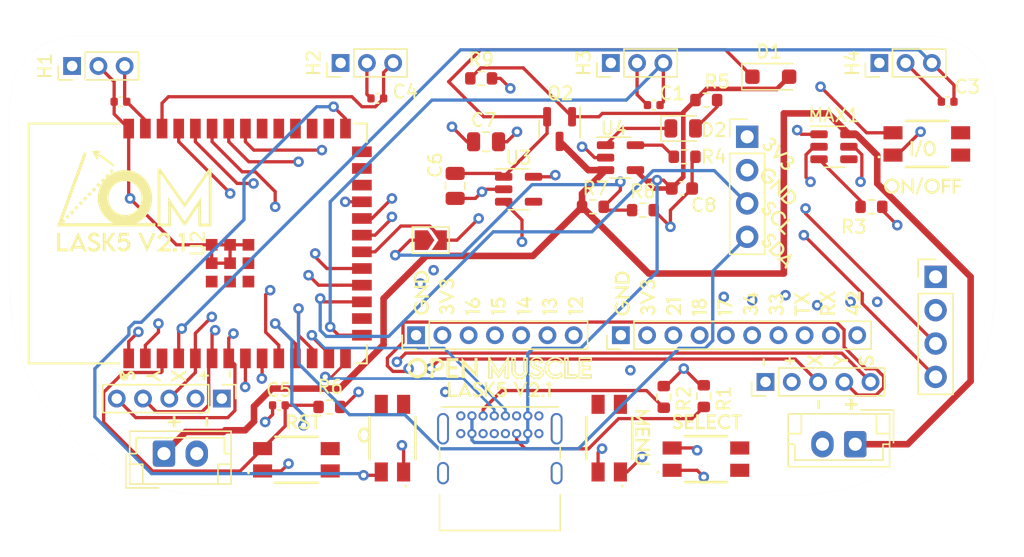
<source format=kicad_pcb>
(kicad_pcb (version 20221018) (generator pcbnew)
  (layers (0 "F.Cu" signal) (1 "In1.Cu" power "GND") (2 "In2.Cu" power "PWR") (31 "B.Cu" signal) (34 "B.Paste" user) (35 "F.Paste" user) (36 "B.SilkS" user "B.Silkscreen") (37 "F.SilkS" user "F.Silkscreen") (38 "B.Mask" user) (39 "F.Mask" user) (44 "Edge.Cuts" user))
  (net 0 "")
  (net 1 "hall_2")
  (net 2 "hall_0")
  (net 3 "hall_3")
  (net 4 "hall_1")
  (net 5 "GND")
  (net 6 "+3V3")
  (net 7 "SCL")
  (net 8 "SDA")
  (net 9 "JX")
  (net 10 "JY")
  (net 11 "JSW")
  (net 12 "b_start")
  (net 13 "GP14")
  (net 14 "GP15")
  (net 15 "GP16")
  (net 16 "VBAT")
  (net 17 "EN")
  (net 18 "VIN")
  (net 19 "VBUS")
  (net 20 "b_select")
  (net 21 "Net-(P1-VCONN)")
  (net 22 "Net-(P1-CC)")
  (net 23 "Net-(JP1-A)")
  (net 24 "Net-(D2-K)")
  (net 25 "Net-(D2-A)")
  (net 26 "Net-(MAX1-CLEAR)")
  (net 28 "LDO_EN")
  (net 29 "Net-(U4-PROG)")
  (net 31 "ADC_BAT")
  (net 32 "D+")
  (net 33 "D-")
  (net 34 "100")
  (net 44 "GP13")
  (net 45 "Net-(MAX1-In)")
  (net 46 "GP17")
  (net 47 "GP18")
  (net 48 "GP21")
  (net 49 "GP34")
  (net 50 "GP33")
  (net 51 "TX")
  (net 52 "RX")
  (net 53 "GP42")
  (footprint "Capacitor_SMD:C_0402_1005Metric" (layer "F.Cu") (at 122.964 71.12)
    (fp_text reference "C2" hide)
    (fp_text value "100 nF" hide)
  )
  (footprint "Resistor_SMD:R_0603_1608Metric" (layer "F.Cu") (at 165.926 75.311)
    (fp_text reference "R4")
    (fp_text value "2k" hide)
  )
  (footprint "Capacitor_SMD:C_0805_2012Metric" (layer "F.Cu") (at 148.452 77.531 -90)
    (fp_text reference "C6")
    (fp_text value "4.7uF" hide)
  )
  (footprint "Resistor_SMD:R_0603_1608Metric" (layer "F.Cu") (at 150.432 69.342)
    (fp_text reference "R9")
    (fp_text value "100k" hide)
  )
  (footprint "Package_TO_SOT_SMD:SOT-23" (layer "F.Cu") (at 156.403 73.2005 -90)
    (fp_text reference "Q2")
    (fp_text value "VP0610T" hide)
  )
  (footprint "Package_TO_SOT_SMD:TSOT-23-5" (layer "F.Cu") (at 161.0415 75.377)
    (fp_text reference "U4")
    (fp_text value "LTC4054ES5-4.2" hide)
  )
  (footprint "Resistor_SMD:R_0603_1608Metric" (layer "F.Cu") (at 164.338 93.599 90)
    (fp_text reference "R2")
    (fp_text value "5.1K" hide)
  )
  (footprint "Connector_PinHeader_2.54mm:PinHeader_1x04_P2.54mm_Vertical" (layer "F.Cu") (at 170.688 73.787)
    (fp_text reference "J9" hide)
    (fp_text value "Conn_01x04" hide)
  )
  (footprint "Connector_PinHeader_2.00mm:PinHeader_1x10_P2.00mm_Vertical" (layer "F.Cu") (at 161.068 88.9 90)
    (fp_text reference "J3" hide)
    (fp_text value "Conn_01x10_Pin" hide)
  )
  (footprint "OpenMuscleDevKit:EVQP2P02M" (layer "F.Cu") (at 184.369 74.334 90)
    (fp_text reference "SW_PWR1" hide)
    (fp_text value "SW_Push" hide)
  )
  (footprint "Connector_PinHeader_2.00mm:PinHeader_1x03_P2.00mm_Vertical" (layer "F.Cu") (at 139.732 68.1676 90)
    (fp_text reference "H2")
    (fp_text value "A1369xUA-10" hide)
  )
  (footprint "Capacitor_SMD:C_0603_1608Metric" (layer "F.Cu") (at 165.722 77.729 180)
    (fp_text reference "C8")
    (fp_text value "2.2 uF" hide)
  )
  (footprint "Package_TO_SOT_SMD:SOT-23-5" (layer "F.Cu") (at 153.2835 77.785)
    (fp_text reference "U3")
    (fp_text value "TPS7A03" hide)
  )
  (footprint "Resistor_SMD:R_0603_1608Metric" (layer "F.Cu") (at 180.15 79.121)
    (fp_text reference "R3")
    (fp_text value "1K" hide)
  )
  (footprint "MountingHole:MountingHole_2.2mm_M2" (layer "F.Cu") (at 130.048 69.088)
    (fp_text reference "H8" hide)
    (fp_text value "MountingHole" hide)
  )
  (footprint "Resistor_SMD:R_0603_1608Metric" (layer "F.Cu") (at 162.751 79.375)
    (fp_text reference "R8")
    (fp_text value "100k" hide)
  )
  (footprint "Capacitor_SMD:C_0402_1005Metric" (layer "F.Cu") (at 142.522 70.866)
    (fp_text reference "C4")
    (fp_text value "100 nF" hide)
  )
  (footprint "Capacitor_SMD:C_0402_1005Metric" (layer "F.Cu") (at 135.029 94.234)
    (fp_text reference "C5")
    (fp_text value "100 nF" hide)
  )
  (footprint "Capacitor_SMD:C_0402_1005Metric" (layer "F.Cu") (at 185.956 71.12)
    (fp_text reference "C3")
    (fp_text value "100 nF" hide)
  )
  (footprint "Diode_SMD:D_SOD-123F" (layer "F.Cu") (at 172.487 69.215)
    (fp_text reference "D1")
    (fp_text value "1N5819" hide)
  )
  (footprint "Connector_PinHeader_2.00mm:PinHeader_1x05_P2.00mm_Vertical" (layer "F.Cu") (at 172.085 92.456 90)
    (fp_text reference "Joystick1" hide)
    (fp_text value "Conn_01x05_Pin" hide)
  )
  (footprint "Connector_PinHeader_2.00mm:PinHeader_1x03_P2.00mm_Vertical" (layer "F.Cu") (at 180.753 68.1676 90)
    (fp_text reference "H4")
    (fp_text value "A1369xUA-10" hide)
  )
  (footprint "Connector_PinHeader_2.00mm:PinHeader_1x07_P2.00mm_Vertical" (layer "F.Cu") (at 145.48 88.9 90)
    (fp_text reference "J6" hide)
    (fp_text value "Conn_01x07_Pin" hide)
  )
  (footprint "Resistor_SMD:R_0603_1608Metric" (layer "F.Cu") (at 167.386 93.536 90)
    (fp_text reference "R1")
    (fp_text value "5.1K" hide)
  )
  (footprint "OpenMuscleDevKit:EVQP2P02M" (layer "F.Cu") (at 167.548 98.337 90)
    (fp_text reference "SW_SEL1" hide)
    (fp_text value "SW_Push" hide)
  )
  (footprint "MountingHole:MountingHole_2.2mm_M2" (layer "F.Cu") (at 185.928 79.756)
    (fp_text reference "H7" hide)
    (fp_text value "MountingHole" hide)
  )
  (footprint "Jumper:SolderJumper-2_P1.3mm_Open_TrianglePad1.0x1.5mm" (layer "F.Cu") (at 146.595 81.661)
    (fp_text reference "JP1" hide)
    (fp_text value "Jumper_2_Open" hide)
  )
  (footprint "Resistor_SMD:R_0603_1608Metric" (layer "F.Cu") (at 158.941 79.121)
    (fp_text reference "R7")
    (fp_text value "100k" hide)
  )
  (footprint "Connector_JST:JST_EH_B2B-EH-A_1x02_P2.50mm_Vertical" (layer "F.Cu") (at 178.923 97.201 180)
    (fp_text reference "BattExtLTC4054" hide)
    (fp_text value "JST_02" hide)
  )
  (footprint "footprints:ESP32-S3-WROOM-1_EXP" (layer "F.Cu") (at 128.851 81.915 90)
    (fp_text reference "U2")
    (fp_text value "ESP32-S3-WROOM-1-N16R8" hide)
  )
  (footprint "Connector_JST:JST_EH_B2B-EH-A_1x02_P2.50mm_Vertical" (layer "F.Cu") (at 126.278 97.917)
    (fp_text reference "J2" hide)
    (fp_text value "JST_02" hide)
  )
  (footprint "Connector_PinHeader_2.00mm:PinHeader_1x05_P2.00mm_Vertical" (layer "F.Cu") (at 130.683 93.726 -90)
    (fp_text reference "Joystick2" hide)
    (fp_text value "Conn_01x05_Pin" hide)
  )
  (footprint "OpenMuscleDevKit:EVQP2P02M" (layer "F.Cu") (at 143.676 96.739 180)
    (fp_text reference "SW_RST1" hide)
    (fp_text value "SW_Push" hide)
  )
  (footprint "Connector_USB:USB_C_Receptacle_GCT_USB4085" (layer "F.Cu") (at 148.881 95.043)
    (fp_text reference "P1" hide)
    (fp_text value "USB_C_Plug_USB2.0" hide)
  )
  (footprint "Resistor_SMD:R_0603_1608Metric" (layer "F.Cu") (at 138.875 94.361 180)
    (fp_text reference "R6")
    (fp_text value "5.1K" hide)
  )
  (footprint "LED_SMD:LED_0805_2012Metric" (layer "F.Cu") (at 165.8135 73.152)
    (fp_text reference "D2")
    (fp_text value "LED GREEN" hide)
  )
  (footprint "OpenMuscleDevKit:EVQP2P02M" (layer "F.Cu") (at 136.363 98.386 90)
    (fp_text reference "SW_BOOT1" hide)
    (fp_text value "SW_Push" hide)
  )
  (footprint "Resistor_SMD:R_0603_1608Metric" (layer "F.Cu") (at 167.576 70.993)
    (fp_text reference "R5")
    (fp_text value "150" hide)
  )
  (footprint "Capacitor_SMD:C_0805_2012Metric" (layer "F.Cu") (at 150.804 74.168 180)
    (fp_text reference "C7")
    (fp_text value "4.7uF" hide)
  )
  (footprint "Capacitor_SMD:C_0402_1005Metric" (layer "F.Cu") (at 163.576 71.374)
    (fp_text reference "C1")
    (fp_text value "100 nF" hide)
  )
  (footprint "Connector_PinHeader_2.00mm:PinHeader_1x03_P2.00mm_Vertical" (layer "F.Cu") (at 119.285 68.3986 90)
    (fp_text reference "H1")
    (fp_text value "A1369xUA-10" hide)
  )
  (footprint "Connector_PinHeader_2.00mm:PinHeader_1x03_P2.00mm_Vertical" (layer "F.Cu") (at 160.306 68.1676 90)
    (fp_text reference "H3")
    (fp_text value "A1369xUA-10" hide)
  )
  (footprint "Connector_PinHeader_2.54mm:PinHeader_1x04_P2.54mm_Vertical" (layer "F.Cu") (at 185.039 84.455)
    (fp_text reference "J1" hide)
    (fp_text value "Conn_01x04" hide)
  )
  (footprint "Package_TO_SOT_SMD:SOT-23-6" (layer "F.Cu") (at 177.2975 74.549)
    (fp_text reference "MAX1")
    (fp_text value "~")
  )
  (footprint "OpenMuscleDevKit:EVQP2P02M" (layer "F.Cu") (at 160.186 96.739 180)
    (fp_text reference "SW_M1" hide)
    (fp_text value "SW_Push" hide)
  )
  (gr_poly (pts (xy 153.417146 93.236454) (xy 153.756803 92.467651) (xy 153.94777 92.467651) (xy 153.423489 93.626846) (xy 153.411511 93.626846) (xy 152.889345 92.467651) (xy 153.078901 92.467651)) (fill solid) (layer "F.SilkS"))
  (gr_poly (pts (xy 127.157561 95.393472) (xy 127.537735 95.393472) (xy 127.537735 95.602177) (xy 127.157561 95.602177) (xy 127.157561 95.929971) (xy 126.948859 95.929971) (xy 126.948859 95.602177) (xy 126.566924 95.602177) (xy 126.566924 95.393472) (xy 126.948859 95.393472) (xy 126.948859 95.064861) (xy 127.157561 95.064861)) (fill solid) (layer "F.SilkS"))
  (gr_poly (pts (xy 187.010082 77.155177) (xy 186.511877 77.155177) (xy 186.511877 77.458892) (xy 186.94173 77.458892) (xy 186.94173 77.636469) (xy 186.511877 77.636469) (xy 186.511877 78.117766) (xy 186.333592 78.117766) (xy 186.333592 76.977596) (xy 187.010082 76.977596)) (fill solid) (layer "F.SilkS"))
  (gr_poly (pts (xy 180.027672 90.446084) (xy 180.045922 90.447594) (xy 180.06373 90.450085) (xy 180.081085 90.453535) (xy 180.097976 90.457921) (xy 180.114394 90.463222) (xy 180.130327 90.469417) (xy 180.145764 90.476482) (xy 180.160696 90.484398) (xy 180.175111 90.493141) (xy 180.189 90.50269) (xy 180.20235 90.513023) (xy 180.215153 90.524118) (xy 180.227397 90.535954) (xy 180.239072 90.548508) (xy 180.250167 90.56176) (xy 180.260671 90.575686) (xy 180.270574 90.590266) (xy 180.279866 90.605477) (xy 180.288535 90.621298) (xy 180.296572 90.637707) (xy 180.303966 90.654682) (xy 180.310705 90.672201) (xy 180.31678 90.690242) (xy 180.32218 90.708785) (xy 180.326894 90.727805) (xy 180.330912 90.747283) (xy 180.334223 90.767197) (xy 180.336817 90.787523) (xy 180.338683 90.808241) (xy 180.33981 90.829329) (xy 180.340188 90.850765) (xy 180.339175 90.885243) (xy 180.336178 90.918617) (xy 180.33126 90.950841) (xy 180.324487 90.981869) (xy 180.315922 91.011654) (xy 180.305629 91.04015) (xy 180.293672 91.06731) (xy 180.280115 91.093088) (xy 180.265022 91.117437) (xy 180.248457 91.140311) (xy 180.230484 91.161664) (xy 180.211167 91.181448) (xy 180.19057 91.199618) (xy 180.168757 91.216127) (xy 180.145791 91.230929) (xy 180.121738 91.243977) (xy 180.020968 91.103041) (xy 180.02918 91.098158) (xy 180.037167 91.093023) (xy 180.044927 91.087644) (xy 180.052456 91.082024) (xy 180.059753 91.076169) (xy 180.066816 91.070085) (xy 180.073642 91.063776) (xy 180.080228 91.057249) (xy 180.086573 91.050508) (xy 180.092674 91.043558) (xy 180.098529 91.036406) (xy 180.104135 91.029055) (xy 180.10949 91.021512) (xy 180.114593 91.013782) (xy 180.11944 91.00587) (xy 180.124028 90.997781) (xy 180.128357 90.989521) (xy 180.132424 90.981095) (xy 180.136225 90.972508) (xy 180.13976 90.963765) (xy 180.143025 90.954872) (xy 180.146018 90.945835) (xy 180.148738 90.936658) (xy 180.15118 90.927346) (xy 180.153345 90.917906) (xy 180.155228 90.908341) (xy 180.156828 90.898659) (xy 180.158142 90.888863) (xy 180.159168 90.878959) (xy 180.159904 90.868953) (xy 180.160347 90.858849) (xy 180.160495 90.848653) (xy 180.159786 90.825118) (xy 180.157692 90.802405) (xy 180.154266 90.780611) (xy 180.149562 90.759831) (xy 180.143631 90.740162) (xy 180.136527 90.7217) (xy 180.128302 90.70454) (xy 180.119008 90.688779) (xy 180.108698 90.674513) (xy 180.097426 90.661837) (xy 180.091445 90.656126) (xy 180.085243 90.650848) (xy 180.078826 90.646016) (xy 180.072202 90.641642) (xy 180.065376 90.637737) (xy 180.058356 90.634315) (xy 180.051147 90.631385) (xy 180.043757 90.628962) (xy 180.036192 90.627056) (xy 180.028459 90.62568) (xy 180.020563 90.624845) (xy 180.012513 90.624564) (xy 180.00279 90.624997) (xy 179.993305 90.626274) (xy 179.98405 90.628366) (xy 179.97502 90.631242) (xy 179.966207 90.634872) (xy 179.957606 90.639224) (xy 179.94921 90.64427) (xy 179.941012 90.649977) (xy 179.933006 90.656316) (xy 179.925185 90.663257) (xy 179.917544 90.670768) (xy 179.910075 90.67882) (xy 179.902772 90.687381) (xy 179.89563 90.696422) (xy 179.88864 90.705912) (xy 179.881797 90.715821) (xy 179.868526 90.736772) (xy 179.855765 90.759032) (xy 179.843462 90.782357) (xy 179.831566 90.806504) (xy 179.820025 90.831229) (xy 179.808788 90.856288) (xy 179.787016 90.906435) (xy 179.764163 90.956755) (xy 179.752026 90.98184) (xy 179.73922 91.006555) (xy 179.725602 91.030664) (xy 179.711024 91.053927) (xy 179.695341 91.076106) (xy 179.678409 91.096963) (xy 179.660081 91.11626) (xy 179.650348 91.125248) (xy 179.640212 91.133757) (xy 179.629654 91.141756) (xy 179.618656 91.149216) (xy 179.6072 91.156107) (xy 179.595267 91.162399) (xy 179.582841 91.168063) (xy 179.569901 91.173068) (xy 179.556431 91.177385) (xy 179.542412 91.180984) (xy 179.527826 91.183835) (xy 179.512654 91.185908) (xy 179.496878 91.187174) (xy 179.480481 91.187603) (xy 179.463208 91.187134) (xy 179.446278 91.18574) (xy 179.429706 91.183445) (xy 179.413504 91.18027) (xy 179.397687 91.176235) (xy 179.382266 91.171363) (xy 179.367256 91.165676) (xy 179.352671 91.159195) (xy 179.338523 91.151942) (xy 179.324827 91.143939) (xy 179.311594 91.135206) (xy 179.29884 91.125767) (xy 179.286577 91.115642) (xy 179.274819 91.104854) (xy 179.263579 91.093423) (xy 179.25287 91.081372) (xy 179.242707 91.068722) (xy 179.233102 91.055496) (xy 179.224069 91.041714) (xy 179.215621 91.027398) (xy 179.207772 91.01257) (xy 179.200535 90.997252) (xy 179.193923 90.981466) (xy 179.187951 90.965232) (xy 179.182631 90.948573) (xy 179.177976 90.931511) (xy 179.174001 90.914066) (xy 179.170719 90.896262) (xy 179.168142 90.878118) (xy 179.166286 90.859658) (xy 179.165162 90.840903) (xy 179.164784 90.821874) (xy 179.165693 90.791972) (xy 179.168389 90.763078) (xy 179.172825 90.73524) (xy 179.178955 90.708509) (xy 179.186733 90.682935) (xy 179.196111 90.658565) (xy 179.207044 90.635452) (xy 179.219486 90.613643) (xy 179.233389 90.593188) (xy 179.248707 90.574137) (xy 179.265394 90.556539) (xy 179.283403 90.540445) (xy 179.302688 90.525903) (xy 179.323202 90.512963) (xy 179.344899 90.501674) (xy 179.367733 90.492087) (xy 179.459341 90.624564) (xy 179.452239 90.627992) (xy 179.445338 90.631665) (xy 179.438638 90.635575) (xy 179.432141 90.639716) (xy 179.425849 90.644081) (xy 179.419764 90.648661) (xy 179.413887 90.653452) (xy 179.40822 90.658444) (xy 179.402764 90.663631) (xy 179.397522 90.669007) (xy 179.392494 90.674563) (xy 179.387684 90.680293) (xy 179.383091 90.68619) (xy 179.378719 90.692246) (xy 179.374568 90.698455) (xy 179.37064 90.704809) (xy 179.366938 90.711302) (xy 179.363462 90.717926) (xy 179.360215 90.724674) (xy 179.357198 90.731539) (xy 179.354412 90.738514) (xy 179.35186 90.745592) (xy 179.349543 90.752766) (xy 179.347462 90.760028) (xy 179.345621 90.767372) (xy 179.344019 90.77479) (xy 179.342659 90.782276) (xy 179.341543 90.789822) (xy 179.340671 90.797421) (xy 179.340047 90.805066) (xy 179.339671 90.81275) (xy 179.339545 90.820466) (xy 179.339734 90.83018) (xy 179.340293 90.839758) (xy 179.342488 90.858463) (xy 179.346058 90.876491) (xy 179.35093 90.893752) (xy 179.357033 90.910153) (xy 179.364294 90.925605) (xy 179.372641 90.940017) (xy 179.382002 90.953297) (xy 179.38704 90.959484) (xy 179.392304 90.965355) (xy 179.397786 90.970897) (xy 179.403476 90.9761) (xy 179.409365 90.980952) (xy 179.415444 90.985441) (xy 179.421705 90.989557) (xy 179.428137 90.993288) (xy 179.434733 90.996622) (xy 179.441483 90.999549) (xy 179.448378 91.002056) (xy 179.455409 91.004133) (xy 179.462567 91.005768) (xy 179.469842 91.00695) (xy 179.477227 91.007668) (xy 179.484712 91.00791) (xy 179.492871 91.007604) (xy 179.500711 91.006697) (xy 179.508248 91.005201) (xy 179.515496 91.003128) (xy 179.522472 91.000494) (xy 179.529191 90.99731) (xy 179.535669 90.993589) (xy 179.541921 90.989346) (xy 179.547962 90.984592) (xy 179.553808 90.979342) (xy 179.559474 90.973609) (xy 179.564976 90.967404) (xy 179.57033 90.960743) (xy 179.57555 90.953637) (xy 179.580653 90.946101) (xy 179.585654 90.938146) (xy 179.590568 90.929787) (xy 179.595411 90.921037) (xy 179.604945 90.902414) (xy 179.61438 90.882384) (xy 179.623839 90.86105) (xy 179.664405 90.764796) (xy 179.679314 90.731598) (xy 179.694529 90.699488) (xy 179.710174 90.66861) (xy 179.726372 90.63911) (xy 179.743247 90.611133) (xy 179.760923 90.584826) (xy 179.779524 90.560333) (xy 179.799174 90.537801) (xy 179.819996 90.517374) (xy 179.830885 90.507996) (xy 179.842115 90.499199) (xy 179.853699 90.491001) (xy 179.865654 90.48342) (xy 179.877995 90.476475) (xy 179.890737 90.470184) (xy 179.903897 90.464565) (xy 179.917488 90.459636) (xy 179.931528 90.455416) (xy 179.946032 90.451922) (xy 179.961014 90.449173) (xy 179.976491 90.447186) (xy 179.992477 90.445981) (xy 180.008989 90.445575)) (fill solid) (layer "F.SilkS"))
  (gr_poly (pts (xy 166.984312 95.883105) (xy 167.490976 95.883105) (xy 167.490976 96.060683) (xy 166.806027 96.060683) (xy 166.806027 94.924743) (xy 166.984312 94.924743)) (fill solid) (layer "F.SilkS"))
  (gr_poly (pts (xy 120.114813 78.845363) (xy 119.94742 79.01888) (xy 119.773904 78.851487) (xy 119.941297 78.677971)) (fill solid) (layer "F.SilkS"))
  (gr_poly (pts (xy 163.302016 98.104249) (xy 162.597338 98.104249) (xy 162.582732 98.10457) (xy 162.568387 98.105525) (xy 162.554317 98.107098) (xy 162.540534 98.109274) (xy 162.527051 98.112038) (xy 162.513883 98.115374) (xy 162.501043 98.119269) (xy 162.488543 98.123705) (xy 162.476398 98.12867) (xy 162.464619 98.134146) (xy 162.453222 98.14012) (xy 162.442218 98.146577) (xy 162.431621 98.1535) (xy 162.421445 98.160875) (xy 162.411703 98.168687) (xy 162.402408 98.176921) (xy 162.393573 98.185562) (xy 162.385212 98.194594) (xy 162.377337 98.204003) (xy 162.369963 98.213773) (xy 162.363103 98.22389) (xy 162.356769 98.234337) (xy 162.350976 98.245101) (xy 162.345736 98.256166) (xy 162.341062 98.267517) (xy 162.336969 98.279138) (xy 162.333469 98.291015) (xy 162.330575 98.303133) (xy 162.328302 98.315477) (xy 162.326661 98.328031) (xy 162.325667 98.34078) (xy 162.325333 98.353709) (xy 162.325667 98.366642) (xy 162.326661 98.379403) (xy 162.328302 98.391976) (xy 162.330575 98.404345) (xy 162.333469 98.416494) (xy 162.336969 98.428409) (xy 162.341062 98.440073) (xy 162.345736 98.451471) (xy 162.350976 98.462587) (xy 162.356769 98.473405) (xy 162.363103 98.483911) (xy 162.369963 98.494088) (xy 162.377337 98.503921) (xy 162.385212 98.513393) (xy 162.393573 98.522491) (xy 162.402408 98.531197) (xy 162.411703 98.539497) (xy 162.421445 98.547374) (xy 162.431621 98.554813) (xy 162.442218 98.561799) (xy 162.453222 98.568316) (xy 162.464619 98.574348) (xy 162.476398 98.579879) (xy 162.488543 98.584895) (xy 162.501043 98.589379) (xy 162.513883 98.593315) (xy 162.527051 98.596689) (xy 162.540534 98.599485) (xy 162.554317 98.601686) (xy 162.568387 98.603278) (xy 162.582732 98.604244) (xy 162.597338 98.60457) (xy 163.302016 98.60457) (xy 163.302016 98.784263) (xy 162.596634 98.784263) (xy 162.572399 98.783716) (xy 162.548594 98.782091) (xy 162.525243 98.779413) (xy 162.502367 98.775706) (xy 162.479988 98.770996) (xy 162.45813 98.765306) (xy 162.436813 98.758662) (xy 162.41606 98.751088) (xy 162.395894 98.742609) (xy 162.376336 98.733249) (xy 162.357409 98.723033) (xy 162.339135 98.711986) (xy 162.321536 98.700132) (xy 162.304634 98.687496) (xy 162.288452 98.674102) (xy 162.273011 98.659976) (xy 162.258334 98.645142) (xy 162.244443 98.629624) (xy 162.231361 98.613447) (xy 162.219109 98.596636) (xy 162.207709 98.579216) (xy 162.197185 98.56121) (xy 162.187557 98.542645) (xy 162.178849 98.523544) (xy 162.171082 98.503932) (xy 162.164278 98.483833) (xy 162.158461 98.463273) (xy 162.153651 98.442276) (xy 162.149871 98.420866) (xy 162.147144 98.399069) (xy 162.145492 98.376908) (xy 162.144936 98.354409) (xy 162.145492 98.331913) (xy 162.147144 98.309759) (xy 162.149871 98.287972) (xy 162.153651 98.266576) (xy 162.158461 98.245595) (xy 162.164278 98.225054) (xy 162.171082 98.204977) (xy 162.178849 98.185389) (xy 162.187557 98.166313) (xy 162.197185 98.147776) (xy 162.207709 98.129799) (xy 162.219109 98.11241) (xy 162.231361 98.09563) (xy 162.244443 98.079486) (xy 162.258334 98.064001) (xy 162.273011 98.049199) (xy 162.288452 98.035106) (xy 162.304634 98.021745) (xy 162.321536 98.009141) (xy 162.339135 97.997319) (xy 162.357409 97.986302) (xy 162.376336 97.976115) (xy 162.395894 97.966782) (xy 162.41606 97.958329) (xy 162.436813 97.950778) (xy 162.45813 97.944155) (xy 162.479988 97.938484) (xy 162.502367 97.93379) (xy 162.525243 97.930096) (xy 162.548594 97.927427) (xy 162.572399 97.925808) (xy 162.596634 97.925263) (xy 163.302016 97.925263)) (fill solid) (layer "F.SilkS"))
  (gr_poly (pts (xy 171.191287 86.626005) (xy 171.208553 86.627453) (xy 171.225629 86.62984) (xy 171.242488 86.633143) (xy 171.259104 86.637341) (xy 171.275454 86.642411) (xy 171.29151 86.648332) (xy 171.307248 86.655081) (xy 171.322642 86.662636) (xy 171.337668 86.670975) (xy 171.352298 86.680076) (xy 171.366509 86.689917) (xy 171.380274 86.700476) (xy 171.393569 86.711731) (xy 171.406367 86.72366) (xy 171.418643 86.73624) (xy 171.430373 86.74945) (xy 171.441529 86.763268) (xy 171.452088 86.777671) (xy 171.462024 86.792638) (xy 171.471311 86.808146) (xy 171.479924 86.824174) (xy 171.487837 86.840699) (xy 171.495025 86.857699) (xy 171.501462 86.875152) (xy 171.507124 86.893036) (xy 171.511984 86.911329) (xy 171.516018 86.93001) (xy 171.5192 86.949055) (xy 171.521504 86.968443) (xy 171.522905 86.988151) (xy 171.523377 87.008159) (xy 171.523015 87.025338) (xy 171.521938 87.042379) (xy 171.520165 87.059261) (xy 171.517712 87.075967) (xy 171.510835 87.108771) (xy 171.501444 87.140637) (xy 171.489674 87.171414) (xy 171.475662 87.200948) (xy 171.459545 87.229086) (xy 171.441458 87.255675) (xy 171.421537 87.280564) (xy 171.39992 87.303599) (xy 171.376742 87.324627) (xy 171.352139 87.343495) (xy 171.326249 87.360052) (xy 171.299206 87.374143) (xy 171.285295 87.380217) (xy 171.271148 87.385617) (xy 171.25678 87.390324) (xy 171.24221 87.39432) (xy 171.197814 87.219562) (xy 171.205807 87.217386) (xy 171.21366 87.214828) (xy 171.221366 87.211898) (xy 171.228917 87.208608) (xy 171.236306 87.204967) (xy 171.243526 87.200986) (xy 171.250568 87.196676) (xy 171.257427 87.192047) (xy 171.264093 87.187108) (xy 171.270559 87.181872) (xy 171.276819 87.176348) (xy 171.282864 87.170547) (xy 171.288687 87.164479) (xy 171.294281 87.158154) (xy 171.299638 87.151584) (xy 171.304751 87.144778) (xy 171.309611 87.137747) (xy 171.314213 87.130501) (xy 171.318547 87.123052) (xy 171.322607 87.115409) (xy 171.326386 87.107582) (xy 171.329875 87.099583) (xy 171.333067 87.091421) (xy 171.335955 87.083107) (xy 171.338531 87.074652) (xy 171.340788 87.066067) (xy 171.342719 87.05736) (xy 171.344315 87.048544) (xy 171.345569 87.039628) (xy 171.346475 87.030622) (xy 171.347023 87.021538) (xy 171.347208 87.012386) (xy 171.346948 87.00119) (xy 171.346179 86.990202) (xy 171.344916 86.979431) (xy 171.343174 86.968887) (xy 171.340967 86.958581) (xy 171.338312 86.948521) (xy 171.335223 86.938717) (xy 171.331716 86.929179) (xy 171.327804 86.919917) (xy 171.323504 86.91094) (xy 171.318831 86.902258) (xy 171.3138 86.89388) (xy 171.308425 86.885817) (xy 171.302722 86.878078) (xy 171.296706 86.870673) (xy 171.290392 86.863611) (xy 171.283796 86.856902) (xy 171.276931 86.850555) (xy 171.269814 86.844581) (xy 171.26246 86.83899) (xy 171.254883 86.833789) (xy 171.247098 86.828991) (xy 171.239122 86.824603) (xy 171.230968 86.820636) (xy 171.222652 86.8171) (xy 171.214189 86.814003) (xy 171.205595 86.811357) (xy 171.196883 86.80917) (xy 171.18807 86.807452) (xy 171.179171 86.806213) (xy 171.1702 86.805462) (xy 171.161172 86.80521) (xy 171.148374 86.805616) (xy 171.135879 86.806825) (xy 171.123696 86.80882) (xy 171.111831 86.811588) (xy 171.100291 86.815112) (xy 171.089084 86.819378) (xy 171.078215 86.824369) (xy 171.067692 86.830072) (xy 171.057523 86.836471) (xy 171.047713 86.843549) (xy 171.038271 86.851294) (xy 171.029202 86.859688) (xy 171.020514 86.868717) (xy 171.012214 86.878366) (xy 171.004309 86.888619) (xy 170.996806 86.899461) (xy 170.989712 86.910877) (xy 170.983033 86.922852) (xy 170.976777 86.93537) (xy 170.97095 86.948417) (xy 170.96556 86.961977) (xy 170.960614 86.976034) (xy 170.956119 86.990574) (xy 170.952081 87.005581) (xy 170.948507 87.02104) (xy 170.945405 87.036937) (xy 170.942781 87.053255) (xy 170.940643 87.069979) (xy 170.938997 87.087094) (xy 170.93785 87.104586) (xy 170.93721 87.122438) (xy 170.937083 87.140636) (xy 170.832793 87.112449) (xy 170.832055 87.087932) (xy 170.829859 87.063897) (xy 170.826234 87.040496) (xy 170.82121 87.01788) (xy 170.814815 86.996202) (xy 170.807078 86.975612) (xy 170.798028 86.956263) (xy 170.787693 86.938307) (xy 170.776104 86.921895) (xy 170.769847 86.914316) (xy 170.763288 86.907179) (xy 170.756429 86.900505) (xy 170.749275 86.894311) (xy 170.741828 86.888617) (xy 170.734093 86.883442) (xy 170.726073 86.878805) (xy 170.717772 86.874724) (xy 170.709193 86.87122) (xy 170.70034 86.86831) (xy 170.691216 86.866013) (xy 170.681826 86.864349) (xy 170.672172 86.863337) (xy 170.662259 86.862996) (xy 170.65447 86.863194) (xy 170.646833 86.863784) (xy 170.639353 86.864754) (xy 170.632036 86.866096) (xy 170.624889 86.8678) (xy 170.617918 86.869856) (xy 170.61113 86.872255) (xy 170.60453 86.874986) (xy 170.598126 86.87804) (xy 170.591923 86.881408) (xy 170.585927 86.885079) (xy 170.580146 86.889045) (xy 170.574585 86.893295) (xy 170.569251 86.897819) (xy 170.56415 86.902609) (xy 170.559289 86.907654) (xy 170.554672 86.912945) (xy 170.550308 86.918471) (xy 170.546203 86.924224) (xy 170.542362 86.930194) (xy 170.538791 86.93637) (xy 170.535499 86.942744) (xy 170.532489 86.949306) (xy 170.52977 86.956045) (xy 170.527347 86.962953) (xy 170.525226 86.970019) (xy 170.523415 86.977234) (xy 170.521918 86.984589) (xy 170.520743 86.992073) (xy 170.519896 86.999677) (xy 170.519384 87.007391) (xy 170.519211 87.015205) (xy 170.519355 87.021782) (xy 170.519782 87.028293) (xy 170.520487 87.034734) (xy 170.521466 87.041095) (xy 170.522711 87.047372) (xy 170.524219 87.053557) (xy 170.525983 87.059643) (xy 170.527998 87.065623) (xy 170.530258 87.07149) (xy 170.532759 87.077239) (xy 170.535495 87.082861) (xy 170.53846 87.08835) (xy 170.54165 87.093699) (xy 170.545057 87.098902) (xy 170.548678 87.103951) (xy 170.552507 87.108839) (xy 170.556538 87.113561) (xy 170.560766 87.118108) (xy 170.565185 87.122474) (xy 170.569791 87.126653) (xy 170.574577 87.130637) (xy 170.579538 87.13442) (xy 170.584669 87.137994) (xy 170.589964 87.141353) (xy 170.595419 87.144491) (xy 170.601027 87.1474) (xy 170.606783 87.150073) (xy 170.612682 87.152503) (xy 170.618718 87.154684) (xy 170.624885 87.15661) (xy 170.63118 87.158272) (xy 170.637595 87.159664) (xy 170.599542 87.342177) (xy 170.586906 87.338987) (xy 170.574381 87.335237) (xy 170.561984 87.330938) (xy 170.549736 87.326101) (xy 170.537655 87.320735) (xy 170.52576 87.314851) (xy 170.51407 87.308459) (xy 170.502605 87.301569) (xy 170.491384 87.294192) (xy 170.480425 87.286338) (xy 170.469748 87.278018) (xy 170.459372 87.269241) (xy 170.449316 87.260019) (xy 170.4396 87.250361) (xy 170.430241 87.240277) (xy 170.421259 87.229779) (xy 170.412674 87.218876) (xy 170.404505 87.207579) (xy 170.39677 87.195897) (xy 170.389489 87.183842) (xy 170.38268 87.171424) (xy 170.376363 87.158653) (xy 170.370557 87.145539) (xy 170.365282 87.132092) (xy 170.360555 87.118324) (xy 170.356397 87.104243) (xy 170.352826 87.089862) (xy 170.349861 87.075189) (xy 170.347522 87.060236) (xy 170.345828 87.045012) (xy 170.344798 87.029528) (xy 170.34445 87.013794) (xy 170.344825 86.997162) (xy 170.345941 86.98071) (xy 170.347782 86.964461) (xy 170.350334 86.948437) (xy 170.35358 86.932661) (xy 170.357507 86.917157) (xy 170.362099 86.901946) (xy 170.367341 86.887052) (xy 170.373218 86.872498) (xy 170.379714 86.858306) (xy 170.386815 86.844499) (xy 170.394506 86.831101) (xy 170.402771 86.818133) (xy 170.411595 86.80562) (xy 170.420963 86.793582) (xy 170.430861 86.782045) (xy 170.441273 86.771029) (xy 170.452184 86.760559) (xy 170.463578 86.750657) (xy 170.475442 86.741346) (xy 170.487759 86.732648) (xy 170.500514 86.724587) (xy 170.513693 86.717185) (xy 170.527281 86.710465) (xy 170.541261 86.704451) (xy 170.55562 86.699164) (xy 170.570342 86.694628) (xy 170.585412 86.690865) (xy 170.600815 86.687899) (xy 170.616535 86.685752) (xy 170.632558 86.684447) (xy 170.648869 86.684007) (xy 170.670022 86.684779) (xy 170.690391 86.687043) (xy 170.70995 86.690724) (xy 170.728675 86.695744) (xy 170.746541 86.702028) (xy 170.763523 86.709499) (xy 170.779597 86.718081) (xy 170.794738 86.727697) (xy 170.808921 86.738271) (xy 170.822122 86.749726) (xy 170.834315 86.761987) (xy 170.845475 86.774976) (xy 170.855579 86.788618) (xy 170.864601 86.802835) (xy 170.872517 86.817553) (xy 170.879301 86.832693) (xy 170.887866 86.810973) (xy 170.897709 86.790004) (xy 170.908839 86.769875) (xy 170.921262 86.750676) (xy 170.927961 86.741453) (xy 170.934986 86.732496) (xy 170.942338 86.723817) (xy 170.950017 86.715427) (xy 170.958026 86.707336) (xy 170.966364 86.699556) (xy 170.975033 86.692099) (xy 170.984033 86.684975) (xy 170.993366 86.678196) (xy 171.003031 86.671773) (xy 171.013031 86.665717) (xy 171.023367 86.66004) (xy 171.034038 86.654752) (xy 171.045046 86.649866) (xy 171.056392 86.645391) (xy 171.068076 86.64134) (xy 171.0801 86.637723) (xy 171.092465 86.634552) (xy 171.105171 86.631838) (xy 171.118219 86.629593) (xy 171.131611 86.627826) (xy 171.145347 86.626551) (xy 171.159428 86.625777) (xy 171.173854 86.625517)) (fill solid) (layer "F.SilkS"))
  (gr_poly (pts (xy 118.364 82.296) (xy 118.993529 82.296) (xy 118.993529 82.516641) (xy 118.142483 82.516641) (xy 118.142483 81.105236) (xy 118.364 81.105236)) (fill solid) (layer "F.SilkS"))
  (gr_poly (pts (xy 136.042231 94.925217) (xy 136.061687 94.926621) (xy 136.08087 94.928934) (xy 136.099756 94.932133) (xy 136.11832 94.936196) (xy 136.136537 94.941099) (xy 136.154382 94.946821) (xy 136.171831 94.953338) (xy 136.188859 94.960629) (xy 136.205441 94.96867) (xy 136.221552 94.977439) (xy 136.237168 94.986914) (xy 136.252263 94.997072) (xy 136.266814 95.007889) (xy 136.280794 95.019345) (xy 136.29418 95.031415) (xy 136.306947 95.044078) (xy 136.31907 95.057311) (xy 136.330524 95.071091) (xy 136.341284 95.085396) (xy 136.351325 95.100204) (xy 136.360624 95.11549) (xy 136.369154 95.131234) (xy 136.376892 95.147412) (xy 136.383812 95.164002) (xy 136.38989 95.180982) (xy 136.3951 95.198328) (xy 136.399419 95.216018) (xy 136.402822 95.23403) (xy 136.405282 95.25234) (xy 136.406777 95.270927) (xy 136.407281 95.289768) (xy 136.406189 95.317011) (xy 136.402969 95.343712) (xy 136.397707 95.369772) (xy 136.39049 95.395095) (xy 136.381402 95.419585) (xy 136.370529 95.443142) (xy 136.357957 95.465672) (xy 136.343771 95.487077) (xy 136.328058 95.507259) (xy 136.310903 95.526123) (xy 136.292392 95.54357) (xy 136.27261 95.559503) (xy 136.251643 95.573827) (xy 136.229576 95.586443) (xy 136.206496 95.597255) (xy 136.182488 95.606166) (xy 136.512983 96.060683) (xy 136.293828 96.060683) (xy 135.987998 95.620967) (xy 135.848472 95.620967) (xy 135.848472 96.060683) (xy 135.670188 96.060683) (xy 135.669593 95.10162) (xy 135.847766 95.10162) (xy 135.847766 95.472984) (xy 136.026755 95.472984) (xy 136.036743 95.472797) (xy 136.046614 95.472111) (xy 136.056356 95.470939) (xy 136.065955 95.469295) (xy 136.075399 95.467192) (xy 136.084673 95.464644) (xy 136.093765 95.461664) (xy 136.102662 95.458264) (xy 136.11135 95.454459) (xy 136.119817 95.450262) (xy 136.128049 95.445685) (xy 136.136033 95.440742) (xy 136.143755 95.435447) (xy 136.151203 95.429813) (xy 136.158364 95.423853) (xy 136.165224 95.41758) (xy 136.171771 95.411008) (xy 136.17799 95.40415) (xy 136.18387 95.397018) (xy 136.189396 95.389628) (xy 136.194555 95.381991) (xy 136.199335 95.374121) (xy 136.203722 95.366032) (xy 136.207704 95.357736) (xy 136.211266 95.349247) (xy 136.214396 95.340579) (xy 136.21708 95.331744) (xy 136.219306 95.322756) (xy 136.22106 95.313628) (xy 136.222329 95.304373) (xy 136.223101 95.295005) (xy 136.223361 95.285537) (xy 136.223097 95.27571) (xy 136.222314 95.266053) (xy 136.221026 95.256575) (xy 136.219248 95.247286) (xy 136.216993 95.238196) (xy 136.214275 95.229313) (xy 136.211108 95.220647) (xy 136.207505 95.212207) (xy 136.203482 95.204003) (xy 136.199051 95.196043) (xy 136.194227 95.188337) (xy 136.189024 95.180894) (xy 136.183455 95.173723) (xy 136.177535 95.166835) (xy 136.171277 95.160238) (xy 136.164696 95.153941) (xy 136.157805 95.147953) (xy 136.150618 95.142285) (xy 136.143149 95.136945) (xy 136.135413 95.131942) (xy 136.127423 95.127286) (xy 136.119192 95.122987) (xy 136.110736 95.119053) (xy 136.102067 95.115493) (xy 136.093201 95.112317) (xy 136.08415 95.109535) (xy 136.074928 95.107155) (xy 136.065551 95.105188) (xy 136.056031 95.103641) (xy 136.046382 95.102525) (xy 136.036619 95.101848) (xy 136.026755 95.10162) (xy 135.847766 95.10162) (xy 135.669593 95.10162) (xy 135.669483 94.924743) (xy 136.022527 94.924743)) (fill solid) (layer "F.SilkS"))
  (gr_poly (pts (xy 148.076443 86.571042) (xy 148.09371 86.57249) (xy 148.110785 86.574877) (xy 148.127644 86.57818) (xy 148.144261 86.582378) (xy 148.16061 86.587448) (xy 148.176666 86.593369) (xy 148.192404 86.600117) (xy 148.207799 86.607672) (xy 148.222824 86.616011) (xy 148.237455 86.625112) (xy 148.251665 86.634953) (xy 148.26543 86.645512) (xy 148.278725 86.656767) (xy 148.291523 86.668696) (xy 148.303799 86.681276) (xy 148.315529 86.694486) (xy 148.326686 86.708303) (xy 148.337245 86.722706) (xy 148.34718 86.737673) (xy 148.356467 86.753181) (xy 148.36508 86.769208) (xy 148.372993 86.785733) (xy 148.380181 86.802733) (xy 148.386618 86.820186) (xy 148.39228 86.83807) (xy 148.397141 86.856363) (xy 148.401174 86.875043) (xy 148.404356 86.894088) (xy 148.40666 86.913476) (xy 148.408061 86.933185) (xy 148.408534 86.953192) (xy 148.408171 86.970372) (xy 148.407095 86.987412) (xy 148.405321 87.004295) (xy 148.402869 87.021001) (xy 148.395992 87.053805) (xy 148.3866 87.085672) (xy 148.37483 87.116448) (xy 148.360819 87.145982) (xy 148.344701 87.174121) (xy 148.326614 87.200711) (xy 148.306694 87.2256) (xy 148.285076 87.248635) (xy 148.261898 87.269663) (xy 148.237296 87.288532) (xy 148.211405 87.305089) (xy 148.184362 87.31918) (xy 148.170452 87.325254) (xy 148.156304 87.330654) (xy 148.141937 87.335362) (xy 148.127366 87.339357) (xy 148.08297 87.164596) (xy 148.090963 87.162419) (xy 148.098816 87.159861) (xy 148.106522 87.156932) (xy 148.114073 87.153642) (xy 148.121462 87.150001) (xy 148.128682 87.14602) (xy 148.135725 87.14171) (xy 148.142583 87.13708) (xy 148.149249 87.132142) (xy 148.155716 87.126906) (xy 148.161975 87.121382) (xy 148.16802 87.115581) (xy 148.173844 87.109513) (xy 148.179438 87.103188) (xy 148.184795 87.096618) (xy 148.189907 87.089812) (xy 148.194768 87.082781) (xy 148.199369 87.075535) (xy 148.203703 87.068086) (xy 148.207764 87.060442) (xy 148.211542 87.052616) (xy 148.215031 87.044616) (xy 148.218223 87.036455) (xy 148.221111 87.028141) (xy 148.223688 87.019686) (xy 148.225945 87.0111) (xy 148.227875 87.002394) (xy 148.229471 86.993577) (xy 148.230726 86.984661) (xy 148.231631 86.975656) (xy 148.23218 86.966572) (xy 148.232364 86.95742) (xy 148.232104 86.946224) (xy 148.231335 86.935235) (xy 148.230072 86.924465) (xy 148.22833 86.913921) (xy 148.226124 86.903615) (xy 148.223469 86.893555) (xy 148.22038 86.883751) (xy 148.216872 86.874213) (xy 148.212961 86.864951) (xy 148.208661 86.855974) (xy 148.203988 86.847293) (xy 148.198956 86.838915) (xy 148.193581 86.830852) (xy 148.187878 86.823113) (xy 148.181862 86.815708) (xy 148.175549 86.808646) (xy 148.168952 86.801937) (xy 148.162088 86.795591) (xy 148.15497 86.789617) (xy 148.147616 86.784026) (xy 148.140039 86.778826) (xy 148.132255 86.774027) (xy 148.124278 86.769639) (xy 148.116124 86.765673) (xy 148.107808 86.762136) (xy 148.099346 86.75904) (xy 148.090751 86.756394) (xy 148.08204 86.754207) (xy 148.073227 86.752489) (xy 148.064327 86.75125) (xy 148.055356 86.7505) (xy 148.046328 86.750247) (xy 148.03353 86.750653) (xy 148.021036 86.751862) (xy 148.008852 86.753858) (xy 147.996987 86.756625) (xy 147.985448 86.760149) (xy 147.97424 86.764415) (xy 147.963371 86.769406) (xy 147.952849 86.775109) (xy 147.942679 86.781507) (xy 147.93287 86.788586) (xy 147.923427 86.79633) (xy 147.914359 86.804724) (xy 147.905671 86.813753) (xy 147.897371 86.823402) (xy 147.889466 86.833655) (xy 147.881962 86.844497) (xy 147.874868 86.855913) (xy 147.868189 86.867888) (xy 147.861933 86.880406) (xy 147.856107 86.893453) (xy 147.850717 86.907012) (xy 147.845771 86.92107) (xy 147.841275 86.935609) (xy 147.837237 86.950617) (xy 147.833663 86.966076) (xy 147.830561 86.981973) (xy 147.827937 86.998291) (xy 147.825799 87.015015) (xy 147.824153 87.032131) (xy 147.823007 87.049623) (xy 147.822366 87.067475) (xy 147.82224 87.085673) (xy 147.717949 87.057486) (xy 147.717211 87.032968) (xy 147.715015 87.008933) (xy 147.71139 86.985531) (xy 147.706366 86.962915) (xy 147.699971 86.941236) (xy 147.692234 86.920647) (xy 147.683184 86.901298) (xy 147.67285 86.883341) (xy 147.66126 86.866929) (xy 147.655004 86.85935) (xy 147.648444 86.852213) (xy 147.641586 86.845539) (xy 147.634431 86.839345) (xy 147.626985 86.833651) (xy 147.619249 86.828476) (xy 147.611229 86.823839) (xy 147.602928 86.819758) (xy 147.594349 86.816253) (xy 147.585496 86.813343) (xy 147.576372 86.811047) (xy 147.566982 86.809383) (xy 147.557328 86.808371) (xy 147.547415 86.808029) (xy 147.539627 86.808228) (xy 147.531989 86.808818) (xy 147.524509 86.809788) (xy 147.517192 86.81113) (xy 147.510045 86.812834) (xy 147.503075 86.81489) (xy 147.496286 86.817289) (xy 147.489687 86.82002) (xy 147.483282 86.823074) (xy 147.477079 86.826442) (xy 147.471084 86.830113) (xy 147.465303 86.834079) (xy 147.459742 86.838329) (xy 147.454408 86.842853) (xy 147.449307 86.847643) (xy 147.444445 86.852688) (xy 147.439829 86.857978) (xy 147.435465 86.863505) (xy 147.431359 86.869258) (xy 147.427518 86.875228) (xy 147.423948 86.881404) (xy 147.420655 86.887778) (xy 147.417646 86.89434) (xy 147.414926 86.901079) (xy 147.412503 86.907987) (xy 147.410383 86.915053) (xy 147.408571 86.922268) (xy 147.407075 86.929623) (xy 147.4059 86.937107) (xy 147.405053 86.94471) (xy 147.40454 86.952425) (xy 147.404368 86.960239) (xy 147.404511 86.966815) (xy 147.404938 86.973327) (xy 147.405644 86.979767) (xy 147.406622 86.986129) (xy 147.407868 86.992406) (xy 147.409375 86.998591) (xy 147.411139 87.004676) (xy 147.413154 87.010657) (xy 147.415415 87.016524) (xy 147.417916 87.022273) (xy 147.420652 87.027895) (xy 147.423617 87.033384) (xy 147.426806 87.038733) (xy 147.430214 87.043935) (xy 147.433835 87.048984) (xy 147.437663 87.053873) (xy 147.441694 87.058594) (xy 147.445922 87.063142) (xy 147.450342 87.067508) (xy 147.454947 87.071687) (xy 147.459733 87.075671) (xy 147.464694 87.079453) (xy 147.469825 87.083028) (xy 147.475121 87.086387) (xy 147.480575 87.089525) (xy 147.486183 87.092433) (xy 147.491939 87.095106) (xy 147.497838 87.097537) (xy 147.503874 87.099718) (xy 147.510042 87.101643) (xy 147.516336 87.103306) (xy 147.522751 87.104698) (xy 147.484698 87.28721) (xy 147.472063 87.28402) (xy 147.459537 87.280271) (xy 147.447141 87.275972) (xy 147.434892 87.271135) (xy 147.422811 87.265769) (xy 147.410916 87.259885) (xy 147.399227 87.253493) (xy 147.387762 87.246603) (xy 147.37654 87.239226) (xy 147.365582 87.231373) (xy 147.354905 87.223053) (xy 147.344529 87.214276) (xy 147.334473 87.205054) (xy 147.324756 87.195396) (xy 147.315397 87.185313) (xy 147.306416 87.174814) (xy 147.297831 87.163911) (xy 147.289661 87.152614) (xy 147.281926 87.140933) (xy 147.274645 87.128878) (xy 147.267836 87.11646) (xy 147.26152 87.103689) (xy 147.255714 87.090575) (xy 147.250438 87.077129) (xy 147.245712 87.06336) (xy 147.241553 87.04928) (xy 147.237982 87.034899) (xy 147.235018 87.020226) (xy 147.232679 87.005273) (xy 147.230984 86.990049) (xy 147.229954 86.974565) (xy 147.229606 86.958831) (xy 147.229981 86.942199) (xy 147.231097 86.925747) (xy 147.232938 86.909497) (xy 147.23549 86.893473) (xy 147.238737 86.877697) (xy 147.242664 86.862192) (xy 147.247255 86.846982) (xy 147.252497 86.832087) (xy 147.258374 86.817533) (xy 147.26487 86.803341) (xy 147.271971 86.789534) (xy 147.279662 86.776135) (xy 147.287927 86.763168) (xy 147.296751 86.750654) (xy 147.30612 86.738617) (xy 147.316018 86.727079) (xy 147.326429 86.716064) (xy 147.33734 86.705593) (xy 147.348735 86.695691) (xy 147.360598 86.68638) (xy 147.372915 86.677682) (xy 147.385671 86.669621) (xy 147.39885 86.662219) (xy 147.412437 86.655499) (xy 147.426418 86.649484) (xy 147.440776 86.644197) (xy 147.455498 86.639661) (xy 147.470568 86.635899) (xy 147.485971 86.632933) (xy 147.501692 86.630786) (xy 147.517715 86.629481) (xy 147.534026 86.629041) (xy 147.555179 86.629812) (xy 147.575547 86.632077) (xy 147.595106 86.635757) (xy 147.613831 86.640778) (xy 147.631697 86.647062) (xy 147.64868 86.654533) (xy 147.664754 86.663114) (xy 147.679895 86.67273) (xy 147.694078 86.683304) (xy 147.707278 86.69476) (xy 147.719471 86.70702) (xy 147.730632 86.72001) (xy 147.740736 86.733651) (xy 147.749758 86.747869) (xy 147.757673 86.762586) (xy 147.764457 86.777727) (xy 147.773022 86.756007) (xy 147.782866 86.735038) (xy 147.793995 86.714909) (xy 147.806418 86.69571) (xy 147.813117 86.686487) (xy 147.820142 86.677531) (xy 147.827494 86.668852) (xy 147.835174 86.660461) (xy 147.843182 86.652371) (xy 147.85152 86.644591) (xy 147.860189 86.637134) (xy 147.869189 86.630011) (xy 147.878522 86.623232) (xy 147.888188 86.616809) (xy 147.898188 86.610753) (xy 147.908523 86.605076) (xy 147.919194 86.599789) (xy 147.930202 86.594902) (xy 147.941548 86.590427) (xy 147.953232 86.586376) (xy 147.965257 86.58276) (xy 147.977621 86.579589) (xy 147.990327 86.576875) (xy 148.003376 86.57463) (xy 148.016767 86.572863) (xy 148.030503 86.571588) (xy 148.044584 86.570815) (xy 148.059011 86.570554)) (fill solid) (layer "F.SilkS"))
  (gr_poly (pts (xy 153.078315 91.585392) (xy 153.078656 91.60144) (xy 153.079668 91.617222) (xy 153.081337 91.632723) (xy 153.08365 91.647927) (xy 153.08659 91.662818) (xy 153.090145 91.67738) (xy 153.094299 91.691596) (xy 153.099039 91.705451) (xy 153.104349 91.718929) (xy 153.110215 91.732013) (xy 153.116623 91.744688) (xy 153.123558 91.756938) (xy 153.131006 91.768746) (xy 153.138953 91.780097) (xy 153.147384 91.790975) (xy 153.156285 91.801363) (xy 153.16564 91.811246) (xy 153.175437 91.820607) (xy 153.18566 91.82943) (xy 153.196295 91.8377) (xy 153.207327 91.845401) (xy 153.218743 91.852516) (xy 153.230527 91.859029) (xy 153.242665 91.864925) (xy 153.255143 91.870187) (xy 153.267946 91.8748) (xy 153.281061 91.878747) (xy 153.294472 91.882012) (xy 153.308165 91.884579) (xy 153.322125 91.886433) (xy 153.336339 91.887557) (xy 153.350792 91.887935) (xy 153.365342 91.887557) (xy 153.379653 91.886433) (xy 153.393708 91.884579) (xy 153.407495 91.882012) (xy 153.420997 91.878747) (xy 153.434201 91.8748) (xy 153.447092 91.870187) (xy 153.459656 91.864925) (xy 153.471878 91.859029) (xy 153.483743 91.852516) (xy 153.495237 91.845401) (xy 153.506345 91.8377) (xy 153.517053 91.82943) (xy 153.527347 91.820607) (xy 153.537211 91.811246) (xy 153.546632 91.801363) (xy 153.555594 91.790975) (xy 153.564083 91.780097) (xy 153.572085 91.768746) (xy 153.579585 91.756938) (xy 153.586569 91.744688) (xy 153.593022 91.732013) (xy 153.598929 91.718929) (xy 153.604276 91.705451) (xy 153.609048 91.691596) (xy 153.613231 91.67738) (xy 153.616811 91.662818) (xy 153.619772 91.647927) (xy 153.622101 91.632723) (xy 153.623782 91.617222) (xy 153.624801 91.60144) (xy 153.625144 91.585392) (xy 153.625144 90.585689) (xy 153.985002 90.585689) (xy 153.985002 91.586332) (xy 153.98421 91.621453) (xy 153.981856 91.655996) (xy 153.977975 91.689925) (xy 153.972599 91.723204) (xy 153.965762 91.7558) (xy 153.957498 91.787675) (xy 153.94784 91.818797) (xy 153.936823 91.849128) (xy 153.924479 91.878634) (xy 153.910842 91.907281) (xy 153.895946 91.935032) (xy 153.879824 91.961852) (xy 153.86251 91.987708) (xy 153.844038 92.012562) (xy 153.824441 92.03638) (xy 153.803753 92.059127) (xy 153.782006 92.080769) (xy 153.759236 92.101268) (xy 153.735475 92.120591) (xy 153.710758 92.138703) (xy 153.685116 92.155567) (xy 153.658586 92.17115) (xy 153.631199 92.185415) (xy 153.602989 92.198328) (xy 153.573991 92.209854) (xy 153.544237 92.219957) (xy 153.513761 92.228602) (xy 153.482597 92.235754) (xy 153.450779 92.241378) (xy 153.418339 92.245438) (xy 153.385312 92.2479) (xy 153.351731 92.248729) (xy 153.318205 92.2479) (xy 153.285231 92.245438) (xy 153.252843 92.241378) (xy 153.221074 92.235754) (xy 153.189959 92.228602) (xy 153.15953 92.219957) (xy 153.129822 92.209854) (xy 153.100868 92.198328) (xy 153.072701 92.185415) (xy 153.045355 92.17115) (xy 153.018863 92.155567) (xy 152.99326 92.138703) (xy 152.968578 92.120591) (xy 152.944852 92.101268) (xy 152.922115 92.080769) (xy 152.9004 92.059127) (xy 152.879741 92.03638) (xy 152.860171 92.012562) (xy 152.841725 91.987708) (xy 152.824435 91.961852) (xy 152.808336 91.935032) (xy 152.79346 91.907281) (xy 152.779842 91.878634) (xy 152.767515 91.849128) (xy 152.756512 91.818797) (xy 152.746868 91.787675) (xy 152.738615 91.7558) (xy 152.731787 91.723204) (xy 152.726419 91.689925) (xy 152.722542 91.655996) (xy 152.720192 91.621453) (xy 152.719401 91.586332) (xy 152.719401 90.705956) (xy 152.839664 90.705956) (xy 152.839664 91.586332) (xy 152.840304 91.615084) (xy 152.842207 91.643361) (xy 152.845345 91.671135) (xy 152.849692 91.698377) (xy 152.855219 91.725059) (xy 152.8619 91.75115) (xy 152.869708 91.776623) (xy 152.878616 91.80145) (xy 152.888596 91.8256) (xy 152.899622 91.849046) (xy 152.911665 91.871759) (xy 152.9247 91.893709) (xy 152.938699 91.914869) (xy 152.953635 91.93521) (xy 152.96948 91.954703) (xy 152.986208 91.973318) (xy 153.003791 91.991028) (xy 153.022202 92.007804) (xy 153.041415 92.023616) (xy 153.061402 92.038437) (xy 153.082135 92.052237) (xy 153.103588 92.064988) (xy 153.125734 92.076661) (xy 153.148545 92.087227) (xy 153.171994 92.096658) (xy 153.196054 92.104924) (xy 153.220699 92.111998) (xy 153.2459 92.117849) (xy 153.271631 92.122451) (xy 153.297865 92.125773) (xy 153.324574 92.127788) (xy 153.351731 92.128466) (xy 153.378933 92.127788) (xy 153.405685 92.125773) (xy 153.431963 92.122451) (xy 153.457737 92.117849) (xy 153.482981 92.111998) (xy 153.507668 92.104924) (xy 153.531771 92.096658) (xy 153.555262 92.087227) (xy 153.578114 92.076661) (xy 153.600299 92.064988) (xy 153.621791 92.052237) (xy 153.642563 92.038437) (xy 153.662587 92.023616) (xy 153.681835 92.007804) (xy 153.700282 91.991028) (xy 153.717899 91.973318) (xy 153.734659 91.954703) (xy 153.750535 91.93521) (xy 153.765499 91.914869) (xy 153.779526 91.893709) (xy 153.792587 91.871759) (xy 153.804654 91.849046) (xy 153.815702 91.8256) (xy 153.825703 91.80145) (xy 153.834628 91.776623) (xy 153.842452 91.75115) (xy 153.849147 91.725059) (xy 153.854686 91.698377) (xy 153.859042 91.671135) (xy 153.862186 91.643361) (xy 153.864093 91.615084) (xy 153.864735 91.586332) (xy 153.864735 90.705956) (xy 153.745411 90.705956) (xy 153.745411 91.585392) (xy 153.744907 91.607468) (xy 153.74341 91.629217) (xy 153.740944 91.650616) (xy 153.73753 91.67164) (xy 153.733193 91.692264) (xy 153.727955 91.712464) (xy 153.721839 91.732215) (xy 153.714868 91.751493) (xy 153.707065 91.770272) (xy 153.698453 91.788529) (xy 153.689055 91.806238) (xy 153.678894 91.823376) (xy 153.667992 91.839917) (xy 153.656374 91.855838) (xy 153.644061 91.871112) (xy 153.631077 91.885717) (xy 153.617445 91.899627) (xy 153.603188 91.912818) (xy 153.588328 91.925265) (xy 153.572889 91.936943) (xy 153.556894 91.947829) (xy 153.540365 91.957896) (xy 153.523326 91.967122) (xy 153.505799 91.975481) (xy 153.487808 91.982948) (xy 153.469375 91.9895) (xy 153.450523 91.995111) (xy 153.431276 91.999757) (xy 153.411657 92.003413) (xy 153.391687 92.006056) (xy 153.371391 92.007659) (xy 153.350792 92.008199) (xy 153.33029 92.007659) (xy 153.310091 92.006056) (xy 153.290217 92.003413) (xy 153.270691 91.999757) (xy 153.251536 91.995111) (xy 153.232774 91.9895) (xy 153.21443 91.982948) (xy 153.196524 91.975481) (xy 153.179081 91.967122) (xy 153.162123 91.957896) (xy 153.145673 91.947829) (xy 153.129753 91.936943) (xy 153.114388 91.925265) (xy 153.099599 91.912818) (xy 153.085409 91.899627) (xy 153.071842 91.885717) (xy 153.05892 91.871112) (xy 153.046666 91.855838) (xy 153.035103 91.839917) (xy 153.024253 91.823376) (xy 153.01414 91.806238) (xy 153.004787 91.788529) (xy 152.996216 91.770272) (xy 152.98845 91.751493) (xy 152.981512 91.732215) (xy 152.975425 91.712464) (xy 152.970212 91.692264) (xy 152.965895 91.67164) (xy 152.962498 91.650616) (xy 152.960043 91.629217) (xy 152.958553 91.607468) (xy 152.958051 91.585392) (xy 152.958051 90.705956) (xy 152.839664 90.705956) (xy 152.719401 90.705956) (xy 152.719401 90.585689) (xy 153.078315 90.585689)) (fill solid) (layer "F.SilkS"))
  (gr_poly (pts (xy 171.268986 85.769333) (xy 171.512807 85.769333) (xy 171.512807 85.946914) (xy 171.268986 85.946914) (xy 171.268986 86.554345) (xy 170.373341 86.134358) (xy 170.374048 85.945503) (xy 171.091408 86.286568) (xy 171.091408 85.946914) (xy 170.726384 85.946914) (xy 170.726384 85.769333) (xy 171.091408 85.769333) (xy 171.091408 85.644607) (xy 171.268986 85.644607)) (fill solid) (layer "F.SilkS"))
  (gr_poly (pts (xy 127.841075 82.516641) (xy 127.619558 82.516641) (xy 127.619558 81.376658) (xy 127.428685 81.43357) (xy 127.428685 81.202421) (xy 127.776284 81.0921) (xy 127.841075 81.0921)) (fill solid) (layer "F.SilkS"))
  (gr_poly (pts (xy 158.169495 87.185736) (xy 157.252006 87.185736) (xy 157.29781 87.339357) (xy 157.111774 87.339357) (xy 157.022985 87.059598) (xy 157.022985 87.007455) (xy 158.169495 87.007455)) (fill solid) (layer "F.SilkS"))
  (gr_poly (pts (xy 163.321748 96.81328) (xy 162.564219 97.538398) (xy 163.304835 97.538398) (xy 163.304835 97.717383) (xy 162.146344 97.717383) (xy 162.146344 97.708929) (xy 162.905284 96.982403) (xy 162.164665 96.982403) (xy 162.164665 96.804118) (xy 163.321748 96.804118)) (fill solid) (layer "F.SilkS"))
  (gr_poly (pts (xy 158.169495 86.843263) (xy 158.131442 86.843263) (xy 157.997819 86.680876) (xy 157.879795 86.543435) (xy 157.826181 86.483753) (xy 157.775926 86.429926) (xy 157.728847 86.381828) (xy 157.684765 86.339332) (xy 157.643499 86.302312) (xy 157.604868 86.270639) (xy 157.568692 86.244187) (xy 157.53479 86.222829) (xy 157.502981 86.206439) (xy 157.473085 86.194889) (xy 157.444921 86.188052) (xy 157.418309 86.185801) (xy 157.406384 86.186103) (xy 157.394665 86.186999) (xy 157.383163 86.188468) (xy 157.371889 86.190494) (xy 157.360854 86.193058) (xy 157.35007 86.196141) (xy 157.339548 86.199725) (xy 157.3293 86.203792) (xy 157.319337 86.208323) (xy 157.30967 86.213301) (xy 157.30031 86.218707) (xy 157.29127 86.224522) (xy 157.28256 86.230728) (xy 157.274191 86.237307) (xy 157.266176 86.244241) (xy 157.258524 86.251511) (xy 157.251249 86.259099) (xy 157.244361 86.266987) (xy 157.237871 86.275156) (xy 157.231791 86.283587) (xy 157.226132 86.292264) (xy 157.220906 86.301167) (xy 157.216123 86.310278) (xy 157.211796 86.319578) (xy 157.207935 86.32905) (xy 157.204552 86.338675) (xy 157.201659 86.348435) (xy 157.199266 86.358311) (xy 157.197385 86.368285) (xy 157.196027 86.378339) (xy 157.195204 86.388454) (xy 157.194927 86.398612) (xy 157.195235 86.410953) (xy 157.196148 86.423127) (xy 157.197653 86.435119) (xy 157.199736 86.446913) (xy 157.202384 86.458496) (xy 157.205583 86.469853) (xy 157.20932 86.480969) (xy 157.213579 86.491829) (xy 157.218349 86.502418) (xy 157.223615 86.512722) (xy 157.229364 86.522727) (xy 157.235581 86.532417) (xy 157.242254 86.541777) (xy 157.249368 86.550794) (xy 157.25691 86.559451) (xy 157.264866 86.567736) (xy 157.273223 86.575632) (xy 157.281967 86.583125) (xy 157.291083 86.590201) (xy 157.30056 86.596845) (xy 157.310382 86.603042) (xy 157.320536 86.608777) (xy 157.331008 86.614035) (xy 157.341786 86.618803) (xy 157.352854 86.623065) (xy 157.3642 86.626806) (xy 157.375809 86.630012) (xy 157.387669 86.632668) (xy 157.399765 86.634759) (xy 157.412083 86.636271) (xy 157.424611 86.637189) (xy 157.437334 86.637499) (xy 157.397873 86.800279) (xy 157.377993 86.799765) (xy 157.358405 86.798239) (xy 157.33913 86.795726) (xy 157.320189 86.792251) (xy 157.301607 86.787837) (xy 157.283404 86.782511) (xy 157.265604 86.776296) (xy 157.248229 86.769218) (xy 157.2313 86.7613) (xy 157.214841 86.752568) (xy 157.198873 86.743045) (xy 157.183419 86.732758) (xy 157.168501 86.72173) (xy 157.154142 86.709985) (xy 157.140364 86.69755) (xy 157.127189 86.684448) (xy 157.11464 86.670703) (xy 157.102738 86.656342) (xy 157.091507 86.641387) (xy 157.080968 86.625865) (xy 157.071144 86.609799) (xy 157.062057 86.593214) (xy 157.05373 86.576135) (xy 157.046184 86.558586) (xy 157.039443 86.540592) (xy 157.033528 86.522179) (xy 157.028461 86.503369) (xy 157.024266 86.484189) (xy 157.020964 86.464662) (xy 157.018578 86.444814) (xy 157.01713 86.424669) (xy 157.016643 86.404251) (xy 157.017175 86.383519) (xy 157.018751 86.363091) (xy 157.021344 86.34299) (xy 157.024924 86.32324) (xy 157.029462 86.303863) (xy 157.03493 86.284883) (xy 157.041299 86.266324) (xy 157.04854 86.248208) (xy 157.056625 86.230558) (xy 157.065524 86.213398) (xy 157.075208 86.196751) (xy 157.08565 86.180641) (xy 157.09682 86.16509) (xy 157.108689 86.150122) (xy 157.12123 86.135759) (xy 157.134412 86.122026) (xy 157.148207 86.108945) (xy 157.162587 86.09654) (xy 157.177522 86.084834) (xy 157.192984 86.073849) (xy 157.208944 86.06361) (xy 157.225373 86.05414) (xy 157.242243 86.045461) (xy 157.259525 86.037597) (xy 157.277189 86.030572) (xy 157.295208 86.024407) (xy 157.313552 86.019128) (xy 157.332193 86.014756) (xy 157.351101 86.011315) (xy 157.370249 86.008829) (xy 157.389607 86.00732) (xy 157.409147 86.006812) (xy 157.42765 86.007394) (xy 157.446287 86.009122) (xy 157.465043 86.011971) (xy 157.483901 86.015914) (xy 157.502847 86.020924) (xy 157.521865 86.026976) (xy 157.540941 86.034044) (xy 157.560058 86.042101) (xy 157.598359 86.061078) (xy 157.636645 86.083698) (xy 157.674796 86.109751) (xy 157.712688 86.139028) (xy 157.7502 86.171318) (xy 157.78721 86.206414) (xy 157.823597 86.244104) (xy 157.859239 86.28418) (xy 157.894014 86.326432) (xy 157.9278 86.370651) (xy 157.960475 86.416626) (xy 157.991917 86.464149) (xy 157.991917 85.992014) (xy 158.169495 85.992014)) (fill solid) (layer "F.SilkS"))
  (gr_poly (pts (xy 149.731681 93.60359) (xy 149.538602 93.60359) (xy 149.461087 93.430944) (xy 148.923417 93.430944) (xy 148.845902 93.60359) (xy 148.65282 93.60359) (xy 148.802835 93.27803) (xy 148.992476 93.27803) (xy 149.392027 93.27803) (xy 149.192602 92.834083) (xy 148.992476 93.27803) (xy 148.802835 93.27803) (xy 149.186967 92.444395) (xy 149.197537 92.444395)) (fill solid) (layer "F.SilkS"))
  (gr_poly (pts (xy 123.220173 91.706363) (xy 123.211961 91.711246) (xy 123.203974 91.716381) (xy 123.196215 91.72176) (xy 123.188685 91.72738) (xy 123.181388 91.733235) (xy 123.174326 91.739319) (xy 123.1675 91.745628) (xy 123.160914 91.752155) (xy 123.154569 91.758896) (xy 123.148468 91.765846) (xy 123.142613 91.772999) (xy 123.137007 91.780349) (xy 123.131652 91.787892) (xy 123.126549 91.795622) (xy 123.121702 91.803534) (xy 123.117113 91.811623) (xy 123.112785 91.819883) (xy 123.108718 91.82831) (xy 123.104916 91.836897) (xy 123.101382 91.845639) (xy 123.098117 91.854532) (xy 123.095123 91.863569) (xy 123.092404 91.872747) (xy 123.089961 91.882058) (xy 123.087797 91.891499) (xy 123.085913 91.901063) (xy 123.084314 91.910746) (xy 123.082999 91.920542) (xy 123.081973 91.930445) (xy 123.081237 91.940452) (xy 123.080794 91.950555) (xy 123.080646 91.960751) (xy 123.081356 91.984286) (xy 123.083449 92.006999) (xy 123.086875 92.028794) (xy 123.09158 92.049573) (xy 123.09751 92.069242) (xy 123.104615 92.087704) (xy 123.11284 92.104864) (xy 123.122134 92.120625) (xy 123.132444 92.134891) (xy 123.143717 92.147567) (xy 123.149698 92.153278) (xy 123.1559 92.158556) (xy 123.162316 92.163388) (xy 123.168941 92.167762) (xy 123.175766 92.171667) (xy 123.182787 92.17509) (xy 123.189995 92.178019) (xy 123.197385 92.180442) (xy 123.20495 92.182348) (xy 123.212684 92.183724) (xy 123.220579 92.184559) (xy 123.228629 92.18484) (xy 123.238352 92.184407) (xy 123.247837 92.18313) (xy 123.257092 92.181038) (xy 123.266123 92.178162) (xy 123.274936 92.174532) (xy 123.283537 92.17018) (xy 123.291934 92.165134) (xy 123.300132 92.159427) (xy 123.308138 92.153088) (xy 123.315958 92.146147) (xy 123.3236 92.138636) (xy 123.331069 92.130585) (xy 123.338371 92.122023) (xy 123.345514 92.112982) (xy 123.352504 92.103492) (xy 123.359347 92.093583) (xy 123.372618 92.072632) (xy 123.385379 92.050372) (xy 123.397681 92.027047) (xy 123.409577 92.0029) (xy 123.421118 91.978175) (xy 123.432355 91.953116) (xy 123.454126 91.902969) (xy 123.47698 91.852649) (xy 123.489117 91.827565) (xy 123.501923 91.802849) (xy 123.515542 91.77874) (xy 123.53012 91.755477) (xy 123.545802 91.733298) (xy 123.562735 91.712441) (xy 123.581063 91.693144) (xy 123.590795 91.684156) (xy 123.600932 91.675647) (xy 123.61149 91.667648) (xy 123.622488 91.660188) (xy 123.633943 91.653297) (xy 123.645876 91.647005) (xy 123.658302 91.641341) (xy 123.671241 91.636336) (xy 123.684711 91.632019) (xy 123.698731 91.62842) (xy 123.713317 91.625569) (xy 123.728489 91.623496) (xy 123.744264 91.62223) (xy 123.760661 91.621801) (xy 123.777934 91.622271) (xy 123.794864 91.623664) (xy 123.811437 91.625959) (xy 123.827639 91.629135) (xy 123.843456 91.633169) (xy 123.858877 91.638041) (xy 123.873887 91.643728) (xy 123.888472 91.650209) (xy 123.90262 91.657462) (xy 123.916317 91.665466) (xy 123.929549 91.674198) (xy 123.942303 91.683637) (xy 123.954566 91.693762) (xy 123.966324 91.70455) (xy 123.977564 91.715981) (xy 123.988272 91.728032) (xy 123.998435 91.740682) (xy 124.00804 91.753908) (xy 124.017073 91.76769) (xy 124.025521 91.782006) (xy 124.03337 91.796834) (xy 124.040606 91.812152) (xy 124.047218 91.827938) (xy 124.05319 91.844172) (xy 124.05851 91.860831) (xy 124.063164 91.877893) (xy 124.067139 91.895338) (xy 124.070422 91.913142) (xy 124.072998 91.931286) (xy 124.074855 91.949746) (xy 124.075979 91.968501) (xy 124.076356 91.98753) (xy 124.075447 92.017432) (xy 124.072752 92.046327) (xy 124.068316 92.074164) (xy 124.062186 92.100895) (xy 124.054408 92.12647) (xy 124.04503 92.150839) (xy 124.034097 92.173952) (xy 124.021656 92.195762) (xy 124.007753 92.216216) (xy 123.992435 92.235267) (xy 123.975749 92.252865) (xy 123.95774 92.268959) (xy 123.938455 92.283501) (xy 123.91794 92.296441) (xy 123.896243 92.30773) (xy 123.873409 92.317317) (xy 123.781801 92.18484) (xy 123.788903 92.181412) (xy 123.795804 92.177739) (xy 123.802505 92.173829) (xy 123.809001 92.169688) (xy 123.815293 92.165323) (xy 123.821379 92.160743) (xy 123.827256 92.155953) (xy 123.832923 92.15096) (xy 123.838379 92.145773) (xy 123.843621 92.140398) (xy 123.848649 92.134841) (xy 123.853459 92.129111) (xy 123.858052 92.123214) (xy 123.862424 92.117158) (xy 123.866575 92.110949) (xy 123.870503 92.104595) (xy 123.874205 92.098102) (xy 123.877681 92.091478) (xy 123.880928 92.08473) (xy 123.883945 92.077865) (xy 123.886731 92.07089) (xy 123.889283 92.063812) (xy 123.8916 92.056638) (xy 123.89368 92.049376) (xy 123.895522 92.042032) (xy 123.897123 92.034614) (xy 123.898483 92.027128) (xy 123.899599 92.019582) (xy 123.900471 92.011983) (xy 123.901095 92.004338) (xy 123.901471 91.996654) (xy 123.901596 91.988938) (xy 123.901408 91.979225) (xy 123.900849 91.969646) (xy 123.898654 91.950941) (xy 123.895084 91.932913) (xy 123.890211 91.915652) (xy 123.884108 91.899251) (xy 123.876847 91.883799) (xy 123.8685 91.869387) (xy 123.859139 91.856107) (xy 123.854102 91.84992) (xy 123.848837 91.844049) (xy 123.843356 91.838507) (xy 123.837666 91.833304) (xy 123.831777 91.828453) (xy 123.825698 91.823963) (xy 123.819438 91.819847) (xy 123.813005 91.816117) (xy 123.806409 91.812782) (xy 123.79966 91.809856) (xy 123.792765 91.807348) (xy 123.785735 91.805271) (xy 123.778577 91.803636) (xy 123.771301 91.802454) (xy 123.763917 91.801736) (xy 123.756433 91.801494) (xy 123.748273 91.8018) (xy 123.740433 91.802707) (xy 123.732896 91.804204) (xy 123.725647 91.806276) (xy 123.718671 91.80891) (xy 123.711951 91.812095) (xy 123.705473 91.815815) (xy 123.699222 91.820058) (xy 123.69318 91.824812) (xy 123.687334 91.830062) (xy 123.681668 91.835796) (xy 123.676165 91.842) (xy 123.670812 91.848661) (xy 123.665591 91.855767) (xy 123.660488 91.863303) (xy 123.655487 91.871258) (xy 123.650573 91.879617) (xy 123.645731 91.888367) (xy 123.636197 91.90699) (xy 123.626762 91.927021) (xy 123.617303 91.948354) (xy 123.57674 92.044608) (xy 123.56183 92.077806) (xy 123.546615 92.109916) (xy 123.53097 92.140794) (xy 123.514772 92.170294) (xy 123.497897 92.198271) (xy 123.480221 92.224578) (xy 123.46162 92.249071) (xy 123.44197 92.271603) (xy 123.421148 92.29203) (xy 123.410258 92.301408) (xy 123.399029 92.310205) (xy 123.387445 92.318403) (xy 123.37549 92.325984) (xy 123.363149 92.332929) (xy 123.350407 92.33922) (xy 123.337247 92.344839) (xy 123.323655 92.349768) (xy 123.309615 92.353988) (xy 123.295112 92.357482) (xy 123.280129 92.360232) (xy 123.264652 92.362218) (xy 123.248666 92.363423) (xy 123.232153 92.363829) (xy 123.213471 92.36332) (xy 123.195221 92.36181) (xy 123.177414 92.359319) (xy 123.160059 92.355869) (xy 123.143167 92.351483) (xy 123.12675 92.346182) (xy 123.110817 92.339988) (xy 123.09538 92.332922) (xy 123.080448 92.325007) (xy 123.066033 92.316264) (xy 123.052144 92.306715) (xy 123.038793 92.296382) (xy 123.025991 92.285286) (xy 123.013747 92.27345) (xy 123.002072 92.260896) (xy 122.990977 92.247644) (xy 122.980473 92.233718) (xy 122.970569 92.219138) (xy 122.961278 92.203927) (xy 122.952608 92.188106) (xy 122.944571 92.171697) (xy 122.937178 92.154722) (xy 122.930438 92.137203) (xy 122.924363 92.119162) (xy 122.918963 92.10062) (xy 122.914249 92.081599) (xy 122.910231 92.062121) (xy 122.90692 92.042208) (xy 122.904326 92.021881) (xy 122.90246 92.001163) (xy 122.901333 91.980075) (xy 122.900955 91.958639) (xy 122.901968 91.924161) (xy 122.904965 91.890787) (xy 122.909882 91.858563) (xy 122.916656 91.827535) (xy 122.925221 91.79775) (xy 122.935514 91.769255) (xy 122.947471 91.742094) (xy 122.961028 91.716317) (xy 122.976121 91.691967) (xy 122.992686 91.669093) (xy 123.010659 91.647741) (xy 123.029976 91.627956) (xy 123.050573 91.609786) (xy 123.072387 91.593277) (xy 123.095352 91.578475) (xy 123.119405 91.565427)) (fill solid) (layer "F.SilkS"))
  (gr_poly (pts (xy 123.413767 76.330347) (xy 123.518553 76.338624) (xy 123.621871 76.352253) (xy 123.723589 76.371097) (xy 123.823573 76.39502) (xy 123.921688 76.423886) (xy 124.017803 76.457558) (xy 124.111783 76.495901) (xy 124.203495 76.538777) (xy 124.292806 76.586051) (xy 124.379582 76.637586) (xy 124.463689 76.693247) (xy 124.544994 76.752896) (xy 124.623364 76.816398) (xy 124.698665 76.883617) (xy 124.770764 76.954415) (xy 124.839527 77.028657) (xy 124.904822 77.106206) (xy 124.966513 77.186927) (xy 125.024469 77.270683) (xy 125.078554 77.357337) (xy 125.128637 77.446754) (xy 125.174584 77.538797) (xy 125.216261 77.63333) (xy 125.253534 77.730216) (xy 125.28627 77.82932) (xy 125.314337 77.930504) (xy 125.337599 78.033634) (xy 125.355925 78.138572) (xy 125.36918 78.245182) (xy 125.37723 78.353328) (xy 125.379944 78.462874) (xy 125.37723 78.571505) (xy 125.369179 78.678763) (xy 125.355923 78.784513) (xy 125.337594 78.888618) (xy 125.314327 78.990942) (xy 125.286254 79.091349) (xy 125.253507 79.189703) (xy 125.216221 79.285868) (xy 125.174527 79.379707) (xy 125.12856 79.471084) (xy 125.078451 79.559864) (xy 125.024335 79.64591) (xy 124.966343 79.729086) (xy 124.904609 79.809255) (xy 124.839266 79.886282) (xy 124.770447 79.96003) (xy 124.698285 80.030364) (xy 124.622913 80.097147) (xy 124.544464 80.160243) (xy 124.46307 80.219515) (xy 124.378866 80.274828) (xy 124.291983 80.326046) (xy 124.202555 80.373032) (xy 124.110715 80.41565) (xy 124.016596 80.453764) (xy 123.920331 80.487238) (xy 123.822052 80.515936) (xy 123.721894 80.539721) (xy 123.619988 80.558458) (xy 123.516468 80.57201) (xy 123.411467 80.580241) (xy 123.305117 80.583015) (xy 123.199215 80.580241) (xy 123.094648 80.57201) (xy 122.991548 80.558458) (xy 122.890049 80.539721) (xy 122.790283 80.515936) (xy 122.692384 80.487238) (xy 122.596484 80.453764) (xy 122.502716 80.41565) (xy 122.411214 80.373031) (xy 122.32211 80.326045) (xy 122.235537 80.274828) (xy 122.151628 80.219514) (xy 122.070516 80.160242) (xy 121.992334 80.097146) (xy 121.917215 80.030363) (xy 121.845293 79.960029) (xy 121.776699 79.886281) (xy 121.711567 79.809254) (xy 121.65003 79.729084) (xy 121.59222 79.645908) (xy 121.538271 79.559863) (xy 121.488316 79.471083) (xy 121.442488 79.379705) (xy 121.400919 79.285866) (xy 121.363743 79.189702) (xy 121.331092 79.091348) (xy 121.303099 78.990941) (xy 121.279898 78.888617) (xy 121.261622 78.784512) (xy 121.248402 78.678763) (xy 121.240373 78.571505) (xy 121.237667 78.462874) (xy 121.237668 78.462874) (xy 121.237793 78.457818) (xy 122.045342 78.457818) (xy 122.046986 78.524075) (xy 122.051865 78.58949) (xy 122.059898 78.653982) (xy 122.071005 78.717467) (xy 122.085107 78.779862) (xy 122.102124 78.841086) (xy 122.121974 78.901054) (xy 122.144579 78.959685) (xy 122.169857 79.016895) (xy 122.19773 79.072602) (xy 122.228117 79.126723) (xy 122.260937 79.179175) (xy 122.296111 79.229875) (xy 122.333559 79.278741) (xy 122.3732 79.32569) (xy 122.414955 79.370639) (xy 122.458743 79.413504) (xy 122.504484 79.454205) (xy 122.552099 79.492657) (xy 122.601507 79.528777) (xy 122.652628 79.562484) (xy 122.705382 79.593694) (xy 122.759689 79.622325) (xy 122.815468 79.648293) (xy 122.872641 79.671517) (xy 122.931126 79.691912) (xy 122.990844 79.709397) (xy 123.051714 79.723888) (xy 123.113656 79.735303) (xy 123.176591 79.74356) (xy 123.240439 79.748574) (xy 123.305118 79.750264) (xy 123.370034 79.748574) (xy 123.434116 79.74356) (xy 123.497284 79.735303) (xy 123.559457 79.723888) (xy 123.620555 79.709397) (xy 123.680497 79.691912) (xy 123.739203 79.671517) (xy 123.796592 79.648293) (xy 123.852585 79.622325) (xy 123.907099 79.593694) (xy 123.960056 79.562484) (xy 124.011375 79.528777) (xy 124.060974 79.492657) (xy 124.108774 79.454205) (xy 124.154694 79.413504) (xy 124.198654 79.370639) (xy 124.240573 79.32569) (xy 124.28037 79.278741) (xy 124.317966 79.229875) (xy 124.35328 79.179175) (xy 124.386231 79.126723) (xy 124.416739 79.072602) (xy 124.444723 79.016895) (xy 124.470103 78.959685) (xy 124.492799 78.901054) (xy 124.51273 78.841086) (xy 124.529815 78.779862) (xy 124.543974 78.717467) (xy 124.555127 78.653982) (xy 124.563193 78.58949) (xy 124.568091 78.524075) (xy 124.569742 78.457818) (xy 124.568091 78.391094) (xy 124.563193 78.325226) (xy 124.555127 78.260297) (xy 124.543974 78.19639) (xy 124.529815 78.133586) (xy 124.51273 78.07197) (xy 124.492799 78.011623) (xy 124.470103 77.952629) (xy 124.444723 77.89507) (xy 124.416739 77.83903) (xy 124.386231 77.78459) (xy 124.35328 77.731834) (xy 124.317966 77.680845) (xy 124.28037 77.631704) (xy 124.240573 77.584496) (xy 124.198654 77.539303) (xy 124.154694 77.496208) (xy 124.108774 77.455292) (xy 124.060974 77.41664) (xy 124.011375 77.380334) (xy 123.960056 77.346457) (xy 123.907099 77.315091) (xy 123.852585 77.28632) (xy 123.796592 77.260226) (xy 123.739203 77.236891) (xy 123.680497 77.216399) (xy 123.620555 77.198833) (xy 123.559457 77.184275) (xy 123.497284 77.172808) (xy 123.434116 77.164515) (xy 123.370034 77.159478) (xy 123.305118 77.157781) (xy 123.240439 77.159478) (xy 123.176591 77.164515) (xy 123.113656 77.172808) (xy 123.051714 77.184275) (xy 122.990844 77.198833) (xy 122.931126 77.216399) (xy 122.872641 77.236891) (xy 122.815468 77.260226) (xy 122.759689 77.28632) (xy 122.705382 77.315091) (xy 122.652628 77.346457) (xy 122.601507 77.380334) (xy 122.552099 77.41664) (xy 122.504484 77.455292) (xy 122.458743 77.496208) (xy 122.414955 77.539303) (xy 122.3732 77.584496) (xy 122.333559 77.631704) (xy 122.296111 77.680845) (xy 122.260937 77.731834) (xy 122.228117 77.78459) (xy 122.19773 77.83903) (xy 122.169857 77.89507) (xy 122.144579 77.952629) (xy 122.121974 78.011623) (xy 122.102124 78.07197) (xy 122.085107 78.133586) (xy 122.071005 78.19639) (xy 122.059898 78.260297) (xy 122.051865 78.325226) (xy 122.046986 78.391094) (xy 122.045342 78.457818) (xy 121.237793 78.457818) (xy 121.240374 78.353328) (xy 121.248404 78.245182) (xy 121.261625 78.138572) (xy 121.279904 78.033634) (xy 121.30311 77.930504) (xy 121.331109 77.82932) (xy 121.36377 77.730216) (xy 121.400959 77.63333) (xy 121.442545 77.538797) (xy 121.488394 77.446754) (xy 121.538375 77.357337) (xy 121.592354 77.270683) (xy 121.6502 77.186927) (xy 121.711779 77.106206) (xy 121.77696 77.028657) (xy 121.84561 76.954415) (xy 121.917596 76.883617) (xy 121.992785 76.816398) (xy 122.071046 76.752896) (xy 122.152246 76.693247) (xy 122.236252 76.637586) (xy 122.322932 76.586051) (xy 122.412154 76.538777) (xy 122.503784 76.495901) (xy 122.597691 76.457558) (xy 122.693741 76.423886) (xy 122.791803 76.39502) (xy 122.891744 76.371097) (xy 122.993431 76.352253) (xy 123.096733 76.338624) (xy 123.201515 76.330347) (xy 123.307647 76.327558)) (fill solid) (layer "F.SilkS"))
  (gr_poly (pts (xy 120.784325 78.151342) (xy 120.616932 78.324824) (xy 120.443417 78.157428) (xy 120.61081 77.983946)) (fill solid) (layer "F.SilkS"))
  (gr_poly (pts (xy 163.302016 96.618793) (xy 163.12655 96.618793) (xy 163.12655 96.12058) (xy 162.83552 96.12058) (xy 162.83552 96.550434) (xy 162.65794 96.550434) (xy 162.65794 96.12058) (xy 162.343654 96.12058) (xy 162.343654 96.618793) (xy 162.166076 96.618793) (xy 162.166076 95.942302) (xy 163.302016 95.942302)) (fill solid) (layer "F.SilkS"))
  (gr_poly (pts (xy 146.463387 85.137239) (xy 145.70445 85.863761) (xy 146.445066 85.863761) (xy 146.445066 86.042046) (xy 145.287983 86.042046) (xy 145.287983 86.032884) (xy 146.045511 85.307769) (xy 145.304896 85.307769) (xy 145.304896 85.128784) (xy 146.463387 85.128784)) (fill solid) (layer "F.SilkS"))
  (gr_poly (pts (xy 152.306575 87.185736) (xy 151.389085 87.185736) (xy 151.434889 87.339357) (xy 151.248854 87.339357) (xy 151.160065 87.059598) (xy 151.160065 87.007455) (xy 152.306575 87.007455)) (fill solid) (layer "F.SilkS"))
  (gr_poly (pts (xy 173.983383 80.135603) (xy 173.293856 80.801288) (xy 173.645609 81.165841) (xy 173.517827 81.28916) (xy 173.04217 80.796357) (xy 173.8596 80.007353)) (fill solid) (layer "F.SilkS"))
  (gr_poly (pts (xy 121.840854 81.781169) (xy 122.325916 81.105236) (xy 122.583331 81.105236) (xy 122.08251 81.797808) (xy 122.633238 82.516645) (xy 122.36269 82.516645) (xy 122.362689 82.516641) (xy 121.840854 81.8337) (xy 121.840854 82.516641) (xy 121.620213 82.516641) (xy 121.620213 81.105236) (xy 121.840854 81.105236)) (fill solid) (layer "F.SilkS"))
  (gr_poly (pts (xy 129.646249 95.848697) (xy 129.449056 95.848697) (xy 129.449056 95.147071) (xy 129.646249 95.147071)) (fill solid) (layer "F.SilkS"))
  (gr_poly (pts (xy 120.449569 78.498337) (xy 120.282176 78.671854) (xy 120.108662 78.504458) (xy 120.276055 78.330941)) (fill solid) (layer "F.SilkS"))
  (gr_poly (pts (xy 124.98587 82.060477) (xy 125.407891 81.105236) (xy 125.645168 81.105236) (xy 124.99375 82.545536) (xy 124.978866 82.545536) (xy 124.330074 81.105236) (xy 124.5656 81.105236)) (fill solid) (layer "F.SilkS"))
  (gr_poly (pts (xy 118.775787 80.233447) (xy 118.608393 80.406963) (xy 118.434879 80.239568) (xy 118.602272 80.066055)) (fill solid) (layer "F.SilkS"))
  (gr_poly (pts (xy 155.132745 93.397281) (xy 155.138727 93.397755) (xy 155.144634 93.398534) (xy 155.150458 93.39961) (xy 155.156192 93.400975) (xy 155.161827 93.402621) (xy 155.167354 93.40454) (xy 155.172766 93.406723) (xy 155.178053 93.409161) (xy 155.183209 93.411848) (xy 155.188224 93.414774) (xy 155.193091 93.417931) (xy 155.197801 93.421311) (xy 155.202345 93.424906) (xy 155.206717 93.428708) (xy 155.210906 93.432707) (xy 155.214906 93.436897) (xy 155.218707 93.441268) (xy 155.222302 93.445812) (xy 155.225683 93.450522) (xy 155.22884 93.455389) (xy 155.231766 93.460404) (xy 155.234453 93.46556) (xy 155.236892 93.470848) (xy 155.239074 93.476259) (xy 155.240993 93.481787) (xy 155.242639 93.487422) (xy 155.244005 93.493155) (xy 155.245081 93.49898) (xy 155.24586 93.504887) (xy 155.246333 93.510869) (xy 155.246493 93.516917) (xy 155.246335 93.523024) (xy 155.245868 93.529054) (xy 155.245098 93.534998) (xy 155.244033 93.540849) (xy 155.242683 93.5466) (xy 155.241053 93.552242) (xy 155.239153 93.557768) (xy 155.236991 93.563171) (xy 155.234573 93.568443) (xy 155.231908 93.573576) (xy 155.229004 93.578563) (xy 155.225868 93.583396) (xy 155.222509 93.588067) (xy 155.218935 93.592569) (xy 155.215152 93.596895) (xy 155.21117 93.601036) (xy 155.206996 93.604985) (xy 155.202638 93.608734) (xy 155.198103 93.612276) (xy 155.1934 93.615604) (xy 155.188537 93.618709) (xy 155.183521 93.621584) (xy 155.17836 93.624221) (xy 155.173062 93.626613) (xy 155.167636 93.628752) (xy 155.162088 93.63063) (xy 155.156427 93.632241) (xy 155.15066 93.633576) (xy 155.144796 93.634627) (xy 155.138843 93.635387) (xy 155.132807 93.635849) (xy 155.126698 93.636005) (xy 155.120588 93.635849) (xy 155.114552 93.635387) (xy 155.108598 93.634627) (xy 155.102734 93.633576) (xy 155.096968 93.632241) (xy 155.091306 93.63063) (xy 155.085758 93.628752) (xy 155.080332 93.626613) (xy 155.075034 93.624221) (xy 155.069873 93.621584) (xy 155.064857 93.618709) (xy 155.059994 93.615604) (xy 155.055291 93.612276) (xy 155.050756 93.608734) (xy 155.046398 93.604985) (xy 155.042224 93.601036) (xy 155.038242 93.596895) (xy 155.03446 93.592569) (xy 155.030885 93.588067) (xy 155.027526 93.583396) (xy 155.024391 93.578563) (xy 155.021487 93.573576) (xy 155.018822 93.568443) (xy 155.016404 93.563171) (xy 155.014242 93.557768) (xy 155.012342 93.552242) (xy 155.010713 93.5466) (xy 155.009362 93.540849) (xy 155.008298 93.534998) (xy 155.007528 93.529054) (xy 155.00706 93.523024) (xy 155.006903 93.516917) (xy 155.00706 93.510807) (xy 155.007528 93.504771) (xy 155.008298 93.498818) (xy 155.009362 93.492953) (xy 155.010713 93.487187) (xy 155.012342 93.481525) (xy 155.014242 93.475977) (xy 155.016404 93.470551) (xy 155.018822 93.465253) (xy 155.021487 93.460092) (xy 155.024391 93.455076) (xy 155.027526 93.450213) (xy 155.030885 93.44551) (xy 155.03446 93.440975) (xy 155.038242 93.436617) (xy 155.042224 93.432443) (xy 155.046398 93.428461) (xy 155.050756 93.424679) (xy 155.055291 93.421104) (xy 155.059994 93.417746) (xy 155.064857 93.41461) (xy 155.069873 93.411706) (xy 155.075034 93.409041) (xy 155.080332 93.406624) (xy 155.085758 93.404461) (xy 155.091306 93.402561) (xy 155.096968 93.400932) (xy 155.102734 93.399581) (xy 155.108598 93.398517) (xy 155.114552 93.397747) (xy 155.120588 93.397279) (xy 155.126698 93.397122)) (fill solid) (layer "F.SilkS"))
  (gr_poly (pts (xy 154.017062 86.097009) (xy 154.260884 86.097009) (xy 154.260884 86.27459) (xy 154.017062 86.27459) (xy 154.017062 86.882021) (xy 153.121417 86.462033) (xy 153.122121 86.273178) (xy 153.839485 86.614243) (xy 153.839485 86.27459) (xy 153.47446 86.27459) (xy 153.47446 86.097009) (xy 153.839485 86.097009) (xy 153.839485 85.972282) (xy 154.017062 85.972282)) (fill solid) (layer "F.SilkS"))
  (gr_poly (pts (xy 172.357517 76.196859) (xy 172.385654 76.199292) (xy 172.413661 76.203061) (xy 172.441485 76.208166) (xy 172.469071 76.214608) (xy 172.496367 76.222385) (xy 172.523319 76.231497) (xy 172.549874 76.241945) (xy 172.575978 76.253726) (xy 172.601577 76.266842) (xy 172.626618 76.281292) (xy 172.651049 76.297075) (xy 172.674814 76.314192) (xy 172.697861 76.332641) (xy 172.720136 76.352422) (xy 172.741586 76.373535) (xy 172.759689 76.393624) (xy 172.776931 76.415057) (xy 172.793269 76.43772) (xy 172.808659 76.461498) (xy 172.823057 76.486276) (xy 172.83642 76.511941) (xy 172.848705 76.538377) (xy 172.859867 76.56547) (xy 172.869864 76.593105) (xy 172.878651 76.621168) (xy 172.886186 76.649544) (xy 172.892424 76.678119) (xy 172.897323 76.706778) (xy 172.900838 76.735406) (xy 172.902926 76.763888) (xy 172.903544 76.792111) (xy 172.728078 76.823354) (xy 172.727778 76.799984) (xy 172.726448 76.776693) (xy 172.724109 76.753549) (xy 172.720781 76.730618) (xy 172.716482 76.707968) (xy 172.711235 76.685668) (xy 172.705057 76.663784) (xy 172.697968 76.642385) (xy 172.689989 76.621537) (xy 172.68114 76.601309) (xy 172.67144 76.581768) (xy 172.660908 76.562982) (xy 172.649565 76.545018) (xy 172.637431 76.527944) (xy 172.624525 76.511827) (xy 172.610867 76.496736) (xy 172.597032 76.483142) (xy 172.582551 76.47031) (xy 172.567463 76.458252) (xy 172.551804 76.446977) (xy 172.535615 76.436496) (xy 172.518931 76.426819) (xy 172.501793 76.417955) (xy 172.484237 76.409915) (xy 172.466301 76.40271) (xy 172.448025 76.396349) (xy 172.429446 76.390842) (xy 172.410602 76.386201) (xy 172.391531 76.382434) (xy 172.372272 76.379552) (xy 172.352862 76.377566) (xy 172.33334 76.376485) (xy 172.313743 76.376319) (xy 172.29411 76.37708) (xy 172.27448 76.378776) (xy 172.254889 76.381419) (xy 172.235376 76.385018) (xy 172.215979 76.389583) (xy 172.196737 76.395125) (xy 172.177687 76.401653) (xy 172.158868 76.409179) (xy 172.140318 76.417712) (xy 172.122074 76.427262) (xy 172.104175 76.43784) (xy 172.086659 76.449455) (xy 172.069564 76.462118) (xy 172.052928 76.47584) (xy 172.03679 76.490629) (xy 172.022215 76.505417) (xy 172.008531 76.520755) (xy 171.995742 76.536613) (xy 171.983853 76.552956) (xy 171.972869 76.569751) (xy 171.962794 76.586967) (xy 171.953634 76.604569) (xy 171.945393 76.622526) (xy 171.938076 76.640804) (xy 171.931688 76.65937) (xy 171.926234 76.678191) (xy 171.921718 76.697235) (xy 171.918145 76.716469) (xy 171.91552 76.73586) (xy 171.913848 76.755374) (xy 171.913134 76.77498) (xy 171.913382 76.794644) (xy 171.914597 76.814333) (xy 171.916784 76.834014) (xy 171.919948 76.853655) (xy 171.924093 76.873222) (xy 171.929225 76.892683) (xy 171.935348 76.912006) (xy 171.942467 76.931156) (xy 171.950587 76.950101) (xy 171.959713 76.968808) (xy 171.969848 76.987245) (xy 171.980999 77.005378) (xy 171.99317 77.023175) (xy 172.006366 77.040603) (xy 172.020591 77.057628) (xy 172.03585 77.074218) (xy 172.048706 77.087042) (xy 172.061846 77.099171) (xy 172.075249 77.110601) (xy 172.088894 77.121327) (xy 172.102761 77.131345) (xy 172.116828 77.140651) (xy 172.131075 77.149238) (xy 172.145479 77.157103) (xy 172.16002 77.164241) (xy 172.174677 77.170648) (xy 172.189429 77.176318) (xy 172.204254 77.181247) (xy 172.219132 77.18543) (xy 172.234042 77.188862) (xy 172.248962 77.191539) (xy 172.263872 77.193457) (xy 172.27875 77.19461) (xy 172.293575 77.194994) (xy 172.308326 77.194603) (xy 172.322983 77.193435) (xy 172.337523 77.191482) (xy 172.351927 77.188742) (xy 172.366172 77.18521) (xy 172.380239 77.180879) (xy 172.394105 77.175747) (xy 172.407749 77.169808) (xy 172.421151 77.163058) (xy 172.43429 77.155491) (xy 172.447144 77.147104) (xy 172.459693 77.137891) (xy 172.471915 77.127848) (xy 172.483789 77.116971) (xy 172.486254 77.114619) (xy 172.242086 76.861525) (xy 172.359648 76.747955) (xy 172.73301 77.13482) (xy 172.726562 77.14252) (xy 172.719746 77.15044) (xy 172.712588 77.158537) (xy 172.705117 77.166765) (xy 172.697359 77.175082) (xy 172.689343 77.183443) (xy 172.681095 77.191804) (xy 172.672644 77.200121) (xy 172.649644 77.221329) (xy 172.626209 77.241011) (xy 172.602374 77.259181) (xy 172.578176 77.275852) (xy 172.553653 77.29104) (xy 172.528839 77.304759) (xy 172.503772 77.317023) (xy 172.478487 77.327848) (xy 172.453022 77.337246) (xy 172.427413 77.345234) (xy 172.401696 77.351825) (xy 172.375908 77.357035) (xy 172.350084 77.360876) (xy 172.324262 77.363365) (xy 172.298479 77.364515) (xy 172.272769 77.364341) (xy 172.24717 77.362857) (xy 172.221719 77.360079) (xy 172.196451 77.356019) (xy 172.171403 77.350694) (xy 172.146612 77.344117) (xy 172.122114 77.336303) (xy 172.097945 77.327266) (xy 172.074142 77.317021) (xy 172.050741 77.305583) (xy 172.027779 77.292965) (xy 172.005291 77.279183) (xy 171.983316 77.264251) (xy 171.961888 77.248183) (xy 171.941045 77.230993) (xy 171.920823 77.212698) (xy 171.901257 77.19331) (xy 171.880436 77.170641) (xy 171.861002 77.147239) (xy 171.842952 77.123155) (xy 171.826283 77.098442) (xy 171.810994 77.073152) (xy 171.797082 77.047334) (xy 171.784544 77.021042) (xy 171.77338 76.994326) (xy 171.763585 76.967239) (xy 171.755158 76.939832) (xy 171.748097 76.912157) (xy 171.742398 76.884265) (xy 171.738061 76.856207) (xy 171.735082 76.828037) (xy 171.733459 76.799804) (xy 171.733191 76.771561) (xy 171.734273 76.743359) (xy 171.736705 76.71525) (xy 171.740484 76.687285) (xy 171.745608 76.659517) (xy 171.752073 76.631996) (xy 171.759879 76.604775) (xy 171.769022 76.577905) (xy 171.779501 76.551437) (xy 171.791312 76.525424) (xy 171.804454 76.499916) (xy 171.818925 76.474966) (xy 171.834721 76.450624) (xy 171.851841 76.426944) (xy 171.870283 76.403975) (xy 171.890043 76.381771) (xy 171.91112 76.360382) (xy 171.933285 76.340034) (xy 171.956228 76.321029) (xy 171.979898 76.303367) (xy 172.004239 76.287047) (xy 172.0292 76.272068) (xy 172.054725 76.258432) (xy 172.080762 76.246136) (xy 172.107258 76.235181) (xy 172.134159 76.225566) (xy 172.16141 76.217292) (xy 172.18896 76.210357) (xy 172.216754 76.204761) (xy 172.244739 76.200504) (xy 172.272861 76.197586) (xy 172.301067 76.196006) (xy 172.329304 76.195764)) (fill solid) (layer "F.SilkS"))
  (gr_poly (pts (xy 183.591105 75.341748) (xy 183.43396 75.341748) (xy 183.892001 74.036682) (xy 184.049846 74.036682)) (fill solid) (layer "F.SilkS"))
  (gr_poly (pts (xy 148.087669 93.426013) (xy 148.594333 93.426013) (xy 148.594333 93.60359) (xy 147.909384 93.60359) (xy 147.909384 92.467651) (xy 148.087669 92.467651)) (fill solid) (layer "F.SilkS"))
  (gr_poly (pts (xy 161.761122 85.192205) (xy 161.002182 85.918727) (xy 161.742798 85.918727) (xy 161.742798 86.097009) (xy 160.585718 86.097009) (xy 160.585718 86.08785) (xy 161.343247 85.362736) (xy 160.602631 85.362736) (xy 160.602631 85.183747) (xy 161.761122 85.183747)) (fill solid) (layer "F.SilkS"))
  (gr_poly (pts (xy 173.145596 85.747273) (xy 173.162862 85.748721) (xy 173.179938 85.751108) (xy 173.196796 85.754411) (xy 173.213413 85.758609) (xy 173.229762 85.763679) (xy 173.245819 85.7696) (xy 173.261557 85.776349) (xy 173.276951 85.783904) (xy 173.291976 85.792243) (xy 173.306606 85.801344) (xy 173.320817 85.811185) (xy 173.334582 85.821744) (xy 173.347876 85.832999) (xy 173.360674 85.844928) (xy 173.37295 85.857508) (xy 173.38468 85.870718) (xy 173.395836 85.884536) (xy 173.406395 85.89894) (xy 173.416331 85.913906) (xy 173.425617 85.929414) (xy 173.43423 85.945442) (xy 173.442143 85.961967) (xy 173.449331 85.978967) (xy 173.455768 85.99642) (xy 173.46143 86.014304) (xy 173.46629 86.032597) (xy 173.470324 86.051278) (xy 173.473505 86.070323) (xy 173.475809 86.089711) (xy 173.47721 86.109419) (xy 173.477683 86.129427) (xy 173.47732 86.146606) (xy 173.476244 86.163647) (xy 173.474471 86.180529) (xy 173.472018 86.197235) (xy 173.465141 86.230039) (xy 173.45575 86.261905) (xy 173.44398 86.292682) (xy 173.429969 86.322216) (xy 173.413851 86.350354) (xy 173.395765 86.376943) (xy 173.375844 86.401832) (xy 173.354227 86.424867) (xy 173.331049 86.445895) (xy 173.306446 86.464763) (xy 173.280556 86.48132) (xy 173.253513 86.495411) (xy 173.239602 86.501485) (xy 173.225454 86.506885) (xy 173.211086 86.511592) (xy 173.196516 86.515588) (xy 173.152123 86.34083) (xy 173.160115 86.338654) (xy 173.167968 86.336096) (xy 173.175674 86.333166) (xy 173.183225 86.329876) (xy 173.190614 86.326235) (xy 173.197833 86.322254) (xy 173.204876 86.317944) (xy 173.211734 86.313315) (xy 173.2184 86.308376) (xy 173.224866 86.30314) (xy 173.231126 86.297616) (xy 173.237171 86.291815) (xy 173.242994 86.285747) (xy 173.248587 86.279422) (xy 173.253944 86.272852) (xy 173.259057 86.266046) (xy 173.263917 86.259015) (xy 173.268519 86.25177) (xy 173.272853 86.24432) (xy 173.276913 86.236677) (xy 173.280691 86.22885) (xy 173.28418 86.220851) (xy 173.287373 86.212689) (xy 173.290261 86.204375) (xy 173.292837 86.195921) (xy 173.295094 86.187335) (xy 173.297024 86.178628) (xy 173.29862 86.169812) (xy 173.299875 86.160896) (xy 173.30078 86.15189) (xy 173.301329 86.142806) (xy 173.301513 86.133654) (xy 173.301254 86.122458) (xy 173.300485 86.11147) (xy 173.299222 86.100699) (xy 173.297479 86.090155) (xy 173.295273 86.079849) (xy 173.292618 86.069789) (xy 173.289529 86.059985) (xy 173.286022 86.050447) (xy 173.28211 86.041185) (xy 173.277811 86.032208) (xy 173.273138 86.023526) (xy 173.268106 86.015148) (xy 173.262732 86.007085) (xy 173.257029 85.999346) (xy 173.251013 85.991941) (xy 173.244699 85.984879) (xy 173.238103 85.97817) (xy 173.231238 85.971823) (xy 173.224121 85.965849) (xy 173.216767 85.960258) (xy 173.20919 85.955057) (xy 173.201405 85.950259) (xy 173.193429 85.945871) (xy 173.185275 85.941904) (xy 173.176959 85.938368) (xy 173.168496 85.935271) (xy 173.159901 85.932625) (xy 173.15119 85.930438) (xy 173.142377 85.92872) (xy 173.133477 85.927481) (xy 173.124505 85.92673) (xy 173.115478 85.926478) (xy 173.102679 85.926884) (xy 173.090185 85.928093) (xy 173.078002 85.930088) (xy 173.066137 85.932856) (xy 173.054597 85.93638) (xy 173.043389 85.940646) (xy 173.032521 85.945637) (xy 173.021998 85.95134) (xy 173.011829 85.957739) (xy 173.002019 85.964818) (xy 172.992577 85.972562) (xy 172.983508 85.980956) (xy 172.97482 85.989985) (xy 172.96652 85.999634) (xy 172.958615 86.009887) (xy 172.951112 86.020729) (xy 172.944018 86.032145) (xy 172.937339 86.04412) (xy 172.931083 86.056638) (xy 172.925257 86.069685) (xy 172.919867 86.083245) (xy 172.914921 86.097302) (xy 172.910425 86.111842) (xy 172.906388 86.126849) (xy 172.902814 86.142308) (xy 172.899712 86.158205) (xy 172.897089 86.174523) (xy 172.894951 86.191247) (xy 172.893305 86.208362) (xy 172.892159 86.225854) (xy 172.891519 86.243706) (xy 172.891392 86.261904) (xy 172.787099 86.233717) (xy 172.78636 86.2092) (xy 172.784164 86.185165) (xy 172.78054 86.161763) (xy 172.775515 86.139147) (xy 172.76912 86.117469) (xy 172.761383 86.096879) (xy 172.752333 86.07753) (xy 172.741999 86.059574) (xy 172.73041 86.043161) (xy 172.724154 86.035582) (xy 172.717595 86.028445) (xy 172.710736 86.02177) (xy 172.703582 86.015576) (xy 172.696135 86.009882) (xy 172.6884 86.004707) (xy 172.68038 86.00007) (xy 172.672079 85.995989) (xy 172.6635 85.992484) (xy 172.654648 85.989574) (xy 172.645524 85.987278) (xy 172.636134 85.985614) (xy 172.626481 85.984602) (xy 172.616568 85.98426) (xy 172.60878 85.984459) (xy 172.601142 85.985048) (xy 172.593662 85.986019) (xy 172.586345 85.987361) (xy 172.579198 85.989065) (xy 172.572227 85.991121) (xy 172.565439 85.99352) (xy 172.558839 85.996251) (xy 172.552434 85.999306) (xy 172.546231 86.002673) (xy 172.540236 86.006345) (xy 172.534454 86.010311) (xy 172.528893 86.014561) (xy 172.523559 86.019085) (xy 172.518458 86.023875) (xy 172.513596 86.02892) (xy 172.50898 86.034211) (xy 172.504615 86.039738) (xy 172.50051 86.045491) (xy 172.496668 86.051461) (xy 172.493098 86.057638) (xy 172.489805 86.064012) (xy 172.486796 86.070573) (xy 172.484076 86.077313) (xy 172.481653 86.084221) (xy 172.479532 86.091287) (xy 172.477721 86.098502) (xy 172.476224 86.105857) (xy 172.475049 86.113341) (xy 172.474202 86.120945) (xy 172.473689 86.128659) (xy 172.473517 86.136473) (xy 172.47366 86.14305) (xy 172.474088 86.149561) (xy 172.474793 86.156002) (xy 172.475771 86.162363) (xy 172.477017 86.16864) (xy 172.478524 86.174825) (xy 172.480288 86.180911) (xy 172.482303 86.186891) (xy 172.484564 86.192758) (xy 172.487065 86.198507) (xy 172.489801 86.204129) (xy 172.492766 86.209618) (xy 172.495955 86.214967) (xy 172.499363 86.22017) (xy 172.502984 86.225219) (xy 172.506813 86.230107) (xy 172.510844 86.234829) (xy 172.515072 86.239376) (xy 172.519492 86.243742) (xy 172.524097 86.247921) (xy 172.528883 86.251905) (xy 172.533845 86.255688) (xy 172.538976 86.259262) (xy 172.544272 86.262621) (xy 172.549726 86.265759) (xy 172.555334 86.268668) (xy 172.56109 86.271341) (xy 172.566989 86.273771) (xy 172.573026 86.275953) (xy 172.579194 86.277878) (xy 172.585488 86.27954) (xy 172.591904 86.280932) (xy 172.553851 86.463441) (xy 172.541215 86.460251) (xy 172.528689 86.456502) (xy 172.516292 86.452204) (xy 172.504044 86.447367) (xy 172.491962 86.442001) (xy 172.480067 86.436117) (xy 172.468378 86.429725) (xy 172.456912 86.422835) (xy 172.445691 86.415459) (xy 172.434732 86.407605) (xy 172.424055 86.399285) (xy 172.413679 86.390508) (xy 172.403623 86.381286) (xy 172.393906 86.371628) (xy 172.384547 86.361545) (xy 172.375566 86.351046) (xy 172.36698 86.340144) (xy 172.358811 86.328846) (xy 172.351076 86.317165) (xy 172.343794 86.30511) (xy 172.336986 86.292692) (xy 172.330669 86.27992) (xy 172.324863 86.266806) (xy 172.319587 86.25336) (xy 172.314861 86.239592) (xy 172.310703 86.225511) (xy 172.307132 86.21113) (xy 172.304167 86.196457) (xy 172.301828 86.181504) (xy 172.300134 86.16628) (xy 172.299103 86.150796) (xy 172.298755 86.135062) (xy 172.299131 86.11843) (xy 172.300246 86.101978) (xy 172.302088 86.085729) (xy 172.304639 86.069705) (xy 172.307886 86.053929) (xy 172.311813 86.038425) (xy 172.316405 86.023214) (xy 172.321647 86.00832) (xy 172.327523 85.993766) (xy 172.33402 85.979574) (xy 172.341121 85.965767) (xy 172.348811 85.952369) (xy 172.357076 85.939401) (xy 172.365901 85.926888) (xy 172.375269 85.914851) (xy 172.385167 85.903313) (xy 172.395579 85.892298) (xy 172.40649 85.881827) (xy 172.417885 85.871925) (xy 172.429748 85.862614) (xy 172.442065 85.853916) (xy 172.454821 85.845855) (xy 172.468 85.838453) (xy 172.481588 85.831733) (xy 172.495569 85.825719) (xy 172.509928 85.820432) (xy 172.52465 85.815896) (xy 172.53972 85.812133) (xy 172.555123 85.809167) (xy 172.570844 85.80702) (xy 172.586867 85.805715) (xy 172.603178 85.805275) (xy 172.624331 85.806047) (xy 172.644699 85.808311) (xy 172.664257 85.811992) (xy 172.682982 85.817012) (xy 172.700848 85.823296) (xy 172.717831 85.830767) (xy 172.733905 85.839349) (xy 172.749046 85.848965) (xy 172.763229 85.859539) (xy 172.776429 85.870994) (xy 172.788622 85.883255) (xy 172.799783 85.896244) (xy 172.809886 85.909886) (xy 172.818908 85.924103) (xy 172.826823 85.938821) (xy 172.833607 85.953961) (xy 172.842171 85.932241) (xy 172.852015 85.911271) (xy 172.863145 85.891142) (xy 172.875568 85.871942) (xy 172.882267 85.862719) (xy 172.889292 85.853763) (xy 172.896644 85.845084) (xy 172.904324 85.836693) (xy 172.912333 85.828602) (xy 172.920671 85.820823) (xy 172.92934 85.813366) (xy 172.93834 85.806242) (xy 172.947673 85.799463) (xy 172.957339 85.79304) (xy 172.967339 85.786984) (xy 172.977675 85.781307) (xy 172.988346 85.77602) (xy 172.999354 85.771133) (xy 173.0107 85.766658) (xy 173.022385 85.762607) (xy 173.034409 85.758991) (xy 173.046774 85.75582) (xy 173.05948 85.753106) (xy 173.072528 85.75086) (xy 173.08592 85.749094) (xy 173.099656 85.747819) (xy 173.113737 85.747045) (xy 173.128163 85.746785)) (fill solid) (layer "F.SilkS"))
  (gr_poly (pts (xy 156.215189 87.185736) (xy 155.297697 87.185736) (xy 155.343501 87.339357) (xy 155.157468 87.339357) (xy 155.068676 87.059598) (xy 155.068676 87.007455) (xy 156.215189 87.007455)) (fill solid) (layer "F.SilkS"))
  (gr_poly (pts (xy 165.650005 86.280225) (xy 164.732512 86.280225) (xy 164.778316 86.433846) (xy 164.59228 86.433846) (xy 164.503492 86.15409) (xy 164.503492 86.101944) (xy 165.650005 86.101944)) (fill solid) (layer "F.SilkS"))
  (gr_poly (pts (xy 163.32668 94.624555) (xy 162.500798 95.167857) (xy 163.32668 95.710459) (xy 163.32668 95.723852) (xy 162.166076 95.723852) (xy 162.166076 95.545567) (xy 162.796059 95.545567) (xy 162.185101 95.168565) (xy 162.185101 95.167157) (xy 162.796763 94.789447) (xy 162.166076 94.789447) (xy 162.166076 94.611162) (xy 163.32668 94.611162)) (fill solid) (layer "F.SilkS"))
  (gr_poly (pts (xy 177.881334 90.717584) (xy 178.366854 90.717584) (xy 178.366854 90.894457) (xy 177.881334 90.894457) (xy 177.230915 91.27146) (xy 177.230915 91.070627) (xy 177.683317 90.806373) (xy 177.230915 90.541414) (xy 177.230915 90.340581)) (fill solid) (layer "F.SilkS"))
  (gr_poly (pts (xy 186.191949 77.155177) (xy 185.693743 77.155177) (xy 185.693743 77.458892) (xy 186.123596 77.458892) (xy 186.123596 77.636469) (xy 185.693743 77.636469) (xy 185.693743 78.117766) (xy 185.515458 78.117766) (xy 185.515458 76.977596) (xy 186.191949 76.977596)) (fill solid) (layer "F.SilkS"))
  (gr_poly (pts (xy 173.242257 76.891238) (xy 173.200681 77.939093) (xy 173.733652 77.424678) (xy 173.857914 77.553517) (xy 173.024279 78.358026) (xy 173.018404 78.351919) (xy 173.059981 77.302063) (xy 172.527127 77.816478) (xy 172.40334 77.688228) (xy 173.235915 76.884659)) (fill solid) (layer "F.SilkS"))
  (gr_poly (pts (xy 127.117496 82.260298) (xy 127.124928 82.260887) (xy 127.132267 82.261854) (xy 127.139504 82.263192) (xy 127.146628 82.264888) (xy 127.153629 82.266934) (xy 127.160497 82.269318) (xy 127.167221 82.27203) (xy 127.173791 82.27506) (xy 127.180197 82.278398) (xy 127.186429 82.282034) (xy 127.192476 82.285957) (xy 127.198328 82.290157) (xy 127.203974 82.294624) (xy 127.209406 82.299347) (xy 127.214611 82.304317) (xy 127.219581 82.309522) (xy 127.224304 82.314954) (xy 127.228771 82.320601) (xy 127.232971 82.326452) (xy 127.236894 82.332499) (xy 127.240529 82.338731) (xy 127.243868 82.345137) (xy 127.246898 82.351707) (xy 127.24961 82.358431) (xy 127.251994 82.365299) (xy 127.254039 82.3723) (xy 127.255736 82.379424) (xy 127.257073 82.386661) (xy 127.258041 82.394) (xy 127.258629 82.401432) (xy 127.258828 82.408946) (xy 127.258632 82.416534) (xy 127.258051 82.424026) (xy 127.257094 82.431412) (xy 127.255772 82.438682) (xy 127.254093 82.445827) (xy 127.252069 82.452838) (xy 127.249708 82.459704) (xy 127.247021 82.466418) (xy 127.244017 82.472968) (xy 127.240706 82.479346) (xy 127.237098 82.485542) (xy 127.233202 82.491547) (xy 127.229029 82.497351) (xy 127.224587 82.502945) (xy 127.219888 82.50832) (xy 127.21494 82.513465) (xy 127.209754 82.518372) (xy 127.204339 82.52303) (xy 127.198705 82.527432) (xy 127.192861 82.531566) (xy 127.186819 82.535424) (xy 127.180586 82.538996) (xy 127.174174 82.542273) (xy 127.167591 82.545245) (xy 127.160849 82.547903) (xy 127.153955 82.550237) (xy 127.146921 82.552238) (xy 127.139756 82.553896) (xy 127.13247 82.555202) (xy 127.125072 82.556147) (xy 127.117573 82.556721) (xy 127.109982 82.556914) (xy 127.102391 82.556721) (xy 127.094891 82.556147) (xy 127.087494 82.555202) (xy 127.080207 82.553896) (xy 127.073042 82.552237) (xy 127.066008 82.550236) (xy 127.059115 82.547902) (xy 127.052372 82.545244) (xy 127.04579 82.542272) (xy 127.039378 82.538995) (xy 127.033145 82.535423) (xy 127.027102 82.531565) (xy 127.021259 82.527431) (xy 127.015625 82.523029) (xy 127.01021 82.51837) (xy 127.005024 82.513464) (xy 127.000076 82.508318) (xy 126.995376 82.502944) (xy 126.990935 82.49735) (xy 126.986762 82.491545) (xy 126.982866 82.48554) (xy 126.979257 82.479344) (xy 126.975946 82.472966) (xy 126.972942 82.466416) (xy 126.970255 82.459703) (xy 126.967894 82.452836) (xy 126.96587 82.445826) (xy 126.964192 82.438681) (xy 126.962869 82.431411) (xy 126.961913 82.424026) (xy 126.961332 82.416534) (xy 126.961136 82.408946) (xy 126.961332 82.401355) (xy 126.961913 82.393855) (xy 126.962869 82.386458) (xy 126.964192 82.379172) (xy 126.96587 82.372007) (xy 126.967894 82.364973) (xy 126.970255 82.35808) (xy 126.972942 82.351337) (xy 126.975946 82.344754) (xy 126.979257 82.338342) (xy 126.982866 82.33211) (xy 126.986762 82.326067) (xy 126.990935 82.320224) (xy 126.995376 82.314589) (xy 127.000076 82.309174) (xy 127.005024 82.303988) (xy 127.01021 82.29904) (xy 127.015625 82.294341) (xy 127.021259 82.289899) (xy 127.027102 82.285726) (xy 127.033145 82.28183) (xy 127.039378 82.278222) (xy 127.04579 82.274911) (xy 127.052372 82.271906) (xy 127.059115 82.269219) (xy 127.066008 82.266858) (xy 127.073042 82.264834) (xy 127.080207 82.263156) (xy 127.087494 82.261834) (xy 127.094891 82.260877) (xy 127.102391 82.260296) (xy 127.109982 82.2601)) (fill solid) (layer "F.SilkS"))
  (gr_poly (pts (xy 145.909411 84.001955) (xy 145.940942 84.003912) (xy 145.971673 84.007153) (xy 146.001589 84.011663) (xy 146.030673 84.017425) (xy 146.058909 84.024422) (xy 146.086283 84.03264) (xy 146.112777 84.04206) (xy 146.138377 84.052668) (xy 146.163066 84.064446) (xy 146.186827 84.077379) (xy 146.209647 84.091451) (xy 146.231508 84.106644) (xy 146.252394 84.122943) (xy 146.272291 84.140332) (xy 146.291181 84.158794) (xy 146.30905 84.178313) (xy 146.32588 84.198872) (xy 146.341657 84.220457) (xy 146.356365 84.243049) (xy 146.369987 84.266634) (xy 146.382508 84.291194) (xy 146.393911 84.316714) (xy 146.404182 84.343177) (xy 146.413304 84.370567) (xy 146.421261 84.398867) (xy 146.428037 84.428062) (xy 146.433617 84.458136) (xy 146.437985 84.489071) (xy 146.441124 84.520852) (xy 146.443019 84.553462) (xy 146.443654 84.586886) (xy 146.443654 84.910334) (xy 145.307715 84.910334) (xy 145.307715 84.732753) (xy 145.484588 84.732753) (xy 146.266077 84.732753) (xy 146.266077 84.585475) (xy 146.265639 84.562493) (xy 146.264333 84.540063) (xy 146.262169 84.518198) (xy 146.259159 84.496909) (xy 146.255315 84.476206) (xy 146.250646 84.456103) (xy 146.245164 84.436611) (xy 146.238881 84.41774) (xy 146.231806 84.399503) (xy 146.223953 84.381912) (xy 146.21533 84.364978) (xy 146.20595 84.348712) (xy 146.195824 84.333127) (xy 146.184963 84.318233) (xy 146.173378 84.304043) (xy 146.161079 84.290568) (xy 146.148079 84.27782) (xy 146.134388 84.26581) (xy 146.120017 84.25455) (xy 146.104977 84.244052) (xy 146.08928 84.234326) (xy 146.072937 84.225386) (xy 146.055958 84.217241) (xy 146.038355 84.209905) (xy 146.020138 84.203389) (xy 146.00132 84.197703) (xy 145.981911 84.19286) (xy 145.961922 84.188872) (xy 145.941364 84.18575) (xy 145.920248 84.183506) (xy 145.898586 84.182151) (xy 145.876389 84.181696) (xy 145.854061 84.182153) (xy 145.832273 84.183514) (xy 145.811036 84.185769) (xy 145.790361 84.188905) (xy 145.770258 84.192912) (xy 145.750739 84.197777) (xy 145.731816 84.20349) (xy 145.713499 84.210037) (xy 145.695799 84.217409) (xy 145.678727 84.225592) (xy 145.662295 84.234576) (xy 145.646513 84.244349) (xy 145.631393 84.254899) (xy 145.616946 84.266215) (xy 145.603183 84.278285) (xy 145.590114 84.291097) (xy 145.577752 84.30464) (xy 145.566107 84.318902) (xy 145.55519 84.333872) (xy 145.545012 84.349538) (xy 145.535585 84.365888) (xy 145.526919 84.382912) (xy 145.519026 84.400596) (xy 145.511917 84.41893) (xy 145.505602 84.437901) (xy 145.500094 84.457499) (xy 145.495402 84.477712) (xy 145.491539 84.498528) (xy 145.488515 84.519935) (xy 145.486341 84.541922) (xy 145.485028 84.564478) (xy 145.484588 84.58759) (xy 145.484588 84.732753) (xy 145.307715 84.732753) (xy 145.307715 84.586886) (xy 145.308288 84.553462) (xy 145.31013 84.520852) (xy 145.313225 84.489071) (xy 145.317556 84.458136) (xy 145.323108 84.428062) (xy 145.329866 84.398867) (xy 145.337814 84.370567) (xy 145.346935 84.343177) (xy 145.357215 84.316714) (xy 145.368637 84.291194) (xy 145.381185 84.266634) (xy 145.394845 84.243049) (xy 145.4096 84.220457) (xy 145.425434 84.198872) (xy 145.442332 84.178313) (xy 145.460278 84.158794) (xy 145.479257 84.140332) (xy 145.499252 84.122943) (xy 145.520247 84.106644) (xy 145.542228 84.091451) (xy 145.565178 84.077379) (xy 145.589081 84.064446) (xy 145.613922 84.052668) (xy 145.639685 84.04206) (xy 145.666355 84.03264) (xy 145.693915 84.024422) (xy 145.72235 84.017425) (xy 145.751644 84.011663) (xy 145.781781 84.007153) (xy 145.812746 84.003912) (xy 145.844523 84.001955) (xy 145.877096 84.001299)) (fill solid) (layer "F.SilkS"))
  (gr_poly (pts (xy 175.421418 85.846144) (xy 174.992973 86.111102) (xy 175.421418 86.375356) (xy 175.421418 86.579713) (xy 174.831604 86.214692) (xy 174.285479 86.555049) (xy 174.285479 86.349285) (xy 174.67446 86.110398) (xy 174.285479 85.872923) (xy 174.285479 85.667155) (xy 174.830897 86.007516) (xy 175.421418 85.642491)) (fill solid) (layer "F.SilkS"))
  (gr_poly (pts (xy 173.145596 86.626005) (xy 173.162862 86.627453) (xy 173.179938 86.62984) (xy 173.196796 86.633143) (xy 173.213413 86.637341) (xy 173.229762 86.642411) (xy 173.245819 86.648332) (xy 173.261557 86.655081) (xy 173.276951 86.662636) (xy 173.291976 86.670975) (xy 173.306606 86.680076) (xy 173.320817 86.689917) (xy 173.334582 86.700476) (xy 173.347876 86.711731) (xy 173.360674 86.72366) (xy 173.37295 86.73624) (xy 173.38468 86.74945) (xy 173.395836 86.763268) (xy 173.406395 86.777671) (xy 173.416331 86.792638) (xy 173.425617 86.808146) (xy 173.43423 86.824174) (xy 173.442143 86.840699) (xy 173.449331 86.857699) (xy 173.455768 86.875152) (xy 173.46143 86.893036) (xy 173.46629 86.911329) (xy 173.470324 86.93001) (xy 173.473505 86.949055) (xy 173.475809 86.968443) (xy 173.47721 86.988151) (xy 173.477683 87.008159) (xy 173.47732 87.025338) (xy 173.476244 87.042379) (xy 173.474471 87.059261) (xy 173.472018 87.075967) (xy 173.465141 87.108771) (xy 173.45575 87.140637) (xy 173.44398 87.171414) (xy 173.429969 87.200948) (xy 173.413851 87.229086) (xy 173.395765 87.255675) (xy 173.375844 87.280564) (xy 173.354227 87.303599) (xy 173.331049 87.324627) (xy 173.306446 87.343495) (xy 173.280556 87.360052) (xy 173.253513 87.374143) (xy 173.239602 87.380217) (xy 173.225454 87.385617) (xy 173.211086 87.390324) (xy 173.196516 87.39432) (xy 173.152123 87.219562) (xy 173.160115 87.217386) (xy 173.167968 87.214828) (xy 173.175674 87.211898) (xy 173.183225 87.208608) (xy 173.190614 87.204967) (xy 173.197833 87.200986) (xy 173.204876 87.196676) (xy 173.211734 87.192047) (xy 173.2184 87.187108) (xy 173.224866 87.181872) (xy 173.231126 87.176348) (xy 173.237171 87.170547) (xy 173.242994 87.164479) (xy 173.248587 87.158154) (xy 173.253944 87.151584) (xy 173.259057 87.144778) (xy 173.263917 87.137747) (xy 173.268519 87.130501) (xy 173.272853 87.123052) (xy 173.276913 87.115409) (xy 173.280691 87.107582) (xy 173.28418 87.099583) (xy 173.287373 87.091421) (xy 173.290261 87.083107) (xy 173.292837 87.074652) (xy 173.295094 87.066067) (xy 173.297024 87.05736) (xy 173.29862 87.048544) (xy 173.299875 87.039628) (xy 173.30078 87.030622) (xy 173.301329 87.021538) (xy 173.301513 87.012386) (xy 173.301254 87.00119) (xy 173.300485 86.990202) (xy 173.299222 86.979431) (xy 173.297479 86.968887) (xy 173.295273 86.958581) (xy 173.292618 86.948521) (xy 173.289529 86.938717) (xy 173.286022 86.929179) (xy 173.28211 86.919917) (xy 173.277811 86.91094) (xy 173.273138 86.902258) (xy 173.268106 86.89388) (xy 173.262732 86.885817) (xy 173.257029 86.878078) (xy 173.251013 86.870673) (xy 173.244699 86.863611) (xy 173.238103 86.856902) (xy 173.231238 86.850555) (xy 173.224121 86.844581) (xy 173.216767 86.83899) (xy 173.20919 86.833789) (xy 173.201405 86.828991) (xy 173.193429 86.824603) (xy 173.185275 86.820636) (xy 173.176959 86.8171) (xy 173.168496 86.814003) (xy 173.159901 86.811357) (xy 173.15119 86.80917) (xy 173.142377 86.807452) (xy 173.133477 86.806213) (xy 173.124505 86.805462) (xy 173.115478 86.80521) (xy 173.102679 86.805616) (xy 173.090185 86.806825) (xy 173.078002 86.80882) (xy 173.066137 86.811588) (xy 173.054597 86.815112) (xy 173.043389 86.819378) (xy 173.032521 86.824369) (xy 173.021998 86.830072) (xy 173.011829 86.836471) (xy 173.002019 86.843549) (xy 172.992577 86.851294) (xy 172.983508 86.859688) (xy 172.97482 86.868717) (xy 172.96652 86.878366) (xy 172.958615 86.888619) (xy 172.951112 86.899461) (xy 172.944018 86.910877) (xy 172.937339 86.922852) (xy 172.931083 86.93537) (xy 172.925257 86.948417) (xy 172.919867 86.961977) (xy 172.914921 86.976034) (xy 172.910425 86.990574) (xy 172.906388 87.005581) (xy 172.902814 87.02104) (xy 172.899712 87.036937) (xy 172.897089 87.053255) (xy 172.894951 87.069979) (xy 172.893305 87.087094) (xy 172.892159 87.104586) (xy 172.891519 87.122438) (xy 172.891392 87.140636) (xy 172.787099 87.112449) (xy 172.78636 87.087932) (xy 172.784164 87.063897) (xy 172.78054 87.040496) (xy 172.775515 87.01788) (xy 172.76912 86.996202) (xy 172.761383 86.975612) (xy 172.752333 86.956263) (xy 172.741999 86.938307) (xy 172.73041 86.921895) (xy 172.724154 86.914316) (xy 172.717595 86.907179) (xy 172.710736 86.900505) (xy 172.703582 86.894311) (xy 172.696135 86.888617) (xy 172.6884 86.883442) (xy 172.68038 86.878805) (xy 172.672079 86.874724) (xy 172.6635 86.87122) (xy 172.654648 86.86831) (xy 172.645524 86.866013) (xy 172.636134 86.864349) (xy 172.626481 86.863337) (xy 172.616568 86.862996) (xy 172.60878 86.863194) (xy 172.601142 86.863784) (xy 172.593662 86.864754) (xy 172.586345 86.866096) (xy 172.579198 86.8678) (xy 172.572227 86.869856) (xy 172.565439 86.872255) (xy 172.558839 86.874986) (xy 172.552434 86.87804) (xy 172.546231 86.881408) (xy 172.540236 86.885079) (xy 172.534454 86.889045) (xy 172.528893 86.893295) (xy 172.523559 86.897819) (xy 172.518458 86.902609) (xy 172.513596 86.907654) (xy 172.50898 86.912945) (xy 172.504615 86.918471) (xy 172.50051 86.924224) (xy 172.496668 86.930194) (xy 172.493098 86.93637) (xy 172.489805 86.942744) (xy 172.486796 86.949306) (xy 172.484076 86.956045) (xy 172.481653 86.962953) (xy 172.479532 86.970019) (xy 172.477721 86.977234) (xy 172.476224 86.984589) (xy 172.475049 86.992073) (xy 172.474202 86.999677) (xy 172.473689 87.007391) (xy 172.473517 87.015205) (xy 172.47366 87.021782) (xy 172.474088 87.028293) (xy 172.474793 87.034734) (xy 172.475771 87.041095) (xy 172.477017 87.047372) (xy 172.478524 87.053557) (xy 172.480288 87.059643) (xy 172.482303 87.065623) (xy 172.484564 87.07149) (xy 172.487065 87.077239) (xy 172.489801 87.082861) (xy 172.492766 87.08835) (xy 172.495955 87.093699) (xy 172.499363 87.098902) (xy 172.502984 87.103951) (xy 172.506813 87.108839) (xy 172.510844 87.113561) (xy 172.515072 87.118108) (xy 172.519492 87.122474) (xy 172.524097 87.126653) (xy 172.528883 87.130637) (xy 172.533845 87.13442) (xy 172.538976 87.137994) (xy 172.544272 87.141353) (xy 172.549726 87.144491) (xy 172.555334 87.1474) (xy 172.56109 87.150073) (xy 172.566989 87.152503) (xy 172.573026 87.154684) (xy 172.579194 87.15661) (xy 172.585488 87.158272) (xy 172.591904 87.159664) (xy 172.553851 87.342177) (xy 172.541215 87.338987) (xy 172.528689 87.335237) (xy 172.516292 87.330938) (xy 172.504044 87.326101) (xy 172.491962 87.320735) (xy 172.480067 87.314851) (xy 172.468378 87.308459) (xy 172.456912 87.301569) (xy 172.445691 87.294192) (xy 172.434732 87.286338) (xy 172.424055 87.278018) (xy 172.413679 87.269241) (xy 172.403623 87.260019) (xy 172.393906 87.250361) (xy 172.384547 87.240277) (xy 172.375566 87.229779) (xy 172.36698 87.218876) (xy 172.358811 87.207579) (xy 172.351076 87.195897) (xy 172.343794 87.183842) (xy 172.336986 87.171424) (xy 172.330669 87.158653) (xy 172.324863 87.145539) (xy 172.319587 87.132092) (xy 172.314861 87.118324) (xy 172.310703 87.104243) (xy 172.307132 87.089862) (xy 172.304167 87.075189) (xy 172.301828 87.060236) (xy 172.300134 87.045012) (xy 172.299103 87.029528) (xy 172.298755 87.013794) (xy 172.299131 86.997162) (xy 172.300246 86.98071) (xy 172.302088 86.964461) (xy 172.304639 86.948437) (xy 172.307886 86.932661) (xy 172.311813 86.917157) (xy 172.316405 86.901946) (xy 172.321647 86.887052) (xy 172.327523 86.872498) (xy 172.33402 86.858306) (xy 172.341121 86.844499) (xy 172.348811 86.831101) (xy 172.357076 86.818133) (xy 172.365901 86.80562) (xy 172.375269 86.793582) (xy 172.385167 86.782045) (xy 172.395579 86.771029) (xy 172.40649 86.760559) (xy 172.417885 86.750657) (xy 172.429748 86.741346) (xy 172.442065 86.732648) (xy 172.454821 86.724587) (xy 172.468 86.717185) (xy 172.481588 86.710465) (xy 172.495569 86.704451) (xy 172.509928 86.699164) (xy 172.52465 86.694628) (xy 172.53972 86.690865) (xy 172.555123 86.687899) (xy 172.570844 86.685752) (xy 172.586867 86.684447) (xy 172.603178 86.684007) (xy 172.624331 86.684779) (xy 172.644699 86.687043) (xy 172.664257 86.690724) (xy 172.682982 86.695744) (xy 172.700848 86.702028) (xy 172.717831 86.709499) (xy 172.733905 86.718081) (xy 172.749046 86.727697) (xy 172.763229 86.738271) (xy 172.776429 86.749726) (xy 172.788622 86.761987) (xy 172.799783 86.774976) (xy 172.809886 86.788618) (xy 172.818908 86.802835) (xy 172.826823 86.817553) (xy 172.833607 86.832693) (xy 172.842171 86.810973) (xy 172.852015 86.790004) (xy 172.863145 86.769875) (xy 172.875568 86.750676) (xy 172.882267 86.741453) (xy 172.889292 86.732496) (xy 172.896644 86.723817) (xy 172.904324 86.715427) (xy 172.912333 86.707336) (xy 172.920671 86.699556) (xy 172.92934 86.692099) (xy 172.93834 86.684975) (xy 172.947673 86.678196) (xy 172.957339 86.671773) (xy 172.967339 86.665717) (xy 172.977675 86.66004) (xy 172.988346 86.654752) (xy 172.999354 86.649866) (xy 173.0107 86.645391) (xy 173.022385 86.64134) (xy 173.034409 86.637723) (xy 173.046774 86.634552) (xy 173.05948 86.631838) (xy 173.072528 86.629593) (xy 173.08592 86.627826) (xy 173.099656 86.626551) (xy 173.113737 86.625777) (xy 173.128163 86.625517)) (fill solid) (layer "F.SilkS"))
  (gr_poly (pts (xy 131.369245 92.133397) (xy 131.212806 92.133397) (xy 131.212806 91.576701) (xy 131.369245 91.576701)) (fill solid) (layer "F.SilkS"))
  (gr_poly (pts (xy 172.505178 78.716909) (xy 172.521251 78.718144) (xy 172.537348 78.720189) (xy 172.553444 78.723036) (xy 172.569515 78.72668) (xy 172.585535 78.731114) (xy 172.60148 78.736333) (xy 172.617326 78.742329) (xy 172.633048 78.749097) (xy 172.64862 78.75663) (xy 172.664019 78.764923) (xy 172.67922 78.773968) (xy 172.694198 78.78376) (xy 172.708928 78.794291) (xy 172.723386 78.805557) (xy 172.737547 78.817551) (xy 172.751386 78.830265) (xy 172.76488 78.843695) (xy 172.785003 78.865842) (xy 172.803136 78.888505) (xy 172.819278 78.911616) (xy 172.83343 78.935106) (xy 172.845591 78.958908) (xy 172.855761 78.982954) (xy 172.863939 79.007176) (xy 172.870127 79.031505) (xy 172.874322 79.055875) (xy 172.876527 79.080217) (xy 172.876739 79.104462) (xy 172.874959 79.128543) (xy 172.871187 79.152393) (xy 172.865422 79.175942) (xy 172.857665 79.199124) (xy 172.847915 79.22187) (xy 172.690067 79.190277) (xy 172.695205 79.175426) (xy 172.699102 79.160455) (xy 172.701787 79.145416) (xy 172.70329 79.130357) (xy 172.703642 79.115327) (xy 172.702871 79.100376) (xy 172.701008 79.085553) (xy 172.698083 79.070909) (xy 172.694125 79.056491) (xy 172.689166 79.04235) (xy 172.683234 79.028534) (xy 172.676359 79.015094) (xy 172.668572 79.002079) (xy 172.659902 78.989537) (xy 172.65038 78.977519) (xy 172.640035 78.966074) (xy 172.633161 78.959226) (xy 172.626113 78.952732) (xy 172.618907 78.946594) (xy 172.611556 78.940814) (xy 172.604074 78.935394) (xy 172.596477 78.930336) (xy 172.588778 78.925641) (xy 172.580992 78.921312) (xy 172.573134 78.917351) (xy 172.565217 78.913759) (xy 172.557257 78.910538) (xy 172.549267 78.90769) (xy 172.541262 78.905218) (xy 172.533257 78.903122) (xy 172.525266 78.901405) (xy 172.517303 78.900069) (xy 172.509382 78.899116) (xy 172.501519 78.898547) (xy 172.493727 78.898364) (xy 172.486021 78.89857) (xy 172.478415 78.899166) (xy 172.470924 78.900154) (xy 172.463562 78.901536) (xy 172.456344 78.903314) (xy 172.449284 78.90549) (xy 172.442396 78.908065) (xy 172.435694 78.911042) (xy 172.429194 78.914422) (xy 172.42291 78.918208) (xy 172.416855 78.922401) (xy 172.411045 78.927003) (xy 172.405494 78.932016) (xy 172.399835 78.937912) (xy 172.394823 78.944018) (xy 172.39044 78.950337) (xy 172.386663 78.956869) (xy 172.383474 78.963615) (xy 172.380851 78.970577) (xy 172.378775 78.977757) (xy 172.377225 78.985155) (xy 172.376181 78.992773) (xy 172.375622 79.000612) (xy 172.375528 79.008674) (xy 172.37588 79.016959) (xy 172.376655 79.02547) (xy 172.377836 79.034207) (xy 172.381328 79.052367) (xy 172.386194 79.071449) (xy 172.392271 79.091463) (xy 172.399396 79.112421) (xy 172.407409 79.134333) (xy 172.445073 79.231736) (xy 172.457379 79.265986) (xy 172.468713 79.299664) (xy 172.478884 79.332751) (xy 172.487703 79.365231) (xy 172.494979 79.397083) (xy 172.500521 79.42829) (xy 172.504141 79.458833) (xy 172.505647 79.488695) (xy 172.504848 79.517855) (xy 172.501556 79.546297) (xy 172.498915 79.560243) (xy 172.495579 79.574001) (xy 172.491524 79.587571) (xy 172.486727 79.60095) (xy 172.481163 79.614135) (xy 172.47481 79.627125) (xy 172.467642 79.639916) (xy 172.459638 79.652506) (xy 172.450771 79.664894) (xy 172.44102 79.677077) (xy 172.430359 79.689053) (xy 172.418766 79.700819) (xy 172.404967 79.713419) (xy 172.390785 79.725) (xy 172.37624 79.73557) (xy 172.361356 79.745136) (xy 172.346155 79.753707) (xy 172.330661 79.761292) (xy 172.314895 79.767898) (xy 172.298881 79.773534) (xy 172.282642 79.778208) (xy 172.266199 79.781928) (xy 172.249576 79.784703) (xy 172.232795 79.786541) (xy 172.21588 79.787451) (xy 172.198853 79.78744) (xy 172.181736 79.786516) (xy 172.164552 79.784689) (xy 172.147324 79.781966) (xy 172.130075 79.778356) (xy 172.112827 79.773866) (xy 172.095604 79.768506) (xy 172.078427 79.762284) (xy 172.06132 79.755207) (xy 172.044305 79.747284) (xy 172.027404 79.738524) (xy 172.010642 79.728934) (xy 171.99404 79.718523) (xy 171.977621 79.707299) (xy 171.961407 79.69527) (xy 171.945422 79.682446) (xy 171.929689 79.668833) (xy 171.914229 79.654441) (xy 171.899066 79.639277) (xy 171.875854 79.613766) (xy 171.854834 79.587669) (xy 171.835993 79.561065) (xy 171.819315 79.534031) (xy 171.804789 79.506646) (xy 171.792401 79.478987) (xy 171.782137 79.451133) (xy 171.773984 79.42316) (xy 171.767929 79.395148) (xy 171.763957 79.367173) (xy 171.762057 79.339315) (xy 171.762213 79.31165) (xy 171.764414 79.284257) (xy 171.768645 79.257214) (xy 171.774892 79.230599) (xy 171.783144 79.204489) (xy 171.95356 79.235963) (xy 171.94886 79.254425) (xy 171.945495 79.272962) (xy 171.943451 79.29153) (xy 171.942711 79.310086) (xy 171.943258 79.328586) (xy 171.945079 79.346987) (xy 171.948156 79.365245) (xy 171.952474 79.383316) (xy 171.958016 79.401158) (xy 171.964768 79.418727) (xy 171.972713 79.435978) (xy 171.981835 79.452869) (xy 171.992119 79.469356) (xy 172.003549 79.485396) (xy 172.016108 79.500944) (xy 172.029781 79.515959) (xy 172.046635 79.532411) (xy 172.063917 79.547306) (xy 172.081523 79.560613) (xy 172.099347 79.572298) (xy 172.117284 79.582331) (xy 172.135228 79.590679) (xy 172.153074 79.59731) (xy 172.161928 79.599971) (xy 172.170718 79.602192) (xy 172.17943 79.603967) (xy 172.188053 79.605293) (xy 172.196572 79.606165) (xy 172.204974 79.606581) (xy 172.213247 79.606535) (xy 172.221377 79.606024) (xy 172.229351 79.605044) (xy 172.237156 79.60359) (xy 172.244778 79.601659) (xy 172.252205 79.599247) (xy 172.259423 79.59635) (xy 172.26642 79.592963) (xy 172.273181 79.589084) (xy 172.279694 79.584707) (xy 172.285946 79.579828) (xy 172.291924 79.574445) (xy 172.298626 79.56738) (xy 172.304571 79.559872) (xy 172.309782 79.551939) (xy 172.314287 79.543597) (xy 172.31811 79.534865) (xy 172.321279 79.52576) (xy 172.323818 79.516298) (xy 172.325753 79.506499) (xy 172.327111 79.496378) (xy 172.327918 79.485954) (xy 172.328199 79.475243) (xy 172.327979 79.464264) (xy 172.326145 79.441568) (xy 172.322621 79.418007) (xy 172.317614 79.393719) (xy 172.311333 79.368843) (xy 172.303983 79.343519) (xy 172.295771 79.317887) (xy 172.277592 79.266254) (xy 172.258451 79.215059) (xy 172.239944 79.162975) (xy 172.231255 79.13649) (xy 172.223303 79.109806) (xy 172.216357 79.082992) (xy 172.210688 79.056119) (xy 172.206567 79.029259) (xy 172.204264 79.002482) (xy 172.204048 78.975859) (xy 172.204808 78.962628) (xy 172.20619 78.949462) (xy 172.20823 78.936369) (xy 172.210961 78.92336) (xy 172.214417 78.910442) (xy 172.218631 78.897625) (xy 172.223637 78.884917) (xy 172.229469 78.872327) (xy 172.236161 78.859865) (xy 172.243747 78.847539) (xy 172.25226 78.835357) (xy 172.261734 78.823329) (xy 172.272203 78.811464) (xy 172.283701 78.799771) (xy 172.296458 78.788113) (xy 172.309609 78.777358) (xy 172.323129 78.767501) (xy 172.336994 78.758534) (xy 172.351178 78.750453) (xy 172.365657 78.743249) (xy 172.380407 78.736918) (xy 172.395402 78.731453) (xy 172.410618 78.726847) (xy 172.426031 78.723094) (xy 172.441616 78.720188) (xy 172.457347 78.718123) (xy 172.473201 78.716893) (xy 172.489153 78.71649)) (fill solid) (layer "F.SilkS"))
  (gr_poly (pts (xy 161.207143 84.056918) (xy 161.238674 84.058875) (xy 161.269405 84.062116) (xy 161.299321 84.066626) (xy 161.328405 84.072388) (xy 161.356642 84.079385) (xy 161.384016 84.087603) (xy 161.41051 84.097023) (xy 161.43611 84.107631) (xy 161.460799 84.11941) (xy 161.484561 84.132343) (xy 161.50738 84.146414) (xy 161.529241 84.161608) (xy 161.550128 84.177907) (xy 161.570025 84.195296) (xy 161.588915 84.213758) (xy 161.606784 84.233277) (xy 161.623614 84.253837) (xy 161.639392 84.275421) (xy 161.654099 84.298014) (xy 161.667721 84.321598) (xy 161.680242 84.346158) (xy 161.691646 84.371678) (xy 161.701917 84.398141) (xy 161.711039 84.425531) (xy 161.718996 84.453831) (xy 161.725773 84.483026) (xy 161.731353 84.5131) (xy 161.73572 84.544035) (xy 161.73886 84.575815) (xy 161.740755 84.608426) (xy 161.74139 84.641849) (xy 161.74139 84.965297) (xy 160.605451 84.965297) (xy 160.605451 84.787719) (xy 160.782324 84.787719) (xy 161.563813 84.787719) (xy 161.563813 84.640441) (xy 161.563375 84.617459) (xy 161.562068 84.59503) (xy 161.559905 84.573164) (xy 161.556895 84.551875) (xy 161.55305 84.531172) (xy 161.548382 84.511069) (xy 161.5429 84.491576) (xy 161.536616 84.472706) (xy 161.529542 84.454469) (xy 161.521688 84.436878) (xy 161.513066 84.419943) (xy 161.503686 84.403677) (xy 161.49356 84.388092) (xy 161.482699 84.373198) (xy 161.471113 84.359008) (xy 161.458815 84.345533) (xy 161.445815 84.332785) (xy 161.432123 84.320774) (xy 161.417753 84.309514) (xy 161.402713 84.299016) (xy 161.387016 84.28929) (xy 161.370672 84.280349) (xy 161.353694 84.272205) (xy 161.33609 84.264869) (xy 161.317874 84.258352) (xy 161.299056 84.252666) (xy 161.279647 84.247824) (xy 161.259657 84.243835) (xy 161.2391 84.240713) (xy 161.217984 84.238469) (xy 161.196322 84.237113) (xy 161.174124 84.236659) (xy 161.151797 84.237115) (xy 161.130009 84.238477) (xy 161.108772 84.240732) (xy 161.088096 84.243868) (xy 161.067994 84.247875) (xy 161.048475 84.25274) (xy 161.029552 84.258453) (xy 161.011234 84.265001) (xy 160.993534 84.272372) (xy 160.976463 84.280556) (xy 160.96003 84.28954) (xy 160.944249 84.299313) (xy 160.929129 84.309863) (xy 160.914682 84.321179) (xy 160.900918 84.333249) (xy 160.88785 84.346061) (xy 160.875487 84.359605) (xy 160.863842 84.373867) (xy 160.852925 84.388837) (xy 160.842748 84.404503) (xy 160.83332 84.420854) (xy 160.824655 84.437877) (xy 160.816762 84.455561) (xy 160.809653 84.473895) (xy 160.803338 84.492867) (xy 160.79783 84.512465) (xy 160.793138 84.532678) (xy 160.789275 84.553494) (xy 160.78625 84.574901) (xy 160.784077 84.596889) (xy 160.782764 84.619444) (xy 160.782324 84.642556) (xy 160.782324 84.787719) (xy 160.605451 84.787719) (xy 160.605451 84.641849) (xy 160.606024 84.608426) (xy 160.607865 84.575815) (xy 160.610959 84.544035) (xy 160.61529 84.5131) (xy 160.620843 84.483026) (xy 160.6276 84.453831) (xy 160.635548 84.425531) (xy 160.644669 84.398141) (xy 160.654948 84.371678) (xy 160.66637 84.346158) (xy 160.678919 84.321598) (xy 160.692578 84.298014) (xy 160.707333 84.275421) (xy 160.723167 84.253837) (xy 160.740065 84.233277) (xy 160.758011 84.213758) (xy 160.776989 84.195296) (xy 160.796984 84.177907) (xy 160.81798 84.161608) (xy 160.83996 84.146414) (xy 160.86291 84.132343) (xy 160.886813 84.11941) (xy 160.911654 84.107631) (xy 160.937418 84.097023) (xy 160.964087 84.087603) (xy 160.991647 84.079385) (xy 161.020082 84.072388) (xy 161.049376 84.066626) (xy 161.079514 84.062116) (xy 161.110479 84.058875) (xy 161.142255 84.056918) (xy 161.174828 84.056262)) (fill solid) (layer "F.SilkS"))
  (gr_poly (pts (xy 119.780056 79.192396) (xy 119.612663 79.365878) (xy 119.439148 79.198486) (xy 119.606541 79.025001)) (fill solid) (layer "F.SilkS"))
  (gr_poly (pts (xy 152.297416 92.644524) (xy 151.846422 92.644524) (xy 151.810481 92.878476) (xy 151.82053 92.869712) (xy 151.830855 92.86164) (xy 151.84145 92.854244) (xy 151.85231 92.847504) (xy 151.863431 92.841405) (xy 151.874807 92.835928) (xy 151.886432 92.831056) (xy 151.898302 92.826771) (xy 151.910412 92.823056) (xy 151.922756 92.819893) (xy 151.935329 92.817265) (xy 151.948126 92.815154) (xy 151.961142 92.813543) (xy 151.974372 92.812414) (xy 151.98781 92.811749) (xy 152.001451 92.811532) (xy 152.023725 92.81202) (xy 152.045482 92.81347) (xy 152.066711 92.815863) (xy 152.087398 92.819178) (xy 152.107532 92.823396) (xy 152.127099 92.828496) (xy 152.146088 92.834457) (xy 152.164485 92.84126) (xy 152.182278 92.848885) (xy 152.199455 92.857312) (xy 152.216003 92.86652) (xy 152.231909 92.876489) (xy 152.247162 92.887199) (xy 152.261748 92.898631) (xy 152.275656 92.910763) (xy 152.288871 92.923576) (xy 152.301383 92.93705) (xy 152.313179 92.951164) (xy 152.324245 92.965898) (xy 152.33457 92.981233) (xy 152.34414 92.997148) (xy 152.352944 93.013623) (xy 152.360969 93.030638) (xy 152.368203 93.048172) (xy 152.374632 93.066206) (xy 152.380245 93.08472) (xy 152.385028 93.103693) (xy 152.38897 93.123105) (xy 152.392058 93.142936) (xy 152.394279 93.163166) (xy 152.395621 93.183776) (xy 152.396071 93.204743) (xy 152.395528 93.227181) (xy 152.393918 93.249165) (xy 152.391265 93.270677) (xy 152.387598 93.291701) (xy 152.382942 93.31222) (xy 152.377323 93.332216) (xy 152.370768 93.351673) (xy 152.363303 93.370574) (xy 152.354955 93.388903) (xy 152.345749 93.406641) (xy 152.335712 93.423773) (xy 152.324871 93.440281) (xy 152.313251 93.456149) (xy 152.300879 93.471359) (xy 152.287782 93.485895) (xy 152.273985 93.49974) (xy 152.259515 93.512876) (xy 152.244399 93.525288) (xy 152.228662 93.536957) (xy 152.212331 93.547868) (xy 152.195432 93.558003) (xy 152.177992 93.567346) (xy 152.160037 93.575878) (xy 152.141593 93.583585) (xy 152.122686 93.590448) (xy 152.103344 93.596451) (xy 152.083591 93.601577) (xy 152.063456 93.605808) (xy 152.042962 93.609129) (xy 152.022139 93.611522) (xy 152.00101 93.61297) (xy 151.979603 93.613456) (xy 151.948394 93.61236) (xy 151.917482 93.609115) (xy 151.887 93.603785) (xy 151.857079 93.596434) (xy 151.827851 93.587125) (xy 151.79945 93.575924) (xy 151.772006 93.562893) (xy 151.745652 93.548097) (xy 151.720521 93.5316) (xy 151.696743 93.513466) (xy 151.674453 93.493759) (xy 151.65378 93.472543) (xy 151.634859 93.449881) (xy 151.61782 93.425838) (xy 151.602796 93.400479) (xy 151.589919 93.373866) (xy 151.766088 93.318196) (xy 151.769806 93.324733) (xy 151.773818 93.33113) (xy 151.778112 93.337382) (xy 151.782676 93.343484) (xy 151.787497 93.349433) (xy 151.792565 93.355223) (xy 151.797867 93.360851) (xy 151.803392 93.366312) (xy 151.809127 93.371602) (xy 151.815061 93.376716) (xy 151.827478 93.386399) (xy 151.840546 93.395326) (xy 151.854172 93.403463) (xy 151.868261 93.410774) (xy 151.882717 93.417224) (xy 151.897446 93.422778) (xy 151.912352 93.4274) (xy 151.92734 93.431057) (xy 151.942317 93.433713) (xy 151.949771 93.434654) (xy 151.957186 93.435331) (xy 151.96455 93.435741) (xy 151.971853 93.435879) (xy 151.993348 93.434948) (xy 152.014894 93.432161) (xy 152.03629 93.427532) (xy 152.05734 93.421069) (xy 152.067673 93.417155) (xy 152.077844 93.412786) (xy 152.08783 93.407966) (xy 152.097606 93.402694) (xy 152.107146 93.396973) (xy 152.116426 93.390803) (xy 152.125421 93.384187) (xy 152.134106 93.377126) (xy 152.142457 93.36962) (xy 152.150448 93.361673) (xy 152.158056 93.353284) (xy 152.165255 93.344456) (xy 152.17202 93.335189) (xy 152.178327 93.325486) (xy 152.184151 93.315347) (xy 152.189467 93.304775) (xy 152.19425 93.29377) (xy 152.198476 93.282333) (xy 152.20212 93.270468) (xy 152.205157 93.258174) (xy 152.207562 93.245453) (xy 152.209311 93.232306) (xy 152.210378 93.218736) (xy 152.210739 93.204743) (xy 152.210462 93.192393) (xy 152.209637 93.180318) (xy 152.208273 93.168527) (xy 152.20638 93.157027) (xy 152.203968 93.145826) (xy 152.201045 93.134932) (xy 152.197621 93.124351) (xy 152.193706 93.114092) (xy 152.189308 93.104163) (xy 152.184439 93.09457) (xy 152.179105 93.085322) (xy 152.173318 93.076426) (xy 152.167087 93.06789) (xy 152.160421 93.059721) (xy 152.153329 93.051927) (xy 152.145821 93.044516) (xy 152.137906 93.037495) (xy 152.129594 93.030872) (xy 152.120894 93.024654) (xy 152.111816 93.018849) (xy 152.102369 93.013465) (xy 152.092562 93.008509) (xy 152.082405 93.003989) (xy 152.071907 92.999912) (xy 152.061078 92.996286) (xy 152.049927 92.993119) (xy 152.038463 92.990419) (xy 152.026697 92.988192) (xy 152.014636 92.986447) (xy 152.002292 92.985191) (xy 151.989672 92.984432) (xy 151.976787 92.984178) (xy 151.957744 92.984775) (xy 151.938728 92.986548) (xy 151.919834 92.989464) (xy 151.901155 92.993493) (xy 151.882786 92.998604) (xy 151.864821 93.004765) (xy 151.847354 93.011946) (xy 151.830478 93.020117) (xy 151.814287 93.029245) (xy 151.798876 93.0393) (xy 151.784337 93.050251) (xy 151.770767 93.062067) (xy 151.758257 93.074718) (xy 151.746903 93.088171) (xy 151.736797 93.102396) (xy 151.728035 93.117362) (xy 151.627972 93.057465) (xy 151.711826 92.466947) (xy 152.297416 92.466947)) (fill solid) (layer "F.SilkS"))
  (gr_poly (pts (xy 170.275158 95.10162) (xy 169.970735 95.10162) (xy 169.970735 96.060683) (xy 169.791749 96.060683) (xy 169.791749 95.10162) (xy 169.487326 95.10162) (xy 169.487326 94.924743) (xy 170.275158 94.924743)) (fill solid) (layer "F.SilkS"))
  (gr_poly (pts (xy 148.076443 84.600763) (xy 148.09371 84.602212) (xy 148.110785 84.604598) (xy 148.127644 84.607902) (xy 148.144261 84.612099) (xy 148.16061 84.61717) (xy 148.176666 84.62309) (xy 148.192404 84.629839) (xy 148.207799 84.637394) (xy 148.222824 84.645732) (xy 148.237455 84.654833) (xy 148.251665 84.664674) (xy 148.26543 84.675233) (xy 148.278725 84.686488) (xy 148.291523 84.698417) (xy 148.303799 84.710997) (xy 148.315529 84.724207) (xy 148.326686 84.738025) (xy 148.337245 84.752428) (xy 148.34718 84.767394) (xy 148.356467 84.782902) (xy 148.36508 84.79893) (xy 148.372993 84.815454) (xy 148.380181 84.832454) (xy 148.386618 84.849907) (xy 148.39228 84.867791) (xy 148.397141 84.886084) (xy 148.401174 84.904765) (xy 148.404356 84.92381) (xy 148.40666 84.943198) (xy 148.408061 84.962906) (xy 148.408534 84.982914) (xy 148.408171 85.000093) (xy 148.407095 85.017134) (xy 148.405321 85.034016) (xy 148.402869 85.050722) (xy 148.395992 85.083526) (xy 148.3866 85.115393) (xy 148.37483 85.14617) (xy 148.360819 85.175704) (xy 148.344701 85.203842) (xy 148.326614 85.230432) (xy 148.306694 85.255321) (xy 148.285076 85.278356) (xy 148.261898 85.299384) (xy 148.237296 85.318253) (xy 148.211405 85.33481) (xy 148.184362 85.348901) (xy 148.170452 85.354975) (xy 148.156304 85.360375) (xy 148.141937 85.365083) (xy 148.127366 85.369078) (xy 148.08297 85.194317) (xy 148.090963 85.192141) (xy 148.098816 85.189583) (xy 148.106522 85.186653) (xy 148.114073 85.183363) (xy 148.121462 85.179722) (xy 148.128682 85.175741) (xy 148.135725 85.171431) (xy 148.142583 85.166801) (xy 148.149249 85.161863) (xy 148.155716 85.156627) (xy 148.161975 85.151103) (xy 148.16802 85.145302) (xy 148.173844 85.139234) (xy 148.179438 85.132909) (xy 148.184795 85.126339) (xy 148.189907 85.119533) (xy 148.194768 85.112502) (xy 148.199369 85.105256) (xy 148.203703 85.097807) (xy 148.207764 85.090163) (xy 148.211542 85.082337) (xy 148.215031 85.074338) (xy 148.218223 85.066176) (xy 148.221111 85.057862) (xy 148.223688 85.049407) (xy 148.225945 85.040822) (xy 148.227875 85.032115) (xy 148.229471 85.023299) (xy 148.230726 85.014382) (xy 148.231631 85.005377) (xy 148.23218 84.996293) (xy 148.232364 84.987141) (xy 148.232104 84.975945) (xy 148.231335 84.964957) (xy 148.230072 84.954186) (xy 148.22833 84.943643) (xy 148.226124 84.933336) (xy 148.223469 84.923276) (xy 148.22038 84.913472) (xy 148.216872 84.903935) (xy 148.212961 84.894673) (xy 148.208661 84.885696) (xy 148.203988 84.877014) (xy 148.198956 84.868637) (xy 148.193581 84.860574) (xy 148.187878 84.852835) (xy 148.181862 84.845429) (xy 148.175549 84.838367) (xy 148.168952 84.831659) (xy 148.162088 84.825312) (xy 148.15497 84.819339) (xy 148.147616 84.813747) (xy 148.140039 84.808547) (xy 148.132255 84.803748) (xy 148.124278 84.799361) (xy 148.116124 84.795394) (xy 148.107808 84.791858) (xy 148.099346 84.788761) (xy 148.090751 84.786115) (xy 148.08204 84.783928) (xy 148.073227 84.78221) (xy 148.064327 84.780971) (xy 148.055356 84.780221) (xy 148.046328 84.779968) (xy 148.03353 84.780375) (xy 148.021036 84.781583) (xy 148.008852 84.783579) (xy 147.996987 84.786346) (xy 147.985448 84.78987) (xy 147.97424 84.794136) (xy 147.963371 84.799127) (xy 147.952849 84.80483) (xy 147.942679 84.811228) (xy 147.93287 84.818307) (xy 147.923427 84.826051) (xy 147.914359 84.834446) (xy 147.905671 84.843475) (xy 147.897371 84.853123) (xy 147.889466 84.863376) (xy 147.881962 84.874218) (xy 147.874868 84.885634) (xy 147.868189 84.897609) (xy 147.861933 84.910127) (xy 147.856107 84.923174) (xy 147.850717 84.936733) (xy 147.845771 84.950791) (xy 147.841275 84.965331) (xy 147.837237 84.980338) (xy 147.833663 84.995797) (xy 147.830561 85.011694) (xy 147.827937 85.028012) (xy 147.825799 85.044736) (xy 147.824153 85.061852) (xy 147.823007 85.079344) (xy 147.822366 85.097196) (xy 147.82224 85.115394) (xy 147.717949 85.087207) (xy 147.717211 85.06269) (xy 147.715015 85.038654) (xy 147.71139 85.015252) (xy 147.706366 84.992636) (xy 147.699971 84.970958) (xy 147.692234 84.950368) (xy 147.683184 84.931019) (xy 147.67285 84.913063) (xy 147.66126 84.896651) (xy 147.655004 84.889071) (xy 147.648444 84.881934) (xy 147.641586 84.87526) (xy 147.634431 84.869066) (xy 147.626985 84.863372) (xy 147.619249 84.858197) (xy 147.611229 84.85356) (xy 147.602928 84.849479) (xy 147.594349 84.845975) (xy 147.585496 84.843065) (xy 147.576372 84.840768) (xy 147.566982 84.839104) (xy 147.557328 84.838092) (xy 147.547415 84.837751) (xy 147.539627 84.837949) (xy 147.531989 84.838539) (xy 147.524509 84.839509) (xy 147.517192 84.840851) (xy 147.510045 84.842555) (xy 147.503075 84.844611) (xy 147.496286 84.84701) (xy 147.489687 84.849741) (xy 147.483282 84.852795) (xy 147.477079 84.856163) (xy 147.471084 84.859834) (xy 147.465303 84.8638) (xy 147.459742 84.86805) (xy 147.454408 84.872574) (xy 147.449307 84.877364) (xy 147.444445 84.882409) (xy 147.439829 84.8877) (xy 147.435465 84.893226) (xy 147.431359 84.898979) (xy 147.427518 84.904949) (xy 147.423948 84.911125) (xy 147.420655 84.917499) (xy 147.417646 84.924061) (xy 147.414926 84.9308) (xy 147.412503 84.937708) (xy 147.410383 84.944774) (xy 147.408571 84.951989) (xy 147.407075 84.959344) (xy 147.4059 84.966828) (xy 147.405053 84.974432) (xy 147.40454 84.982146) (xy 147.404368 84.98996) (xy 147.404511 84.996537) (xy 147.404938 85.003048) (xy 147.405644 85.009489) (xy 147.406622 85.01585) (xy 147.407868 85.022127) (xy 147.409375 85.028312) (xy 147.411139 85.034398) (xy 147.413154 85.040378) (xy 147.415415 85.046245) (xy 147.417916 85.051994) (xy 147.420652 85.057616) (xy 147.423617 85.063105) (xy 147.426806 85.068454) (xy 147.430214 85.073657) (xy 147.433835 85.078706) (xy 147.437663 85.083594) (xy 147.441694 85.088316) (xy 147.445922 85.092863) (xy 147.450342 85.097229) (xy 147.454947 85.101408) (xy 147.459733 85.105392) (xy 147.464694 85.109175) (xy 147.469825 85.112749) (xy 147.475121 85.116108) (xy 147.480575 85.119246) (xy 147.486183 85.122154) (xy 147.491939 85.124828) (xy 147.497838 85.127258) (xy 147.503874 85.129439) (xy 147.510042 85.131365) (xy 147.516336 85.133027) (xy 147.522751 85.134419) (xy 147.484698 85.316932) (xy 147.472063 85.313742) (xy 147.459537 85.309992) (xy 147.447141 85.305693) (xy 147.434892 85.300856) (xy 147.422811 85.29549) (xy 147.410916 85.289606) (xy 147.399227 85.283214) (xy 147.387762 85.276324) (xy 147.37654 85.268948) (xy 147.365582 85.261094) (xy 147.354905 85.252774) (xy 147.344529 85.243997) (xy 147.334473 85.234775) (xy 147.324756 85.225117) (xy 147.315397 85.215034) (xy 147.306416 85.204536) (xy 147.297831 85.193633) (xy 147.289661 85.182336) (xy 147.281926 85.170654) (xy 147.274645 85.1586) (xy 147.267836 85.146181) (xy 147.26152 85.13341) (xy 147.255714 85.120296) (xy 147.250438 85.10685) (xy 147.245712 85.093082) (xy 147.241553 85.079002) (xy 147.237982 85.06462) (xy 147.235018 85.049947) (xy 147.232679 85.034994) (xy 147.230984 85.01977) (xy 147.229954 85.004286) (xy 147.229606 84.988552) (xy 147.229981 84.97192) (xy 147.231097 84.955468) (xy 147.232938 84.939219) (xy 147.23549 84.923194) (xy 147.238737 84.907419) (xy 147.242664 84.891914) (xy 147.247255 84.876703) (xy 147.252497 84.861809) (xy 147.258374 84.847254) (xy 147.26487 84.833062) (xy 147.271971 84.819255) (xy 147.279662 84.805857) (xy 147.287927 84.792889) (xy 147.296751 84.780375) (xy 147.30612 84.768338) (xy 147.316018 84.7568) (xy 147.326429 84.745785) (xy 147.33734 84.735315) (xy 147.348735 84.725412) (xy 147.360598 84.716101) (xy 147.372915 84.707403) (xy 147.385671 84.699342) (xy 147.39885 84.69194) (xy 147.412437 84.68522) (xy 147.426418 84.679206) (xy 147.440776 84.673919) (xy 147.455498 84.669383) (xy 147.470568 84.66562) (xy 147.485971 84.662654) (xy 147.501692 84.660507) (xy 147.517715 84.659202) (xy 147.534026 84.658762) (xy 147.555179 84.659534) (xy 147.575547 84.661798) (xy 147.595106 84.665479) (xy 147.613831 84.670499) (xy 147.631697 84.676783) (xy 147.64868 84.684254) (xy 147.664754 84.692836) (xy 147.679895 84.702452) (xy 147.694078 84.713026) (xy 147.707278 84.724481) (xy 147.719471 84.736742) (xy 147.730632 84.749731) (xy 147.740736 84.763373) (xy 147.749758 84.77759) (xy 147.757673 84.792308) (xy 147.764457 84.807448) (xy 147.773022 84.785728) (xy 147.782866 84.764759) (xy 147.793995 84.74463) (xy 147.806418 84.725431) (xy 147.813117 84.716209) (xy 147.820142 84.707252) (xy 147.827494 84.698573) (xy 147.835174 84.690183) (xy 147.843182 84.682092) (xy 147.85152 84.674313) (xy 147.860189 84.666856) (xy 147.869189 84.659732) (xy 147.878522 84.652953) (xy 147.888188 84.64653) (xy 147.898188 84.640475) (xy 147.908523 84.634797) (xy 147.919194 84.62951) (xy 147.930202 84.624623) (xy 147.941548 84.620149) (xy 147.953232 84.616098) (xy 147.965257 84.612481) (xy 147.977621 84.60931) (xy 147.990327 84.606596) (xy 148.003376 84.604351) (xy 148.016767 84.602585) (xy 148.030503 84.601309) (xy 148.044584 84.600536) (xy 148.059011 84.600276)) (fill solid) (layer "F.SilkS"))
  (gr_poly (pts (xy 183.308526 75.257186) (xy 183.130241 75.257186) (xy 183.130241 74.121243) (xy 183.308526 74.121243)) (fill solid) (layer "F.SilkS"))
  (gr_poly (pts (xy 168.30981 95.100212) (xy 167.811604 95.100212) (xy 167.811604 95.391239) (xy 168.241458 95.391239) (xy 168.241458 95.568823) (xy 167.811604 95.568823) (xy 167.811604 95.883105) (xy 168.30981 95.883105) (xy 168.30981 96.060683) (xy 167.633319 96.060683) (xy 167.633319 94.924743) (xy 168.30981 94.924743)) (fill solid) (layer "F.SilkS"))
  (gr_poly (pts (xy 166.620699 95.100212) (xy 166.122489 95.100212) (xy 166.122489 95.391239) (xy 166.552343 95.391239) (xy 166.552343 95.568823) (xy 166.122489 95.568823) (xy 166.122489 95.883105) (xy 166.620699 95.883105) (xy 166.620699 96.060683) (xy 165.944208 96.060683) (xy 165.944208 94.924743) (xy 166.620699 94.924743)) (fill solid) (layer "F.SilkS"))
  (gr_poly (pts (xy 183.647361 78.200919) (xy 183.490216 78.200919) (xy 183.948257 76.895854) (xy 184.106102 76.895854)) (fill solid) (layer "F.SilkS"))
  (gr_poly (pts (xy 121.453838 77.457276) (xy 121.286445 77.630792) (xy 121.11293 77.4634) (xy 121.280323 77.289884)) (fill solid) (layer "F.SilkS"))
  (gr_poly (pts (xy 145.607497 90.620542) (xy 145.647104 90.623588) (xy 145.686158 90.628604) (xy 145.724609 90.635539) (xy 145.762406 90.644343) (xy 145.799499 90.654966) (xy 145.835837 90.667358) (xy 145.87137 90.681468) (xy 145.906046 90.697246) (xy 145.939816 90.714642) (xy 145.972628 90.733606) (xy 146.004433 90.754087) (xy 146.035179 90.776035) (xy 146.064817 90.7994) (xy 146.093294 90.824131) (xy 146.120562 90.85018) (xy 146.146569 90.877494) (xy 146.171264 90.906024) (xy 146.194598 90.93572) (xy 146.216519 90.966532) (xy 146.236978 90.998409) (xy 146.255922 91.031301) (xy 146.273303 91.065158) (xy 146.289068 91.099929) (xy 146.303169 91.135565) (xy 146.315553 91.172014) (xy 146.326171 91.209228) (xy 146.334972 91.247155) (xy 146.341905 91.285746) (xy 146.346919 91.324949) (xy 146.349965 91.364716) (xy 146.350992 91.404995) (xy 146.349965 91.444928) (xy 146.346919 91.484359) (xy 146.341904 91.523238) (xy 146.33497 91.561515) (xy 146.326167 91.599139) (xy 146.315547 91.636061) (xy 146.303159 91.67223) (xy 146.289054 91.707596) (xy 146.273282 91.742109) (xy 146.255894 91.775718) (xy 146.23694 91.808373) (xy 146.21647 91.840025) (xy 146.194535 91.870622) (xy 146.171186 91.900114) (xy 146.146472 91.928452) (xy 146.120445 91.955585) (xy 146.093153 91.981462) (xy 146.064649 92.006034) (xy 146.034983 92.029251) (xy 146.004204 92.051061) (xy 145.972363 92.071415) (xy 145.93951 92.090263) (xy 145.905697 92.107555) (xy 145.870973 92.123239) (xy 145.835389 92.137267) (xy 145.798995 92.149587) (xy 145.761842 92.160149) (xy 145.723979 92.168904) (xy 145.685458 92.1758) (xy 145.646329 92.180789) (xy 145.606643 92.183819) (xy 145.566448 92.18484) (xy 145.526345 92.183819) (xy 145.486754 92.180789) (xy 145.447726 92.1758) (xy 145.409309 92.168904) (xy 145.371555 92.160149) (xy 145.334512 92.149587) (xy 145.298232 92.137267) (xy 145.262762 92.123239) (xy 145.228155 92.107555) (xy 145.194459 92.090263) (xy 145.161724 92.071415) (xy 145.130001 92.051061) (xy 145.099338 92.029251) (xy 145.069787 92.006034) (xy 145.041397 91.981462) (xy 145.014217 91.955585) (xy 144.988298 91.928452) (xy 144.96369 91.900114) (xy 144.940442 91.870622) (xy 144.918605 91.840025) (xy 144.898228 91.808373) (xy 144.879361 91.775718) (xy 144.862054 91.742109) (xy 144.846357 91.707596) (xy 144.83232 91.67223) (xy 144.819993 91.636061) (xy 144.809425 91.599139) (xy 144.800667 91.561515) (xy 144.793768 91.523238) (xy 144.788779 91.484359) (xy 144.785749 91.444928) (xy 144.784727 91.404995) (xy 144.784775 91.403116) (xy 145.024318 91.403116) (xy 145.025025 91.430873) (xy 145.027124 91.458277) (xy 145.030579 91.485292) (xy 145.035358 91.511884) (xy 145.041424 91.538018) (xy 145.048745 91.563661) (xy 145.057284 91.588776) (xy 145.067009 91.61333) (xy 145.077885 91.637288) (xy 145.089876 91.660616) (xy 145.10295 91.683278) (xy 145.11707 91.705241) (xy 145.132204 91.72647) (xy 145.148316 91.74693) (xy 145.165373 91.766586) (xy 145.183339 91.785404) (xy 145.202181 91.80335) (xy 145.221863 91.820388) (xy 145.242352 91.836485) (xy 145.263613 91.851606) (xy 145.285612 91.865715) (xy 145.308314 91.878779) (xy 145.331685 91.890763) (xy 145.355691 91.901632) (xy 145.380297 91.911352) (xy 145.405468 91.919889) (xy 145.43117 91.927206) (xy 145.45737 91.933271) (xy 145.484032 91.938049) (xy 145.511122 91.941504) (xy 145.538605 91.943602) (xy 145.566448 91.94431) (xy 145.594297 91.943602) (xy 145.621796 91.941504) (xy 145.648911 91.938049) (xy 145.675608 91.933271) (xy 145.70185 91.927206) (xy 145.727603 91.919889) (xy 145.752831 91.911352) (xy 145.7775 91.901632) (xy 145.801574 91.890763) (xy 145.825019 91.878779) (xy 145.847799 91.865715) (xy 145.869879 91.851606) (xy 145.891224 91.836485) (xy 145.911799 91.820388) (xy 145.931569 91.80335) (xy 145.950499 91.785404) (xy 145.968553 91.766586) (xy 145.985697 91.74693) (xy 146.001896 91.72647) (xy 146.017113 91.705241) (xy 146.031315 91.683278) (xy 146.044467 91.660616) (xy 146.056532 91.637288) (xy 146.067476 91.61333) (xy 146.077264 91.588776) (xy 146.085861 91.563661) (xy 146.093232 91.538018) (xy 146.099341 91.511884) (xy 146.104154 91.485292) (xy 146.107635 91.458277) (xy 146.109749 91.430873) (xy 146.110462 91.403116) (xy 146.109749 91.375185) (xy 146.107635 91.347614) (xy 146.104154 91.320436) (xy 146.099341 91.293688) (xy 146.093232 91.267402) (xy 146.085861 91.241614) (xy 146.077264 91.216358) (xy 146.067476 91.191669) (xy 146.056532 91.167582) (xy 146.044467 91.144131) (xy 146.031315 91.12135) (xy 146.017113 91.099274) (xy 146.001896 91.077938) (xy 145.985697 91.057377) (xy 145.968553 91.037624) (xy 145.950499 91.018715) (xy 145.931569 91.000684) (xy 145.911799 90.983566) (xy 145.891224 90.967395) (xy 145.869879 90.952206) (xy 145.847799 90.938033) (xy 145.825019 90.924911) (xy 145.801574 90.912875) (xy 145.7775 90.901959) (xy 145.752831 90.892198) (xy 145.727603 90.883626) (xy 145.70185 90.876277) (xy 145.675608 90.870188) (xy 145.648911 90.865391) (xy 145.621796 90.861922) (xy 145.594297 90.859815) (xy 145.566448 90.859106) (xy 145.538605 90.859815) (xy 145.511122 90.861922) (xy 145.484032 90.865391) (xy 145.45737 90.870188) (xy 145.43117 90.876277) (xy 145.405468 90.883626) (xy 145.380297 90.892198) (xy 145.355691 90.901959) (xy 145.331685 90.912875) (xy 145.308314 90.924911) (xy 145.285612 90.938033) (xy 145.263613 90.952206) (xy 145.242352 90.967395) (xy 145.221863 90.983566) (xy 145.202181 91.000684) (xy 145.183339 91.018715) (xy 145.165373 91.037624) (xy 145.148316 91.057377) (xy 145.132204 91.077938) (xy 145.11707 91.099274) (xy 145.10295 91.12135) (xy 145.089876 91.144131) (xy 145.077885 91.167582) (xy 145.067009 91.191669) (xy 145.057284 91.216358) (xy 145.048745 91.241614) (xy 145.041424 91.267402) (xy 145.035358 91.293688) (xy 145.030579 91.320436) (xy 145.027124 91.347614) (xy 145.025025 91.375185) (xy 145.024318 91.403116) (xy 144.784775 91.403116) (xy 144.785749 91.364716) (xy 144.788779 91.324949) (xy 144.793769 91.285746) (xy 144.800669 91.247155) (xy 144.809429 91.209228) (xy 144.819999 91.172014) (xy 144.83233 91.135565) (xy 144.846372 91.099929) (xy 144.862075 91.065158) (xy 144.87939 91.031301) (xy 144.898266 90.998409) (xy 144.918655 90.966532) (xy 144.940505 90.93572) (xy 144.963769 90.906024) (xy 144.988395 90.877494) (xy 145.014335 90.85018) (xy 145.041538 90.824131) (xy 145.069954 90.7994) (xy 145.099535 90.776035) (xy 145.13023 90.754087) (xy 145.16199 90.733606) (xy 145.194764 90.714642) (xy 145.228504 90.697246) (xy 145.263159 90.681468) (xy 145.29868 90.667358) (xy 145.335016 90.654966) (xy 145.372119 90.644343) (xy 145.409939 90.635539) (xy 145.448425 90.628604) (xy 145.487529 90.623588) (xy 145.5272 90.620542) (xy 145.567388 90.619515)) (fill solid) (layer "F.SilkS"))
  (gr_poly (pts (xy 163.718951 86.020202) (xy 163.718951 86.03218) (xy 162.559756 86.554345) (xy 162.559756 86.364786) (xy 163.328559 86.026541) (xy 162.559756 85.686888) (xy 162.559756 85.495921)) (fill solid) (layer "F.SilkS"))
  (gr_poly (pts (xy 147.102719 90.646475) (xy 147.129691 90.648412) (xy 147.156281 90.6516) (xy 147.182455 90.656009) (xy 147.208179 90.661607) (xy 147.233418 90.668361) (xy 147.25814 90.676239) (xy 147.282309 90.685211) (xy 147.305893 90.695244) (xy 147.328855 90.706306) (xy 147.351164 90.718366) (xy 147.372783 90.731391) (xy 147.393681 90.745351) (xy 147.413821 90.760212) (xy 147.433171 90.775943) (xy 147.451696 90.792513) (xy 147.469363 90.809889) (xy 147.486136 90.82804) (xy 147.501982 90.846934) (xy 147.516868 90.866539) (xy 147.530758 90.886824) (xy 147.543619 90.907755) (xy 147.555417 90.929302) (xy 147.566118 90.951433) (xy 147.575688 90.974116) (xy 147.584092 90.997319) (xy 147.591296 91.02101) (xy 147.597267 91.045158) (xy 147.601971 91.06973) (xy 147.605372 91.094695) (xy 147.607438 91.120021) (xy 147.608135 91.145676) (xy 147.607438 91.170805) (xy 147.605372 91.195611) (xy 147.601971 91.220063) (xy 147.597267 91.24413) (xy 147.591296 91.26778) (xy 147.584092 91.290983) (xy 147.575688 91.313708) (xy 147.566118 91.335923) (xy 147.555417 91.357597) (xy 147.543619 91.378698) (xy 147.530758 91.399197) (xy 147.516868 91.419062) (xy 147.501982 91.438261) (xy 147.486136 91.456763) (xy 147.469363 91.474538) (xy 147.451696 91.491554) (xy 147.433171 91.507779) (xy 147.413821 91.523184) (xy 147.393681 91.537736) (xy 147.372783 91.551405) (xy 147.351164 91.56416) (xy 147.328855 91.575969) (xy 147.305893 91.5868) (xy 147.282309 91.596624) (xy 147.25814 91.605409) (xy 147.233418 91.613124) (xy 147.208179 91.619737) (xy 147.182455 91.625217) (xy 147.156281 91.629534) (xy 147.129691 91.632656) (xy 147.102719 91.634552) (xy 147.075399 91.635191) (xy 146.806681 91.635191) (xy 146.806681 92.160412) (xy 146.568971 92.160412) (xy 146.568971 90.881654) (xy 146.806681 90.881654) (xy 146.806681 91.39936) (xy 147.075399 91.4003) (xy 147.090546 91.400049) (xy 147.105499 91.399132) (xy 147.120238 91.397565) (xy 147.134745 91.395366) (xy 147.149 91.39255) (xy 147.162985 91.389134) (xy 147.176682 91.385134) (xy 147.190071 91.380567) (xy 147.203134 91.37545) (xy 147.215852 91.369799) (xy 147.228207 91.36363) (xy 147.240179 91.35696) (xy 147.251749 91.349806) (xy 147.2629 91.342184) (xy 147.273612 91.334111) (xy 147.283867 91.325602) (xy 147.293645 91.316675) (xy 147.302928 91.307347) (xy 147.311698 91.297633) (xy 147.319935 91.28755) (xy 147.327621 91.277115) (xy 147.334737 91.266344) (xy 147.341265 91.255253) (xy 147.347184 91.24386) (xy 147.352478 91.232181) (xy 147.357127 91.220232) (xy 147.361111 91.208029) (xy 147.364414 91.19559) (xy 147.367015 91.18293) (xy 147.368896 91.170067) (xy 147.370039 91.157017) (xy 147.370424 91.143796) (xy 147.370039 91.130314) (xy 147.368896 91.117007) (xy 147.367015 91.103893) (xy 147.364414 91.090989) (xy 147.361111 91.07831) (xy 147.357127 91.065874) (xy 147.352478 91.053696) (xy 147.347184 91.041793) (xy 147.341265 91.030183) (xy 147.334737 91.01888) (xy 147.327621 91.007902) (xy 147.319935 90.997266) (xy 147.311698 90.986988) (xy 147.302928 90.977083) (xy 147.293645 90.96757) (xy 147.283867 90.958464) (xy 147.273612 90.949783) (xy 147.2629 90.941541) (xy 147.251749 90.933756) (xy 147.240179 90.926445) (xy 147.228207 90.919624) (xy 147.215852 90.91331) (xy 147.203134 90.907518) (xy 147.190071 90.902266) (xy 147.176682 90.89757) (xy 147.162985 90.893446) (xy 147.149 90.889912) (xy 147.134745 90.886983) (xy 147.120238 90.884676) (xy 147.105499 90.883008) (xy 147.090546 90.881995) (xy 147.075399 90.881654) (xy 146.806681 90.881654) (xy 146.568971 90.881654) (xy 146.568971 90.645823) (xy 147.075399 90.645823)) (fill solid) (layer "F.SilkS"))
  (gr_poly (pts (xy 156.130455 90.560902) (xy 156.169075 90.564351) (xy 156.207346 90.569717) (xy 156.245239 90.576984) (xy 156.282723 90.58614) (xy 156.31977 90.59717) (xy 156.356349 90.610062) (xy 156.39243 90.6248) (xy 156.427985 90.641371) (xy 156.462982 90.659762) (xy 156.497393 90.679959) (xy 156.531187 90.701948) (xy 156.564335 90.725715) (xy 156.596807 90.751246) (xy 156.628574 90.778529) (xy 156.659605 90.807548) (xy 156.69719 90.84419) (xy 156.486372 91.129585) (xy 156.437045 91.080139) (xy 156.41757 91.061457) (xy 156.397616 91.043868) (xy 156.377218 91.02739) (xy 156.356409 91.012037) (xy 156.335221 90.997824) (xy 156.31369 90.984766) (xy 156.291848 90.97288) (xy 156.269728 90.962179) (xy 156.247365 90.952681) (xy 156.224792 90.944399) (xy 156.202043 90.937349) (xy 156.17915 90.931547) (xy 156.156148 90.927008) (xy 156.133071 90.923746) (xy 156.10995 90.921778) (xy 156.086821 90.921119) (xy 156.063125 90.921775) (xy 156.039646 90.923721) (xy 156.016421 90.92692) (xy 155.993484 90.931337) (xy 155.97087 90.936936) (xy 155.948614 90.943682) (xy 155.926751 90.951539) (xy 155.905317 90.960472) (xy 155.884346 90.970445) (xy 155.863873 90.981422) (xy 155.843933 90.993368) (xy 155.824562 91.006247) (xy 155.805795 91.020024) (xy 155.787666 91.034663) (xy 155.77021 91.050128) (xy 155.753463 91.066384) (xy 155.73746 91.083396) (xy 155.722235 91.101127) (xy 155.707823 91.119542) (xy 155.694261 91.138605) (xy 155.681582 91.158282) (xy 155.669822 91.178536) (xy 155.659015 91.199331) (xy 155.649198 91.220633) (xy 155.640404 91.242405) (xy 155.632669 91.264612) (xy 155.626028 91.287218) (xy 155.620515 91.310189) (xy 155.616167 91.333487) (xy 155.613018 91.357078) (xy 155.611103 91.380926) (xy 155.610456 91.404995) (xy 155.611185 91.431319) (xy 155.613337 91.457119) (xy 155.616861 91.482375) (xy 155.621707 91.507065) (xy 155.627824 91.531171) (xy 155.635161 91.55467) (xy 155.643667 91.577543) (xy 155.653292 91.599769) (xy 155.663984 91.621328) (xy 155.675693 91.642199) (xy 155.688369 91.662362) (xy 155.701959 91.681797) (xy 155.716414 91.700483) (xy 155.731683 91.7184) (xy 155.747715 91.735527) (xy 155.764459 91.751844) (xy 155.781864 91.76733) (xy 155.79988 91.781965) (xy 155.818456 91.795728) (xy 155.83754 91.8086) (xy 155.857083 91.820559) (xy 155.877033 91.831586) (xy 155.897339 91.841659) (xy 155.917951 91.850759) (xy 155.938819 91.858865) (xy 155.95989 91.865956) (xy 155.981115 91.872013) (xy 156.002442 91.877014) (xy 156.023821 91.880939) (xy 156.045201 91.883768) (xy 156.066532 91.88548) (xy 156.087761 91.886056) (xy 156.116207 91.885042) (xy 156.143881 91.8821) (xy 156.17076 91.877383) (xy 156.196824 91.871039) (xy 156.222051 91.863221) (xy 156.24642 91.854079) (xy 156.26991 91.843764) (xy 156.292498 91.832427) (xy 156.314165 91.820219) (xy 156.334888 91.80729) (xy 156.354647 91.793792) (xy 156.373419 91.779875) (xy 156.391184 91.765691) (xy 156.40792 91.75139) (xy 156.423606 91.737122) (xy 156.438221 91.72304) (xy 156.48837 91.673362) (xy 156.696482 91.964274) (xy 156.65984 92.00033) (xy 156.628317 92.030213) (xy 156.596366 92.058117) (xy 156.56397 92.084051) (xy 156.531114 92.108021) (xy 156.497783 92.130034) (xy 156.46396 92.150097) (xy 156.429631 92.168216) (xy 156.394779 92.184399) (xy 156.359389 92.198652) (xy 156.323445 92.210983) (xy 156.286932 92.221397) (xy 156.249833 92.229903) (xy 156.212134 92.236507) (xy 156.173819 92.241215) (xy 156.134871 92.244035) (xy 156.095276 92.244973) (xy 156.051828 92.243877) (xy 156.008942 92.240623) (xy 155.966672 92.235266) (xy 155.925073 92.227858) (xy 155.884197 92.218453) (xy 155.844097 92.207103) (xy 155.804829 92.193863) (xy 155.766444 92.178785) (xy 155.728997 92.161922) (xy 155.692542 92.143329) (xy 155.657131 92.123057) (xy 155.622818 92.101161) (xy 155.589657 92.077693) (xy 155.557702 92.052707) (xy 155.527005 92.026257) (xy 155.497621 91.998394) (xy 155.469603 91.969173) (xy 155.443004 91.938647) (xy 155.417878 91.906869) (xy 155.39428 91.873892) (xy 155.372261 91.83977) (xy 155.351876 91.804556) (xy 155.333178 91.768303) (xy 155.316222 91.731064) (xy 155.301059 91.692892) (xy 155.287745 91.653841) (xy 155.276332 91.613965) (xy 155.266874 91.573315) (xy 155.259424 91.531946) (xy 155.254037 91.489911) (xy 155.250765 91.447263) (xy 155.249663 91.404055) (xy 155.369926 91.404055) (xy 155.370891 91.440491) (xy 155.373752 91.476522) (xy 155.37846 91.512099) (xy 155.384966 91.547174) (xy 155.393219 91.581696) (xy 155.40317 91.615616) (xy 155.414769 91.648885) (xy 155.427967 91.681453) (xy 155.442714 91.713272) (xy 155.45896 91.744292) (xy 155.476656 91.774463) (xy 155.495753 91.803737) (xy 155.516199 91.832063) (xy 155.537947 91.859393) (xy 155.560946 91.885677) (xy 155.585147 91.910866) (xy 155.610499 91.934911) (xy 155.636954 91.957762) (xy 155.664462 91.97937) (xy 155.692973 91.999686) (xy 155.722437 92.018659) (xy 155.752805 92.036242) (xy 155.784027 92.052384) (xy 155.816054 92.067037) (xy 155.848836 92.08015) (xy 155.882323 92.091675) (xy 155.916465 92.101563) (xy 155.951214 92.109763) (xy 155.986519 92.116227) (xy 156.022331 92.120905) (xy 156.0586 92.123748) (xy 156.095276 92.124706) (xy 156.125843 92.124033) (xy 156.15598 92.122009) (xy 156.185695 92.118631) (xy 156.214999 92.113894) (xy 156.243901 92.107795) (xy 156.27241 92.100329) (xy 156.300537 92.091492) (xy 156.328291 92.08128) (xy 156.355681 92.06969) (xy 156.382718 92.056716) (xy 156.40941 92.042355) (xy 156.435768 92.026602) (xy 156.461801 92.009454) (xy 156.487519 91.990906) (xy 156.512931 91.970954) (xy 156.538048 91.949595) (xy 156.470985 91.855871) (xy 156.448722 91.873819) (xy 156.42616 91.890661) (xy 156.403316 91.90639) (xy 156.380205 91.920999) (xy 156.356843 91.934481) (xy 156.333245 91.946829) (xy 156.309428 91.958035) (xy 156.285406 91.968092) (xy 156.261196 91.976994) (xy 156.236813 91.984731) (xy 156.212273 91.991298) (xy 156.187591 91.996688) (xy 156.162783 92.000892) (xy 156.137865 92.003904) (xy 156.112853 92.005717) (xy 156.087761 92.006323) (xy 156.058044 92.005507) (xy 156.028599 92.003088) (xy 155.999471 91.999111) (xy 155.970703 91.993621) (xy 155.94234 91.98666) (xy 155.914425 91.978275) (xy 155.887002 91.968508) (xy 155.860117 91.957404) (xy 155.833811 91.945008) (xy 155.80813 91.931364) (xy 155.783118 91.916515) (xy 155.758817 91.900507) (xy 155.735274 91.883384) (xy 155.712531 91.865189) (xy 155.690632 91.845967) (xy 155.669622 91.825763) (xy 155.649544 91.804621) (xy 155.630443 91.782584) (xy 155.612362 91.759698) (xy 155.595346 91.736006) (xy 155.579438 91.711553) (xy 155.564682 91.686383) (xy 155.551123 91.660541) (xy 155.538805 91.63407) (xy 155.527771 91.607015) (xy 155.518065 91.57942) (xy 155.509732 91.55133) (xy 155.502815 91.522788) (xy 155.497359 91.49384) (xy 155.493407 91.464529) (xy 155.491004 91.434899) (xy 155.490193 91.404995) (xy 155.491002 91.374949) (xy 155.493402 91.345179) (xy 155.497347 91.315729) (xy 155.502794 91.286644) (xy 155.509699 91.257968) (xy 155.518019 91.229745) (xy 155.527708 91.20202) (xy 155.538724 91.174838) (xy 155.551022 91.148243) (xy 155.564559 91.122279) (xy 155.57929 91.096991) (xy 155.595172 91.072424) (xy 155.61216 91.048622) (xy 155.630212 91.025628) (xy 155.649282 91.003489) (xy 155.669328 90.982248) (xy 155.690304 90.96195) (xy 155.712168 90.942639) (xy 155.734875 90.92436) (xy 155.758381 90.907157) (xy 155.782642 90.891074) (xy 155.807616 90.876157) (xy 155.833257 90.862449) (xy 155.859521 90.849996) (xy 155.886365 90.838841) (xy 155.913746 90.829029) (xy 155.941618 90.820605) (xy 155.969938 90.813612) (xy 155.998662 90.808096) (xy 156.027747 90.804101) (xy 156.057148 90.801671) (xy 156.086821 90.800852) (xy 156.112089 90.801458) (xy 156.137313 90.803269) (xy 156.162466 90.806272) (xy 156.187522 90.810455) (xy 156.212453 90.815806) (xy 156.237233 90.822312) (xy 156.261834 90.829962) (xy 156.28623 90.838743) (xy 156.310393 90.848643) (xy 156.334296 90.85965) (xy 156.357913 90.871751) (xy 156.381216 90.884934) (xy 156.404179 90.899188) (xy 156.426774 90.9145) (xy 156.448974 90.930857) (xy 156.470753 90.948248) (xy 156.537226 90.858402) (xy 156.512103 90.837491) (xy 156.486516 90.817839) (xy 156.460484 90.799453) (xy 156.434028 90.782343) (xy 156.407167 90.766518) (xy 156.379921 90.751985) (xy 156.35231 90.738753) (xy 156.324355 90.726831) (xy 156.296075 90.716228) (xy 156.26749 90.706952) (xy 156.23862 90.699012) (xy 156.209485 90.692416) (xy 156.180105 90.687173) (xy 156.1505 90.683292) (xy 156.12069 90.680781) (xy 156.090695 90.679648) (xy 156.05429 90.680612) (xy 156.018285 90.68347) (xy 155.98273 90.688173) (xy 155.947673 90.694672) (xy 155.913165 90.702916) (xy 155.879255 90.712855) (xy 155.845993 90.724442) (xy 155.813428 90.737625) (xy 155.78161 90.752355) (xy 155.750588 90.768582) (xy 155.720412 90.786258) (xy 155.691132 90.805332) (xy 155.662797 90.825755) (xy 155.635456 90.847476) (xy 155.60916 90.870448) (xy 155.583958 90.894619) (xy 155.559899 90.91994) (xy 155.537033 90.946362) (xy 155.515409 90.973835) (xy 155.495078 91.002309) (xy 155.476088 91.031736) (xy 155.458489 91.062064) (xy 155.442331 91.093245) (xy 155.427664 91.125229) (xy 155.414536 91.157967) (xy 155.402998 91.191408) (xy 155.3931 91.225503) (xy 155.384889 91.260203) (xy 155.378417 91.295458) (xy 155.373733 91.331218) (xy 155.370886 91.367433) (xy 155.369926 91.404055) (xy 155.249663 91.404055) (xy 155.250783 91.361354) (xy 155.254104 91.319125) (xy 155.25957 91.277428) (xy 155.267122 91.236321) (xy 155.276702 91.19586) (xy 155.288253 91.156104) (xy 155.301718 91.117111) (xy 155.317038 91.078939) (xy 155.334156 91.041645) (xy 155.353015 91.005287) (xy 155.373556 90.969923) (xy 155.395723 90.935612) (xy 155.419456 90.90241) (xy 155.4447 90.870376) (xy 155.471395 90.839567) (xy 155.499485 90.810042) (xy 155.528912 90.781858) (xy 155.559618 90.755073) (xy 155.591545 90.729745) (xy 155.624636 90.705931) (xy 155.658833 90.683691) (xy 155.694079 90.663081) (xy 155.730315 90.644159) (xy 155.767485 90.626983) (xy 155.80553 90.611611) (xy 155.844393 90.598102) (xy 155.884016 90.586512) (xy 155.924342 90.576899) (xy 155.965312 90.569322) (xy 156.00687 90.563838) (xy 156.048958 90.560505) (xy 156.091517 90.559382)) (fill solid) (layer "F.SilkS"))
  (gr_poly (pts (xy 172.505185 81.165662) (xy 172.521258 81.166897) (xy 172.537355 81.168941) (xy 172.553451 81.171788) (xy 172.569521 81.175432) (xy 172.585541 81.179866) (xy 172.601486 81.185085) (xy 172.61733 81.191081) (xy 172.63305 81.197849) (xy 172.64862 81.205383) (xy 172.664016 81.213675) (xy 172.679212 81.22272) (xy 172.694186 81.232512) (xy 172.70891 81.243044) (xy 172.723361 81.254309) (xy 172.737514 81.266303) (xy 172.751345 81.279018) (xy 172.764828 81.292447) (xy 172.784933 81.314595) (xy 172.803054 81.337257) (xy 172.819192 81.360368) (xy 172.833343 81.383858) (xy 172.845507 81.40766) (xy 172.855682 81.431706) (xy 172.863867 81.455928) (xy 172.87006 81.480258) (xy 172.87426 81.504627) (xy 172.876466 81.528969) (xy 172.876677 81.553214) (xy 172.87489 81.577296) (xy 172.871105 81.601145) (xy 172.86532 81.624695) (xy 172.857534 81.647876) (xy 172.847745 81.670622) (xy 172.689897 81.638912) (xy 172.695037 81.624081) (xy 172.698938 81.609129) (xy 172.701629 81.594105) (xy 172.703141 81.579059) (xy 172.703503 81.564041) (xy 172.702744 81.549099) (xy 172.700896 81.534285) (xy 172.697986 81.519646) (xy 172.694046 81.505233) (xy 172.689105 81.491096) (xy 172.683193 81.477283) (xy 172.676338 81.463845) (xy 172.668572 81.45083) (xy 172.659924 81.438289) (xy 172.650424 81.426271) (xy 172.640101 81.414826) (xy 172.633206 81.407978) (xy 172.626139 81.401483) (xy 172.618915 81.395343) (xy 172.611549 81.389561) (xy 172.604054 81.384139) (xy 172.596444 81.379078) (xy 172.588735 81.37438) (xy 172.58094 81.370048) (xy 172.573074 81.366083) (xy 172.565151 81.362487) (xy 172.557186 81.359263) (xy 172.549192 81.356411) (xy 172.541184 81.353935) (xy 172.533177 81.351836) (xy 172.525185 81.350116) (xy 172.517221 81.348777) (xy 172.509301 81.347821) (xy 172.501439 81.34725) (xy 172.493648 81.347065) (xy 172.485944 81.34727) (xy 172.47834 81.347865) (xy 172.470852 81.348853) (xy 172.463493 81.350236) (xy 172.456277 81.352015) (xy 172.44922 81.354193) (xy 172.442334 81.356772) (xy 172.435636 81.359753) (xy 172.429138 81.363138) (xy 172.422855 81.36693) (xy 172.416802 81.371131) (xy 172.410993 81.375741) (xy 172.405442 81.380764) (xy 172.399783 81.386651) (xy 172.394771 81.392748) (xy 172.390386 81.39906) (xy 172.386607 81.405585) (xy 172.383416 81.412326) (xy 172.38079 81.419284) (xy 172.37871 81.42646) (xy 172.377157 81.433856) (xy 172.376108 81.441473) (xy 172.375545 81.449311) (xy 172.375446 81.457373) (xy 172.375793 81.465659) (xy 172.376563 81.474171) (xy 172.377738 81.48291) (xy 172.381219 81.501075) (xy 172.386074 81.520163) (xy 172.39214 81.540184) (xy 172.399256 81.56115) (xy 172.407259 81.583069) (xy 172.444903 81.680488) (xy 172.45725 81.714738) (xy 172.46862 81.748416) (xy 172.478823 81.781503) (xy 172.487667 81.813981) (xy 172.494964 81.845832) (xy 172.500524 81.877036) (xy 172.504155 81.907576) (xy 172.505668 81.937432) (xy 172.504873 81.966587) (xy 172.50158 81.995021) (xy 172.498938 82.008962) (xy 172.495599 82.022715) (xy 172.491541 82.03628) (xy 172.486739 82.049653) (xy 172.481171 82.062831) (xy 172.474811 82.075814) (xy 172.467637 82.088597) (xy 172.459624 82.10118) (xy 172.450749 82.113559) (xy 172.440988 82.125732) (xy 172.430318 82.137698) (xy 172.418714 82.149453) (xy 172.404916 82.162064) (xy 172.390733 82.173654) (xy 172.376189 82.184232) (xy 172.361305 82.193804) (xy 172.346104 82.202381) (xy 172.33061 82.20997) (xy 172.314844 82.216579) (xy 172.298831 82.222218) (xy 172.282591 82.226894) (xy 172.266148 82.230615) (xy 172.249525 82.23339) (xy 172.232745 82.235228) (xy 172.21583 82.236136) (xy 172.198802 82.236123) (xy 172.181685 82.235197) (xy 172.164501 82.233368) (xy 172.147273 82.230642) (xy 172.130024 82.227028) (xy 172.112776 82.222535) (xy 172.095553 82.217172) (xy 172.078376 82.210946) (xy 172.061268 82.203865) (xy 172.044253 82.195939) (xy 172.027353 82.187175) (xy 172.01059 82.177581) (xy 171.993988 82.167167) (xy 171.977569 82.155941) (xy 171.961355 82.14391) (xy 171.94537 82.131083) (xy 171.929637 82.117469) (xy 171.914177 82.103076) (xy 171.899014 82.087912) (xy 171.875804 82.062402) (xy 171.854787 82.036309) (xy 171.835951 82.00971) (xy 171.81928 81.982684) (xy 171.804761 81.955308) (xy 171.79238 81.927659) (xy 171.782123 81.899815) (xy 171.773977 81.871853) (xy 171.767926 81.843852) (xy 171.763958 81.815888) (xy 171.762058 81.78804) (xy 171.762212 81.760384) (xy 171.764407 81.732999) (xy 171.768629 81.705961) (xy 171.774863 81.67935) (xy 171.783095 81.653241) (xy 171.953508 81.684716) (xy 171.94881 81.703176) (xy 171.945449 81.72171) (xy 171.94341 81.740272) (xy 171.942677 81.758822) (xy 171.943232 81.777314) (xy 171.94506 81.795708) (xy 171.948144 81.813959) (xy 171.952467 81.832024) (xy 171.958015 81.849861) (xy 171.964769 81.867426) (xy 171.972715 81.884677) (xy 171.981835 81.90157) (xy 171.992113 81.918063) (xy 172.003533 81.934112) (xy 172.016078 81.949674) (xy 172.029733 81.964707) (xy 172.046604 81.981141) (xy 172.063897 81.996022) (xy 172.081508 82.009319) (xy 172.099332 82.021) (xy 172.117266 82.03103) (xy 172.135205 82.039379) (xy 172.153045 82.046013) (xy 172.161895 82.048676) (xy 172.170682 82.050899) (xy 172.179392 82.052678) (xy 172.188013 82.054007) (xy 172.19653 82.054883) (xy 172.204932 82.055302) (xy 172.213205 82.05526) (xy 172.221337 82.054752) (xy 172.229313 82.053776) (xy 172.237122 82.052326) (xy 172.24475 82.050398) (xy 172.252184 82.047989) (xy 172.259411 82.045095) (xy 172.266419 82.041711) (xy 172.273193 82.037833) (xy 172.279722 82.033458) (xy 172.285992 82.02858) (xy 172.291989 82.023197) (xy 172.298672 82.016121) (xy 172.304598 82.008604) (xy 172.309793 82.000661) (xy 172.314285 81.992311) (xy 172.318097 81.98357) (xy 172.321256 81.974457) (xy 172.323788 81.964989) (xy 172.325718 81.955183) (xy 172.327072 81.945056) (xy 172.327876 81.934626) (xy 172.328155 81.923911) (xy 172.327935 81.912927) (xy 172.326103 81.890224) (xy 172.322583 81.866656) (xy 172.317583 81.842363) (xy 172.311308 81.817484) (xy 172.303963 81.792157) (xy 172.295754 81.766523) (xy 172.27757 81.714889) (xy 172.258399 81.663693) (xy 172.239894 81.611614) (xy 172.231205 81.585136) (xy 172.223254 81.558459) (xy 172.21631 81.531654) (xy 172.210644 81.504791) (xy 172.206527 81.477941) (xy 172.204228 81.451175) (xy 172.204018 81.424564) (xy 172.204781 81.411338) (xy 172.206168 81.398177) (xy 172.208213 81.385089) (xy 172.210948 81.372085) (xy 172.214409 81.359171) (xy 172.218629 81.346359) (xy 172.223642 81.333655) (xy 172.229481 81.321069) (xy 172.23618 81.30861) (xy 172.243774 81.296286) (xy 172.252296 81.284107) (xy 172.261779 81.27208) (xy 172.272259 81.260216) (xy 172.283767 81.248523) (xy 172.296514 81.236865) (xy 172.309656 81.22611) (xy 172.323168 81.216253) (xy 172.337025 81.207287) (xy 172.351204 81.199205) (xy 172.365678 81.192002) (xy 172.380424 81.18567) (xy 172.395416 81.180205) (xy 172.41063 81.175599) (xy 172.426041 81.171846) (xy 172.441624 81.168941) (xy 172.457355 81.166876) (xy 172.473209 81.165645) (xy 172.48916 81.165242)) (fill solid) (layer "F.SilkS"))
  (gr_poly (pts (xy 174.120393 82.692995) (xy 173.657303 83.882312) (xy 173.523296 83.743256) (xy 173.593528 83.567558) (xy 173.220285 83.180689) (xy 173.042236 83.24505) (xy 172.925782 83.124315) (xy 173.378251 83.124315) (xy 173.655777 83.411825) (xy 173.836642 82.960065) (xy 173.378251 83.124315) (xy 172.925782 83.124315) (xy 172.908111 83.105994) (xy 174.11311 82.685358)) (fill solid) (layer "F.SilkS"))
  (gr_poly (pts (xy 177.375727 86.715717) (xy 176.936004 87.021548) (xy 176.936004 87.161072) (xy 177.375727 87.161072) (xy 177.375727 87.339357) (xy 176.239788 87.340061) (xy 176.239788 87.161776) (xy 176.416658 87.161776) (xy 176.788022 87.161776) (xy 176.788022 86.982791) (xy 176.787834 86.972803) (xy 176.787148 86.962931) (xy 176.785977 86.953189) (xy 176.784333 86.94359) (xy 176.78223 86.934146) (xy 176.779682 86.924872) (xy 176.776702 86.91578) (xy 176.773302 86.906883) (xy 176.769497 86.898195) (xy 176.7653 86.889728) (xy 176.760723 86.881496) (xy 176.755781 86.873512) (xy 176.750486 86.86579) (xy 176.744851 86.858342) (xy 176.738891 86.851181) (xy 176.732619 86.844321) (xy 176.726047 86.837774) (xy 176.719188 86.831555) (xy 176.712058 86.825676) (xy 176.704667 86.82015) (xy 176.697031 86.81499) (xy 176.689161 86.81021) (xy 176.681072 86.805823) (xy 176.672777 86.801842) (xy 176.664288 86.79828) (xy 176.65562 86.79515) (xy 176.646786 86.792466) (xy 176.637798 86.79024) (xy 176.62867 86.788486) (xy 176.619416 86.787216) (xy 176.610049 86.786445) (xy 176.600582 86.786185) (xy 176.590754 86.786449) (xy 176.581097 86.787232) (xy 176.571619 86.788519) (xy 176.562331 86.790298) (xy 176.55324 86.792553) (xy 176.544357 86.795271) (xy 176.535691 86.798438) (xy 176.527251 86.80204) (xy 176.519046 86.806064) (xy 176.511086 86.810495) (xy 176.503379 86.815319) (xy 176.495936 86.820522) (xy 176.488766 86.826091) (xy 176.481877 86.832011) (xy 176.475279 86.838269) (xy 176.468982 86.84485) (xy 176.462994 86.851741) (xy 176.457325 86.858928) (xy 176.451985 86.866396) (xy 176.446982 86.874133) (xy 176.442326 86.882123) (xy 176.438026 86.890353) (xy 176.434092 86.89881) (xy 176.430532 86.907478) (xy 176.427356 86.916345) (xy 176.424573 86.925396) (xy 176.422194 86.934617) (xy 176.420226 86.943995) (xy 176.418679 86.953515) (xy 176.417562 86.963164) (xy 176.416886 86.972927) (xy 176.416658 86.982791) (xy 176.416658 87.161776) (xy 176.239788 87.161776) (xy 176.239788 86.987018) (xy 176.240261 86.967315) (xy 176.241665 86.947859) (xy 176.243978 86.928676) (xy 176.247177 86.90979) (xy 176.25124 86.891226) (xy 176.256143 86.873009) (xy 176.261865 86.855164) (xy 176.268382 86.837715) (xy 176.275672 86.820687) (xy 176.283713 86.804105) (xy 176.292482 86.787994) (xy 176.301957 86.772378) (xy 176.312114 86.757283) (xy 176.322931 86.742732) (xy 176.334386 86.728751) (xy 176.346456 86.715365) (xy 176.359119 86.702599) (xy 176.372352 86.690476) (xy 176.386132 86.679022) (xy 176.400436 86.668262) (xy 176.415243 86.65822) (xy 176.43053 86.648922) (xy 176.446273 86.640392) (xy 176.462451 86.632654) (xy 176.479041 86.625734) (xy 176.49602 86.619656) (xy 176.513366 86.614445) (xy 176.531056 86.610126) (xy 176.549067 86.606724) (xy 176.567378 86.604263) (xy 176.585965 86.602769) (xy 176.604806 86.602265) (xy 176.632049 86.603357) (xy 176.65875 86.606577) (xy 176.68481 86.611838) (xy 176.710134 86.619056) (xy 176.734624 86.628144) (xy 176.758182 86.639017) (xy 176.780713 86.651589) (xy 176.802118 86.665774) (xy 176.822301 86.681487) (xy 176.841165 86.698642) (xy 176.858613 86.717153) (xy 176.874547 86.736935) (xy 176.888871 86.757901) (xy 176.901487 86.779967) (xy 176.912299 86.803047) (xy 176.92121 86.827054) (xy 177.375727 86.496563)) (fill solid) (layer "F.SilkS"))
  (gr_poly (pts (xy 184.610334 74.105036) (xy 184.635429 74.107136) (xy 184.659968 74.110605) (xy 184.683933 74.115415) (xy 184.707305 74.121542) (xy 184.730066 74.128959) (xy 184.752199 74.137639) (xy 184.773685 74.147558) (xy 184.794506 74.158689) (xy 184.814644 74.171005) (xy 184.834082 74.184481) (xy 184.8528 74.19909) (xy 184.870782 74.214808) (xy 184.888008 74.231606) (xy 184.904462 74.249461) (xy 184.920124 74.268344) (xy 184.934977 74.288231) (xy 184.949002 74.309096) (xy 184.962182 74.330911) (xy 184.974499 74.353652) (xy 184.985934 74.377291) (xy 184.996469 74.401804) (xy 185.006087 74.427164) (xy 185.014769 74.453344) (xy 185.022498 74.48032) (xy 185.029254 74.508064) (xy 185.035021 74.536551) (xy 185.039779 74.565754) (xy 185.043512 74.595648) (xy 185.0462 74.626207) (xy 185.047827 74.657404) (xy 185.048373 74.689213) (xy 185.0462 74.752095) (xy 185.039779 74.812439) (xy 185.029254 74.870036) (xy 185.014769 74.924675) (xy 184.996469 74.976147) (xy 184.985934 75.00063) (xy 184.974499 75.024242) (xy 184.962182 75.046958) (xy 184.949002 75.068752) (xy 184.934977 75.089596) (xy 184.920124 75.109466) (xy 184.904462 75.128334) (xy 184.888008 75.146175) (xy 184.870782 75.162962) (xy 184.8528 75.178669) (xy 184.834082 75.19327) (xy 184.814644 75.206739) (xy 184.794506 75.219049) (xy 184.773685 75.230175) (xy 184.752199 75.24009) (xy 184.730066 75.248768) (xy 184.707305 75.256183) (xy 184.683933 75.262308) (xy 184.659968 75.267118) (xy 184.635429 75.270586) (xy 184.610334 75.272686) (xy 184.5847 75.273392) (xy 184.559066 75.272686) (xy 184.53397 75.270586) (xy 184.509431 75.267118) (xy 184.485466 75.262308) (xy 184.462093 75.256183) (xy 184.439332 75.248768) (xy 184.417198 75.24009) (xy 184.395712 75.230175) (xy 184.37489 75.219049) (xy 184.354752 75.206739) (xy 184.335314 75.19327) (xy 184.316595 75.178669) (xy 184.298613 75.162962) (xy 184.281387 75.146175) (xy 184.264933 75.128334) (xy 184.249271 75.109466) (xy 184.234418 75.089596) (xy 184.220392 75.068752) (xy 184.207212 75.046958) (xy 184.194895 75.024242) (xy 184.18346 75.00063) (xy 184.172925 74.976147) (xy 184.163307 74.95082) (xy 184.154625 74.924675) (xy 184.146896 74.897738) (xy 184.14014 74.870036) (xy 184.134373 74.841594) (xy 184.129615 74.812439) (xy 184.125882 74.782598) (xy 184.123193 74.752095) (xy 184.121567 74.720958) (xy 184.121021 74.689213) (xy 184.298598 74.689213) (xy 184.299915 74.732775) (xy 184.303809 74.774573) (xy 184.310202 74.814464) (xy 184.319012 74.852303) (xy 184.33016 74.887945) (xy 184.343564 74.921246) (xy 184.359143 74.952061) (xy 184.376819 74.980246) (xy 184.386417 74.993307) (xy 184.396509 75.005657) (xy 184.407084 75.017276) (xy 184.418133 75.028148) (xy 184.429646 75.038253) (xy 184.441612 75.047575) (xy 184.454021 75.056095) (xy 184.466863 75.063794) (xy 184.480129 75.070656) (xy 184.493808 75.076661) (xy 184.50789 75.081792) (xy 184.522365 75.08603) (xy 184.537223 75.089358) (xy 184.552453 75.091758) (xy 184.568047 75.09321) (xy 184.583993 75.093699) (xy 184.599878 75.09321) (xy 184.615417 75.091758) (xy 184.630602 75.089358) (xy 184.64542 75.08603) (xy 184.659862 75.081792) (xy 184.673918 75.076661) (xy 184.687576 75.070656) (xy 184.700827 75.063794) (xy 184.71366 75.056095) (xy 184.726064 75.047575) (xy 184.738029 75.038253) (xy 184.749545 75.028148) (xy 184.760601 75.017276) (xy 184.771186 75.005657) (xy 184.781291 74.993307) (xy 184.790905 74.980246) (xy 184.800016 74.966492) (xy 184.808616 74.952061) (xy 184.816693 74.936974) (xy 184.824238 74.921246) (xy 184.831238 74.904897) (xy 184.837685 74.887945) (xy 184.843567 74.870408) (xy 184.848875 74.852303) (xy 184.853597 74.833649) (xy 184.857724 74.814464) (xy 184.861244 74.794766) (xy 184.864148 74.774573) (xy 184.866425 74.753904) (xy 184.868064 74.732775) (xy 184.869055 74.711205) (xy 184.869388 74.689213) (xy 184.868064 74.64552) (xy 184.864148 74.603591) (xy 184.857724 74.563572) (xy 184.848875 74.525607) (xy 184.837685 74.489844) (xy 184.824238 74.456427) (xy 184.808616 74.425501) (xy 184.790905 74.397213) (xy 184.781291 74.384103) (xy 184.771186 74.371708) (xy 184.760601 74.360044) (xy 184.749545 74.349131) (xy 184.738029 74.338986) (xy 184.726064 74.329628) (xy 184.71366 74.321075) (xy 184.700827 74.313345) (xy 184.687576 74.306456) (xy 184.673918 74.300427) (xy 184.659862 74.295276) (xy 184.64542 74.29102) (xy 184.630602 74.287678) (xy 184.615417 74.285269) (xy 184.599878 74.28381) (xy 184.583993 74.283319) (xy 184.568047 74.28381) (xy 184.552453 74.285269) (xy 184.537223 74.287678) (xy 184.522365 74.29102) (xy 184.50789 74.295276) (xy 184.493808 74.300427) (xy 184.480129 74.306456) (xy 184.466863 74.313345) (xy 184.454021 74.321075) (xy 184.441612 74.329628) (xy 184.429646 74.338986) (xy 184.418133 74.349131) (xy 184.407084 74.360044) (xy 184.396509 74.371708) (xy 184.386417 74.384103) (xy 184.376819 74.397213) (xy 184.367724 74.411018) (xy 184.359143 74.425501) (xy 184.351087 74.440643) (xy 184.343564 74.456427) (xy 184.336585 74.472833) (xy 184.33016 74.489844) (xy 184.324299 74.507441) (xy 184.319012 74.525607) (xy 184.31431 74.544323) (xy 184.310202 74.563572) (xy 184.306698 74.583333) (xy 184.303809 74.603591) (xy 184.301545 74.624326) (xy 184.299915 74.64552) (xy 184.298929 74.667155) (xy 184.298598 74.689213) (xy 184.121021 74.689213) (xy 184.123193 74.626207) (xy 184.129615 74.565754) (xy 184.14014 74.508064) (xy 184.154625 74.453344) (xy 184.172925 74.401804) (xy 184.18346 74.377291) (xy 184.194895 74.353652) (xy 184.207212 74.330911) (xy 184.220392 74.309096) (xy 184.234418 74.288231) (xy 184.249271 74.268344) (xy 184.264933 74.249461) (xy 184.281387 74.231606) (xy 184.298613 74.214808) (xy 184.316595 74.19909) (xy 184.335314 74.184481) (xy 184.354752 74.171005) (xy 184.37489 74.158689) (xy 184.395712 74.147558) (xy 184.417198 74.137639) (xy 184.439332 74.128959) (xy 184.462093 74.121542) (xy 184.485466 74.115415) (xy 184.509431 74.110605) (xy 184.53397 74.107136) (xy 184.559066 74.105036) (xy 184.5847 74.10433)) (fill solid) (layer "F.SilkS"))
  (gr_poly (pts (xy 126.305709 81.084885) (xy 126.33109 81.086844) (xy 126.356065 81.090066) (xy 126.380605 81.094514) (xy 126.40468 81.100153) (xy 126.428262 81.106947) (xy 126.451322 81.11486) (xy 126.473831 81.123857) (xy 126.495761 81.133902) (xy 126.517082 81.144959) (xy 126.537765 81.156992) (xy 126.557783 81.169966) (xy 126.577105 81.183845) (xy 126.595703 81.198593) (xy 126.613548 81.214174) (xy 126.630612 81.230553) (xy 126.646865 81.247693) (xy 126.662278 81.26556) (xy 126.676823 81.284117) (xy 126.690471 81.303329) (xy 126.703193 81.323159) (xy 126.71496 81.343573) (xy 126.725744 81.364533) (xy 126.735515 81.386006) (xy 126.744244 81.407954) (xy 126.751903 81.430343) (xy 126.758463 81.453135) (xy 126.763895 81.476296) (xy 126.76817 81.49979) (xy 126.77126 81.523581) (xy 126.773135 81.547634) (xy 126.773766 81.571912) (xy 126.773043 81.594903) (xy 126.770895 81.618059) (xy 126.767356 81.641362) (xy 126.762457 81.664794) (xy 126.756232 81.688334) (xy 126.748712 81.711964) (xy 126.73993 81.735666) (xy 126.729919 81.75942) (xy 126.706341 81.807009) (xy 126.678236 81.85458) (xy 126.645865 81.901981) (xy 126.609489 81.949062) (xy 126.569368 81.995671) (xy 126.525762 82.041657) (xy 126.478932 82.086868) (xy 126.429137 82.131152) (xy 126.376639 82.17436) (xy 126.321698 82.216338) (xy 126.264574 82.256936) (xy 126.205527 82.296003) (xy 126.792153 82.296003) (xy 126.792153 82.516641) (xy 125.734474 82.516641) (xy 125.734474 82.46936) (xy 125.936242 82.303334) (xy 126.107013 82.15669) (xy 126.181168 82.090075) (xy 126.248048 82.027632) (xy 126.30781 81.969136) (xy 126.360611 81.914364) (xy 126.406609 81.863091) (xy 126.445963 81.815092) (xy 126.478829 81.770143) (xy 126.505366 81.728019) (xy 126.525731 81.688497) (xy 126.540082 81.65135) (xy 126.548577 81.616356) (xy 126.551374 81.58329) (xy 126.550998 81.568474) (xy 126.549885 81.553913) (xy 126.548059 81.539621) (xy 126.545542 81.525613) (xy 126.542357 81.511902) (xy 126.538526 81.498503) (xy 126.534073 81.48543) (xy 126.529019 81.472697) (xy 126.523389 81.460318) (xy 126.517204 81.448306) (xy 126.510488 81.436677) (xy 126.503262 81.425444) (xy 126.495551 81.414622) (xy 126.487376 81.404224) (xy 126.478761 81.394265) (xy 126.469728 81.384759) (xy 126.4603 81.375719) (xy 126.450499 81.36716) (xy 126.440349 81.359097) (xy 126.429873 81.351542) (xy 126.419092 81.344511) (xy 126.40803 81.338017) (xy 126.39671 81.332075) (xy 126.385154 81.326698) (xy 126.373385 81.321901) (xy 126.361426 81.317698) (xy 126.3493 81.314103) (xy 126.337029 81.31113) (xy 126.324636 81.308793) (xy 126.312144 81.307106) (xy 126.299576 81.306084) (xy 126.286954 81.30574) (xy 126.27162 81.306122) (xy 126.256494 81.307256) (xy 126.241595 81.309126) (xy 126.22694 81.311715) (xy 126.212548 81.315005) (xy 126.198438 81.31898) (xy 126.184627 81.323622) (xy 126.171133 81.328915) (xy 126.157976 81.334841) (xy 126.145173 81.341384) (xy 126.132743 81.348527) (xy 126.120703 81.356252) (xy 126.109073 81.364543) (xy 126.09787 81.373382) (xy 126.087112 81.382753) (xy 126.076819 81.392639) (xy 126.067008 81.403022) (xy 126.057697 81.413886) (xy 126.048906 81.425214) (xy 126.040651 81.436988) (xy 126.032951 81.449192) (xy 126.025826 81.461809) (xy 126.019292 81.474821) (xy 126.013368 81.488212) (xy 126.008073 81.501965) (xy 126.003425 81.516062) (xy 125.999441 81.530488) (xy 125.996141 81.545223) (xy 125.993542 81.560253) (xy 125.991664 81.575559) (xy 125.990523 81.591125) (xy 125.990139 81.606934) (xy 125.787884 81.557905) (xy 125.788523 81.533205) (xy 125.790419 81.508866) (xy 125.793541 81.484915) (xy 125.797859 81.461382) (xy 125.803343 81.438293) (xy 125.80996 81.415676) (xy 125.817682 81.393559) (xy 125.826478 81.37197) (xy 125.836315 81.350936) (xy 125.847165 81.330485) (xy 125.858997 81.310645) (xy 125.871779 81.291443) (xy 125.885482 81.272908) (xy 125.900074 81.255067) (xy 125.915525 81.237948) (xy 125.931805 81.221578) (xy 125.948882 81.205985) (xy 125.966727 81.191197) (xy 125.985308 81.177243) (xy 126.004594 81.164148) (xy 126.024557 81.151942) (xy 126.045163 81.140651) (xy 126.066384 81.130305) (xy 126.088188 81.120929) (xy 126.110545 81.112553) (xy 126.133424 81.105203) (xy 126.156795 81.098909) (xy 126.180626 81.093696) (xy 126.204888 81.089594) (xy 126.22955 81.086629) (xy 126.25458 81.08483) (xy 126.279949 81.084224)) (fill solid) (layer "F.SilkS"))
  (gr_poly (pts (xy 174.232094 77.945317) (xy 174.254897 77.969773) (xy 174.276222 77.994523) (xy 174.296071 78.019545) (xy 174.314443 78.044817) (xy 174.331339 78.070315) (xy 174.346757 78.096018) (xy 174.360699 78.121903) (xy 174.373163 78.147948) (xy 174.384151 78.174129) (xy 174.393662 78.200424) (xy 174.401697 78.226811) (xy 174.408254 78.253267) (xy 174.413335 78.27977) (xy 174.416939 78.306296) (xy 174.419066 78.332824) (xy 174.419716 78.359331) (xy 174.41889 78.385794) (xy 174.416586 78.412191) (xy 174.412806 78.438499) (xy 174.407549 78.464696) (xy 174.400816 78.490758) (xy 174.392605 78.516665) (xy 174.382918 78.542392) (xy 174.371754 78.567918) (xy 174.359113 78.593219) (xy 174.344996 78.618274) (xy 174.329401 78.643059) (xy 174.31233 78.667553) (xy 174.293782 78.691732) (xy 174.273758 78.715574) (xy 174.252256 78.739057) (xy 174.229278 78.762158) (xy 174.20556 78.784121) (xy 174.181504 78.804604) (xy 174.157132 78.823608) (xy 174.132466 78.841133) (xy 174.10753 78.85718) (xy 174.082346 78.871749) (xy 174.056937 78.884841) (xy 174.031326 78.896457) (xy 174.005535 78.906598) (xy 173.979587 78.915264) (xy 173.953504 78.922457) (xy 173.92731 78.928175) (xy 173.901027 78.932421) (xy 173.874677 78.935196) (xy 173.848284 78.936498) (xy 173.82187 78.936331) (xy 173.795457 78.934693) (xy 173.769069 78.931586) (xy 173.742728 78.927011) (xy 173.716457 78.920967) (xy 173.690278 78.913457) (xy 173.664215 78.90448) (xy 173.638289 78.894037) (xy 173.612524 78.882129) (xy 173.586942 78.868757) (xy 173.561566 78.853921) (xy 173.536418 78.837622) (xy 173.511522 78.819861) (xy 173.4869 78.800638) (xy 173.462574 78.779954) (xy 173.438568 78.75781) (xy 173.414903 78.734206) (xy 173.194536 78.50589) (xy 173.441329 78.50589) (xy 173.543625 78.611942) (xy 173.559893 78.628168) (xy 173.576403 78.643393) (xy 173.593138 78.657618) (xy 173.610083 78.670842) (xy 173.627222 78.683064) (xy 173.644539 78.694283) (xy 173.662017 78.704499) (xy 173.67964 78.71371) (xy 173.697393 78.721917) (xy 173.715259 78.729119) (xy 173.733221 78.735314) (xy 173.751265 78.740503) (xy 173.769373 78.744684) (xy 173.78753 78.747857) (xy 173.80572 78.750022) (xy 173.823926 78.751176) (xy 173.842133 78.751321) (xy 173.860323 78.750454) (xy 173.878482 78.748576) (xy 173.896593 78.745686) (xy 173.914639 78.741782) (xy 173.932606 78.736865) (xy 173.950476 78.730934) (xy 173.968234 78.723988) (xy 173.985863 78.716025) (xy 174.003348 78.707047) (xy 174.020672 78.697051) (xy 174.037819 78.686038) (xy 174.054773 78.674006) (xy 174.071517 78.660955) (xy 174.088037 78.646884) (xy 174.104316 78.631792) (xy 174.120069 78.615959) (xy 174.134806 78.599849) (xy 174.148526 78.583478) (xy 174.161229 78.566864) (xy 174.172915 78.550021) (xy 174.183585 78.532966) (xy 174.193238 78.515715) (xy 174.201875 78.498284) (xy 174.209495 78.480688) (xy 174.216099 78.462946) (xy 174.221686 78.445071) (xy 174.226258 78.42708) (xy 174.229814 78.40899) (xy 174.232353 78.390816) (xy 174.233877 78.372575) (xy 174.234385 78.354282) (xy 174.233877 78.335953) (xy 174.232353 78.317605) (xy 174.229814 78.299254) (xy 174.22626 78.280916) (xy 174.22169 78.262606) (xy 174.216105 78.244342) (xy 174.209505 78.226138) (xy 174.201889 78.208011) (xy 174.193259 78.189977) (xy 174.183614 78.172053) (xy 174.172954 78.154253) (xy 174.161279 78.136595) (xy 174.148589 78.119094) (xy 174.134885 78.101767) (xy 174.120167 78.084629) (xy 174.104434 78.067696) (xy 174.003545 77.963288) (xy 173.441329 78.50589) (xy 173.194536 78.50589) (xy 173.190228 78.501427) (xy 174.00754 77.712656)) (fill solid) (layer "F.SilkS"))
  (gr_poly (pts (xy 158.871707 90.939908) (xy 158.20743 90.939908) (xy 158.20743 91.207685) (xy 158.780567 91.207685) (xy 158.780567 91.564723) (xy 158.20743 91.564723) (xy 158.20743 91.863507) (xy 158.871707 91.863507) (xy 158.871707 92.220542) (xy 157.849453 92.220542) (xy 157.849453 90.705956) (xy 157.969719 90.705956) (xy 157.969719 92.100278) (xy 158.75144 92.100278) (xy 158.75144 91.983771) (xy 158.087167 91.983771) (xy 158.087167 91.444456) (xy 158.660304 91.444456) (xy 158.660304 91.327952) (xy 158.087167 91.327952) (xy 158.087167 90.819644) (xy 158.75144 90.819644) (xy 158.75144 90.705956) (xy 157.969719 90.705956) (xy 157.849453 90.705956) (xy 157.849453 90.585689) (xy 158.871707 90.585689)) (fill solid) (layer "F.SilkS"))
  (gr_poly (pts (xy 174.011473 90.75211) (xy 174.314484 90.75211) (xy 174.314484 90.91771) (xy 174.011473 90.91771) (xy 174.011473 91.17844) (xy 173.845874 91.17844) (xy 173.845874 90.91771) (xy 173.544274 90.91771) (xy 173.544274 90.75211) (xy 173.845874 90.75211) (xy 173.845874 90.492087) (xy 174.011473 90.492087)) (fill solid) (layer "F.SilkS"))
  (gr_poly (pts (xy 154.260884 87.185736) (xy 153.343391 87.185736) (xy 153.389195 87.339357) (xy 153.203159 87.339357) (xy 153.114371 87.059598) (xy 153.114371 87.007455) (xy 154.260884 87.007455)) (fill solid) (layer "F.SilkS"))
  (gr_poly (pts (xy 169.054652 94.906114) (xy 169.081847 94.908616) (xy 169.108739 94.912495) (xy 169.135307 94.91773) (xy 169.161533 94.924298) (xy 169.187397 94.932178) (xy 169.212879 94.941348) (xy 169.237959 94.951787) (xy 169.262618 94.963473) (xy 169.286837 94.976384) (xy 169.310595 94.990498) (xy 169.333873 95.005795) (xy 169.356651 95.022251) (xy 169.378911 95.039846) (xy 169.400631 95.058558) (xy 169.421793 95.078365) (xy 169.318204 95.218593) (xy 169.302997 95.203983) (xy 169.287252 95.19004) (xy 169.270993 95.1768) (xy 169.254244 95.164303) (xy 169.237028 95.152585) (xy 169.219369 95.141687) (xy 169.201292 95.131644) (xy 169.182818 95.122497) (xy 169.163974 95.114283) (xy 169.144781 95.10704) (xy 169.125264 95.100807) (xy 169.105447 95.095621) (xy 169.085353 95.091521) (xy 169.065007 95.088545) (xy 169.044431 95.086732) (xy 169.02365 95.086119) (xy 169.004392 95.086643) (xy 168.985222 95.0882) (xy 168.966174 95.090766) (xy 168.947283 95.094315) (xy 168.928583 95.098823) (xy 168.910108 95.104267) (xy 168.891892 95.110621) (xy 168.873971 95.117862) (xy 168.856378 95.125964) (xy 168.839147 95.134904) (xy 168.822314 95.144657) (xy 168.805911 95.155199) (xy 168.789974 95.166506) (xy 168.774537 95.178552) (xy 168.759635 95.191314) (xy 168.7453 95.204767) (xy 168.731569 95.218887) (xy 168.718475 95.233649) (xy 168.706052 95.24903) (xy 168.694335 95.265004) (xy 168.683358 95.281547) (xy 168.673155 95.298636) (xy 168.663762 95.316245) (xy 168.655211 95.33435) (xy 168.647538 95.352926) (xy 168.640777 95.371951) (xy 168.634961 95.391398) (xy 168.630126 95.411243) (xy 168.626306 95.431463) (xy 168.623535 95.452033) (xy 168.621847 95.472928) (xy 168.621276 95.494125) (xy 168.621855 95.515439) (xy 168.623566 95.536424) (xy 168.626374 95.557059) (xy 168.630243 95.577319) (xy 168.635138 95.597183) (xy 168.641023 95.616627) (xy 168.647862 95.635628) (xy 168.655619 95.654164) (xy 168.664258 95.672212) (xy 168.673745 95.689748) (xy 168.684042 95.706751) (xy 168.695115 95.723197) (xy 168.706928 95.739063) (xy 168.719444 95.754327) (xy 168.732629 95.768965) (xy 168.746446 95.782956) (xy 168.760859 95.796275) (xy 168.775834 95.808901) (xy 168.791333 95.82081) (xy 168.807322 95.83198) (xy 168.823765 95.842387) (xy 168.840625 95.852009) (xy 168.857868 95.860823) (xy 168.875457 95.868806) (xy 168.893357 95.875936) (xy 168.911532 95.882189) (xy 168.929946 95.887543) (xy 168.948564 95.891974) (xy 168.967349 95.895461) (xy 168.986267 95.897979) (xy 169.00528 95.899507) (xy 169.024354 95.900022) (xy 169.045964 95.899354) (xy 169.067185 95.897387) (xy 169.088011 95.894178) (xy 169.108431 95.889781) (xy 169.128438 95.884253) (xy 169.148025 95.877649) (xy 169.167182 95.870026) (xy 169.185901 95.861438) (xy 169.204174 95.851942) (xy 169.221993 95.841593) (xy 169.23935 95.830447) (xy 169.256236 95.818561) (xy 169.272643 95.805989) (xy 169.288563 95.792787) (xy 169.303987 95.779012) (xy 169.318908 95.764718) (xy 169.421793 95.908477) (xy 169.403109 95.926301) (xy 169.383772 95.943521) (xy 169.363755 95.960063) (xy 169.343034 95.97585) (xy 169.321581 95.990806) (xy 169.299372 96.004858) (xy 169.276381 96.017929) (xy 169.252581 96.029944) (xy 169.227947 96.040828) (xy 169.202453 96.050505) (xy 169.176074 96.0589) (xy 169.148783 96.065938) (xy 169.120555 96.071543) (xy 169.091364 96.075639) (xy 169.061184 96.078153) (xy 169.02999 96.079007) (xy 168.999966 96.078237) (xy 168.970304 96.075953) (xy 168.941041 96.072193) (xy 168.912217 96.066996) (xy 168.88387 96.060399) (xy 168.856039 96.052442) (xy 168.828764 96.043162) (xy 168.802082 96.032597) (xy 168.776033 96.020787) (xy 168.750656 96.007769) (xy 168.725989 95.993582) (xy 168.702072 95.978264) (xy 168.678942 95.961853) (xy 168.65664 95.944388) (xy 168.635203 95.925907) (xy 168.614671 95.906448) (xy 168.595082 95.88605) (xy 168.576476 95.864751) (xy 168.558891 95.842589) (xy 168.542366 95.819603) (xy 168.526939 95.79583) (xy 168.512651 95.77131) (xy 168.499538 95.746081) (xy 168.487642 95.720181) (xy 168.476999 95.693647) (xy 168.467649 95.66652) (xy 168.459631 95.638836) (xy 168.452984 95.610635) (xy 168.447747 95.581954) (xy 168.443958 95.552831) (xy 168.441656 95.523307) (xy 168.44088 95.493417) (xy 168.441655 95.463582) (xy 168.443957 95.434088) (xy 168.447744 95.404974) (xy 168.452979 95.376282) (xy 168.459621 95.348049) (xy 168.467631 95.320317) (xy 168.476969 95.293125) (xy 168.487598 95.266512) (xy 168.499476 95.240518) (xy 168.512565 95.215184) (xy 168.526825 95.190548) (xy 168.542217 95.166651) (xy 168.558702 95.143533) (xy 168.57624 95.121232) (xy 168.594792 95.099789) (xy 168.614319 95.079244) (xy 168.634781 95.059636) (xy 168.656139 95.041004) (xy 168.678353 95.02339) (xy 168.701384 95.006832) (xy 168.725193 94.991371) (xy 168.749741 94.977045) (xy 168.774988 94.963895) (xy 168.800894 94.951961) (xy 168.827421 94.941281) (xy 168.854529 94.931897) (xy 168.882178 94.923847) (xy 168.91033 94.917172) (xy 168.938945 94.911911) (xy 168.967983 94.908104) (xy 168.997406 94.905791) (xy 169.027174 94.905011)) (fill solid) (layer "F.SilkS"))
  (gr_poly (pts (xy 150.885945 93.011661) (xy 151.276337 92.467651) (xy 151.483513 92.467651) (xy 151.080435 93.02505) (xy 151.523678 93.60359) (xy 151.305932 93.60359) (xy 150.885945 93.053941) (xy 150.885945 93.60359) (xy 150.708367 93.60359) (xy 150.708367 92.467651) (xy 150.885945 92.467651)) (fill solid) (layer "F.SilkS"))
  (gr_poly (pts (xy 165.444894 94.905219) (xy 165.473789 94.907915) (xy 165.501626 94.912351) (xy 165.528357 94.918481) (xy 165.553932 94.926258) (xy 165.578302 94.935636) (xy 165.601416 94.946569) (xy 165.623225 94.95901) (xy 165.64368 94.972912) (xy 165.662731 94.98823) (xy 165.680329 95.004917) (xy 165.696424 95.022926) (xy 165.710966 95.042212) (xy 165.723907 95.062727) (xy 165.735195 95.084424) (xy 165.744783 95.107259) (xy 165.612302 95.198867) (xy 165.608874 95.191765) (xy 165.605201 95.184863) (xy 165.601291 95.178163) (xy 165.59715 95.171666) (xy 165.592785 95.165374) (xy 165.588205 95.159288) (xy 165.583415 95.153411) (xy 165.578422 95.147743) (xy 165.573235 95.142288) (xy 165.56786 95.137045) (xy 165.562303 95.132018) (xy 165.556573 95.127207) (xy 165.550677 95.122615) (xy 165.54462 95.118242) (xy 165.538411 95.114092) (xy 165.532057 95.110164) (xy 165.525564 95.106462) (xy 165.518941 95.102987) (xy 165.512193 95.099739) (xy 165.505328 95.096722) (xy 165.498353 95.093937) (xy 165.491275 95.091385) (xy 165.484102 95.089068) (xy 165.47684 95.086988) (xy 165.469496 95.085146) (xy 165.462078 95.083545) (xy 165.454592 95.082185) (xy 165.447047 95.081069) (xy 165.439448 95.080198) (xy 165.431803 95.079573) (xy 165.424119 95.079198) (xy 165.416403 95.079072) (xy 165.40669 95.07926) (xy 165.397111 95.07982) (xy 165.378405 95.082015) (xy 165.360377 95.085584) (xy 165.343116 95.090457) (xy 165.326715 95.09656) (xy 165.311263 95.10382) (xy 165.296851 95.112167) (xy 165.283571 95.121528) (xy 165.277384 95.126566) (xy 165.271514 95.13183) (xy 165.265971 95.137311) (xy 165.260769 95.143001) (xy 165.255917 95.148889) (xy 165.251428 95.154968) (xy 165.247312 95.161229) (xy 165.243581 95.167661) (xy 165.240247 95.174256) (xy 165.237321 95.181006) (xy 165.234813 95.1879) (xy 165.232736 95.194931) (xy 165.231101 95.202088) (xy 165.229919 95.209363) (xy 165.229201 95.216747) (xy 165.22896 95.224232) (xy 165.229265 95.232391) (xy 165.230173 95.240232) (xy 165.231669 95.247769) (xy 165.233741 95.255018) (xy 165.236376 95.261995) (xy 165.23956 95.268714) (xy 165.24328 95.275192) (xy 165.247523 95.281444) (xy 165.252276 95.287485) (xy 165.257526 95.293332) (xy 165.26326 95.298998) (xy 165.269464 95.304501) (xy 165.276126 95.309854) (xy 165.283231 95.315075) (xy 165.290768 95.320178) (xy 165.298722 95.325179) (xy 165.307081 95.330093) (xy 165.315831 95.334935) (xy 165.334454 95.344469) (xy 165.354484 95.353904) (xy 165.375818 95.363363) (xy 165.472074 95.403924) (xy 165.505271 95.418834) (xy 165.537381 95.434049) (xy 165.568259 95.449694) (xy 165.597759 95.465891) (xy 165.625735 95.482767) (xy 165.652042 95.500443) (xy 165.676535 95.519044) (xy 165.699067 95.538694) (xy 165.719493 95.559517) (xy 165.728871 95.570407) (xy 165.737668 95.581636) (xy 165.745866 95.593221) (xy 165.753446 95.605176) (xy 165.760391 95.617517) (xy 165.766682 95.63026) (xy 165.772301 95.643419) (xy 165.77723 95.657012) (xy 165.781451 95.671052) (xy 165.784944 95.685556) (xy 165.787694 95.700539) (xy 165.78968 95.716016) (xy 165.790885 95.732003) (xy 165.791291 95.748516) (xy 165.790782 95.767198) (xy 165.789272 95.785447) (xy 165.786781 95.803255) (xy 165.783331 95.820609) (xy 165.778945 95.837501) (xy 165.773644 95.853918) (xy 165.76745 95.86985) (xy 165.760384 95.885288) (xy 165.752469 95.90022) (xy 165.743726 95.914635) (xy 165.734177 95.928523) (xy 165.723844 95.941874) (xy 165.712749 95.954677) (xy 165.700913 95.966921) (xy 165.688359 95.978596) (xy 165.675108 95.98969) (xy 165.661181 96.000195) (xy 165.646601 96.010099) (xy 165.63139 96.01939) (xy 165.615569 96.02806) (xy 165.599161 96.036097) (xy 165.582186 96.043491) (xy 165.564667 96.05023) (xy 165.546625 96.056306) (xy 165.528083 96.061706) (xy 165.509062 96.06642) (xy 165.489584 96.070438) (xy 165.46967 96.07375) (xy 165.449344 96.076343) (xy 165.428625 96.078209) (xy 165.407537 96.079337) (xy 165.386101 96.079715) (xy 165.351623 96.078701) (xy 165.318249 96.075704) (xy 165.286025 96.070786) (xy 165.254998 96.064013) (xy 165.225213 96.055448) (xy 165.196718 96.045154) (xy 165.169558 96.033197) (xy 165.14378 96.019639) (xy 165.119431 96.004546) (xy 165.096557 95.987981) (xy 165.075205 95.970008) (xy 165.055421 95.950691) (xy 165.037251 95.930094) (xy 165.020742 95.908281) (xy 165.00594 95.885317) (xy 164.992893 95.861265) (xy 165.133828 95.760494) (xy 165.138712 95.768706) (xy 165.143846 95.776692) (xy 165.149226 95.784451) (xy 165.154846 95.791981) (xy 165.1607 95.799277) (xy 165.166785 95.80634) (xy 165.173093 95.813165) (xy 165.179621 95.819752) (xy 165.186362 95.826096) (xy 165.193311 95.832197) (xy 165.200464 95.838052) (xy 165.207814 95.843659) (xy 165.215357 95.849014) (xy 165.223088 95.854116) (xy 165.231 95.858963) (xy 165.239089 95.863552) (xy 165.247349 95.867881) (xy 165.255775 95.871948) (xy 165.264362 95.87575) (xy 165.273104 95.879285) (xy 165.281997 95.88255) (xy 165.291035 95.885543) (xy 165.300212 95.888263) (xy 165.309523 95.890706) (xy 165.318964 95.89287) (xy 165.328528 95.894754) (xy 165.338211 95.896354) (xy 165.348007 95.897668) (xy 165.357911 95.898694) (xy 165.367917 95.89943) (xy 165.378021 95.899874) (xy 165.388216 95.900022) (xy 165.411752 95.899312) (xy 165.434465 95.897218) (xy 165.456259 95.893792) (xy 165.477038 95.889087) (xy 165.496707 95.883156) (xy 165.515169 95.876052) (xy 165.532328 95.867826) (xy 165.548089 95.858532) (xy 165.562355 95.848222) (xy 165.57503 95.836949) (xy 165.580741 95.830968) (xy 165.586019 95.824766) (xy 165.59085 95.81835) (xy 165.595225 95.811726) (xy 165.599129 95.8049) (xy 165.602552 95.79788) (xy 165.605481 95.790672) (xy 165.607904 95.783282) (xy 165.60981 95.775717) (xy 165.611186 95.767984) (xy 165.612021 95.760089) (xy 165.612302 95.752039) (xy 165.611869 95.742316) (xy 165.610592 95.73283) (xy 165.6085 95.723575) (xy 165.605624 95.714544) (xy 165.601994 95.705731) (xy 165.597642 95.697129) (xy 165.592597 95.688733) (xy 165.586889 95.680534) (xy 165.58055 95.672528) (xy 165.57361 95.664707) (xy 165.566099 95.657066) (xy 165.558047 95.649597) (xy 165.549486 95.642294) (xy 165.540445 95.635151) (xy 165.530955 95.628161) (xy 165.521046 95.621319) (xy 165.500095 95.608048) (xy 165.477835 95.595287) (xy 165.45451 95.582985) (xy 165.430363 95.571089) (xy 165.405638 95.559549) (xy 165.380579 95.548312) (xy 165.330431 95.526542) (xy 165.280112 95.503687) (xy 165.255028 95.491549) (xy 165.230313 95.478743) (xy 165.206205 95.465124) (xy 165.182942 95.450545) (xy 165.160763 95.434863) (xy 165.139906 95.41793) (xy 165.12061 95.399602) (xy 165.111621 95.38987) (xy 165.103113 95.379733) (xy 165.095113 95.369175) (xy 165.087653 95.358178) (xy 165.080762 95.346722) (xy 165.07447 95.33479) (xy 165.068806 95.322364) (xy 165.063801 95.309425) (xy 165.059484 95.295955) (xy 165.055886 95.281936) (xy 165.053035 95.26735) (xy 165.050961 95.252179) (xy 165.049695 95.236404) (xy 165.049267 95.220008) (xy 165.049736 95.202734) (xy 165.051129 95.185804) (xy 165.053424 95.169231) (xy 165.0566 95.153029) (xy 165.060634 95.137211) (xy 165.065506 95.12179) (xy 165.071193 95.10678) (xy 165.077674 95.092195) (xy 165.084927 95.078047) (xy 165.09293 95.06435) (xy 165.101662 95.051118) (xy 165.111101 95.038364) (xy 165.121226 95.026101) (xy 165.132014 95.014343) (xy 165.143445 95.003103) (xy 165.155496 94.992394) (xy 165.168145 94.982231) (xy 165.181372 94.972626) (xy 165.195154 94.963593) (xy 165.209469 94.955146) (xy 165.224297 94.947297) (xy 165.239614 94.94006) (xy 165.255401 94.933449) (xy 165.271634 94.927476) (xy 165.288293 94.922156) (xy 165.305356 94.917502) (xy 165.3228 94.913527) (xy 165.340604 94.910245) (xy 165.358748 94.907669) (xy 165.377208 94.905812) (xy 165.395963 94.904688) (xy 165.414992 94.904311)) (fill solid) (layer "F.SilkS"))
  (gr_poly (pts (xy 148.698977 90.879778) (xy 148.034701 90.879778) (xy 148.034701 91.267819) (xy 148.607837 91.267819) (xy 148.607837 91.50459) (xy 148.034701 91.50459) (xy 148.034701 91.923637) (xy 148.698977 91.923637) (xy 148.698977 92.160412) (xy 147.79699 92.160412) (xy 147.79699 90.645823) (xy 148.698977 90.645823)) (fill solid) (layer "F.SilkS"))
  (gr_poly (pts (xy 184.794357 76.961456) (xy 184.824062 76.963741) (xy 184.853353 76.967503) (xy 184.882191 76.972704) (xy 184.910539 76.979307) (xy 184.938358 76.987275) (xy 184.965612 76.996568) (xy 184.992261 77.007151) (xy 185.018268 77.018984) (xy 185.043595 77.032031) (xy 185.068204 77.046254) (xy 185.092058 77.061614) (xy 185.115117 77.078076) (xy 185.137345 77.095599) (xy 185.158703 77.114148) (xy 185.179154 77.133684) (xy 185.198659 77.15417) (xy 185.21718 77.175568) (xy 185.23468 77.19784) (xy 185.251121 77.220948) (xy 185.266464 77.244856) (xy 185.280673 77.269525) (xy 185.293708 77.294918) (xy 185.305532 77.320996) (xy 185.316107 77.347723) (xy 185.325395 77.37506) (xy 185.333358 77.40297) (xy 185.339959 77.431416) (xy 185.345159 77.460359) (xy 185.34892 77.489762) (xy 185.351204 77.519587) (xy 185.351974 77.549796) (xy 185.351204 77.579745) (xy 185.348919 77.609319) (xy 185.345158 77.638478) (xy 185.339957 77.667185) (xy 185.333356 77.695404) (xy 185.32539 77.723095) (xy 185.3161 77.750222) (xy 185.305521 77.776746) (xy 185.293692 77.802631) (xy 185.280651 77.827837) (xy 185.266436 77.852329) (xy 185.251084 77.876067) (xy 185.234633 77.899015) (xy 185.217121 77.921134) (xy 185.198586 77.942388) (xy 185.179065 77.962737) (xy 185.158597 77.982145) (xy 185.137219 78.000574) (xy 185.114969 78.017987) (xy 185.091885 78.034345) (xy 185.068004 78.04961) (xy 185.043365 78.063746) (xy 185.018005 78.076715) (xy 184.991962 78.088478) (xy 184.965274 78.098999) (xy 184.937979 78.108239) (xy 184.910114 78.116161) (xy 184.881717 78.122727) (xy 184.852826 78.127899) (xy 184.823479 78.131641) (xy 184.793714 78.133913) (xy 184.763568 78.134679) (xy 184.73349 78.133913) (xy 184.703797 78.131641) (xy 184.674525 78.127899) (xy 184.645713 78.122727) (xy 184.617397 78.116161) (xy 184.589615 78.108239) (xy 184.562404 78.098999) (xy 184.535802 78.088478) (xy 184.509847 78.076715) (xy 184.484575 78.063746) (xy 184.460024 78.04961) (xy 184.436231 78.034345) (xy 184.413234 78.017987) (xy 184.391071 78.000574) (xy 184.369778 77.982145) (xy 184.349394 77.962737) (xy 184.329955 77.942388) (xy 184.311498 77.921134) (xy 184.294063 77.899015) (xy 184.277685 77.876067) (xy 184.262402 77.852329) (xy 184.248252 77.827837) (xy 184.235272 77.802631) (xy 184.223499 77.776746) (xy 184.212972 77.750222) (xy 184.203726 77.723095) (xy 184.1958 77.695404) (xy 184.189232 77.667185) (xy 184.184058 77.638478) (xy 184.180316 77.609319) (xy 184.178043 77.579745) (xy 184.177277 77.549796) (xy 184.177313 77.548385) (xy 184.35697 77.548385) (xy 184.357501 77.569203) (xy 184.359075 77.589756) (xy 184.361666 77.610017) (xy 184.36525 77.629962) (xy 184.3698 77.649562) (xy 184.37529 77.668794) (xy 184.381695 77.687631) (xy 184.388989 77.706047) (xy 184.397145 77.724015) (xy 184.406139 77.741511) (xy 184.415944 77.758508) (xy 184.426534 77.77498) (xy 184.437885 77.790902) (xy 184.449969 77.806247) (xy 184.462761 77.820989) (xy 184.476236 77.835103) (xy 184.490367 77.848562) (xy 184.505129 77.861341) (xy 184.520495 77.873414) (xy 184.536441 77.884754) (xy 184.55294 77.895336) (xy 184.569967 77.905134) (xy 184.587495 77.914122) (xy 184.605499 77.922274) (xy 184.623954 77.929564) (xy 184.642832 77.935966) (xy 184.662109 77.941455) (xy 184.681759 77.946003) (xy 184.701755 77.949586) (xy 184.722073 77.952178) (xy 184.742686 77.953752) (xy 184.763568 77.954282) (xy 184.784454 77.953752) (xy 184.805079 77.952178) (xy 184.825415 77.949586) (xy 184.845438 77.946003) (xy 184.865119 77.941455) (xy 184.884434 77.935966) (xy 184.903356 77.929564) (xy 184.921857 77.922274) (xy 184.939913 77.914122) (xy 184.957497 77.905134) (xy 184.974582 77.895336) (xy 184.991142 77.884754) (xy 185.007151 77.873414) (xy 185.022583 77.861341) (xy 185.03741 77.848562) (xy 185.051608 77.835103) (xy 185.065148 77.820989) (xy 185.078007 77.806247) (xy 185.090155 77.790902) (xy 185.101569 77.77498) (xy 185.11222 77.758508) (xy 185.122084 77.741511) (xy 185.131133 77.724015) (xy 185.139341 77.706047) (xy 185.146682 77.687631) (xy 185.15313 77.668794) (xy 185.158658 77.649562) (xy 185.16324 77.629962) (xy 185.166849 77.610017) (xy 185.16946 77.589756) (xy 185.171046 77.569203) (xy 185.171581 77.548385) (xy 185.171046 77.527437) (xy 185.16946 77.506758) (xy 185.166849 77.486376) (xy 185.16324 77.466314) (xy 185.158658 77.4466) (xy 185.15313 77.427259) (xy 185.146682 77.408317) (xy 185.139341 77.389801) (xy 185.131133 77.371735) (xy 185.122084 77.354147) (xy 185.11222 77.337061) (xy 185.101569 77.320505) (xy 185.090155 77.304503) (xy 185.078007 77.289082) (xy 185.065148 77.274268) (xy 185.051608 77.260086) (xy 185.03741 77.246563) (xy 185.022583 77.233724) (xy 185.007151 77.221596) (xy 184.991142 77.210204) (xy 184.974582 77.199574) (xy 184.957497 77.189733) (xy 184.939913 77.180706) (xy 184.921857 77.172519) (xy 184.903356 77.165198) (xy 184.884434 77.158769) (xy 184.865119 77.153258) (xy 184.845438 77.148691) (xy 184.825415 77.145093) (xy 184.805079 77.142491) (xy 184.784454 77.140911) (xy 184.763568 77.140379) (xy 184.742686 77.140911) (xy 184.722073 77.142491) (xy 184.701755 77.145093) (xy 184.681759 77.148691) (xy 184.662109 77.153258) (xy 184.642832 77.158769) (xy 184.623954 77.165198) (xy 184.605499 77.172519) (xy 184.587495 77.180706) (xy 184.569967 77.189733) (xy 184.55294 77.199574) (xy 184.536441 77.210204) (xy 184.520495 77.221596) (xy 184.505129 77.233724) (xy 184.490367 77.246563) (xy 184.476236 77.260086) (xy 184.462761 77.274268) (xy 184.449969 77.289082) (xy 184.437885 77.304503) (xy 184.426534 77.320505) (xy 184.415944 77.337061) (xy 184.406139 77.354147) (xy 184.397145 77.371735) (xy 184.388989 77.389801) (xy 184.381695 77.408317) (xy 184.37529 77.427259) (xy 184.3698 77.4466) (xy 184.36525 77.466314) (xy 184.361666 77.486376) (xy 184.359075 77.506758) (xy 184.357501 77.527437) (xy 184.35697 77.548385) (xy 184.177313 77.548385) (xy 184.178043 77.519587) (xy 184.180316 77.489762) (xy 184.184058 77.460359) (xy 184.189233 77.431416) (xy 184.195803 77.40297) (xy 184.203731 77.37506) (xy 184.212979 77.347723) (xy 184.22351 77.320996) (xy 184.235288 77.294918) (xy 184.248274 77.269525) (xy 184.262431 77.244856) (xy 184.277722 77.220948) (xy 184.29411 77.19784) (xy 184.311558 77.175568) (xy 184.330027 77.15417) (xy 184.349482 77.133684) (xy 184.369884 77.114148) (xy 184.391197 77.095599) (xy 184.413382 77.078076) (xy 184.436404 77.061614) (xy 184.460224 77.046254) (xy 184.484805 77.032031) (xy 184.510109 77.018984) (xy 184.536101 77.007151) (xy 184.562742 76.996568) (xy 184.589994 76.987275) (xy 184.617822 76.979307) (xy 184.646187 76.972704) (xy 184.675052 76.967503) (xy 184.70438 76.963741) (xy 184.734134 76.961456) (xy 184.764275 76.960686)) (fill solid) (layer "F.SilkS"))
  (gr_poly (pts (xy 172.028276 91.232703) (xy 171.871839 91.232703) (xy 171.871839 90.676007) (xy 172.028276 90.676007)) (fill solid) (layer "F.SilkS"))
  (gr_poly (pts (xy 163.374179 86.626005) (xy 163.391445 86.627453) (xy 163.408521 86.62984) (xy 163.425379 86.633143) (xy 163.441996 86.637341) (xy 163.458345 86.642411) (xy 163.474402 86.648332) (xy 163.49014 86.655081) (xy 163.505534 86.662636) (xy 163.520559 86.670975) (xy 163.535189 86.680076) (xy 163.5494 86.689917) (xy 163.563165 86.700476) (xy 163.576459 86.711731) (xy 163.589257 86.72366) (xy 163.601533 86.73624) (xy 163.613263 86.74945) (xy 163.624419 86.763268) (xy 163.634978 86.777671) (xy 163.644914 86.792638) (xy 163.6542 86.808146) (xy 163.662813 86.824174) (xy 163.670726 86.840699) (xy 163.677914 86.857699) (xy 163.684351 86.875152) (xy 163.690013 86.893036) (xy 163.694873 86.911329) (xy 163.698907 86.93001) (xy 163.702088 86.949055) (xy 163.704392 86.968443) (xy 163.705793 86.988151) (xy 163.706266 87.008159) (xy 163.705903 87.025338) (xy 163.704827 87.042379) (xy 163.703054 87.059261) (xy 163.700601 87.075967) (xy 163.693724 87.108771) (xy 163.684333 87.140637) (xy 163.672563 87.171414) (xy 163.658552 87.200948) (xy 163.642435 87.229086) (xy 163.624348 87.255675) (xy 163.604428 87.280564) (xy 163.582811 87.303599) (xy 163.559633 87.324627) (xy 163.535031 87.343495) (xy 163.50914 87.360052) (xy 163.482098 87.374143) (xy 163.468187 87.380217) (xy 163.45404 87.385617) (xy 163.439672 87.390324) (xy 163.425102 87.39432) (xy 163.380706 87.219562) (xy 163.388698 87.217386) (xy 163.396551 87.214828) (xy 163.404257 87.211898) (xy 163.411808 87.208608) (xy 163.419197 87.204967) (xy 163.426416 87.200986) (xy 163.433459 87.196676) (xy 163.440317 87.192047) (xy 163.446983 87.187108) (xy 163.453449 87.181872) (xy 163.459709 87.176348) (xy 163.465754 87.170547) (xy 163.471577 87.164479) (xy 163.47717 87.158154) (xy 163.482527 87.151584) (xy 163.48764 87.144778) (xy 163.4925 87.137747) (xy 163.497102 87.130501) (xy 163.501436 87.123052) (xy 163.505496 87.115409) (xy 163.509274 87.107582) (xy 163.512763 87.099583) (xy 163.515956 87.091421) (xy 163.518844 87.083107) (xy 163.52142 87.074652) (xy 163.523677 87.066067) (xy 163.525607 87.05736) (xy 163.527203 87.048544) (xy 163.528458 87.039628) (xy 163.529363 87.030622) (xy 163.529912 87.021538) (xy 163.530096 87.012386) (xy 163.529837 87.00119) (xy 163.529068 86.990202) (xy 163.527805 86.979431) (xy 163.526062 86.968887) (xy 163.523856 86.958581) (xy 163.521201 86.948521) (xy 163.518112 86.938717) (xy 163.514605 86.929179) (xy 163.510694 86.919917) (xy 163.506394 86.91094) (xy 163.501721 86.902258) (xy 163.496689 86.89388) (xy 163.491315 86.885817) (xy 163.485612 86.878078) (xy 163.479596 86.870673) (xy 163.473283 86.863611) (xy 163.466686 86.856902) (xy 163.459822 86.850555) (xy 163.452705 86.844581) (xy 163.445351 86.83899) (xy 163.437774 86.833789) (xy 163.429989 86.828991) (xy 163.422013 86.824603) (xy 163.413859 86.820636) (xy 163.405544 86.8171) (xy 163.397081 86.814003) (xy 163.388486 86.811357) (xy 163.379775 86.80917) (xy 163.370962 86.807452) (xy 163.362063 86.806213) (xy 163.353092 86.805462) (xy 163.344064 86.80521) (xy 163.331265 86.805616) (xy 163.318771 86.806825) (xy 163.306587 86.80882) (xy 163.294722 86.811588) (xy 163.283182 86.815112) (xy 163.271974 86.819378) (xy 163.261106 86.824369) (xy 163.250583 86.830072) (xy 163.240413 86.836471) (xy 163.230604 86.843549) (xy 163.221161 86.851294) (xy 163.212093 86.859688) (xy 163.203405 86.868717) (xy 163.195105 86.878366) (xy 163.1872 86.888619) (xy 163.179697 86.899461) (xy 163.172602 86.910877) (xy 163.165924 86.922852) (xy 163.159668 86.93537) (xy 163.153841 86.948417) (xy 163.148452 86.961977) (xy 163.143506 86.976034) (xy 163.13901 86.990574) (xy 163.134972 87.005581) (xy 163.131399 87.02104) (xy 163.128297 87.036937) (xy 163.125673 87.053255) (xy 163.123535 87.069979) (xy 163.121889 87.087094) (xy 163.120742 87.104586) (xy 163.120102 87.122438) (xy 163.119975 87.140636) (xy 163.015681 87.112449) (xy 163.014943 87.087932) (xy 163.012747 87.063897) (xy 163.009123 87.040496) (xy 163.004098 87.01788) (xy 162.997703 86.996202) (xy 162.989966 86.975612) (xy 162.980916 86.956263) (xy 162.970582 86.938307) (xy 162.958993 86.921895) (xy 162.952737 86.914316) (xy 162.946177 86.907179) (xy 162.939319 86.900505) (xy 162.932165 86.894311) (xy 162.924718 86.888617) (xy 162.916983 86.883442) (xy 162.908963 86.878805) (xy 162.900662 86.874724) (xy 162.892083 86.87122) (xy 162.883231 86.86831) (xy 162.874107 86.866013) (xy 162.864717 86.864349) (xy 162.855064 86.863337) (xy 162.845151 86.862996) (xy 162.837363 86.863194) (xy 162.829725 86.863784) (xy 162.822245 86.864754) (xy 162.814928 86.866096) (xy 162.807781 86.8678) (xy 162.80081 86.869856) (xy 162.794021 86.872255) (xy 162.787422 86.874986) (xy 162.781017 86.87804) (xy 162.774814 86.881408) (xy 162.768819 86.885079) (xy 162.763037 86.889045) (xy 162.757476 86.893295) (xy 162.752142 86.897819) (xy 162.747041 86.902609) (xy 162.742179 86.907654) (xy 162.737563 86.912945) (xy 162.733198 86.918471) (xy 162.729092 86.924224) (xy 162.725251 86.930194) (xy 162.721681 86.93637) (xy 162.718388 86.942744) (xy 162.715379 86.949306) (xy 162.712659 86.956045) (xy 162.710236 86.962953) (xy 162.708115 86.970019) (xy 162.706304 86.977234) (xy 162.704807 86.984589) (xy 162.703632 86.992073) (xy 162.702785 86.999677) (xy 162.702272 87.007391) (xy 162.7021 87.015205) (xy 162.702243 87.021782) (xy 162.702671 87.028293) (xy 162.703376 87.034734) (xy 162.704354 87.041095) (xy 162.7056 87.047372) (xy 162.707107 87.053557) (xy 162.708871 87.059643) (xy 162.710886 87.065623) (xy 162.713147 87.07149) (xy 162.715648 87.077239) (xy 162.718384 87.082861) (xy 162.721349 87.08835) (xy 162.724538 87.093699) (xy 162.727946 87.098902) (xy 162.731567 87.103951) (xy 162.735396 87.108839) (xy 162.739427 87.113561) (xy 162.743655 87.118108) (xy 162.748075 87.122474) (xy 162.75268 87.126653) (xy 162.757466 87.130637) (xy 162.762428 87.13442) (xy 162.767559 87.137994) (xy 162.772854 87.141353) (xy 162.778309 87.144491) (xy 162.783917 87.1474) (xy 162.789673 87.150073) (xy 162.795572 87.152503) (xy 162.801609 87.154684) (xy 162.807777 87.15661) (xy 162.814071 87.158272) (xy 162.820487 87.159664) (xy 162.782434 87.342177) (xy 162.769798 87.338987) (xy 162.757273 87.335237) (xy 162.744876 87.330938) (xy 162.732628 87.326101) (xy 162.720547 87.320735) (xy 162.708652 87.314851) (xy 162.696962 87.308459) (xy 162.685497 87.301569) (xy 162.674276 87.294192) (xy 162.663317 87.286338) (xy 162.65264 87.278018) (xy 162.642265 87.269241) (xy 162.632209 87.260019) (xy 162.622492 87.250361) (xy 162.613133 87.240277) (xy 162.604152 87.229779) (xy 162.595566 87.218876) (xy 162.587397 87.207579) (xy 162.579662 87.195897) (xy 162.572381 87.183842) (xy 162.565572 87.171424) (xy 162.559255 87.158653) (xy 162.553449 87.145539) (xy 162.548174 87.132092) (xy 162.543447 87.118324) (xy 162.539289 87.104243) (xy 162.535718 87.089862) (xy 162.532753 87.075189) (xy 162.530415 87.060236) (xy 162.52872 87.045012) (xy 162.52769 87.029528) (xy 162.527342 87.013794) (xy 162.527717 86.997162) (xy 162.528833 86.98071) (xy 162.530674 86.964461) (xy 162.533225 86.948437) (xy 162.536472 86.932661) (xy 162.540399 86.917157) (xy 162.544991 86.901946) (xy 162.550232 86.887052) (xy 162.556109 86.872498) (xy 162.562605 86.858306) (xy 162.569706 86.844499) (xy 162.577397 86.831101) (xy 162.585662 86.818133) (xy 162.594486 86.80562) (xy 162.603854 86.793582) (xy 162.613752 86.782045) (xy 162.624164 86.771029) (xy 162.635074 86.760559) (xy 162.646469 86.750657) (xy 162.658332 86.741346) (xy 162.670649 86.732648) (xy 162.683405 86.724587) (xy 162.696584 86.717185) (xy 162.710171 86.710465) (xy 162.724152 86.704451) (xy 162.738511 86.699164) (xy 162.753233 86.694628) (xy 162.768303 86.690865) (xy 162.783706 86.687899) (xy 162.799427 86.685752) (xy 162.81545 86.684447) (xy 162.831761 86.684007) (xy 162.852914 86.684779) (xy 162.873283 86.687043) (xy 162.892842 86.690724) (xy 162.911567 86.695744) (xy 162.929433 86.702028) (xy 162.946415 86.709499) (xy 162.962489 86.718081) (xy 162.97763 86.727697) (xy 162.991813 86.738271) (xy 163.005014 86.749726) (xy 163.017207 86.761987) (xy 163.028367 86.774976) (xy 163.038471 86.788618) (xy 163.047493 86.802835) (xy 163.055409 86.817553) (xy 163.062193 86.832693) (xy 163.070758 86.810973) (xy 163.080601 86.790004) (xy 163.091731 86.769875) (xy 163.104154 86.750676) (xy 163.110853 86.741453) (xy 163.117878 86.732496) (xy 163.12523 86.723817) (xy 163.132909 86.715427) (xy 163.140918 86.707336) (xy 163.149256 86.699556) (xy 163.157925 86.692099) (xy 163.166925 86.684975) (xy 163.176258 86.678196) (xy 163.185923 86.671773) (xy 163.195923 86.665717) (xy 163.206259 86.66004) (xy 163.21693 86.654752) (xy 163.227938 86.649866) (xy 163.239284 86.645391) (xy 163.250968 86.64134) (xy 163.262992 86.637723) (xy 163.275357 86.634552) (xy 163.288063 86.631838) (xy 163.301111 86.629593) (xy 163.314503 86.627826) (xy 163.328239 86.626551) (xy 163.34232 86.625777) (xy 163.356746 86.625517)) (fill solid) (layer "F.SilkS"))
  (gr_poly (pts (xy 138.230283 95.10162) (xy 137.925862 95.10162) (xy 137.925862 96.060683) (xy 137.746873 96.060683) (xy 137.746873 95.10162) (xy 137.442453 95.10162) (xy 137.442453 94.924743) (xy 138.230283 94.924743)) (fill solid) (layer "F.SilkS"))
  (gr_poly (pts (xy 161.241339 86.261913) (xy 161.271868 86.264026) (xy 161.301634 86.267505) (xy 161.330622 86.272314) (xy 161.358813 86.278417) (xy 161.386194 86.285777) (xy 161.412746 86.294361) (xy 161.438455 86.304131) (xy 161.463304 86.315051) (xy 161.487277 86.327087) (xy 161.510358 86.340203) (xy 161.532531 86.354362) (xy 161.553779 86.36953) (xy 161.574087 86.385669) (xy 161.593438 86.402745) (xy 161.611817 86.420722) (xy 161.629206 86.439564) (xy 161.645591 86.459235) (xy 161.660954 86.479699) (xy 161.67528 86.500922) (xy 161.688553 86.522866) (xy 161.700756 86.545497) (xy 161.711873 86.568778) (xy 161.721889 86.592674) (xy 161.730787 86.617149) (xy 161.738551 86.642168) (xy 161.745164 86.667694) (xy 161.750612 86.693691) (xy 161.754876 86.720125) (xy 161.757943 86.74696) (xy 161.759794 86.774159) (xy 161.760415 86.801687) (xy 161.759649 86.832464) (xy 161.757377 86.862806) (xy 161.753635 86.892676) (xy 161.748462 86.922039) (xy 161.741894 86.95086) (xy 161.733971 86.979103) (xy 161.724728 87.006732) (xy 161.714204 87.033713) (xy 161.702436 87.060009) (xy 161.689462 87.085585) (xy 161.675319 87.110406) (xy 161.660045 87.134436) (xy 161.643677 87.15764) (xy 161.626253 87.179982) (xy 161.60781 87.201427) (xy 161.588387 87.221939) (xy 161.56802 87.241483) (xy 161.546747 87.260022) (xy 161.524605 87.277523) (xy 161.501633 87.293949) (xy 161.477868 87.309265) (xy 161.453346 87.323435) (xy 161.428107 87.336424) (xy 161.402187 87.348197) (xy 161.375624 87.358717) (xy 161.348455 87.36795) (xy 161.320718 87.37586) (xy 161.292451 87.382411) (xy 161.263691 87.387568) (xy 161.234475 87.391295) (xy 161.204842 87.393558) (xy 161.174828 87.39432) (xy 161.144745 87.393554) (xy 161.115034 87.391281) (xy 161.085734 87.387539) (xy 161.056883 87.382365) (xy 161.02852 87.375797) (xy 161.000681 87.367871) (xy 160.973407 87.358626) (xy 160.946734 87.348098) (xy 160.920701 87.336325) (xy 160.895346 87.323345) (xy 160.870708 87.309195) (xy 160.846824 87.293913) (xy 160.823733 87.277535) (xy 160.801472 87.260099) (xy 160.780081 87.241643) (xy 160.759598 87.222204) (xy 160.740059 87.201819) (xy 160.721505 87.180526) (xy 160.703972 87.158363) (xy 160.6875 87.135366) (xy 160.672126 87.111574) (xy 160.657888 87.087023) (xy 160.644825 87.061751) (xy 160.632975 87.035795) (xy 160.622376 87.009193) (xy 160.613067 86.981982) (xy 160.605085 86.9542) (xy 160.598468 86.925884) (xy 160.593255 86.897072) (xy 160.589485 86.8678) (xy 160.587194 86.838107) (xy 160.586422 86.808029) (xy 160.587347 86.780987) (xy 160.589826 86.753578) (xy 160.593809 86.725916) (xy 160.599249 86.698112) (xy 160.606098 86.670278) (xy 160.614305 86.642529) (xy 160.623824 86.614975) (xy 160.634605 86.58773) (xy 160.6466 86.560907) (xy 160.65976 86.534617) (xy 160.674038 86.508973) (xy 160.689383 86.484088) (xy 160.705749 86.460074) (xy 160.723086 86.437044) (xy 160.741346 86.41511) (xy 160.76048 86.394385) (xy 160.908462 86.493744) (xy 160.892464 86.510744) (xy 160.877258 86.528409) (xy 160.862878 86.546674) (xy 160.849357 86.565477) (xy 160.836727 86.584755) (xy 160.825023 86.604445) (xy 160.814276 86.624484) (xy 160.804521 86.644809) (xy 160.795789 86.665356) (xy 160.788115 86.686064) (xy 160.78153 86.706869) (xy 160.776069 86.727708) (xy 160.771764 86.748518) (xy 160.768648 86.769236) (xy 160.766754 86.789799) (xy 160.766115 86.810145) (xy 160.76662 86.829529) (xy 160.768119 86.848813) (xy 160.770594 86.867963) (xy 160.774023 86.886946) (xy 160.778387 86.905727) (xy 160.783664 86.924274) (xy 160.789835 86.942551) (xy 160.796879 86.960526) (xy 160.804775 86.978165) (xy 160.813504 86.995433) (xy 160.823044 87.012297) (xy 160.833376 87.028723) (xy 160.844479 87.044677) (xy 160.856333 87.060126) (xy 160.868917 87.075035) (xy 160.882211 87.089372) (xy 160.896194 87.103101) (xy 160.910847 87.11619) (xy 160.926148 87.128604) (xy 160.942078 87.14031) (xy 160.958616 87.151273) (xy 160.975741 87.161461) (xy 160.993434 87.170838) (xy 161.011673 87.179372) (xy 161.030439 87.187029) (xy 161.049711 87.193775) (xy 161.069469 87.199575) (xy 161.089691 87.204397) (xy 161.110359 87.208206) (xy 161.131452 87.210969) (xy 161.152948 87.212651) (xy 161.174828 87.213219) (xy 161.195584 87.212704) (xy 161.216083 87.211174) (xy 161.236297 87.208647) (xy 161.256202 87.205146) (xy 161.27577 87.200689) (xy 161.294975 87.195298) (xy 161.313791 87.188994) (xy 161.332191 87.181795) (xy 161.35015 87.173723) (xy 161.367641 87.164799) (xy 161.384637 87.155041) (xy 161.401112 87.144472) (xy 161.41704 87.133111) (xy 161.432395 87.120979) (xy 161.44715 87.108095) (xy 161.461279 87.094481) (xy 161.474756 87.080157) (xy 161.487554 87.065143) (xy 161.499647 87.04946) (xy 161.511009 87.033128) (xy 161.521613 87.016167) (xy 161.531433 86.998597) (xy 161.540442 86.98044) (xy 161.548615 86.961716) (xy 161.555925 86.942444) (xy 161.562346 86.922645) (xy 161.567851 86.902341) (xy 161.572415 86.88155) (xy 161.57601 86.860294) (xy 161.57861 86.838593) (xy 161.58019 86.816466) (xy 161.580722 86.793936) (xy 161.580375 86.775782) (xy 161.579342 86.757931) (xy 161.577636 86.7404) (xy 161.575266 86.723208) (xy 161.572247 86.706373) (xy 161.568589 86.689913) (xy 161.564305 86.673844) (xy 161.559406 86.658187) (xy 161.553904 86.642958) (xy 161.547811 86.628175) (xy 161.541139 86.613856) (xy 161.5339 86.600019) (xy 161.526106 86.586683) (xy 161.517768 86.573864) (xy 161.508898 86.561582) (xy 161.499509 86.549854) (xy 161.489612 86.538697) (xy 161.479219 86.52813) (xy 161.468341 86.518171) (xy 161.456992 86.508838) (xy 161.445182 86.500148) (xy 161.432923 86.492119) (xy 161.420228 86.484771) (xy 161.407108 86.478119) (xy 161.393575 86.472183) (xy 161.379642 86.46698) (xy 161.365318 86.462529) (xy 161.350618 86.458846) (xy 161.335552 86.455951) (xy 161.320133 86.453861) (xy 161.304372 86.452593) (xy 161.288281 86.452167) (xy 161.284757 86.452167) (xy 161.284757 86.803802) (xy 161.121274 86.803802) (xy 161.121274 86.266131) (xy 161.131273 86.265111) (xy 161.141686 86.264173) (xy 161.152463 86.263334) (xy 161.163553 86.26261) (xy 161.174908 86.262018) (xy 161.186477 86.261575) (xy 161.198212 86.261296) (xy 161.210062 86.2612)) (fill solid) (layer "F.SilkS"))
  (gr_poly (pts (xy 173.342195 81.920197) (xy 173.364997 81.944642) (xy 173.386321 81.969383) (xy 173.406168 81.994397) (xy 173.424538 82.019662) (xy 173.44143 82.045155) (xy 173.456845 82.070853) (xy 173.470783 82.096734) (xy 173.483243 82.122775) (xy 173.494227 82.148954) (xy 173.503733 82.175248) (xy 173.511763 82.201633) (xy 173.518315 82.228088) (xy 173.523391 82.25459) (xy 173.526989 82.281117) (xy 173.529111 82.307644) (xy 173.529756 82.334151) (xy 173.528924 82.360614) (xy 173.526615 82.387011) (xy 173.52283 82.413319) (xy 173.517568 82.439515) (xy 173.510829 82.465577) (xy 173.502614 82.491482) (xy 173.492922 82.517207) (xy 173.481754 82.542731) (xy 173.469109 82.568029) (xy 173.454988 82.59308) (xy 173.43939 82.61786) (xy 173.422316 82.642348) (xy 173.403766 82.666521) (xy 173.38374 82.690355) (xy 173.362237 82.713829) (xy 173.339258 82.736919) (xy 173.315551 82.758893) (xy 173.291504 82.779387) (xy 173.26714 82.7984) (xy 173.242481 82.815933) (xy 173.217551 82.831988) (xy 173.192372 82.846565) (xy 173.166967 82.859664) (xy 173.141359 82.871287) (xy 173.115571 82.881434) (xy 173.089624 82.890105) (xy 173.063543 82.897302) (xy 173.03735 82.903026) (xy 173.011067 82.907276) (xy 172.984717 82.910054) (xy 172.958324 82.91136) (xy 172.93191 82.911195) (xy 172.905497 82.90956) (xy 172.879109 82.906455) (xy 172.852769 82.901881) (xy 172.826498 82.89584) (xy 172.80032 82.88833) (xy 172.774257 82.879355) (xy 172.748333 82.868913) (xy 172.722571 82.857005) (xy 172.696992 82.843634) (xy 172.671619 82.828798) (xy 172.646477 82.812499) (xy 172.621586 82.794738) (xy 172.59697 82.775515) (xy 172.572653 82.754831) (xy 172.548655 82.732686) (xy 172.525001 82.709082) (xy 172.304634 82.480769) (xy 172.551427 82.480769) (xy 172.653723 82.586704) (xy 172.669991 82.602939) (xy 172.6865 82.618174) (xy 172.703234 82.632407) (xy 172.720177 82.645638) (xy 172.737314 82.657865) (xy 172.754628 82.669089) (xy 172.772103 82.679309) (xy 172.789723 82.688523) (xy 172.807472 82.696733) (xy 172.825334 82.703936) (xy 172.843293 82.710133) (xy 172.861332 82.715323) (xy 172.879437 82.719504) (xy 172.897591 82.722678) (xy 172.915777 82.724842) (xy 172.93398 82.725997) (xy 172.952184 82.726141) (xy 172.970372 82.725275) (xy 172.988529 82.723397) (xy 173.006638 82.720507) (xy 173.024684 82.716605) (xy 173.042651 82.711689) (xy 173.060522 82.705759) (xy 173.078281 82.698815) (xy 173.095913 82.690856) (xy 173.113401 82.681882) (xy 173.130729 82.671891) (xy 173.147882 82.660883) (xy 173.164843 82.648858) (xy 173.181595 82.635815) (xy 173.198124 82.621753) (xy 173.214414 82.606672) (xy 173.230157 82.590838) (xy 173.244885 82.574727) (xy 173.258598 82.558355) (xy 173.271294 82.541738) (xy 173.282975 82.524892) (xy 173.29364 82.507834) (xy 173.303289 82.490579) (xy 173.311923 82.473144) (xy 173.319541 82.455545) (xy 173.326143 82.437797) (xy 173.33173 82.419917) (xy 173.3363 82.401921) (xy 173.339855 82.383826) (xy 173.342395 82.365646) (xy 173.343918 82.347399) (xy 173.344426 82.329101) (xy 173.343918 82.310767) (xy 173.342395 82.292413) (xy 173.339855 82.274057) (xy 173.3363 82.255713) (xy 173.33173 82.237398) (xy 173.326143 82.219129) (xy 173.319541 82.20092) (xy 173.311923 82.182789) (xy 173.303289 82.164752) (xy 173.29364 82.146824) (xy 173.282975 82.129021) (xy 173.271294 82.111361) (xy 173.258598 82.093858) (xy 173.244885 82.076529) (xy 173.230157 82.05939) (xy 173.214414 82.042458) (xy 173.113643 81.93805) (xy 172.551427 82.480769) (xy 172.304634 82.480769) (xy 172.300326 82.476306) (xy 173.117635 81.687535)) (fill solid) (layer "F.SilkS"))
  (gr_poly (pts (xy 172.614041 73.85099) (xy 172.641526 73.855334) (xy 172.668825 73.86199) (xy 172.682352 73.8662) (xy 172.695771 73.871005) (xy 172.70906 73.876411) (xy 172.722197 73.882424) (xy 172.735163 73.88905) (xy 172.747936 73.896295) (xy 172.760495 73.904164) (xy 172.77282 73.912663) (xy 172.784889 73.921798) (xy 172.796681 73.931575) (xy 172.808177 73.942) (xy 172.819354 73.953078) (xy 172.830631 73.965303) (xy 172.841252 73.977914) (xy 172.85121 73.990883) (xy 172.860501 74.004183) (xy 172.869119 74.017788) (xy 172.87706 74.03167) (xy 172.884318 74.045802) (xy 172.890888 74.060159) (xy 172.896766 74.074711) (xy 172.901947 74.089434) (xy 172.906424 74.104299) (xy 172.910194 74.11928) (xy 172.913251 74.13435) (xy 172.91559 74.149482) (xy 172.917207 74.164649) (xy 172.918095 74.179824) (xy 172.918251 74.194979) (xy 172.917669 74.210089) (xy 172.916343 74.225127) (xy 172.91427 74.240064) (xy 172.911444 74.254875) (xy 172.90786 74.269532) (xy 172.903512 74.284008) (xy 172.898397 74.298277) (xy 172.892508 74.312312) (xy 172.885841 74.326085) (xy 172.878391 74.339569) (xy 172.870153 74.352739) (xy 172.861121 74.365566) (xy 172.851291 74.378024) (xy 172.840658 74.390085) (xy 172.829216 74.401724) (xy 172.821399 74.409005) (xy 172.813455 74.415876) (xy 172.805395 74.422342) (xy 172.797225 74.428408) (xy 172.780597 74.439358) (xy 172.763639 74.448764) (xy 172.746424 74.456663) (xy 172.729021 74.463092) (xy 172.711501 74.46809) (xy 172.693933 74.471692) (xy 172.676389 74.473938) (xy 172.658939 74.474864) (xy 172.641653 74.474508) (xy 172.624602 74.472908) (xy 172.607855 74.4701) (xy 172.591484 74.466123) (xy 172.575558 74.461014) (xy 172.560149 74.45481) (xy 172.569074 74.476406) (xy 172.576558 74.498345) (xy 172.582533 74.520567) (xy 172.586932 74.543016) (xy 172.589687 74.56563) (xy 172.59073 74.588353) (xy 172.589994 74.611124) (xy 172.587411 74.633886) (xy 172.582914 74.656578) (xy 172.579926 74.66788) (xy 172.576434 74.679143) (xy 172.57243 74.690359) (xy 172.567905 74.701522) (xy 172.56285 74.712623) (xy 172.557258 74.723655) (xy 172.55112 74.734611) (xy 172.544427 74.745484) (xy 172.53717 74.756266) (xy 172.529343 74.76695) (xy 172.520935 74.777528) (xy 172.511938 74.787994) (xy 172.502345 74.798339) (xy 172.492146 74.808557) (xy 172.479265 74.82031) (xy 172.465835 74.831256) (xy 172.45189 74.841394) (xy 172.437464 74.850721) (xy 172.422591 74.859236) (xy 172.407303 74.866937) (xy 172.391636 74.873823) (xy 172.375622 74.879892) (xy 172.359295 74.885142) (xy 172.34269 74.889571) (xy 172.325838 74.893177) (xy 172.308775 74.89596) (xy 172.291534 74.897917) (xy 172.274149 74.899046) (xy 172.256653 74.899347) (xy 172.23908 74.898816) (xy 172.221463 74.897452) (xy 172.203837 74.895254) (xy 172.186235 74.89222) (xy 172.16869 74.888348) (xy 172.151237 74.883637) (xy 172.133909 74.878084) (xy 172.116739 74.871688) (xy 172.099762 74.864448) (xy 172.083011 74.856361) (xy 172.06652 74.847426) (xy 172.050322 74.837641) (xy 172.034451 74.827004) (xy 172.018941 74.815514) (xy 172.003825 74.803169) (xy 171.989138 74.789967) (xy 171.974912 74.775907) (xy 171.963238 74.763292) (xy 171.952174 74.750281) (xy 171.941722 74.736901) (xy 171.931882 74.723176) (xy 171.922656 74.709132) (xy 171.914045 74.694794) (xy 171.898669 74.665342) (xy 171.885764 74.635023) (xy 171.875336 74.604042) (xy 171.867393 74.572603) (xy 171.861943 74.540912) (xy 171.858995 74.509173) (xy 171.858554 74.47759) (xy 171.86063 74.446369) (xy 171.86523 74.415712) (xy 171.872362 74.385826) (xy 171.87688 74.371235) (xy 171.882033 74.356914) (xy 171.887824 74.342888) (xy 171.894252 74.329182) (xy 171.901319 74.315822) (xy 171.909025 74.302833) (xy 172.062293 74.397732) (xy 172.058051 74.40485) (xy 172.054174 74.412145) (xy 172.050663 74.419604) (xy 172.047513 74.427215) (xy 172.044724 74.434966) (xy 172.042294 74.442843) (xy 172.04022 74.450834) (xy 172.038502 74.458926) (xy 172.03612 74.475362) (xy 172.035135 74.49205) (xy 172.035531 74.50889) (xy 172.037292 74.525778) (xy 172.040404 74.542614) (xy 172.04485 74.559297) (xy 172.050616 74.575724) (xy 172.057686 74.591794) (xy 172.066045 74.607406) (xy 172.075677 74.622458) (xy 172.086568 74.636849) (xy 172.092481 74.643764) (xy 172.098702 74.650477) (xy 172.106659 74.65835) (xy 172.11484 74.66572) (xy 172.123225 74.67259) (xy 172.131799 74.678965) (xy 172.140543 74.684847) (xy 172.149439 74.690241) (xy 172.158471 74.695149) (xy 172.167619 74.699575) (xy 172.176867 74.703524) (xy 172.186198 74.706997) (xy 172.195592 74.709999) (xy 172.205033 74.712534) (xy 172.214503 74.714604) (xy 172.223985 74.716214) (xy 172.23346 74.717366) (xy 172.242911 74.718066) (xy 172.25232 74.718315) (xy 172.261671 74.718117) (xy 172.270944 74.717477) (xy 172.280122 74.716397) (xy 172.289189 74.714881) (xy 172.298125 74.712932) (xy 172.306914 74.710555) (xy 172.315538 74.707752) (xy 172.323979 74.704528) (xy 172.332219 74.700885) (xy 172.340241 74.696828) (xy 172.348027 74.692359) (xy 172.35556 74.687482) (xy 172.362822 74.682201) (xy 172.369794 74.67652) (xy 172.376461 74.670441) (xy 172.385396 74.661257) (xy 172.393554 74.651707) (xy 172.400941 74.641807) (xy 172.407561 74.631572) (xy 172.41342 74.621019) (xy 172.418524 74.610163) (xy 172.422879 74.599019) (xy 172.426491 74.587605) (xy 172.429364 74.575935) (xy 172.431505 74.564026) (xy 172.432919 74.551894) (xy 172.433611 74.539553) (xy 172.433589 74.527021) (xy 172.432856 74.514312) (xy 172.431419 74.501443) (xy 172.429284 74.488429) (xy 172.426455 74.475287) (xy 172.422939 74.462032) (xy 172.418742 74.44868) (xy 172.413868 74.435246) (xy 172.408324 74.421748) (xy 172.402115 74.408199) (xy 172.395247 74.394617) (xy 172.387726 74.381018) (xy 172.379556 74.367416) (xy 172.370745 74.353827) (xy 172.361296 74.340269) (xy 172.351217 74.326756) (xy 172.340513 74.313304) (xy 172.329188 74.299929) (xy 172.31725 74.286647) (xy 172.304703 74.273474) (xy 172.399363 74.221209) (xy 172.416918 74.238331) (xy 172.435189 74.254094) (xy 172.454049 74.268411) (xy 172.473372 74.281192) (xy 172.493031 74.292349) (xy 172.512901 74.301791) (xy 172.532854 74.309432) (xy 172.542822 74.312548) (xy 172.552764 74.31518) (xy 172.562664 74.317317) (xy 172.572505 74.318948) (xy 172.582272 74.320062) (xy 172.59195 74.320647) (xy 172.601522 74.320692) (xy 172.610973 74.320187) (xy 172.620286 74.31912) (xy 172.629447 74.31748) (xy 172.638439 74.315256) (xy 172.647246 74.312437) (xy 172.655853 74.309012) (xy 172.664243 74.304969) (xy 172.672402 74.300297) (xy 172.680312 74.294986) (xy 172.68796 74.289024) (xy 172.695327 74.2824) (xy 172.700796 74.276847) (xy 172.705884 74.271116) (xy 172.710594 74.265219) (xy 172.714928 74.259168) (xy 172.718888 74.252975) (xy 172.722477 74.246649) (xy 172.725696 74.240204) (xy 172.728547 74.23365) (xy 172.731034 74.226999) (xy 172.733157 74.220262) (xy 172.73492 74.213451) (xy 172.736325 74.206577) (xy 172.737373 74.199651) (xy 172.738067 74.192685) (xy 172.738409 74.185691) (xy 172.738402 74.178679) (xy 172.738047 74.171662) (xy 172.737346 74.16465) (xy 172.736303 74.157655) (xy 172.734918 74.150688) (xy 172.733195 74.143761) (xy 172.731136 74.136886) (xy 172.728741 74.130073) (xy 172.726015 74.123334) (xy 172.722959 74.116681) (xy 172.719575 74.110125) (xy 172.715866 74.103677) (xy 172.711833 74.097349) (xy 172.707479 74.091152) (xy 172.702806 74.085098) (xy 172.697816 74.079197) (xy 172.692511 74.073463) (xy 172.687848 74.068827) (xy 172.683025 74.064436) (xy 172.67805 74.06029) (xy 172.672933 74.056391) (xy 172.667682 74.052739) (xy 172.662306 74.049335) (xy 172.656814 74.046181) (xy 172.651213 74.043278) (xy 172.645514 74.040626) (xy 172.639724 74.038228) (xy 172.633853 74.036084) (xy 172.627908 74.034195) (xy 172.621899 74.032562) (xy 172.615835 74.031187) (xy 172.609723 74.03007) (xy 172.603574 74.029213) (xy 172.597394 74.028617) (xy 172.591194 74.028283) (xy 172.584982 74.028212) (xy 172.578766 74.028405) (xy 172.572555 74.028863) (xy 172.566358 74.029588) (xy 172.560184 74.03058) (xy 172.55404 74.031841) (xy 172.547937 74.033372) (xy 172.541882 74.035173) (xy 172.535885 74.037247) (xy 172.529954 74.039593) (xy 172.524097 74.042214) (xy 172.518324 74.04511) (xy 172.512642 74.048283) (xy 172.507062 74.051733) (xy 172.407585 73.893888) (xy 172.430525 73.881409) (xy 172.454619 73.870871) (xy 172.4797 73.86232) (xy 172.5056 73.855801) (xy 172.532151 73.851363) (xy 172.559187 73.84905) (xy 172.586539 73.848911)) (fill solid) (layer "F.SilkS"))
  (gr_poly (pts (xy 151.930166 86.037654) (xy 151.95215 86.039264) (xy 151.973662 86.041916) (xy 151.994686 86.045584) (xy 152.015204 86.05024) (xy 152.0352 86.055859) (xy 152.054658 86.062414) (xy 152.073559 86.069879) (xy 152.091887 86.078227) (xy 152.109626 86.087433) (xy 152.126757 86.09747) (xy 152.143265 86.108311) (xy 152.159133 86.119931) (xy 152.174343 86.132303) (xy 152.188879 86.1454) (xy 152.202724 86.159197) (xy 152.215861 86.173667) (xy 152.228272 86.188783) (xy 152.239942 86.20452) (xy 152.250852 86.220851) (xy 152.260988 86.23775) (xy 152.27033 86.25519) (xy 152.278863 86.273145) (xy 152.286569 86.291589) (xy 152.293432 86.310496) (xy 152.299435 86.329838) (xy 152.304561 86.349591) (xy 152.308793 86.369726) (xy 152.312113 86.390219) (xy 152.314506 86.411043) (xy 152.315954 86.432172) (xy 152.316441 86.453578) (xy 152.315345 86.484788) (xy 152.3121 86.5157) (xy 152.30677 86.546182) (xy 152.299418 86.576103) (xy 152.29011 86.605331) (xy 152.278908 86.633732) (xy 152.265878 86.661176) (xy 152.251082 86.68753) (xy 152.234585 86.712661) (xy 152.216451 86.736439) (xy 152.196743 86.758729) (xy 152.175527 86.779402) (xy 152.152866 86.798323) (xy 152.128823 86.815362) (xy 152.103463 86.830386) (xy 152.07685 86.843263) (xy 152.02118 86.667094) (xy 152.027718 86.663376) (xy 152.034114 86.659364) (xy 152.040366 86.65507) (xy 152.046469 86.650506) (xy 152.052417 86.645685) (xy 152.058208 86.640617) (xy 152.063836 86.635314) (xy 152.069297 86.62979) (xy 152.074586 86.624055) (xy 152.0797 86.618121) (xy 152.089383 86.605704) (xy 152.09831 86.592636) (xy 152.106447 86.57901) (xy 152.113758 86.564921) (xy 152.120208 86.550465) (xy 152.125762 86.535736) (xy 152.130385 86.52083) (xy 152.134042 86.505841) (xy 152.136697 86.490865) (xy 152.137638 86.483411) (xy 152.138316 86.475996) (xy 152.138726 86.468631) (xy 152.138863 86.461329) (xy 152.137932 86.439833) (xy 152.135146 86.418288) (xy 152.130516 86.396892) (xy 152.124054 86.375842) (xy 152.120139 86.365509) (xy 152.115771 86.355337) (xy 152.11095 86.345352) (xy 152.105678 86.335576) (xy 152.099957 86.326036) (xy 152.093788 86.316756) (xy 152.087172 86.307761) (xy 152.08011 86.299076) (xy 152.072605 86.290725) (xy 152.064657 86.282734) (xy 152.056268 86.275126) (xy 152.04744 86.267927) (xy 152.038174 86.261162) (xy 152.02847 86.254855) (xy 152.018332 86.249031) (xy 152.007759 86.243715) (xy 151.996754 86.238932) (xy 151.985318 86.234706) (xy 151.973452 86.231062) (xy 151.961158 86.228025) (xy 151.948437 86.22562) (xy 151.935291 86.223871) (xy 151.921721 86.222804) (xy 151.907728 86.222443) (xy 151.895377 86.22272) (xy 151.883302 86.223545) (xy 151.871511 86.224909) (xy 151.860012 86.226802) (xy 151.848811 86.229214) (xy 151.837916 86.232137) (xy 151.827336 86.235561) (xy 151.817077 86.239476) (xy 151.807147 86.243873) (xy 151.797555 86.248743) (xy 151.788307 86.254077) (xy 151.779411 86.259864) (xy 151.770875 86.266095) (xy 151.762706 86.272761) (xy 151.754912 86.279853) (xy 151.747501 86.287361) (xy 151.740479 86.295276) (xy 151.733856 86.303588) (xy 151.727638 86.312287) (xy 151.721833 86.321366) (xy 151.716449 86.330813) (xy 151.711493 86.34062) (xy 151.706973 86.350777) (xy 151.702896 86.361275) (xy 151.699271 86.372104) (xy 151.696104 86.383255) (xy 151.693403 86.394719) (xy 151.691177 86.406485) (xy 151.689432 86.418546) (xy 151.688176 86.43089) (xy 151.687417 86.44351) (xy 151.687162 86.456394) (xy 151.68776 86.475438) (xy 151.689532 86.494454) (xy 151.692448 86.513348) (xy 151.696477 86.532027) (xy 151.701588 86.550396) (xy 151.70775 86.568361) (xy 151.714931 86.585828) (xy 151.723101 86.602704) (xy 151.732229 86.618895) (xy 151.742285 86.634306) (xy 151.753236 86.648844) (xy 151.765052 86.662415) (xy 151.777702 86.674925) (xy 151.791155 86.686279) (xy 151.805381 86.696385) (xy 151.820347 86.705147) (xy 151.760449 86.80521) (xy 151.169931 86.721353) (xy 151.169931 86.135766) (xy 151.347509 86.135766) (xy 151.347509 86.58676) (xy 151.58146 86.622701) (xy 151.572696 86.612652) (xy 151.564625 86.602327) (xy 151.557228 86.591732) (xy 151.550489 86.580872) (xy 151.544389 86.569751) (xy 151.538913 86.558375) (xy 151.53404 86.54675) (xy 151.529756 86.53488) (xy 151.526041 86.52277) (xy 151.522878 86.510426) (xy 151.52025 86.497853) (xy 151.518139 86.485056) (xy 151.516528 86.47204) (xy 151.515398 86.45881) (xy 151.514734 86.445372) (xy 151.514516 86.431731) (xy 151.515004 86.409457) (xy 151.516455 86.3877) (xy 151.518848 86.366471) (xy 151.522163 86.345784) (xy 151.52638 86.32565) (xy 151.53148 86.306083) (xy 151.537442 86.287094) (xy 151.544245 86.268697) (xy 151.55187 86.250904) (xy 151.560296 86.233727) (xy 151.569504 86.217179) (xy 151.579473 86.201272) (xy 151.590184 86.18602) (xy 151.601615 86.171434) (xy 151.613747 86.157526) (xy 151.62656 86.14431) (xy 151.640034 86.131799) (xy 151.654148 86.120003) (xy 151.668883 86.108937) (xy 151.684218 86.098612) (xy 151.700133 86.089042) (xy 151.716608 86.080237) (xy 151.733622 86.072212) (xy 151.751157 86.064979) (xy 151.769191 86.05855) (xy 151.787705 86.052937) (xy 151.806677 86.048153) (xy 151.82609 86.044212) (xy 151.845921 86.041124) (xy 151.866151 86.038903) (xy 151.88676 86.037561) (xy 151.907728 86.037111)) (fill solid) (layer "F.SilkS"))
  (gr_poly (pts (xy 150.001583 86.044674) (xy 150.02066 86.046207) (xy 150.039516 86.048732) (xy 150.058126 86.052226) (xy 150.07646 86.056664) (xy 150.094491 86.062023) (xy 150.112192 86.068278) (xy 150.129536 86.075406) (xy 150.146495 86.083383) (xy 150.163041 86.092183) (xy 150.179148 86.101785) (xy 150.194786 86.112163) (xy 150.20993 86.123293) (xy 150.224551 86.135152) (xy 150.238623 86.147715) (xy 150.252117 86.160959) (xy 150.265006 86.174859) (xy 150.277263 86.189392) (xy 150.28886 86.204534) (xy 150.299769 86.220259) (xy 150.309964 86.236546) (xy 150.319416 86.253369) (xy 150.328099 86.270704) (xy 150.335984 86.288528) (xy 150.343045 86.306816) (xy 150.349253 86.325545) (xy 150.354581 86.34469) (xy 150.359003 86.364228) (xy 150.362489 86.384134) (xy 150.365014 86.404385) (xy 150.366549 86.424956) (xy 150.367067 86.445824) (xy 150.366619 86.466494) (xy 150.365287 86.486868) (xy 150.363086 86.506922) (xy 150.360031 86.526632) (xy 150.356138 86.545976) (xy 150.351422 86.564929) (xy 150.345899 86.583468) (xy 150.339584 86.601569) (xy 150.332494 86.619209) (xy 150.324642 86.636364) (xy 150.316045 86.65301) (xy 150.306718 86.669123) (xy 150.296677 86.684681) (xy 150.285937 86.69966) (xy 150.274514 86.714035) (xy 150.262423 86.727784) (xy 150.249679 86.740882) (xy 150.236299 86.753307) (xy 150.222297 86.765034) (xy 150.207689 86.776039) (xy 150.192491 86.7863) (xy 150.176718 86.795793) (xy 150.160385 86.804493) (xy 150.143508 86.812378) (xy 150.126103 86.819424) (xy 150.108185 86.825607) (xy 150.089769 86.830904) (xy 150.070871 86.83529) (xy 150.051506 86.838743) (xy 150.031691 86.841239) (xy 150.011439 86.842753) (xy 149.990768 86.843263) (xy 149.966455 86.842566) (xy 149.954724 86.841635) (xy 149.943126 86.840261) (xy 149.93155 86.838407) (xy 149.919882 86.836031) (xy 149.908011 86.833093) (xy 149.895824 86.829555) (xy 149.883208 86.825375) (xy 149.870052 86.820515) (xy 149.856242 86.814934) (xy 149.841667 86.808592) (xy 149.809771 86.793467) (xy 149.773463 86.774821) (xy 149.731847 86.752335) (xy 149.684021 86.725691) (xy 149.566146 86.658649) (xy 149.412646 86.571144) (xy 149.32029 86.518921) (xy 149.21633 86.460625) (xy 149.217034 86.258381) (xy 149.645476 86.507133) (xy 149.642916 86.500238) (xy 149.640521 86.493298) (xy 149.638291 86.486316) (xy 149.636227 86.479297) (xy 149.634327 86.472246) (xy 149.632593 86.465165) (xy 149.631024 86.45806) (xy 149.62962 86.450934) (xy 149.628382 86.443791) (xy 149.628158 86.442301) (xy 149.761044 86.442301) (xy 149.761328 86.453666) (xy 149.762173 86.464892) (xy 149.763562 86.475965) (xy 149.765484 86.486871) (xy 149.767922 86.497594) (xy 149.770863 86.508121) (xy 149.774294 86.518436) (xy 149.778198 86.528526) (xy 149.782563 86.538375) (xy 149.787375 86.547969) (xy 149.792618 86.557293) (xy 149.798279 86.566333) (xy 149.804344 86.575074) (xy 149.810798 86.583501) (xy 149.817627 86.591601) (xy 149.824817 86.599358) (xy 149.832355 86.606758) (xy 149.840225 86.613786) (xy 149.848413 86.620428) (xy 149.856905 86.626669) (xy 149.865688 86.632494) (xy 149.874746 86.637889) (xy 149.884067 86.64284) (xy 149.893634 86.647332) (xy 149.903435 86.651349) (xy 149.913455 86.654879) (xy 149.92368 86.657905) (xy 149.934096 86.660414) (xy 149.944688 86.66239) (xy 149.955443 86.66382) (xy 149.966345 86.664689) (xy 149.977382 86.664982) (xy 149.98791 86.664691) (xy 149.998344 86.663828) (xy 150.008668 86.662408) (xy 150.018867 86.660444) (xy 150.028924 86.657951) (xy 150.038824 86.654944) (xy 150.048551 86.651436) (xy 150.058089 86.647442) (xy 150.067423 86.642976) (xy 150.076537 86.638053) (xy 150.085415 86.632687) (xy 150.094042 86.626892) (xy 150.102401 86.620682) (xy 150.110477 86.614073) (xy 150.118254 86.607077) (xy 150.125716 86.59971) (xy 150.132848 86.591986) (xy 150.139635 86.583919) (xy 150.146059 86.575524) (xy 150.152106 86.566815) (xy 150.157759 86.557805) (xy 150.163004 86.54851) (xy 150.167823 86.538944) (xy 150.172203 86.529121) (xy 150.176126 86.519056) (xy 150.179577 86.508762) (xy 150.18254 86.498254) (xy 150.185 86.487547) (xy 150.18694 86.476654) (xy 150.188346 86.465591) (xy 150.189201 86.454371) (xy 150.189489 86.443008) (xy 150.189199 86.431708) (xy 150.188338 86.420541) (xy 150.186923 86.409524) (xy 150.184969 86.398671) (xy 150.182493 86.387996) (xy 150.179511 86.377515) (xy 150.176039 86.367241) (xy 150.172092 86.357191) (xy 150.167687 86.347378) (xy 150.16284 86.337817) (xy 150.157566 86.328522) (xy 150.151882 86.31951) (xy 150.145803 86.310793) (xy 150.139347 86.302388) (xy 150.132528 86.294308) (xy 150.125362 86.286569) (xy 150.117867 86.279185) (xy 150.110057 86.27217) (xy 150.101949 86.26554) (xy 150.093558 86.25931) (xy 150.084901 86.253493) (xy 150.075994 86.248105) (xy 150.066852 86.24316) (xy 150.057492 86.238673) (xy 150.04793 86.23466) (xy 150.038182 86.231133) (xy 150.028263 86.228109) (xy 150.01819 86.225601) (xy 150.007978 86.223626) (xy 149.997645 86.222196) (xy 149.987205 86.221328) (xy 149.976674 86.221035) (xy 149.965702 86.221326) (xy 149.95486 86.222188) (xy 149.944162 86.223608) (xy 149.933622 86.225571) (xy 149.923255 86.228063) (xy 149.913076 86.231068) (xy 149.903098 86.234573) (xy 149.893336 86.238563) (xy 149.883804 86.243024) (xy 149.874517 86.247942) (xy 149.865488 86.253301) (xy 149.856733 86.259087) (xy 149.848265 86.265286) (xy 149.840099 86.271884) (xy 149.832249 86.278865) (xy 149.824729 86.286217) (xy 149.817554 86.293923) (xy 149.810739 86.30197) (xy 149.804296 86.310343) (xy 149.798242 86.319028) (xy 149.792589 86.32801) (xy 149.787353 86.337275) (xy 149.782548 86.346808) (xy 149.778187 86.356595) (xy 149.774286 86.366622) (xy 149.770859 86.376874) (xy 149.767919 86.387336) (xy 149.765482 86.397995) (xy 149.763562 86.408835) (xy 149.762172 86.419842) (xy 149.761328 86.431002) (xy 149.761044 86.442301) (xy 149.628158 86.442301) (xy 149.627308 86.436637) (xy 149.6264 86.429474) (xy 149.625657 86.422307) (xy 149.625079 86.41514) (xy 149.624666 86.407977) (xy 149.624418 86.400823) (xy 149.624335 86.393681) (xy 149.624758 86.376992) (xy 149.626018 86.360375) (xy 149.628099 86.343859) (xy 149.630989 86.327475) (xy 149.634672 86.311252) (xy 149.639135 86.295221) (xy 149.644363 86.279412) (xy 149.650343 86.263854) (xy 149.657059 86.248578) (xy 149.664499 86.233614) (xy 149.672647 86.218992) (xy 149.681489 86.204742) (xy 149.691012 86.190894) (xy 149.701201 86.177478) (xy 149.712042 86.164524) (xy 149.72352 86.152063) (xy 149.735622 86.140123) (xy 149.748333 86.128737) (xy 149.761639 86.117932) (xy 149.775526 86.10774) (xy 149.78998 86.098191) (xy 149.804986 86.089315) (xy 149.820531 86.081141) (xy 149.836599 86.0737) (xy 149.853178 86.067021) (xy 149.870252 86.061136) (xy 149.887808 86.056073) (xy 149.905831 86.051864) (xy 149.924307 86.048538) (xy 149.943223 86.046124) (xy 149.962563 86.044655) (xy 149.982313 86.044158)) (fill solid) (layer "F.SilkS"))
  (gr_poly (pts (xy 120.402365 75.062852) (xy 118.470107 80.371709) (xy 125.618297 80.371709) (xy 125.618297 80.61279) (xy 118.125785 80.61279) (xy 120.17582 74.980392)) (fill solid) (layer "F.SilkS"))
  (gr_poly (pts (xy 119.4453 79.539391) (xy 119.277906 79.712908) (xy 119.104392 79.545512) (xy 119.271785 79.371995)) (fill solid) (layer "F.SilkS"))
  (gr_poly (pts (xy 123.594602 81.325008) (xy 123.034243 81.325008) (xy 122.98959 81.615694) (xy 123.002076 81.604804) (xy 123.014904 81.594775) (xy 123.028068 81.585584) (xy 123.041562 81.57721) (xy 123.05538 81.569632) (xy 123.069514 81.562827) (xy 123.083958 81.556773) (xy 123.098706 81.55145) (xy 123.113752 81.546834) (xy 123.129089 81.542905) (xy 123.144711 81.53964) (xy 123.160611 81.537017) (xy 123.176783 81.535015) (xy 123.193221 81.533613) (xy 123.209917 81.532787) (xy 123.226867 81.532516) (xy 123.254542 81.533123) (xy 123.281575 81.534925) (xy 123.307952 81.537898) (xy 123.333656 81.542018) (xy 123.358672 81.547258) (xy 123.382984 81.553594) (xy 123.406577 81.561001) (xy 123.429436 81.569454) (xy 123.451544 81.578928) (xy 123.472886 81.589398) (xy 123.493447 81.600839) (xy 123.513211 81.613225) (xy 123.532162 81.626533) (xy 123.550286 81.640736) (xy 123.567565 81.65581) (xy 123.583986 81.67173) (xy 123.599532 81.688471) (xy 123.614188 81.706008) (xy 123.627937 81.724315) (xy 123.640766 81.743369) (xy 123.652658 81.763143) (xy 123.663597 81.783613) (xy 123.673568 81.804753) (xy 123.682555 81.82654) (xy 123.690544 81.848947) (xy 123.697518 81.87195) (xy 123.703461 81.895524) (xy 123.708359 81.919643) (xy 123.712195 81.944283) (xy 123.714955 81.969419) (xy 123.716622 81.995026) (xy 123.717181 82.021078) (xy 123.717182 82.021075) (xy 123.716508 82.048954) (xy 123.714507 82.076269) (xy 123.711211 82.102998) (xy 123.706655 82.12912) (xy 123.70087 82.154615) (xy 123.693888 82.17946) (xy 123.685744 82.203636) (xy 123.676468 82.227121) (xy 123.666095 82.249894) (xy 123.654657 82.271934) (xy 123.642187 82.29322) (xy 123.628716 82.313732) (xy 123.614279 82.333447) (xy 123.598907 82.352346) (xy 123.582633 82.370407) (xy 123.565491 82.387609) (xy 123.547512 82.403932) (xy 123.52873 82.419353) (xy 123.509177 82.433853) (xy 123.488886 82.44741) (xy 123.46789 82.460003) (xy 123.44622 82.471611) (xy 123.423911 82.482213) (xy 123.400995 82.491788) (xy 123.377503 82.500316) (xy 123.35347 82.507774) (xy 123.328928 82.514143) (xy 123.30391 82.519401) (xy 123.278447 82.523527) (xy 123.252574 82.5265) (xy 123.226322 82.5283) (xy 123.199724 82.528904) (xy 123.160946 82.527542) (xy 123.122538 82.52351) (xy 123.084663 82.516888) (xy 123.047486 82.507754) (xy 123.011171 82.496188) (xy 122.975882 82.48227) (xy 122.941783 82.466079) (xy 122.909038 82.447695) (xy 122.877812 82.427198) (xy 122.848269 82.404666) (xy 122.820572 82.38018) (xy 122.794887 82.353818) (xy 122.771377 82.325661) (xy 122.750206 82.295788) (xy 122.731539 82.264279) (xy 122.715539 82.231212) (xy 122.93443 82.162045) (xy 122.939049 82.170168) (xy 122.944034 82.178115) (xy 122.949369 82.185883) (xy 122.955039 82.193465) (xy 122.96103 82.200856) (xy 122.967327 82.208051) (xy 122.973915 82.215043) (xy 122.980779 82.221828) (xy 122.987905 82.2284) (xy 122.995278 82.234754) (xy 123.010706 82.246785) (xy 123.026944 82.257877) (xy 123.043874 82.267986) (xy 123.06138 82.27707) (xy 123.079342 82.285084) (xy 123.097642 82.291984) (xy 123.116163 82.297728) (xy 123.134787 82.302271) (xy 123.153395 82.30557) (xy 123.162657 82.30674) (xy 123.17187 82.307582) (xy 123.181021 82.308091) (xy 123.190094 82.308262) (xy 123.216802 82.307105) (xy 123.243571 82.303643) (xy 123.270156 82.297891) (xy 123.29631 82.289861) (xy 123.309149 82.284998) (xy 123.321787 82.27957) (xy 123.334194 82.27358) (xy 123.34634 82.26703) (xy 123.358194 82.259921) (xy 123.369724 82.252256) (xy 123.3809 82.244035) (xy 123.391692 82.235261) (xy 123.402068 82.225936) (xy 123.411997 82.216061) (xy 123.42145 82.205638) (xy 123.430394 82.194669) (xy 123.4388 82.183155) (xy 123.446637 82.171099) (xy 123.453873 82.158501) (xy 123.460478 82.145365) (xy 123.466421 82.131691) (xy 123.471672 82.117481) (xy 123.4762 82.102738) (xy 123.479973 82.087463) (xy 123.482961 82.071657) (xy 123.485134 82.055322) (xy 123.48646 82.038461) (xy 123.486909 82.021075) (xy 123.486565 82.005729) (xy 123.485539 81.990726) (xy 123.483845 81.976076) (xy 123.481493 81.961788) (xy 123.478495 81.947871) (xy 123.474864 81.934335) (xy 123.47061 81.921189) (xy 123.465745 81.908442) (xy 123.460281 81.896105) (xy 123.45423 81.884186) (xy 123.447604 81.872696) (xy 123.440414 81.861643) (xy 123.432671 81.851037) (xy 123.424388 81.840887) (xy 123.415576 81.831204) (xy 123.406248 81.821995) (xy 123.396414 81.813272) (xy 123.386086 81.805043) (xy 123.375277 81.797317) (xy 123.363997 81.790105) (xy 123.352259 81.783415) (xy 123.340073 81.777257) (xy 123.327453 81.771641) (xy 123.31441 81.766576) (xy 123.300954 81.762072) (xy 123.287099 81.758137) (xy 123.272855 81.754782) (xy 123.258235 81.752015) (xy 123.24325 81.749847) (xy 123.227912 81.748287) (xy 123.212232 81.747344) (xy 123.196222 81.747027) (xy 123.172561 81.74777) (xy 123.148934 81.749972) (xy 123.125458 81.753595) (xy 123.10225 81.758601) (xy 123.079427 81.764951) (xy 123.057106 81.772607) (xy 123.035402 81.78153) (xy 123.014434 81.791681) (xy 122.994317 81.803023) (xy 122.975169 81.815516) (xy 122.957105 81.829123) (xy 122.940244 81.843804) (xy 122.9247 81.859522) (xy 122.910592 81.876238) (xy 122.898036 81.893913) (xy 122.887149 81.912508) (xy 122.762819 81.838087) (xy 122.867011 81.104366) (xy 123.594602 81.104366)) (fill solid) (layer "F.SilkS"))
  (gr_poly (pts (xy 121.457681 75.012841) (xy 121.179641 75.026862) (xy 121.280913 75.075099) (xy 121.38131 75.127258) (xy 121.480403 75.182663) (xy 121.577759 75.240638) (xy 121.672947 75.300511) (xy 121.765537 75.361604) (xy 121.855096 75.423244) (xy 121.941194 75.484756) (xy 122.101282 75.604694) (xy 122.242351 75.71602) (xy 122.360951 75.813334) (xy 122.453633 75.891237) (xy 122.453636 75.891233) (xy 122.489868 75.921803) (xy 122.37975 76.052858) (xy 122.343141 76.021977) (xy 122.146797 75.858881) (xy 122.016548 75.755531) (xy 121.869048 75.64397) (xy 121.707396 75.528941) (xy 121.622233 75.471608) (xy 121.534694 75.415187) (xy 121.445167 75.360271) (xy 121.35404 75.307451) (xy 121.2617 75.257323) (xy 121.168534 75.210477) (xy 121.297604 75.445851) (xy 121.147533 75.528158) (xy 120.796144 74.887418) (xy 120.788767 74.876071) (xy 121.426464 74.84453)) (fill solid) (layer "F.SilkS"))
  (gr_poly (pts (xy 121.119082 77.804309) (xy 120.951689 77.977826) (xy 120.778174 77.81043) (xy 120.945567 77.636913)) (fill solid) (layer "F.SilkS"))
  (gr_poly (pts (xy 167.60431 87.240702) (xy 166.686821 87.240702) (xy 166.732625 87.39432) (xy 166.546589 87.39432) (xy 166.457801 87.114564) (xy 166.457801 87.062417) (xy 167.60431 87.062417)) (fill solid) (layer "F.SilkS"))
  (gr_poly (pts (xy 173.246617 74.442597) (xy 172.928339 75.219854) (xy 173.717346 74.930468) (xy 173.850056 75.06788) (xy 172.651871 75.495618) (xy 172.643531 75.486928) (xy 173.114961 74.306242)) (fill solid) (layer "F.SilkS"))
  (gr_poly (pts (xy 119.110543 79.886421) (xy 118.94315 80.059934) (xy 118.769635 79.892542) (xy 118.937028 79.719025)) (fill solid) (layer "F.SilkS"))
  (gr_poly (pts (xy 129.395208 91.891695) (xy 129.69681 91.891695) (xy 129.69681 92.057294) (xy 129.395208 92.057294) (xy 129.395208 92.317317) (xy 129.229609 92.317317) (xy 129.229609 92.057294) (xy 128.926598 92.057294) (xy 128.926598 91.891695) (xy 129.229609 91.891695) (xy 129.229609 91.630964) (xy 129.395208 91.630964)) (fill solid) (layer "F.SilkS"))
  (gr_poly (pts (xy 145.943606 86.206946) (xy 145.974135 86.20906) (xy 146.003901 86.212539) (xy 146.032888 86.217348) (xy 146.06108 86.22345) (xy 146.08846 86.230811) (xy 146.115013 86.239394) (xy 146.140721 86.249164) (xy 146.16557 86.260085) (xy 146.189544 86.272121) (xy 146.212624 86.285237) (xy 146.234797 86.299396) (xy 146.256046 86.314564) (xy 146.276353 86.330703) (xy 146.295705 86.347779) (xy 146.314083 86.365756) (xy 146.331473 86.384598) (xy 146.347857 86.404269) (xy 146.363221 86.424734) (xy 146.377547 86.445956) (xy 146.39082 86.467901) (xy 146.403023 86.490531) (xy 146.414141 86.513813) (xy 146.424156 86.537709) (xy 146.433054 86.562184) (xy 146.440818 86.587203) (xy 146.447432 86.612729) (xy 146.452879 86.638728) (xy 146.457144 86.665162) (xy 146.46021 86.691996) (xy 146.462062 86.719196) (xy 146.462683 86.746724) (xy 146.461917 86.777501) (xy 146.459644 86.807843) (xy 146.455903 86.837713) (xy 146.450729 86.867076) (xy 146.444162 86.895896) (xy 146.436238 86.924139) (xy 146.426995 86.951768) (xy 146.416471 86.978749) (xy 146.404703 87.005045) (xy 146.391729 87.030621) (xy 146.377586 87.055442) (xy 146.362311 87.079472) (xy 146.345943 87.102676) (xy 146.328519 87.125018) (xy 146.310077 87.146463) (xy 146.290653 87.166975) (xy 146.270286 87.186518) (xy 146.249013 87.205059) (xy 146.226872 87.222559) (xy 146.203899 87.238986) (xy 146.180134 87.254302) (xy 146.155613 87.268472) (xy 146.130373 87.281461) (xy 146.104453 87.293234) (xy 146.07789 87.303754) (xy 146.050721 87.312987) (xy 146.022985 87.320897) (xy 145.994718 87.327448) (xy 145.965958 87.332605) (xy 145.936742 87.336333) (xy 145.907109 87.338595) (xy 145.877096 87.339357) (xy 145.847012 87.338591) (xy 145.817301 87.336319) (xy 145.788001 87.332577) (xy 145.75915 87.327402) (xy 145.730786 87.320834) (xy 145.702948 87.312908) (xy 145.675673 87.303662) (xy 145.649 87.293135) (xy 145.622967 87.281362) (xy 145.597612 87.268382) (xy 145.572974 87.254231) (xy 145.54909 87.238949) (xy 145.525999 87.222571) (xy 145.503739 87.205135) (xy 145.482348 87.186678) (xy 145.461864 87.167239) (xy 145.442326 87.146854) (xy 145.423772 87.125562) (xy 145.406239 87.103398) (xy 145.389767 87.080401) (xy 145.374393 87.056608) (xy 145.360155 87.032057) (xy 145.347093 87.006785) (xy 145.335243 86.980829) (xy 145.324644 86.954227) (xy 145.315334 86.927016) (xy 145.307352 86.899234) (xy 145.300736 86.870918) (xy 145.295523 86.842106) (xy 145.291752 86.812834) (xy 145.289462 86.783141) (xy 145.28869 86.753063) (xy 145.289615 86.726021) (xy 145.292093 86.698612) (xy 145.296077 86.67095) (xy 145.301517 86.643146) (xy 145.308365 86.615313) (xy 145.316572 86.587563) (xy 145.32609 86.56001) (xy 145.336871 86.532765) (xy 145.348866 86.505942) (xy 145.362026 86.479652) (xy 145.376303 86.454008) (xy 145.391648 86.429123) (xy 145.408014 86.405109) (xy 145.42535 86.382078) (xy 145.44361 86.360144) (xy 145.462744 86.339419) (xy 145.610726 86.438777) (xy 145.594728 86.455779) (xy 145.579522 86.473444) (xy 145.565142 86.49171) (xy 145.551622 86.510513) (xy 145.538992 86.529791) (xy 145.527288 86.549481) (xy 145.516542 86.56952) (xy 145.506787 86.589845) (xy 145.498056 86.610393) (xy 145.490381 86.6311) (xy 145.483797 86.651905) (xy 145.478336 86.672743) (xy 145.474031 86.693553) (xy 145.470915 86.714271) (xy 145.469022 86.734834) (xy 145.468383 86.755179) (xy 145.468887 86.774563) (xy 145.470387 86.793847) (xy 145.472862 86.812997) (xy 145.476291 86.83198) (xy 145.480655 86.850762) (xy 145.485932 86.869309) (xy 145.492103 86.887586) (xy 145.499146 86.905561) (xy 145.507043 86.9232) (xy 145.515771 86.940468) (xy 145.525312 86.957332) (xy 145.535644 86.973758) (xy 145.546747 86.989712) (xy 145.5586 87.005161) (xy 145.571184 87.02007) (xy 145.584478 87.034407) (xy 145.598462 87.048136) (xy 145.613114 87.061225) (xy 145.628416 87.073639) (xy 145.644346 87.085344) (xy 145.660883 87.096308) (xy 145.678009 87.106495) (xy 145.695701 87.115873) (xy 145.713941 87.124407) (xy 145.732707 87.132063) (xy 145.751979 87.138809) (xy 145.771736 87.144609) (xy 145.791959 87.149431) (xy 145.812627 87.15324) (xy 145.833719 87.156002) (xy 145.855216 87.157685) (xy 145.877096 87.158253) (xy 145.897852 87.157738) (xy 145.918351 87.156207) (xy 145.938565 87.153681) (xy 145.95847 87.150179) (xy 145.978038 87.145723) (xy 145.997243 87.140332) (xy 146.016059 87.134027) (xy 146.034459 87.126829) (xy 146.052418 87.118757) (xy 146.069908 87.109832) (xy 146.086904 87.100075) (xy 146.10338 87.089506) (xy 146.119308 87.078145) (xy 146.134663 87.066012) (xy 146.149418 87.053129) (xy 146.163547 87.039515) (xy 146.177024 87.025191) (xy 146.189822 87.010177) (xy 146.201915 86.994494) (xy 146.213276 86.978161) (xy 146.22388 86.9612) (xy 146.2337 86.943631) (xy 146.24271 86.925474) (xy 146.250883 86.906749) (xy 146.258193 86.887478) (xy 146.264614 86.867679) (xy 146.270119 86.847374) (xy 146.274682 86.826584) (xy 146.278277 86.805328) (xy 146.280878 86.783626) (xy 146.282458 86.7615) (xy 146.28299 86.73897) (xy 146.282643 86.720816) (xy 146.28161 86.702964) (xy 146.279903 86.685434) (xy 146.277534 86.668242) (xy 146.274515 86.651407) (xy 146.270857 86.634947) (xy 146.266572 86.618879) (xy 146.261673 86.603221) (xy 146.256171 86.587992) (xy 146.250078 86.573209) (xy 146.243406 86.558891) (xy 146.236167 86.545054) (xy 146.228373 86.531718) (xy 146.220035 86.5189) (xy 146.211165 86.506617) (xy 146.201776 86.494889) (xy 146.191878 86.483733) (xy 146.181485 86.473166) (xy 146.170608 86.463207) (xy 146.159258 86.453874) (xy 146.147448 86.445184) (xy 146.13519 86.437156) (xy 146.122494 86.429807) (xy 146.109375 86.423156) (xy 146.095842 86.41722) (xy 146.081908 86.412017) (xy 146.067585 86.407566) (xy 146.052885 86.403883) (xy 146.037819 86.400988) (xy 146.0224 86.398898) (xy 146.006639 86.397631) (xy 145.990549 86.397204) (xy 145.987025 86.397204) (xy 145.987025 86.748836) (xy 145.823538 86.748836) (xy 145.823538 86.211169) (xy 145.833539 86.210147) (xy 145.843953 86.209208) (xy 145.85473 86.208368) (xy 145.865821 86.207644) (xy 145.877176 86.207052) (xy 145.888745 86.206608) (xy 145.90048 86.20633) (xy 145.91233 86.206234)) (fill solid) (layer "F.SilkS"))
  (gr_poly (pts (xy 127.418351 91.902969) (xy 127.964477 91.562608) (xy 127.964477 91.768376) (xy 127.575494 92.007259) (xy 127.964477 92.244737) (xy 127.964477 92.450502) (xy 127.419056 92.110145) (xy 126.828535 92.475166) (xy 126.828535 92.271513) (xy 127.25698 92.006555) (xy 126.828535 91.742301) (xy 126.828535 91.537944)) (fill solid) (layer "F.SilkS"))
  (gr_poly (pts (xy 150.352269 87.185736) (xy 149.43478 87.185736) (xy 149.480584 87.339357) (xy 149.294548 87.339357) (xy 149.205759 87.059598) (xy 149.205759 87.007455) (xy 150.352269 87.007455)) (fill solid) (layer "F.SilkS"))
  (gr_poly (pts (xy 148.421216 85.965235) (xy 148.421216 85.977213) (xy 147.262021 86.499383) (xy 147.262021 86.309824) (xy 148.030823 85.971578) (xy 147.262021 85.631921) (xy 147.262021 85.440954)) (fill solid) (layer "F.SilkS"))
  (gr_poly (pts (xy 181.730416 76.961456) (xy 181.760121 76.963741) (xy 181.789412 76.967503) (xy 181.81825 76.972704) (xy 181.846598 76.979307) (xy 181.874417 76.987275) (xy 181.901671 76.996568) (xy 181.92832 77.007151) (xy 181.954327 77.018984) (xy 181.979654 77.032031) (xy 182.004263 77.046254) (xy 182.028117 77.061614) (xy 182.051176 77.078076) (xy 182.073404 77.095599) (xy 182.094762 77.114148) (xy 182.115213 77.133684) (xy 182.134718 77.15417) (xy 182.153239 77.175568) (xy 182.170739 77.19784) (xy 182.18718 77.220948) (xy 182.202523 77.244856) (xy 182.216732 77.269525) (xy 182.229767 77.294918) (xy 182.241591 77.320996) (xy 182.252166 77.347723) (xy 182.261454 77.37506) (xy 182.269417 77.40297) (xy 182.276018 77.431416) (xy 182.281218 77.460359) (xy 182.284979 77.489762) (xy 182.287263 77.519587) (xy 182.288033 77.549796) (xy 182.287263 77.579745) (xy 182.284978 77.609319) (xy 182.281217 77.638478) (xy 182.276016 77.667185) (xy 182.269415 77.695404) (xy 182.261449 77.723095) (xy 182.252159 77.750222) (xy 182.24158 77.776746) (xy 182.229751 77.802631) (xy 182.21671 77.827837) (xy 182.202495 77.852329) (xy 182.187143 77.876067) (xy 182.170692 77.899015) (xy 182.15318 77.921134) (xy 182.134645 77.942388) (xy 182.115124 77.962737) (xy 182.094656 77.982145) (xy 182.073278 78.000574) (xy 182.051028 78.017987) (xy 182.027944 78.034345) (xy 182.004063 78.04961) (xy 181.979424 78.063746) (xy 181.954064 78.076715) (xy 181.928021 78.088478) (xy 181.901333 78.098999) (xy 181.874038 78.108239) (xy 181.846173 78.116161) (xy 181.817776 78.122727) (xy 181.788885 78.127899) (xy 181.759538 78.131641) (xy 181.729773 78.133913) (xy 181.699627 78.134679) (xy 181.66955 78.133913) (xy 181.639857 78.131641) (xy 181.610586 78.127899) (xy 181.581774 78.122727) (xy 181.553458 78.116161) (xy 181.525677 78.108239) (xy 181.498466 78.098999) (xy 181.471864 78.088478) (xy 181.445909 78.076715) (xy 181.420637 78.063746) (xy 181.396086 78.04961) (xy 181.372293 78.034345) (xy 181.349296 78.017987) (xy 181.327133 78.000574) (xy 181.30584 77.982145) (xy 181.285455 77.962737) (xy 181.266016 77.942388) (xy 181.24756 77.921134) (xy 181.230124 77.899015) (xy 181.213746 77.876067) (xy 181.198463 77.852329) (xy 181.184312 77.827837) (xy 181.171332 77.802631) (xy 181.159559 77.776746) (xy 181.149031 77.750222) (xy 181.139786 77.723095) (xy 181.13186 77.695404) (xy 181.125291 77.667185) (xy 181.120117 77.638478) (xy 181.116375 77.609319) (xy 181.114102 77.579745) (xy 181.113336 77.549796) (xy 181.113372 77.548385) (xy 181.293029 77.548385) (xy 181.29356 77.569203) (xy 181.295134 77.589756) (xy 181.297725 77.610017) (xy 181.301309 77.629962) (xy 181.305859 77.649562) (xy 181.31135 77.668794) (xy 181.317755 77.687631) (xy 181.325049 77.706047) (xy 181.333205 77.724015) (xy 181.342199 77.741511) (xy 181.352004 77.758508) (xy 181.362595 77.77498) (xy 181.373946 77.790902) (xy 181.38603 77.806247) (xy 181.398822 77.820989) (xy 181.412297 77.835103) (xy 181.426429 77.848562) (xy 181.441191 77.861341) (xy 181.456557 77.873414) (xy 181.472503 77.884754) (xy 181.489002 77.895336) (xy 181.506029 77.905134) (xy 181.523557 77.914122) (xy 181.541561 77.922274) (xy 181.560016 77.929564) (xy 181.578894 77.935966) (xy 181.598171 77.941455) (xy 181.61782 77.946003) (xy 181.637816 77.949586) (xy 181.658133 77.952178) (xy 181.678745 77.953752) (xy 181.699627 77.954282) (xy 181.720513 77.953752) (xy 181.741138 77.952178) (xy 181.761474 77.949586) (xy 181.781497 77.946003) (xy 181.801178 77.941455) (xy 181.820493 77.935966) (xy 181.839415 77.929564) (xy 181.857916 77.922274) (xy 181.875972 77.914122) (xy 181.893556 77.905134) (xy 181.910641 77.895336) (xy 181.927201 77.884754) (xy 181.94321 77.873414) (xy 181.958642 77.861341) (xy 181.973469 77.848562) (xy 181.987667 77.835103) (xy 182.001208 77.820989) (xy 182.014066 77.806247) (xy 182.026214 77.790902) (xy 182.037628 77.77498) (xy 182.048279 77.758508) (xy 182.058143 77.741511) (xy 182.067192 77.724015) (xy 182.0754 77.706047) (xy 182.082741 77.687631) (xy 182.089189 77.668794) (xy 182.094717 77.649562) (xy 182.099299 77.629962) (xy 182.102909 77.610017) (xy 182.105519 77.589756) (xy 182.107105 77.569203) (xy 182.10764 77.548385) (xy 182.107105 77.527437) (xy 182.105519 77.506758) (xy 182.102909 77.486376) (xy 182.099299 77.466314) (xy 182.094717 77.4466) (xy 182.089189 77.427259) (xy 182.082741 77.408317) (xy 182.0754 77.389801) (xy 182.067192 77.371735) (xy 182.058143 77.354147) (xy 182.048279 77.337061) (xy 182.037628 77.320505) (xy 182.026214 77.304503) (xy 182.014066 77.289082) (xy 182.001208 77.274268) (xy 181.987667 77.260086) (xy 181.973469 77.246563) (xy 181.958642 77.233724) (xy 181.94321 77.221596) (xy 181.927201 77.210204) (xy 181.910641 77.199574) (xy 181.893556 77.189733) (xy 181.875972 77.180706) (xy 181.857916 77.172519) (xy 181.839415 77.165198) (xy 181.820493 77.158769) (xy 181.801178 77.153258) (xy 181.781497 77.148691) (xy 181.761474 77.145093) (xy 181.741138 77.142491) (xy 181.720513 77.140911) (xy 181.699627 77.140379) (xy 181.678745 77.140911) (xy 181.658133 77.142491) (xy 181.637816 77.145093) (xy 181.61782 77.148691) (xy 181.598171 77.153258) (xy 181.578894 77.158769) (xy 181.560016 77.165198) (xy 181.541561 77.172519) (xy 181.523557 77.180706) (xy 181.506029 77.189733) (xy 181.489002 77.199574) (xy 181.472503 77.210204) (xy 181.456557 77.221596) (xy 181.441191 77.233724) (xy 181.426429 77.246563) (xy 181.412297 77.260086) (xy 181.398822 77.274268) (xy 181.38603 77.289082) (xy 181.373946 77.304503) (xy 181.362595 77.320505) (xy 181.352004 77.337061) (xy 181.342199 77.354147) (xy 181.333205 77.371735) (xy 181.325049 77.389801) (xy 181.317755 77.408317) (xy 181.31135 77.427259) (xy 181.305859 77.4466) (xy 181.301309 77.466314) (xy 181.297725 77.486376) (xy 181.295134 77.506758) (xy 181.29356 77.527437) (xy 181.293029 77.548385) (xy 181.113372 77.548385) (xy 181.114102 77.519587) (xy 181.116375 77.489762) (xy 181.120118 77.460359) (xy 181.125293 77.431416) (xy 181.131863 77.40297) (xy 181.13979 77.37506) (xy 181.149039 77.347723) (xy 181.15957 77.320996) (xy 181.171348 77.294918) (xy 181.184334 77.269525) (xy 181.198491 77.244856) (xy 181.213783 77.220948) (xy 181.230171 77.19784) (xy 181.247619 77.175568) (xy 181.266089 77.15417) (xy 181.285544 77.133684) (xy 181.305946 77.114148) (xy 181.327259 77.095599) (xy 181.349444 77.078076) (xy 181.372466 77.061614) (xy 181.396286 77.046254) (xy 181.420867 77.032031) (xy 181.446171 77.018984) (xy 181.472163 77.007151) (xy 181.498803 76.996568) (xy 181.526056 76.987275) (xy 181.553883 76.979307) (xy 181.582248 76.972704) (xy 181.611113 76.967503) (xy 181.64044 76.963741) (xy 181.670193 76.961456) (xy 181.700334 76.960686)) (fill solid) (layer "F.SilkS"))
  (gr_poly (pts (xy 120.999819 81.080973) (xy 121.03572 81.084323) (xy 121.070309 81.089834) (xy 121.103522 81.097451) (xy 121.135298 81.107114) (xy 121.165577 81.118766) (xy 121.194296 81.13235) (xy 121.221394 81.147808) (xy 121.246809 81.165082) (xy 121.27048 81.184114) (xy 121.292345 81.204847) (xy 121.312343 81.227223) (xy 121.330412 81.251184) (xy 121.34649 81.276673) (xy 121.360516 81.303632) (xy 121.372428 81.332002) (xy 121.207823 81.445826) (xy 121.203563 81.437002) (xy 121.199 81.428427) (xy 121.194142 81.420103) (xy 121.188996 81.41203) (xy 121.183574 81.404213) (xy 121.177882 81.396652) (xy 121.17193 81.38935) (xy 121.165727 81.382308) (xy 121.159282 81.37553) (xy 121.152603 81.369016) (xy 121.1457 81.36277) (xy 121.13858 81.356793) (xy 121.131253 81.351087) (xy 121.123728 81.345654) (xy 121.116014 81.340497) (xy 121.108118 81.335617) (xy 121.100051 81.331017) (xy 121.091821 81.326699) (xy 121.083437 81.322664) (xy 121.074907 81.318915) (xy 121.066241 81.315454) (xy 121.057446 81.312283) (xy 121.048533 81.309404) (xy 121.03951 81.30682) (xy 121.030385 81.304531) (xy 121.021168 81.302541) (xy 121.011867 81.300852) (xy 121.002492 81.299465) (xy 120.99305 81.298382) (xy 120.983551 81.297606) (xy 120.974004 81.29714) (xy 120.964417 81.296983) (xy 120.952348 81.297218) (xy 120.940447 81.297912) (xy 120.917205 81.300639) (xy 120.894805 81.305075) (xy 120.873359 81.311129) (xy 120.85298 81.318711) (xy 120.833781 81.327733) (xy 120.815874 81.338104) (xy 120.799374 81.349735) (xy 120.791686 81.355994) (xy 120.784392 81.362535) (xy 120.777505 81.369345) (xy 120.771041 81.376415) (xy 120.765013 81.383732) (xy 120.759435 81.391285) (xy 120.754321 81.399063) (xy 120.749686 81.407055) (xy 120.745543 81.41525) (xy 120.741906 81.423636) (xy 120.738791 81.432203) (xy 120.73621 81.440938) (xy 120.734178 81.449832) (xy 120.73271 81.458871) (xy 120.731818 81.468046) (xy 120.731518 81.477346) (xy 120.731897 81.487484) (xy 120.733025 81.497225) (xy 120.734884 81.50659) (xy 120.737459 81.515597) (xy 120.740732 81.524265) (xy 120.744688 81.532614) (xy 120.749311 81.540663) (xy 120.754583 81.548431) (xy 120.760489 81.555937) (xy 120.767013 81.563201) (xy 120.774137 81.570241) (xy 120.781845 81.577078) (xy 120.790122 81.58373) (xy 120.798951 81.590217) (xy 120.808315 81.596557) (xy 120.818198 81.602771) (xy 120.828584 81.608877) (xy 120.839457 81.614894) (xy 120.862595 81.62674) (xy 120.887483 81.638463) (xy 120.91399 81.650216) (xy 121.033586 81.700616) (xy 121.074834 81.719142) (xy 121.114731 81.738047) (xy 121.153097 81.757486) (xy 121.18975 81.777611) (xy 121.224511 81.798579) (xy 121.257198 81.820541) (xy 121.28763 81.843653) (xy 121.315626 81.868067) (xy 121.341006 81.893939) (xy 121.352658 81.907469) (xy 121.363588 81.921421) (xy 121.373774 81.935815) (xy 121.383193 81.950669) (xy 121.391822 81.966003) (xy 121.399639 81.981835) (xy 121.40662 81.998186) (xy 121.412744 82.015074) (xy 121.417988 82.032519) (xy 121.42233 82.05054) (xy 121.425746 82.069156) (xy 121.428213 82.088386) (xy 121.429711 82.10825) (xy 121.430215 82.128767) (xy 121.429583 82.151979) (xy 121.427706 82.174655) (xy 121.424611 82.196781) (xy 121.420325 82.218344) (xy 121.414876 82.239332) (xy 121.408289 82.25973) (xy 121.400592 82.279526) (xy 121.391813 82.298707) (xy 121.381979 82.31726) (xy 121.371115 82.335171) (xy 121.359251 82.352427) (xy 121.346412 82.369015) (xy 121.332626 82.384923) (xy 121.31792 82.400136) (xy 121.302321 82.414641) (xy 121.285857 82.428427) (xy 121.268553 82.441478) (xy 121.250438 82.453783) (xy 121.231538 82.465328) (xy 121.21188 82.4761) (xy 121.191492 82.486086) (xy 121.170401 82.495272) (xy 121.148634 82.503646) (xy 121.126217 82.511194) (xy 121.103179 82.517903) (xy 121.079545 82.523761) (xy 121.055344 82.528753) (xy 121.030602 82.532867) (xy 121.005346 82.53609) (xy 120.979604 82.538408) (xy 120.953402 82.539809) (xy 120.926768 82.540279) (xy 120.883929 82.53902) (xy 120.842462 82.535296) (xy 120.802424 82.529186) (xy 120.763872 82.520771) (xy 120.726864 82.510129) (xy 120.691459 82.49734) (xy 120.657713 82.482483) (xy 120.625684 82.465639) (xy 120.59543 82.446886) (xy 120.567009 82.426305) (xy 120.540479 82.403973) (xy 120.515897 82.379972) (xy 120.49332 82.354381) (xy 120.472808 82.327279) (xy 120.454416 82.298745) (xy 120.438204 82.26886) (xy 120.438205 82.26886) (xy 120.613317 82.143655) (xy 120.619385 82.153858) (xy 120.625765 82.163781) (xy 120.632449 82.173422) (xy 120.639432 82.182777) (xy 120.646706 82.191843) (xy 120.654266 82.200618) (xy 120.662105 82.209099) (xy 120.670215 82.217282) (xy 120.678591 82.225166) (xy 120.687226 82.232746) (xy 120.696113 82.240021) (xy 120.705246 82.246986) (xy 120.714618 82.25364) (xy 120.724223 82.25998) (xy 120.734054 82.266002) (xy 120.744104 82.271704) (xy 120.754367 82.277083) (xy 120.764837 82.282135) (xy 120.775506 82.286859) (xy 120.786369 82.29125) (xy 120.797418 82.295307) (xy 120.808647 82.299027) (xy 120.82005 82.302405) (xy 120.831619 82.305441) (xy 120.843349 82.30813) (xy 120.855233 82.31047) (xy 120.867264 82.312458) (xy 120.879435 82.314091) (xy 120.89174 82.315366) (xy 120.904173 82.31628) (xy 120.916727 82.316831) (xy 120.929395 82.317015) (xy 120.958638 82.316133) (xy 120.986859 82.313532) (xy 121.013939 82.309275) (xy 121.039757 82.30343) (xy 121.064196 82.296061) (xy 121.087135 82.287233) (xy 121.108455 82.277013) (xy 121.128038 82.265466) (xy 121.145764 82.252656) (xy 121.161513 82.23865) (xy 121.168609 82.231218) (xy 121.175166 82.223512) (xy 121.18117 82.21554) (xy 121.186605 82.207309) (xy 121.191456 82.198828) (xy 121.195709 82.190105) (xy 121.199349 82.181149) (xy 121.20236 82.171967) (xy 121.204728 82.162568) (xy 121.206438 82.152959) (xy 121.207474 82.143149) (xy 121.207823 82.133147) (xy 121.207286 82.121066) (xy 121.205699 82.10928) (xy 121.203099 82.097781) (xy 121.199526 82.086561) (xy 121.195016 82.075611) (xy 121.189608 82.064923) (xy 121.18334 82.054491) (xy 121.176248 82.044304) (xy 121.168372 82.034357) (xy 121.159749 82.02464) (xy 121.150416 82.015145) (xy 121.140412 82.005865) (xy 121.129774 81.996791) (xy 121.118541 81.987916) (xy 121.10675 81.979232) (xy 121.094438 81.970729) (xy 121.068406 81.95424) (xy 121.040748 81.938385) (xy 121.011767 81.923098) (xy 120.981764 81.908317) (xy 120.951043 81.893978) (xy 120.919907 81.880015) (xy 120.857599 81.852965) (xy 120.795076 81.82457) (xy 120.763909 81.809489) (xy 120.7332 81.793579) (xy 120.703246 81.776657) (xy 120.674341 81.758544) (xy 120.646783 81.739059) (xy 120.620868 81.718021) (xy 120.596893 81.695248) (xy 120.585725 81.683155) (xy 120.575153 81.670561) (xy 120.565214 81.657442) (xy 120.555944 81.643777) (xy 120.547382 81.629543) (xy 120.539564 81.614717) (xy 120.532527 81.599277) (xy 120.526308 81.5832) (xy 120.520944 81.566463) (xy 120.516473 81.549044) (xy 120.51293 81.530921) (xy 120.510354 81.51207) (xy 120.508781 81.492469) (xy 120.508249 81.472095) (xy 120.508832 81.450633) (xy 120.510563 81.429598) (xy 120.513414 81.409006) (xy 120.51736 81.388875) (xy 120.522373 81.369222) (xy 120.528426 81.350062) (xy 120.535492 81.331412) (xy 120.543545 81.31329) (xy 120.552557 81.295711) (xy 120.562501 81.278693) (xy 120.573351 81.262252) (xy 120.585079 81.246405) (xy 120.597659 81.231168) (xy 120.611064 81.216559) (xy 120.625267 81.202594) (xy 120.64024 81.189289) (xy 120.655957 81.176661) (xy 120.672391 81.164727) (xy 120.689515 81.153503) (xy 120.707302 81.143007) (xy 120.725726 81.133255) (xy 120.744758 81.124263) (xy 120.764373 81.116049) (xy 120.784543 81.108628) (xy 120.805242 81.102018) (xy 120.826442 81.096235) (xy 120.848117 81.091296) (xy 120.870239 81.087218) (xy 120.892782 81.084017) (xy 120.915719 81.08171) (xy 120.939022 81.080313) (xy 120.962666 81.079844)) (fill solid) (layer "F.SilkS"))
  (gr_poly (pts (xy 127.850599 78.826456) (xy 129.699058 76.201937) (xy 129.90751 76.201937) (xy 129.90751 80.612315) (xy 128.891385 80.612315) (xy 128.891385 79.077484) (xy 127.910879 80.543814) (xy 127.795588 80.543814) (xy 127.758702 80.495971) (xy 126.807705 79.076853) (xy 126.807705 80.612315) (xy 125.79158 80.612315) (xy 125.79158 76.587016) (xy 126.007409 76.587016) (xy 126.007409 80.396483) (xy 126.591877 80.396483) (xy 126.591877 78.366973) (xy 127.850599 80.245574) (xy 129.107214 78.366342) (xy 129.107214 80.396483) (xy 129.691681 80.396483) (xy 129.691681 76.587228) (xy 127.850599 79.201205) (xy 126.007409 76.587016) (xy 125.79158 76.587016) (xy 125.79158 76.201937) (xy 125.999822 76.201937)) (fill solid) (layer "F.SilkS"))
  (gr_poly (pts (xy 173.117585 79.432849) (xy 173.145824 79.435275) (xy 173.173926 79.439023) (xy 173.201836 79.444094) (xy 173.229497 79.450485) (xy 173.256854 79.458197) (xy 173.283851 79.467229) (xy 173.310432 79.477581) (xy 173.33654 79.48925) (xy 173.362121 79.502238) (xy 173.387118 79.516543) (xy 173.411475 79.532164) (xy 173.435136 79.549101) (xy 173.458045 79.567353) (xy 173.480147 79.586919) (xy 173.501386 79.607799) (xy 173.519677 79.628341) (xy 173.536765 79.64965) (xy 173.552651 79.671696) (xy 173.567337 79.694451) (xy 173.580825 79.717884) (xy 173.593117 79.741968) (xy 173.604214 79.766673) (xy 173.614119 79.79197) (xy 173.622834 79.81783) (xy 173.63036 79.844224) (xy 173.636699 79.871122) (xy 173.641853 79.898496) (xy 173.645824 79.926317) (xy 173.648614 79.954555) (xy 173.650225 79.983181) (xy 173.650658 80.012167) (xy 173.477894 80.035069) (xy 173.477827 80.013955) (xy 173.476911 79.992923) (xy 173.475135 79.972015) (xy 173.472489 79.951275) (xy 173.46896 79.930745) (xy 173.464538 79.910469) (xy 173.459211 79.890489) (xy 173.452968 79.870849) (xy 173.445796 79.851592) (xy 173.437686 79.83276) (xy 173.428626 79.814398) (xy 173.418604 79.796546) (xy 173.407608 79.779249) (xy 173.395628 79.762551) (xy 173.382652 79.746492) (xy 173.368669 79.731118) (xy 173.354905 79.717611) (xy 173.340459 79.704886) (xy 173.325375 79.692951) (xy 173.309692 79.681812) (xy 173.293453 79.671479) (xy 173.276698 79.661958) (xy 173.25947 79.653258) (xy 173.241808 79.645385) (xy 173.223755 79.638348) (xy 173.205353 79.632154) (xy 173.186641 79.626811) (xy 173.167662 79.622327) (xy 173.148457 79.618709) (xy 173.129067 79.615965) (xy 173.109533 79.614103) (xy 173.089897 79.61313) (xy 173.0702 79.613054) (xy 173.050484 79.613882) (xy 173.03079 79.615623) (xy 173.011158 79.618284) (xy 172.991631 79.621873) (xy 172.972249 79.626397) (xy 172.953054 79.631865) (xy 172.934088 79.638283) (xy 172.915391 79.645659) (xy 172.897005 79.654002) (xy 172.878972 79.663318) (xy 172.861332 79.673616) (xy 172.844126 79.684902) (xy 172.827397 79.697186) (xy 172.811185 79.710474) (xy 172.795532 79.724775) (xy 172.780609 79.740002) (xy 172.766708 79.755815) (xy 172.75382 79.772174) (xy 172.741938 79.789036) (xy 172.731052 79.80636) (xy 172.721154 79.824104) (xy 172.712237 79.842227) (xy 172.704291 79.860687) (xy 172.697309 79.879443) (xy 172.691282 79.898452) (xy 172.686202 79.917674) (xy 172.68206 79.937067) (xy 172.678848 79.956589) (xy 172.676558 79.976199) (xy 172.675181 79.995854) (xy 172.674709 80.015514) (xy 172.675134 80.035137) (xy 172.676448 80.054681) (xy 172.678641 80.074105) (xy 172.681706 80.093367) (xy 172.685634 80.112425) (xy 172.690417 80.131238) (xy 172.696047 80.149765) (xy 172.702515 80.167963) (xy 172.709813 80.185791) (xy 172.717933 80.203208) (xy 172.726865 80.220172) (xy 172.736603 80.236641) (xy 172.747138 80.252574) (xy 172.75846 80.267929) (xy 172.770562 80.282665) (xy 172.783436 80.29674) (xy 172.798914 80.311838) (xy 172.815058 80.325753) (xy 172.831823 80.338517) (xy 172.849163 80.350163) (xy 172.867033 80.360725) (xy 172.885386 80.370236) (xy 172.904176 80.378727) (xy 172.923358 80.386234) (xy 172.942885 80.392788) (xy 172.962712 80.398423) (xy 172.982792 80.403171) (xy 173.00308 80.407066) (xy 173.02353 80.410141) (xy 173.044096 80.412428) (xy 173.064731 80.413961) (xy 173.08539 80.414773) (xy 173.053444 80.588713) (xy 173.027636 80.587633) (xy 173.001808 80.585667) (xy 172.975999 80.582743) (xy 172.950243 80.57879) (xy 172.924578 80.573737) (xy 172.899039 80.567512) (xy 172.873663 80.560044) (xy 172.848486 80.551261) (xy 172.823544 80.541092) (xy 172.798874 80.529466) (xy 172.774512 80.516312) (xy 172.750494 80.501557) (xy 172.726857 80.48513) (xy 172.703637 80.466961) (xy 172.68087 80.446977) (xy 172.658592 80.425107) (xy 172.638298 80.40297) (xy 172.619343 80.380041) (xy 172.601728 80.356375) (xy 172.585452 80.332027) (xy 172.570514 80.307052) (xy 172.556914 80.281503) (xy 172.54465 80.255436) (xy 172.533723 80.228904) (xy 172.524132 80.201963) (xy 172.515876 80.174667) (xy 172.508954 80.14707) (xy 172.503366 80.119227) (xy 172.499112 80.091192) (xy 172.49619 80.063021) (xy 172.4946 80.034767) (xy 172.494342 80.006485) (xy 172.495415 79.978229) (xy 172.497818 79.950055) (xy 172.501551 79.922015) (xy 172.506613 79.894166) (xy 172.513003 79.866562) (xy 172.520721 79.839257) (xy 172.529767 79.812305) (xy 172.540139 79.785761) (xy 172.551838 79.75968) (xy 172.564862 79.734116) (xy 172.57921 79.709124) (xy 172.594883 79.684758) (xy 172.61188 79.661072) (xy 172.6302 79.638122) (xy 172.649842 79.615962) (xy 172.670806 79.594645) (xy 172.692812 79.574481) (xy 172.715632 79.55565) (xy 172.73921 79.538153) (xy 172.76349 79.52199) (xy 172.788417 79.507158) (xy 172.813934 79.493659) (xy 172.839985 79.48149) (xy 172.866514 79.470651) (xy 172.893466 79.461142) (xy 172.920785 79.452962) (xy 172.948414 79.446109) (xy 172.976299 79.440585) (xy 173.004382 79.436387) (xy 173.032608 79.433515) (xy 173.060921 79.431969) (xy 173.089265 79.431747)) (fill solid) (layer "F.SilkS"))
  (gr_poly (pts (xy 179.33003 86.435254) (xy 179.29198 86.435254) (xy 179.158357 86.272866) (xy 179.040333 86.135426) (xy 178.986719 86.075743) (xy 178.936463 86.021917) (xy 178.889384 85.973819) (xy 178.845302 85.931323) (xy 178.804035 85.894302) (xy 178.765404 85.86263) (xy 178.729228 85.836178) (xy 178.695326 85.81482) (xy 178.663518 85.79843) (xy 178.633622 85.78688) (xy 178.605459 85.780042) (xy 178.578847 85.777792) (xy 178.566923 85.778094) (xy 178.555203 85.778989) (xy 178.543701 85.780459) (xy 178.532427 85.782485) (xy 178.521392 85.785048) (xy 178.510608 85.788131) (xy 178.500086 85.791716) (xy 178.489838 85.795783) (xy 178.479875 85.800314) (xy 178.470208 85.805292) (xy 178.460848 85.810697) (xy 178.451808 85.816513) (xy 178.443098 85.822719) (xy 178.434729 85.829298) (xy 178.426714 85.836232) (xy 178.419063 85.843502) (xy 178.411787 85.85109) (xy 178.404899 85.858978) (xy 178.398409 85.867146) (xy 178.392329 85.875578) (xy 178.38667 85.884255) (xy 178.381444 85.893158) (xy 178.376661 85.902268) (xy 178.372334 85.911569) (xy 178.368473 85.921041) (xy 178.36509 85.930666) (xy 178.362197 85.940425) (xy 178.359804 85.950301) (xy 178.357923 85.960275) (xy 178.356565 85.970329) (xy 178.355742 85.980445) (xy 178.355466 85.990603) (xy 178.355773 86.002944) (xy 178.356686 86.015118) (xy 178.358191 86.02711) (xy 178.360274 86.038904) (xy 178.362922 86.050487) (xy 178.366121 86.061844) (xy 178.369858 86.072959) (xy 178.374117 86.083819) (xy 178.378887 86.094409) (xy 178.384153 86.104713) (xy 178.389902 86.114718) (xy 178.396119 86.124407) (xy 178.402792 86.133768) (xy 178.409906 86.142784) (xy 178.417448 86.151442) (xy 178.425404 86.159727) (xy 178.433761 86.167623) (xy 178.442505 86.175116) (xy 178.451622 86.182192) (xy 178.461098 86.188836) (xy 178.47092 86.195032) (xy 178.481074 86.200767) (xy 178.491546 86.206026) (xy 178.502324 86.210794) (xy 178.513392 86.215055) (xy 178.524738 86.218797) (xy 178.536347 86.222003) (xy 178.548207 86.224659) (xy 178.560303 86.22675) (xy 178.572621 86.228262) (xy 178.585149 86.22918) (xy 178.597872 86.22949) (xy 178.558407 86.392269) (xy 178.538528 86.391755) (xy 178.51894 86.39023) (xy 178.499665 86.387717) (xy 178.480725 86.384241) (xy 178.462143 86.379828) (xy 178.443941 86.374502) (xy 178.426141 86.368287) (xy 178.408765 86.361209) (xy 178.391837 86.353291) (xy 178.375378 86.344558) (xy 178.35941 86.335036) (xy 178.343956 86.324749) (xy 178.329039 86.31372) (xy 178.31468 86.301976) (xy 178.300902 86.289541) (xy 178.287727 86.276438) (xy 178.275178 86.262694) (xy 178.263276 86.248332) (xy 178.252045 86.233378) (xy 178.241506 86.217855) (xy 178.231682 86.201789) (xy 178.222595 86.185204) (xy 178.214268 86.168125) (xy 178.206722 86.150577) (xy 178.199981 86.132583) (xy 178.194066 86.11417) (xy 178.188999 86.09536) (xy 178.184804 86.07618) (xy 178.181502 86.056653) (xy 178.179116 86.036805) (xy 178.177668 86.01666) (xy 178.177181 85.996242) (xy 178.177713 85.97551) (xy 178.179289 85.955082) (xy 178.181882 85.934982) (xy 178.185462 85.915232) (xy 178.19 85.895855) (xy 178.195468 85.876876) (xy 178.201837 85.858316) (xy 178.209078 85.8402) (xy 178.217163 85.82255) (xy 178.226062 85.805391) (xy 178.235746 85.788744) (xy 178.246188 85.772633) (xy 178.257358 85.757082) (xy 178.269228 85.742114) (xy 178.281768 85.727752) (xy 178.29495 85.714018) (xy 178.308745 85.700937) (xy 178.323125 85.688532) (xy 178.33806 85.676826) (xy 178.353522 85.665841) (xy 178.369482 85.655602) (xy 178.385911 85.646131) (xy 178.402781 85.637453) (xy 178.420063 85.629589) (xy 178.437727 85.622563) (xy 178.455746 85.616399) (xy 178.47409 85.611119) (xy 178.492731 85.606747) (xy 178.51164 85.603306) (xy 178.530787 85.60082) (xy 178.550145 85.599311) (xy 178.569685 85.598803) (xy 178.588188 85.599385) (xy 178.606825 85.601113) (xy 178.62558 85.603962) (xy 178.644438 85.607904) (xy 178.663383 85.612915) (xy 178.682401 85.618967) (xy 178.701477 85.626035) (xy 178.720594 85.634092) (xy 178.758895 85.653069) (xy 178.797181 85.675689) (xy 178.835331 85.701742) (xy 178.873223 85.731018) (xy 178.910735 85.763309) (xy 178.947745 85.798405) (xy 178.984132 85.836095) (xy 179.019774 85.876171) (xy 179.054548 85.918423) (xy 179.088334 85.962642) (xy 179.121009 86.008617) (xy 179.152452 86.056139) (xy 179.152452 85.584005) (xy 179.33003 85.584005)) (fill solid) (layer "F.SilkS"))
  (gr_poly (pts (xy 179.086215 86.648069) (xy 179.33003 86.648069) (xy 179.33003 86.825646) (xy 179.086215 86.825646) (xy 179.086215 87.433077) (xy 178.190567 87.01309) (xy 178.191274 86.824238) (xy 178.908638 87.1653) (xy 178.908638 86.825646) (xy 178.543613 86.825646) (xy 178.543613 86.648069) (xy 178.908638 86.648069) (xy 178.908638 86.523339) (xy 179.086215 86.523339)) (fill solid) (layer "F.SilkS"))
  (gr_poly (pts (xy 173.982349 75.268742) (xy 174.009823 75.273075) (xy 174.037111 75.279721) (xy 174.050634 75.283926) (xy 174.064047 75.288726) (xy 174.077331 75.294128) (xy 174.090464 75.300137) (xy 174.103426 75.306759) (xy 174.116195 75.314) (xy 174.128751 75.321866) (xy 174.141073 75.330363) (xy 174.15314 75.339496) (xy 174.164931 75.349272) (xy 174.176425 75.359696) (xy 174.187601 75.370774) (xy 174.198879 75.382999) (xy 174.2095 75.395609) (xy 174.219458 75.408578) (xy 174.228749 75.421878) (xy 174.237368 75.435483) (xy 174.245309 75.449365) (xy 174.252567 75.463498) (xy 174.259138 75.477855) (xy 174.265016 75.492409) (xy 174.270196 75.507132) (xy 174.274674 75.521998) (xy 174.278444 75.536981) (xy 174.281501 75.552052) (xy 174.283841 75.567186) (xy 174.285457 75.582355) (xy 174.286346 75.597533) (xy 174.286502 75.612692) (xy 174.28592 75.627805) (xy 174.284595 75.642846) (xy 174.282522 75.657787) (xy 174.279695 75.672602) (xy 174.276111 75.687264) (xy 174.271764 75.701746) (xy 174.266649 75.716021) (xy 174.26076 75.730062) (xy 174.254094 75.743842) (xy 174.246644 75.757334) (xy 174.238406 75.770511) (xy 174.229374 75.783347) (xy 174.219545 75.795814) (xy 174.208912 75.807885) (xy 174.19747 75.819534) (xy 174.189652 75.826804) (xy 174.181708 75.833665) (xy 174.173647 75.840121) (xy 174.165478 75.846176) (xy 174.148848 75.857106) (xy 174.131891 75.866492) (xy 174.114677 75.874373) (xy 174.097276 75.880785) (xy 174.079759 75.885768) (xy 174.062196 75.889358) (xy 174.044658 75.891594) (xy 174.027216 75.892514) (xy 174.009939 75.892154) (xy 173.992899 75.890554) (xy 173.976166 75.887751) (xy 173.95981 75.883783) (xy 173.943903 75.878688) (xy 173.928514 75.872503) (xy 173.937418 75.89408) (xy 173.944884 75.916004) (xy 173.950844 75.938217) (xy 173.955229 75.960659) (xy 173.957973 75.98327) (xy 173.959006 76.00599) (xy 173.958263 76.028761) (xy 173.955674 76.051522) (xy 173.951171 76.074215) (xy 173.948182 76.085517) (xy 173.944688 76.096779) (xy 173.940683 76.107995) (xy 173.936157 76.119156) (xy 173.931102 76.130255) (xy 173.925509 76.141285) (xy 173.91937 76.152238) (xy 173.912677 76.163107) (xy 173.90542 76.173884) (xy 173.897592 76.184562) (xy 173.889185 76.195134) (xy 173.880189 76.205592) (xy 173.870596 76.215928) (xy 173.860397 76.226136) (xy 173.847516 76.237889) (xy 173.834086 76.248836) (xy 173.820143 76.258975) (xy 173.805719 76.268304) (xy 173.790847 76.276821) (xy 173.775563 76.284525) (xy 173.759898 76.291414) (xy 173.743887 76.297486) (xy 173.727564 76.302739) (xy 173.710962 76.307172) (xy 173.694114 76.310782) (xy 173.677055 76.313569) (xy 173.659817 76.315529) (xy 173.642435 76.316662) (xy 173.624942 76.316965) (xy 173.607372 76.316437) (xy 173.589758 76.315076) (xy 173.572134 76.31288) (xy 173.554534 76.309848) (xy 173.53699 76.305977) (xy 173.519538 76.301266) (xy 173.502209 76.295713) (xy 173.485039 76.289316) (xy 173.468061 76.282074) (xy 173.451307 76.273985) (xy 173.434813 76.265046) (xy 173.418611 76.255257) (xy 173.402734 76.244615) (xy 173.387218 76.233119) (xy 173.372095 76.220766) (xy 173.357399 76.207556) (xy 173.343163 76.193485) (xy 173.331488 76.18088) (xy 173.320425 76.167879) (xy 173.309972 76.154505) (xy 173.300133 76.140787) (xy 173.290907 76.126748) (xy 173.282295 76.112415) (xy 173.26692 76.082968) (xy 173.254014 76.052652) (xy 173.243587 76.02167) (xy 173.235644 75.990229) (xy 173.230194 75.958534) (xy 173.227245 75.926788) (xy 173.226805 75.895199) (xy 173.228881 75.86397) (xy 173.233481 75.833306) (xy 173.240613 75.803414) (xy 173.245131 75.788821) (xy 173.250284 75.774497) (xy 173.256075 75.760469) (xy 173.262503 75.746761) (xy 173.26957 75.7334) (xy 173.277276 75.720411) (xy 173.430544 75.815307) (xy 173.426312 75.822425) (xy 173.422445 75.829721) (xy 173.418943 75.837182) (xy 173.415802 75.844795) (xy 173.41302 75.852548) (xy 173.410597 75.860429) (xy 173.40853 75.868423) (xy 173.406817 75.876519) (xy 173.404445 75.892964) (xy 173.403466 75.909662) (xy 173.403866 75.926512) (xy 173.405629 75.943412) (xy 173.408738 75.960259) (xy 173.41318 75.976952) (xy 173.418939 75.993389) (xy 173.426 76.009468) (xy 173.434346 76.025088) (xy 173.443963 76.040145) (xy 173.454836 76.05454) (xy 173.460739 76.061457) (xy 173.46695 76.068169) (xy 173.474917 76.076053) (xy 173.483106 76.083433) (xy 173.4915 76.090314) (xy 173.50008 76.096697) (xy 173.50883 76.102587) (xy 173.517731 76.107988) (xy 173.526766 76.112902) (xy 173.535917 76.117334) (xy 173.545167 76.121287) (xy 173.554498 76.124764) (xy 173.563893 76.127769) (xy 173.573334 76.130305) (xy 173.582803 76.132376) (xy 173.592283 76.133985) (xy 173.601756 76.135137) (xy 173.611205 76.135834) (xy 173.620611 76.136079) (xy 173.629959 76.135878) (xy 173.639229 76.135232) (xy 173.648404 76.134145) (xy 173.657467 76.132622) (xy 173.6664 76.130664) (xy 173.675186 76.128277) (xy 173.683806 76.125464) (xy 173.692244 76.122227) (xy 173.700481 76.118571) (xy 173.708501 76.114498) (xy 173.716285 76.110014) (xy 173.723816 76.10512) (xy 173.731076 76.09982) (xy 173.738049 76.094119) (xy 173.744715 76.088019) (xy 173.75365 76.078846) (xy 173.761809 76.069306) (xy 173.769196 76.059414) (xy 173.775817 76.049188) (xy 173.781679 76.038642) (xy 173.786785 76.027793) (xy 173.791143 76.016656) (xy 173.794757 76.005248) (xy 173.797634 75.993583) (xy 173.799778 75.981678) (xy 173.801195 75.969549) (xy 173.801891 75.957212) (xy 173.801872 75.944681) (xy 173.801143 75.931974) (xy 173.799709 75.919106) (xy 173.797576 75.906093) (xy 173.79475 75.89295) (xy 173.791236 75.879694) (xy 173.78704 75.86634) (xy 173.782168 75.852904) (xy 173.776624 75.839402) (xy 173.770415 75.82585) (xy 173.763546 75.812264) (xy 173.756023 75.798659) (xy 173.747851 75.785051) (xy 173.739036 75.771456) (xy 173.729583 75.75789) (xy 173.719498 75.744369) (xy 173.708787 75.730909) (xy 173.697455 75.717524) (xy 173.685507 75.704233) (xy 173.67295 75.691049) (xy 173.767617 75.638905) (xy 173.785191 75.656047) (xy 173.803475 75.671829) (xy 173.822345 75.68616) (xy 173.841673 75.698953) (xy 173.861335 75.710117) (xy 173.881204 75.719564) (xy 173.901153 75.727205) (xy 173.91112 75.73032) (xy 173.921059 75.73295) (xy 173.930955 75.735083) (xy 173.940793 75.73671) (xy 173.950557 75.737818) (xy 173.960231 75.738396) (xy 173.9698 75.738434) (xy 173.979247 75.73792) (xy 173.988557 75.736843) (xy 173.997714 75.735192) (xy 174.006703 75.732955) (xy 174.015507 75.730122) (xy 174.024112 75.726681) (xy 174.0325 75.722622) (xy 174.040657 75.717933) (xy 174.048567 75.712603) (xy 174.056214 75.706621) (xy 174.063582 75.699975) (xy 174.06905 75.694422) (xy 174.074137 75.688693) (xy 174.078847 75.6828) (xy 174.08318 75.676753) (xy 174.08714 75.670565) (xy 174.090728 75.664245) (xy 174.093947 75.657807) (xy 174.096798 75.65126) (xy 174.099284 75.644617) (xy 174.101408 75.637889) (xy 174.10317 75.631086) (xy 174.104575 75.624221) (xy 174.105623 75.617304) (xy 174.106317 75.610347) (xy 174.106659 75.603362) (xy 174.106651 75.596358) (xy 174.106296 75.589349) (xy 174.105596 75.582345) (xy 174.104552 75.575357) (xy 174.103168 75.568397) (xy 174.101444 75.561476) (xy 174.099385 75.554605) (xy 174.09699 75.547796) (xy 174.094264 75.54106) (xy 174.091208 75.534408) (xy 174.087824 75.527852) (xy 174.084114 75.521402) (xy 174.080081 75.515071) (xy 174.075727 75.50887) (xy 174.071054 75.502809) (xy 174.066064 75.4969) (xy 174.060759 75.491155) (xy 174.056096 75.48652) (xy 174.051274 75.482128) (xy 174.046301 75.477981) (xy 174.041186 75.47408) (xy 174.035938 75.470426) (xy 174.030565 75.467019) (xy 174.025076 75.463862) (xy 174.019479 75.460956) (xy 174.013784 75.458301) (xy 174.007998 75.455899) (xy 174.00213 75.453752) (xy 173.996189 75.451859) (xy 173.990184 75.450223) (xy 173.984123 75.448844) (xy 173.978015 75.447725) (xy 173.971868 75.446865) (xy 173.965691 75.446266) (xy 173.959493 75.44593) (xy 173.953282 75.445857) (xy 173.947067 75.446049) (xy 173.940857 75.446507) (xy 173.93466 75.447232) (xy 173.928484 75.448225) (xy 173.922339 75.449487) (xy 173.916233 75.451021) (xy 173.910175 75.452825) (xy 173.904173 75.454903) (xy 173.898236 75.457255) (xy 173.892373 75.459883) (xy 173.886591 75.462787) (xy 173.8809 75.465968) (xy 173.875309 75.469429) (xy 173.775954 75.311698) (xy 173.798892 75.299218) (xy 173.822982 75.288676) (xy 173.848057 75.280119) (xy 173.873948 75.273594) (xy 173.900491 75.269146) (xy 173.927516 75.266824) (xy 173.954858 75.266673)) (fill solid) (layer "F.SilkS"))
  (gr_poly (pts (xy 157.104374 91.863507) (xy 157.779925 91.863507) (xy 157.779925 92.220542) (xy 156.746399 92.220542) (xy 156.746399 90.705956) (xy 156.866663 90.705956) (xy 156.866663 92.100278) (xy 157.659661 92.100278) (xy 157.659661 91.983771) (xy 156.98411 91.983771) (xy 156.98411 90.705956) (xy 156.866663 90.705956) (xy 156.746399 90.705956) (xy 156.746399 90.585689) (xy 157.104374 90.585689)) (fill solid) (layer "F.SilkS"))
  (gr_poly (pts (xy 150.209053 92.448123) (xy 150.237948 92.450819) (xy 150.265786 92.455255) (xy 150.292517 92.461385) (xy 150.318092 92.469162) (xy 150.342461 92.478541) (xy 150.365575 92.489474) (xy 150.387385 92.501915) (xy 150.40784 92.515818) (xy 150.426891 92.531136) (xy 150.444489 92.547823) (xy 150.460584 92.565832) (xy 150.475126 92.585117) (xy 150.488066 92.605631) (xy 150.499355 92.627329) (xy 150.508942 92.650163) (xy 150.376461 92.741771) (xy 150.373033 92.73467) (xy 150.369361 92.727768) (xy 150.36545 92.721068) (xy 150.361309 92.714571) (xy 150.356945 92.708279) (xy 150.352364 92.702193) (xy 150.347574 92.696316) (xy 150.342582 92.690649) (xy 150.337394 92.685193) (xy 150.332019 92.679951) (xy 150.326463 92.674923) (xy 150.320733 92.670113) (xy 150.314836 92.66552) (xy 150.30878 92.661148) (xy 150.302571 92.656997) (xy 150.296216 92.65307) (xy 150.289724 92.649367) (xy 150.2831 92.645892) (xy 150.276352 92.642644) (xy 150.269487 92.639627) (xy 150.262512 92.636842) (xy 150.255435 92.63429) (xy 150.248261 92.631973) (xy 150.240999 92.629892) (xy 150.233655 92.628051) (xy 150.226237 92.626449) (xy 150.218752 92.625089) (xy 150.211206 92.623973) (xy 150.203607 92.623102) (xy 150.195962 92.622477) (xy 150.188279 92.622102) (xy 150.180563 92.621976) (xy 150.170849 92.622164) (xy 150.161271 92.622724) (xy 150.142565 92.624918) (xy 150.124536 92.628488) (xy 150.107276 92.633361) (xy 150.090874 92.639464) (xy 150.075422 92.646725) (xy 150.061011 92.655072) (xy 150.047731 92.664432) (xy 150.041543 92.66947) (xy 150.035673 92.674734) (xy 150.030131 92.680216) (xy 150.024928 92.685905) (xy 150.020077 92.691794) (xy 150.015587 92.697874) (xy 150.011472 92.704134) (xy 150.007741 92.710566) (xy 150.004407 92.717162) (xy 150.00148 92.723911) (xy 149.998973 92.730806) (xy 149.996896 92.737837) (xy 149.99526 92.744994) (xy 149.994078 92.75227) (xy 149.993361 92.759655) (xy 149.993119 92.767139) (xy 149.993425 92.775298) (xy 149.994332 92.783139) (xy 149.995828 92.790675) (xy 149.9979 92.797924) (xy 150.000535 92.804901) (xy 150.003719 92.81162) (xy 150.007439 92.818098) (xy 150.011683 92.82435) (xy 150.016436 92.830391) (xy 150.021686 92.836237) (xy 150.02742 92.841903) (xy 150.033624 92.847406) (xy 150.040285 92.852759) (xy 150.04739 92.85798) (xy 150.054927 92.863083) (xy 150.062881 92.868083) (xy 150.07124 92.872997) (xy 150.079991 92.87784) (xy 150.098613 92.887374) (xy 150.118644 92.896809) (xy 150.139977 92.906268) (xy 150.236233 92.946832) (xy 150.26943 92.961741) (xy 150.301541 92.976956) (xy 150.332419 92.992601) (xy 150.361919 93.008799) (xy 150.389895 93.025674) (xy 150.416202 93.04335) (xy 150.440694 93.061951) (xy 150.463226 93.081601) (xy 150.483653 93.102424) (xy 150.493031 93.113313) (xy 150.501828 93.124543) (xy 150.510026 93.136127) (xy 150.517606 93.148082) (xy 150.524551 93.160423) (xy 150.530842 93.173166) (xy 150.536461 93.186325) (xy 150.54139 93.199917) (xy 150.54561 93.213958) (xy 150.549104 93.228461) (xy 150.551853 93.243444) (xy 150.553839 93.258921) (xy 150.555044 93.274908) (xy 150.55545 93.29142) (xy 150.554942 93.310102) (xy 150.553431 93.328352) (xy 150.55094 93.34616) (xy 150.547491 93.363514) (xy 150.543105 93.380406) (xy 150.537804 93.396823) (xy 150.531609 93.412756) (xy 150.524544 93.428193) (xy 150.516628 93.443125) (xy 150.507886 93.45754) (xy 150.498337 93.471429) (xy 150.488004 93.484779) (xy 150.476909 93.497582) (xy 150.465073 93.509826) (xy 150.452518 93.521501) (xy 150.439267 93.532596) (xy 150.425341 93.5431) (xy 150.410761 93.553004) (xy 150.39555 93.562295) (xy 150.379729 93.570965) (xy 150.36332 93.579002) (xy 150.346345 93.586395) (xy 150.328826 93.593135) (xy 150.310785 93.59921) (xy 150.292242 93.60461) (xy 150.273221 93.609324) (xy 150.253743 93.613342) (xy 150.23383 93.616654) (xy 150.213503 93.619247) (xy 150.192785 93.621113) (xy 150.171696 93.62224) (xy 150.15026 93.622619) (xy 150.115783 93.621605) (xy 150.082409 93.618608) (xy 150.050185 93.613691) (xy 150.019157 93.606917) (xy 149.989372 93.598352) (xy 149.960877 93.588059) (xy 149.933717 93.576102) (xy 149.90794 93.562545) (xy 149.883591 93.547451) (xy 149.860717 93.530886) (xy 149.839365 93.512913) (xy 149.81958 93.493596) (xy 149.80141 93.472999) (xy 149.784901 93.451186) (xy 149.7701 93.428221) (xy 149.757052 93.404168) (xy 149.897988 93.303398) (xy 149.902871 93.31161) (xy 149.908005 93.319597) (xy 149.913385 93.327356) (xy 149.919005 93.334886) (xy 149.92486 93.342183) (xy 149.930944 93.349245) (xy 149.937252 93.356071) (xy 149.94378 93.362657) (xy 149.950521 93.369002) (xy 149.957471 93.375103) (xy 149.964623 93.380958) (xy 149.971974 93.386564) (xy 149.979517 93.391919) (xy 149.987247 93.397022) (xy 149.995159 93.401869) (xy 150.003248 93.406458) (xy 150.011508 93.410787) (xy 150.019934 93.414853) (xy 150.028521 93.418655) (xy 150.037264 93.422189) (xy 150.046157 93.425455) (xy 150.055194 93.428448) (xy 150.064371 93.431167) (xy 150.073683 93.43361) (xy 150.083123 93.435775) (xy 150.092688 93.437658) (xy 150.10237 93.439258) (xy 150.112166 93.440572) (xy 150.12207 93.441598) (xy 150.132076 93.442334) (xy 150.14218 93.442777) (xy 150.152376 93.442926) (xy 150.175911 93.442216) (xy 150.198624 93.440122) (xy 150.220418 93.436696) (xy 150.241197 93.431992) (xy 150.260866 93.426061) (xy 150.279328 93.418956) (xy 150.296488 93.410731) (xy 150.312248 93.401437) (xy 150.326514 93.391127) (xy 150.339189 93.379855) (xy 150.344901 93.373874) (xy 150.350178 93.367672) (xy 150.35501 93.361255) (xy 150.359384 93.354631) (xy 150.363288 93.347805) (xy 150.366711 93.340785) (xy 150.36964 93.333577) (xy 150.372064 93.326187) (xy 150.37397 93.318622) (xy 150.375346 93.310889) (xy 150.37618 93.302994) (xy 150.376461 93.294943) (xy 150.376029 93.285221) (xy 150.374751 93.275735) (xy 150.372659 93.26648) (xy 150.369783 93.257449) (xy 150.366154 93.248636) (xy 150.361801 93.240035) (xy 150.356756 93.231638) (xy 150.351049 93.22344) (xy 150.34471 93.215434) (xy 150.33777 93.207613) (xy 150.330258 93.199972) (xy 150.322207 93.192503) (xy 150.313645 93.1852) (xy 150.304604 93.178057) (xy 150.295114 93.171068) (xy 150.285206 93.164225) (xy 150.264255 93.150954) (xy 150.241995 93.138193) (xy 150.21867 93.125891) (xy 150.194523 93.113995) (xy 150.169798 93.102454) (xy 150.144738 93.091217) (xy 150.09459 93.069446) (xy 150.044271 93.046592) (xy 150.019187 93.034454) (xy 149.994472 93.021649) (xy 149.970364 93.00803) (xy 149.947101 92.993452) (xy 149.924922 92.977769) (xy 149.904065 92.960837) (xy 149.884769 92.942509) (xy 149.875781 92.932776) (xy 149.867272 92.92264) (xy 149.859273 92.912082) (xy 149.851813 92.901084) (xy 149.844922 92.889628) (xy 149.838629 92.877696) (xy 149.832966 92.865269) (xy 149.827961 92.85233) (xy 149.823644 92.83886) (xy 149.820045 92.824841) (xy 149.817194 92.810255) (xy 149.815121 92.795084) (xy 149.813855 92.779308) (xy 149.813426 92.762912) (xy 149.813895 92.745638) (xy 149.815288 92.728708) (xy 149.817584 92.712136) (xy 149.820759 92.695934) (xy 149.824794 92.680116) (xy 149.829665 92.664695) (xy 149.835352 92.649686) (xy 149.841833 92.6351) (xy 149.849086 92.620952) (xy 149.85709 92.607256) (xy 149.865822 92.594023) (xy 149.875261 92.581269) (xy 149.885386 92.569006) (xy 149.896174 92.557248) (xy 149.907604 92.546008) (xy 149.919655 92.5353) (xy 149.932305 92.525136) (xy 149.945531 92.515531) (xy 149.959313 92.506498) (xy 149.973628 92.498051) (xy 149.988456 92.490202) (xy 150.003774 92.482965) (xy 150.01956 92.476353) (xy 150.035794 92.470381) (xy 150.052453 92.465061) (xy 150.069515 92.460407) (xy 150.086959 92.456432) (xy 150.104764 92.453149) (xy 150.122907 92.450573) (xy 150.141367 92.448716) (xy 150.160122 92.447592) (xy 150.179151 92.447214)) (fill solid) (layer "F.SilkS"))
  (gr_poly (pts (xy 151.76098 91.604656) (xy 152.452091 90.552806) (xy 152.562492 90.552806) (xy 152.562492 92.220542) (xy 152.204514 92.220542) (xy 152.204514 91.532427) (xy 151.795506 92.195174) (xy 151.728447 92.195174) (xy 151.708951 92.166637) (xy 151.31662 91.531369) (xy 151.31662 92.220542) (xy 150.958646 92.220542) (xy 150.958646 90.78664) (xy 151.078909 90.78664) (xy 151.078909 92.100278) (xy 151.196357 92.100278) (xy 151.196357 91.107622) (xy 151.761039 92.02206) (xy 152.324781 91.108444) (xy 152.324781 92.100278) (xy 152.442225 92.100278) (xy 152.442225 90.786758) (xy 151.761098 91.823574) (xy 151.078909 90.78664) (xy 150.958646 90.78664) (xy 150.958646 90.552806) (xy 151.069043 90.552806)) (fill solid) (layer "F.SilkS"))
  (gr_poly (pts (xy 178.726829 94.069031) (xy 179.108763 94.069031) (xy 179.108763 94.277733) (xy 178.726829 94.277733) (xy 178.726829 94.606348) (xy 178.518124 94.606348) (xy 178.518124 94.277733) (xy 178.137952 94.277733) (xy 178.137952 94.069031) (xy 178.518124 94.069031) (xy 178.518124 93.741238) (xy 178.726829 93.741238)) (fill solid) (layer "F.SilkS"))
  (gr_poly (pts (xy 154.479393 92.45127) (xy 154.499821 92.452847) (xy 154.519922 92.455439) (xy 154.539672 92.459019) (xy 154.559048 92.463558) (xy 154.578028 92.469026) (xy 154.596588 92.475394) (xy 154.614704 92.482635) (xy 154.632353 92.49072) (xy 154.649513 92.499619) (xy 154.66616 92.509304) (xy 154.68227 92.519745) (xy 154.697821 92.530915) (xy 154.71279 92.542785) (xy 154.727152 92.555325) (xy 154.740885 92.568507) (xy 154.753966 92.582302) (xy 154.766371 92.596682) (xy 154.778078 92.611617) (xy 154.789062 92.627079) (xy 154.799301 92.643039) (xy 154.808772 92.659468) (xy 154.817451 92.676338) (xy 154.825315 92.69362) (xy 154.832341 92.711284) (xy 154.838505 92.729303) (xy 154.843785 92.747647) (xy 154.848157 92.766288) (xy 154.851597 92.785197) (xy 154.854084 92.804344) (xy 154.855593 92.823702) (xy 154.856101 92.843242) (xy 154.855519 92.861746) (xy 154.85379 92.880383) (xy 154.850942 92.899138) (xy 154.846999 92.917996) (xy 154.841989 92.936942) (xy 154.835936 92.95596) (xy 154.828869 92.975036) (xy 154.820812 92.994154) (xy 154.801835 93.032454) (xy 154.779215 93.070741) (xy 154.753162 93.108891) (xy 154.723885 93.146783) (xy 154.691594 93.184295) (xy 154.656499 93.221305) (xy 154.618808 93.257693) (xy 154.578732 93.293334) (xy 154.53648 93.328109) (xy 154.492262 93.361895) (xy 154.446287 93.39457) (xy 154.398764 93.426013) (xy 154.870898 93.426013) (xy 154.870898 93.60359) (xy 154.019646 93.60359) (xy 154.019646 93.565537) (xy 154.182035 93.431914) (xy 154.319476 93.313891) (xy 154.379159 93.260277) (xy 154.432986 93.210021) (xy 154.481084 93.162942) (xy 154.52358 93.11886) (xy 154.560601 93.077594) (xy 154.592274 93.038963) (xy 154.618726 93.002787) (xy 154.640083 92.968885) (xy 154.656474 92.937076) (xy 154.668024 92.90718) (xy 154.674861 92.879017) (xy 154.677112 92.852404) (xy 154.676809 92.84048) (xy 154.675914 92.828761) (xy 154.674444 92.817258) (xy 154.672419 92.805984) (xy 154.669855 92.794949) (xy 154.666772 92.784165) (xy 154.663188 92.773644) (xy 154.65912 92.763395) (xy 154.654589 92.753432) (xy 154.649611 92.743765) (xy 154.644205 92.734406) (xy 154.63839 92.725365) (xy 154.632184 92.716655) (xy 154.625604 92.708286) (xy 154.61867 92.700271) (xy 154.6114 92.69262) (xy 154.603812 92.685344) (xy 154.595925 92.678456) (xy 154.587756 92.671966) (xy 154.579324 92.665886) (xy 154.570647 92.660227) (xy 154.561744 92.655001) (xy 154.552634 92.650218) (xy 154.543333 92.645891) (xy 154.533861 92.64203) (xy 154.524237 92.638647) (xy 154.514477 92.635754) (xy 154.504601 92.633361) (xy 154.494627 92.63148) (xy 154.484574 92.630122) (xy 154.474459 92.6293) (xy 154.464301 92.629023) (xy 154.451959 92.62933) (xy 154.439786 92.630243) (xy 154.427794 92.631748) (xy 154.415999 92.633832) (xy 154.404416 92.63648) (xy 154.39306 92.639679) (xy 154.381944 92.643415) (xy 154.371084 92.647675) (xy 154.360495 92.652444) (xy 154.35019 92.65771) (xy 154.340186 92.663459) (xy 154.330496 92.669676) (xy 154.321136 92.676349) (xy 154.312119 92.683463) (xy 154.303461 92.691005) (xy 154.295177 92.698962) (xy 154.287281 92.707318) (xy 154.279787 92.716062) (xy 154.272711 92.725179) (xy 154.266068 92.734655) (xy 154.259871 92.744477) (xy 154.254136 92.754631) (xy 154.248877 92.765104) (xy 154.24411 92.775881) (xy 154.239848 92.786949) (xy 154.236107 92.798295) (xy 154.232901 92.809904) (xy 154.230245 92.821764) (xy 154.228153 92.83386) (xy 154.226641 92.846179) (xy 154.225723 92.858706) (xy 154.225414 92.871429) (xy 154.062634 92.831968) (xy 154.063148 92.812089) (xy 154.064674 92.7925) (xy 154.067187 92.773225) (xy 154.070662 92.754285) (xy 154.075075 92.735702) (xy 154.080402 92.7175) (xy 154.086616 92.699699) (xy 154.093695 92.682324) (xy 154.101613 92.665395) (xy 154.110345 92.648936) (xy 154.119867 92.632968) (xy 154.130155 92.617514) (xy 154.141183 92.602597) (xy 154.152927 92.588238) (xy 154.165363 92.57446) (xy 154.178465 92.561285) (xy 154.192209 92.548735) (xy 154.206571 92.536834) (xy 154.221526 92.525602) (xy 154.237048 92.515063) (xy 154.253114 92.505239) (xy 154.269699 92.496152) (xy 154.286778 92.487825) (xy 154.304327 92.480279) (xy 154.32232 92.473538) (xy 154.340734 92.467623) (xy 154.359543 92.462557) (xy 154.378724 92.458361) (xy 154.39825 92.45506) (xy 154.418099 92.452673) (xy 154.438244 92.451225) (xy 154.458662 92.450738)) (fill solid) (layer "F.SilkS"))
  (gr_poly (pts (xy 176.412552 90.537891) (xy 175.984106 90.802849) (xy 176.412552 91.067103) (xy 176.412552 91.27146) (xy 175.822731 90.906435) (xy 175.276606 91.246796) (xy 175.276606 91.041028) (xy 175.665593 90.802145) (xy 175.276606 90.564667) (xy 175.276606 90.358902) (xy 175.82203 90.699259) (xy 176.412552 90.334238)) (fill solid) (layer "F.SilkS"))
  (gr_poly (pts (xy 163.374179 84.655726) (xy 163.391445 84.657174) (xy 163.408521 84.659561) (xy 163.425379 84.662865) (xy 163.441996 84.667062) (xy 163.458345 84.672133) (xy 163.474402 84.678053) (xy 163.49014 84.684802) (xy 163.505534 84.692357) (xy 163.520559 84.700696) (xy 163.535189 84.709797) (xy 163.5494 84.719638) (xy 163.563165 84.730197) (xy 163.576459 84.741452) (xy 163.589257 84.753381) (xy 163.601533 84.765962) (xy 163.613263 84.779172) (xy 163.624419 84.792989) (xy 163.634978 84.807393) (xy 163.644914 84.822359) (xy 163.6542 84.837868) (xy 163.662813 84.853895) (xy 163.670726 84.87042) (xy 163.677914 84.88742) (xy 163.684351 84.904873) (xy 163.690013 84.922757) (xy 163.694873 84.941051) (xy 163.698907 84.959731) (xy 163.702088 84.978776) (xy 163.704392 84.998164) (xy 163.705793 85.017872) (xy 163.706266 85.03788) (xy 163.705903 85.055059) (xy 163.704827 85.0721) (xy 163.703054 85.088983) (xy 163.700601 85.105688) (xy 163.693724 85.138492) (xy 163.684333 85.170359) (xy 163.672563 85.201135) (xy 163.658552 85.230669) (xy 163.642435 85.258807) (xy 163.624348 85.285397) (xy 163.604428 85.310285) (xy 163.582811 85.33332) (xy 163.559633 85.354348) (xy 163.535031 85.373217) (xy 163.50914 85.389773) (xy 163.482098 85.403864) (xy 163.468187 85.409938) (xy 163.45404 85.415338) (xy 163.439672 85.420046) (xy 163.425102 85.424041) (xy 163.380706 85.249283) (xy 163.388698 85.247107) (xy 163.396551 85.244549) (xy 163.404257 85.241619) (xy 163.411808 85.238329) (xy 163.419197 85.234688) (xy 163.426416 85.230708) (xy 163.433459 85.226397) (xy 163.440317 85.221768) (xy 163.446983 85.21683) (xy 163.453449 85.211593) (xy 163.459709 85.206069) (xy 163.465754 85.200268) (xy 163.471577 85.1942) (xy 163.47717 85.187876) (xy 163.482527 85.181305) (xy 163.48764 85.174499) (xy 163.4925 85.167468) (xy 163.497102 85.160223) (xy 163.501436 85.152773) (xy 163.505496 85.14513) (xy 163.509274 85.137303) (xy 163.512763 85.129304) (xy 163.515956 85.121142) (xy 163.518844 85.112829) (xy 163.52142 85.104374) (xy 163.523677 85.095788) (xy 163.525607 85.087081) (xy 163.527203 85.078265) (xy 163.528458 85.069349) (xy 163.529363 85.060343) (xy 163.529912 85.051259) (xy 163.530096 85.042107) (xy 163.529837 85.030911) (xy 163.529068 85.019923) (xy 163.527805 85.009152) (xy 163.526062 84.998609) (xy 163.523856 84.988302) (xy 163.521201 84.978242) (xy 163.518112 84.968438) (xy 163.514605 84.9589) (xy 163.510694 84.949638) (xy 163.506394 84.940661) (xy 163.501721 84.931979) (xy 163.496689 84.923602) (xy 163.491315 84.915539) (xy 163.485612 84.9078) (xy 163.479596 84.900394) (xy 163.473283 84.893332) (xy 163.466686 84.886623) (xy 163.459822 84.880277) (xy 163.452705 84.874303) (xy 163.445351 84.868711) (xy 163.437774 84.863511) (xy 163.429989 84.858712) (xy 163.422013 84.854324) (xy 163.413859 84.850357) (xy 163.405544 84.846821) (xy 163.397081 84.843725) (xy 163.388486 84.841078) (xy 163.379775 84.838891) (xy 163.370962 84.837173) (xy 163.362063 84.835934) (xy 163.353092 84.835184) (xy 163.344064 84.834931) (xy 163.331265 84.835337) (xy 163.318771 84.836546) (xy 163.306587 84.838542) (xy 163.294722 84.841309) (xy 163.283182 84.844833) (xy 163.271974 84.849099) (xy 163.261106 84.854091) (xy 163.250583 84.859793) (xy 163.240413 84.866192) (xy 163.230604 84.873271) (xy 163.221161 84.881015) (xy 163.212093 84.889409) (xy 163.203405 84.898438) (xy 163.195105 84.908087) (xy 163.1872 84.91834) (xy 163.179697 84.929182) (xy 163.172602 84.940598) (xy 163.165924 84.952573) (xy 163.159668 84.965092) (xy 163.153841 84.978138) (xy 163.148452 84.991698) (xy 163.143506 85.005755) (xy 163.13901 85.020295) (xy 163.134972 85.035302) (xy 163.131399 85.050762) (xy 163.128297 85.066658) (xy 163.125673 85.082976) (xy 163.123535 85.0997) (xy 163.121889 85.116816) (xy 163.120742 85.134307) (xy 163.120102 85.152159) (xy 163.119975 85.170357) (xy 163.015681 85.14217) (xy 163.014943 85.117653) (xy 163.012747 85.093618) (xy 163.009123 85.070217) (xy 163.004098 85.047601) (xy 162.997703 85.025923) (xy 162.989966 85.005333) (xy 162.980916 84.985985) (xy 162.970582 84.968028) (xy 162.958993 84.951617) (xy 162.952737 84.944037) (xy 162.946177 84.936901) (xy 162.939319 84.930226) (xy 162.932165 84.924032) (xy 162.924718 84.918338) (xy 162.916983 84.913163) (xy 162.908963 84.908526) (xy 162.900662 84.904446) (xy 162.892083 84.900941) (xy 162.883231 84.898031) (xy 162.874107 84.895734) (xy 162.864717 84.894071) (xy 162.855064 84.893059) (xy 162.845151 84.892717) (xy 162.837363 84.892916) (xy 162.829725 84.893505) (xy 162.822245 84.894476) (xy 162.814928 84.895818) (xy 162.807781 84.897522) (xy 162.80081 84.899578) (xy 162.794021 84.901976) (xy 162.787422 84.904707) (xy 162.781017 84.907762) (xy 162.774814 84.911129) (xy 162.768819 84.914801) (xy 162.763037 84.918766) (xy 162.757476 84.923016) (xy 162.752142 84.927541) (xy 162.747041 84.93233) (xy 162.742179 84.937375) (xy 162.737563 84.942666) (xy 162.733198 84.948193) (xy 162.729092 84.953946) (xy 162.725251 84.959915) (xy 162.721681 84.966092) (xy 162.718388 84.972466) (xy 162.715379 84.979027) (xy 162.712659 84.985767) (xy 162.710236 84.992674) (xy 162.708115 84.999741) (xy 162.706304 85.006956) (xy 162.704807 85.01431) (xy 162.703632 85.021794) (xy 162.702785 85.029398) (xy 162.702272 85.037112) (xy 162.7021 85.044927) (xy 162.702243 85.051503) (xy 162.702671 85.058015) (xy 162.703376 85.064455) (xy 162.704354 85.070817) (xy 162.7056 85.077093) (xy 162.707107 85.083278) (xy 162.708871 85.089364) (xy 162.710886 85.095344) (xy 162.713147 85.101212) (xy 162.715648 85.10696) (xy 162.718384 85.112582) (xy 162.721349 85.118071) (xy 162.724538 85.12342) (xy 162.727946 85.128623) (xy 162.731567 85.133672) (xy 162.735396 85.13856) (xy 162.739427 85.143282) (xy 162.743655 85.147829) (xy 162.748075 85.152196) (xy 162.75268 85.156374) (xy 162.757466 85.160358) (xy 162.762428 85.164141) (xy 162.767559 85.167715) (xy 162.772854 85.171075) (xy 162.778309 85.174212) (xy 162.783917 85.177121) (xy 162.789673 85.179794) (xy 162.795572 85.182224) (xy 162.801609 85.184406) (xy 162.807777 85.186331) (xy 162.814071 85.187993) (xy 162.820487 85.189386) (xy 162.782434 85.371898) (xy 162.769798 85.368708) (xy 162.757273 85.364958) (xy 162.744876 85.36066) (xy 162.732628 85.355822) (xy 162.720547 85.350456) (xy 162.708652 85.344572) (xy 162.696962 85.33818) (xy 162.685497 85.33129) (xy 162.674276 85.323913) (xy 162.663317 85.316059) (xy 162.65264 85.307739) (xy 162.642265 85.298963) (xy 162.632209 85.28974) (xy 162.622492 85.280082) (xy 162.613133 85.269998) (xy 162.604152 85.2595) (xy 162.595566 85.248597) (xy 162.587397 85.2373) (xy 162.579662 85.225618) (xy 162.572381 85.213563) (xy 162.565572 85.201145) (xy 162.559255 85.188374) (xy 162.553449 85.17526) (xy 162.548174 85.161813) (xy 162.543447 85.148045) (xy 162.539289 85.133965) (xy 162.535718 85.119583) (xy 162.532753 85.10491) (xy 162.530415 85.089957) (xy 162.52872 85.074733) (xy 162.52769 85.059249) (xy 162.527342 85.043515) (xy 162.527717 85.026884) (xy 162.528833 85.010432) (xy 162.530674 84.994182) (xy 162.533225 84.978158) (xy 162.536472 84.962383) (xy 162.540399 84.946878) (xy 162.544991 84.931667) (xy 162.550232 84.916773) (xy 162.556109 84.902219) (xy 162.562605 84.888027) (xy 162.569706 84.874221) (xy 162.577397 84.860822) (xy 162.585662 84.847855) (xy 162.594486 84.835341) (xy 162.603854 84.823304) (xy 162.613752 84.811766) (xy 162.624164 84.800751) (xy 162.635074 84.790281) (xy 162.646469 84.780378) (xy 162.658332 84.771067) (xy 162.670649 84.762369) (xy 162.683405 84.754308) (xy 162.696584 84.746906) (xy 162.710171 84.740186) (xy 162.724152 84.734172) (xy 162.738511 84.728885) (xy 162.753233 84.724349) (xy 162.768303 84.720586) (xy 162.783706 84.71762) (xy 162.799427 84.715473) (xy 162.81545 84.714168) (xy 162.831761 84.713728) (xy 162.852914 84.7145) (xy 162.873283 84.716764) (xy 162.892842 84.720445) (xy 162.911567 84.725465) (xy 162.929433 84.731749) (xy 162.946415 84.73922) (xy 162.962489 84.747802) (xy 162.97763 84.757418) (xy 162.991813 84.767992) (xy 163.005014 84.779447) (xy 163.017207 84.791708) (xy 163.028367 84.804697) (xy 163.038471 84.818339) (xy 163.047493 84.832557) (xy 163.055409 84.847274) (xy 163.062193 84.862414) (xy 163.070758 84.840695) (xy 163.080601 84.819725) (xy 163.091731 84.799596) (xy 163.104154 84.780397) (xy 163.110853 84.771174) (xy 163.117878 84.762218) (xy 163.12523 84.753538) (xy 163.132909 84.745148) (xy 163.140918 84.737057) (xy 163.149256 84.729278) (xy 163.157925 84.72182) (xy 163.166925 84.714696) (xy 163.176258 84.707917) (xy 163.185923 84.701494) (xy 163.195923 84.695439) (xy 163.206259 84.689761) (xy 163.21693 84.684474) (xy 163.227938 84.679587) (xy 163.239284 84.675112) (xy 163.250968 84.671061) (xy 163.262992 84.667444) (xy 163.275357 84.664273) (xy 163.288063 84.661559) (xy 163.301111 84.659314) (xy 163.314503 84.657548) (xy 163.328239 84.656272) (xy 163.34232 84.655499) (xy 163.356746 84.655238)) (fill solid) (layer "F.SilkS"))
  (gr_poly (pts (xy 121.788595 77.11025) (xy 121.621202 77.283766) (xy 121.447687 77.116371) (xy 121.61508 76.942854)) (fill solid) (layer "F.SilkS"))
  (gr_poly (pts (xy 165.650005 87.39432) (xy 165.611951 87.39432) (xy 165.478328 87.231932) (xy 165.360304 87.094492) (xy 165.30669 87.034809) (xy 165.256434 86.980983) (xy 165.209355 86.932885) (xy 165.165273 86.890389) (xy 165.124007 86.853368) (xy 165.085376 86.821696) (xy 165.0492 86.795244) (xy 165.015298 86.773886) (xy 164.983489 86.757496) (xy 164.953592 86.745945) (xy 164.925428 86.739108) (xy 164.898815 86.736858) (xy 164.886891 86.73716) (xy 164.875172 86.738055) (xy 164.863669 86.739525) (xy 164.852395 86.741551) (xy 164.84136 86.744114) (xy 164.830576 86.747197) (xy 164.820055 86.750782) (xy 164.809806 86.754849) (xy 164.799843 86.75938) (xy 164.790176 86.764358) (xy 164.780817 86.769763) (xy 164.771776 86.775579) (xy 164.763066 86.781785) (xy 164.754697 86.788364) (xy 164.746682 86.795298) (xy 164.739031 86.802568) (xy 164.731755 86.810156) (xy 164.724867 86.818043) (xy 164.718377 86.826212) (xy 164.712297 86.834644) (xy 164.706638 86.843321) (xy 164.701412 86.852224) (xy 164.696629 86.861334) (xy 164.692302 86.870635) (xy 164.688441 86.880107) (xy 164.685058 86.889732) (xy 164.682165 86.899491) (xy 164.679772 86.909367) (xy 164.677891 86.919341) (xy 164.676533 86.929395) (xy 164.675711 86.939511) (xy 164.675434 86.949669) (xy 164.675741 86.96201) (xy 164.676654 86.974184) (xy 164.678159 86.986175) (xy 164.680243 86.99797) (xy 164.682891 87.009553) (xy 164.68609 87.02091) (xy 164.689826 87.032025) (xy 164.694086 87.042885) (xy 164.698856 87.053475) (xy 164.704122 87.063779) (xy 164.70987 87.073783) (xy 164.716088 87.083473) (xy 164.72276 87.092834) (xy 164.729875 87.10185) (xy 164.737417 87.110508) (xy 164.745373 87.118793) (xy 164.75373 87.126689) (xy 164.762474 87.134182) (xy 164.771591 87.141258) (xy 164.781067 87.147902) (xy 164.790889 87.154098) (xy 164.801043 87.159833) (xy 164.811516 87.165092) (xy 164.822293 87.16986) (xy 164.833362 87.174121) (xy 164.844708 87.177863) (xy 164.856318 87.181069) (xy 164.868177 87.183725) (xy 164.880274 87.185816) (xy 164.892593 87.187328) (xy 164.90512 87.188246) (xy 164.917844 87.188555) (xy 164.878382 87.351335) (xy 164.858503 87.350821) (xy 164.838914 87.349296) (xy 164.819638 87.346783) (xy 164.800698 87.343307) (xy 164.782115 87.338894) (xy 164.763913 87.333568) (xy 164.746112 87.327353) (xy 164.728736 87.320275) (xy 164.711808 87.312357) (xy 164.695348 87.303624) (xy 164.67938 87.294102) (xy 164.663926 87.283815) (xy 164.649009 87.272786) (xy 164.634649 87.261042) (xy 164.620871 87.248607) (xy 164.607696 87.235504) (xy 164.595147 87.22176) (xy 164.583245 87.207398) (xy 164.572014 87.192444) (xy 164.561475 87.176921) (xy 164.551651 87.160855) (xy 164.542564 87.14427) (xy 164.534236 87.127191) (xy 164.526691 87.109643) (xy 164.519949 87.091649) (xy 164.514034 87.073235) (xy 164.508968 87.054426) (xy 164.504772 87.035246) (xy 164.501471 87.015719) (xy 164.499085 86.995871) (xy 164.497637 86.975726) (xy 164.497149 86.955308) (xy 164.497681 86.934576) (xy 164.499258 86.914148) (xy 164.50185 86.894048) (xy 164.50543 86.874298) (xy 164.509969 86.854921) (xy 164.515437 86.835941) (xy 164.521806 86.817382) (xy 164.529047 86.799266) (xy 164.537131 86.781616) (xy 164.54603 86.764457) (xy 164.555715 86.74781) (xy 164.566157 86.731699) (xy 164.577327 86.716148) (xy 164.589196 86.70118) (xy 164.601736 86.686817) (xy 164.614918 86.673084) (xy 164.628714 86.660003) (xy 164.643093 86.647598) (xy 164.658029 86.635892) (xy 164.673491 86.624907) (xy 164.689451 86.614668) (xy 164.705881 86.605197) (xy 164.722751 86.596518) (xy 164.740032 86.588655) (xy 164.757697 86.581629) (xy 164.775716 86.575464) (xy 164.79406 86.570185) (xy 164.812701 86.565813) (xy 164.83161 86.562372) (xy 164.850758 86.559886) (xy 164.870117 86.558377) (xy 164.889657 86.557869) (xy 164.90816 86.558451) (xy 164.926797 86.560179) (xy 164.945552 86.563028) (xy 164.96441 86.56697) (xy 164.983356 86.571981) (xy 165.002375 86.578033) (xy 165.02145 86.585101) (xy 165.040568 86.593158) (xy 165.078869 86.612135) (xy 165.117155 86.634755) (xy 165.155305 86.660808) (xy 165.193197 86.690084) (xy 165.230709 86.722375) (xy 165.267719 86.757471) (xy 165.304106 86.795161) (xy 165.339747 86.835237) (xy 165.374522 86.877489) (xy 165.408307 86.921708) (xy 165.440982 86.967683) (xy 165.472424 87.015205) (xy 165.472424 86.543071) (xy 165.650005 86.543071)) (fill solid) (layer "F.SilkS"))
  (gr_poly (pts (xy 141.549169 95.918809) (xy 141.574265 95.920909) (xy 141.598804 95.924378) (xy 141.622769 95.929189) (xy 141.646141 95.935315) (xy 141.668902 95.942732) (xy 141.691035 95.951413) (xy 141.712522 95.961332) (xy 141.733343 95.972462) (xy 141.753482 95.984779) (xy 141.772919 95.998255) (xy 141.791638 96.012864) (xy 141.80962 96.028582) (xy 141.826846 96.045381) (xy 141.8433 96.063235) (xy 141.858962 96.082119) (xy 141.873815 96.102006) (xy 141.887841 96.12287) (xy 141.901021 96.144686) (xy 141.913338 96.167426) (xy 141.924773 96.191066) (xy 141.935309 96.215579) (xy 141.944927 96.240938) (xy 141.953609 96.267119) (xy 141.961338 96.294094) (xy 141.968094 96.321838) (xy 141.973861 96.350325) (xy 141.97862 96.379528) (xy 141.982352 96.409422) (xy 141.985041 96.43998) (xy 141.986667 96.471177) (xy 141.987213 96.502986) (xy 141.985041 96.565869) (xy 141.97862 96.626213) (xy 141.968094 96.683809) (xy 141.953609 96.738448) (xy 141.935309 96.789921) (xy 141.924773 96.814404) (xy 141.913338 96.838016) (xy 141.901021 96.860733) (xy 141.887841 96.882526) (xy 141.873815 96.903371) (xy 141.858962 96.92324) (xy 141.8433 96.942109) (xy 141.826846 96.95995) (xy 141.80962 96.976737) (xy 141.791638 96.992444) (xy 141.772919 97.007045) (xy 141.753482 97.020515) (xy 141.733343 97.032825) (xy 141.712522 97.043951) (xy 141.691035 97.053866) (xy 141.668902 97.062544) (xy 141.646141 97.069959) (xy 141.622769 97.076085) (xy 141.598804 97.080894) (xy 141.574265 97.084362) (xy 141.549169 97.086462) (xy 141.523536 97.087168) (xy 141.497902 97.086462) (xy 141.472806 97.084362) (xy 141.448267 97.080894) (xy 141.424303 97.076085) (xy 141.40093 97.069959) (xy 141.378169 97.062544) (xy 141.356036 97.053866) (xy 141.33455 97.043951) (xy 141.313728 97.032825) (xy 141.29359 97.020515) (xy 141.274152 97.007045) (xy 141.255433 96.992444) (xy 141.237451 96.976737) (xy 141.220225 96.95995) (xy 141.203771 96.942109) (xy 141.188109 96.92324) (xy 141.173256 96.903371) (xy 141.15923 96.882526) (xy 141.14605 96.860733) (xy 141.133733 96.838016) (xy 141.122298 96.814404) (xy 141.111762 96.789921) (xy 141.102144 96.764593) (xy 141.093462 96.738448) (xy 141.085734 96.711511) (xy 141.078977 96.683809) (xy 141.07321 96.655367) (xy 141.068452 96.626213) (xy 141.064719 96.596371) (xy 141.06203 96.565869) (xy 141.060404 96.534731) (xy 141.059858 96.502986) (xy 141.237437 96.502986) (xy 141.238753 96.546548) (xy 141.242648 96.588347) (xy 141.24904 96.628238) (xy 141.257851 96.666077) (xy 141.268998 96.701719) (xy 141.282401 96.73502) (xy 141.297981 96.765836) (xy 141.315656 96.794021) (xy 141.325254 96.807082) (xy 141.335346 96.819432) (xy 141.345922 96.831051) (xy 141.356971 96.841923) (xy 141.368483 96.852029) (xy 141.380449 96.861351) (xy 141.392858 96.869871) (xy 141.405701 96.87757) (xy 141.418966 96.884432) (xy 141.432645 96.890437) (xy 141.446727 96.895568) (xy 141.461202 96.899806) (xy 141.47606 96.903135) (xy 141.491291 96.905534) (xy 141.506885 96.906987) (xy 141.522832 96.907475) (xy 141.538716 96.906987) (xy 141.554256 96.905534) (xy 141.56944 96.903135) (xy 141.584258 96.899806) (xy 141.5987 96.895568) (xy 141.612756 96.890437) (xy 141.626414 96.884432) (xy 141.639665 96.87757) (xy 141.652498 96.869871) (xy 141.664902 96.861351) (xy 141.676867 96.852029) (xy 141.688383 96.841923) (xy 141.699439 96.831051) (xy 141.710024 96.819432) (xy 141.720129 96.807082) (xy 141.729743 96.794021) (xy 141.738854 96.780266) (xy 141.747454 96.765836) (xy 141.755532 96.750748) (xy 141.763076 96.73502) (xy 141.770077 96.718671) (xy 141.776523 96.701719) (xy 141.782406 96.684182) (xy 141.787713 96.666077) (xy 141.792436 96.647423) (xy 141.796562 96.628238) (xy 141.800083 96.60854) (xy 141.802986 96.588347) (xy 141.805263 96.567677) (xy 141.806902 96.546548) (xy 141.807893 96.524978) (xy 141.808226 96.502986) (xy 141.806902 96.459293) (xy 141.802986 96.417364) (xy 141.796562 96.377345) (xy 141.787713 96.339381) (xy 141.776523 96.303618) (xy 141.763076 96.270201) (xy 141.747454 96.239276) (xy 141.729743 96.210988) (xy 141.720129 96.197878) (xy 141.710024 96.185483) (xy 141.699439 96.17382) (xy 141.688383 96.162907) (xy 141.676867 96.152762) (xy 141.664902 96.143404) (xy 141.652498 96.134851) (xy 141.639665 96.127121) (xy 141.626414 96.120233) (xy 141.612756 96.114203) (xy 141.5987 96.109052) (xy 141.584258 96.104796) (xy 141.56944 96.101455) (xy 141.554256 96.099045) (xy 141.538716 96.097586) (xy 141.522832 96.097096) (xy 141.506885 96.097586) (xy 141.491291 96.099045) (xy 141.47606 96.101455) (xy 141.461202 96.104796) (xy 141.446727 96.109052) (xy 141.432645 96.114203) (xy 141.418966 96.120233) (xy 141.405701 96.127121) (xy 141.392858 96.134851) (xy 141.380449 96.143404) (xy 141.368483 96.152762) (xy 141.356971 96.162907) (xy 141.345922 96.17382) (xy 141.335346 96.185483) (xy 141.325254 96.197878) (xy 141.315656 96.210988) (xy 141.306562 96.224793) (xy 141.297981 96.239276) (xy 141.289924 96.254418) (xy 141.282401 96.270201) (xy 141.275423 96.286607) (xy 141.268998 96.303618) (xy 141.263137 96.321215) (xy 141.257851 96.339381) (xy 141.253148 96.358097) (xy 141.24904 96.377345) (xy 141.245537 96.397107) (xy 141.242648 96.417364) (xy 141.240383 96.438099) (xy 141.238753 96.459293) (xy 141.237768 96.480928) (xy 141.237437 96.502986) (xy 141.059858 96.502986) (xy 141.06203 96.43998) (xy 141.068452 96.379528) (xy 141.078977 96.321838) (xy 141.093462 96.267119) (xy 141.111762 96.215579) (xy 141.122298 96.191066) (xy 141.133733 96.167426) (xy 141.14605 96.144686) (xy 141.15923 96.12287) (xy 141.173256 96.102006) (xy 141.188109 96.082119) (xy 141.203771 96.063235) (xy 141.220225 96.045381) (xy 141.237451 96.028582) (xy 141.255433 96.012864) (xy 141.274152 95.998255) (xy 141.29359 95.984779) (xy 141.313728 95.972462) (xy 141.33455 95.961332) (xy 141.356036 95.951413) (xy 141.378169 95.942732) (xy 141.40093 95.935315) (xy 141.424303 95.929189) (xy 141.448267 95.924378) (xy 141.472806 95.920909) (xy 141.497902 95.918809) (xy 141.523536 95.918103)) (fill solid) (layer "F.SilkS"))
  (gr_poly (pts (xy 122.123352 76.763255) (xy 121.955959 76.936771) (xy 121.955958 76.936771) (xy 121.782444 76.769376) (xy 121.949837 76.595859)) (fill solid) (layer "F.SilkS"))
  (gr_poly (pts (xy 149.925117 91.629552) (xy 149.925117 90.642063) (xy 150.163768 90.642063) (xy 150.163768 92.186719) (xy 150.152494 92.186719) (xy 149.183794 91.174803) (xy 149.183794 92.162288) (xy 148.946083 92.162288) (xy 148.946083 90.619515) (xy 148.958297 90.619515)) (fill solid) (layer "F.SilkS"))
  (gr_poly (pts (xy 169.558498 86.598741) (xy 169.558498 86.786185) (xy 168.596613 86.396497) (xy 168.596613 86.920074) (xy 168.422559 86.920074) (xy 168.422559 86.14352) (xy 168.455677 86.14352)) (fill solid) (layer "F.SilkS"))
  (gr_poly (pts (xy 120.406684 82.516641) (xy 120.16678 82.516641) (xy 120.070468 82.302127) (xy 119.402415 82.302127) (xy 119.306103 82.516641) (xy 119.0662 82.516641) (xy 119.252592 82.112135) (xy 119.488219 82.112135) (xy 119.984664 82.112135) (xy 119.736879 81.56053) (xy 119.488219 82.112135) (xy 119.252592 82.112135) (xy 119.729875 81.076342) (xy 119.743008 81.076342)) (fill solid) (layer "F.SilkS"))
  (gr_poly (pts (xy 137.019246 94.905219) (xy 137.048141 94.907915) (xy 137.075978 94.912351) (xy 137.102709 94.918481) (xy 137.128284 94.926258) (xy 137.152653 94.935636) (xy 137.175767 94.946569) (xy 137.197577 94.95901) (xy 137.218032 94.972912) (xy 137.237083 94.98823) (xy 137.254681 95.004917) (xy 137.270776 95.022926) (xy 137.285318 95.042212) (xy 137.298258 95.062727) (xy 137.309547 95.084424) (xy 137.319135 95.107259) (xy 137.186654 95.198867) (xy 137.183226 95.191765) (xy 137.179553 95.184863) (xy 137.175643 95.178163) (xy 137.171502 95.171666) (xy 137.167138 95.165374) (xy 137.162557 95.159288) (xy 137.157767 95.153411) (xy 137.152774 95.147743) (xy 137.147587 95.142288) (xy 137.142212 95.137045) (xy 137.136655 95.132018) (xy 137.130925 95.127207) (xy 137.125029 95.122615) (xy 137.118972 95.118242) (xy 137.112763 95.114092) (xy 137.106409 95.110164) (xy 137.099916 95.106462) (xy 137.093293 95.102987) (xy 137.086545 95.099739) (xy 137.07968 95.096722) (xy 137.072705 95.093937) (xy 137.065627 95.091385) (xy 137.058453 95.089068) (xy 137.051191 95.086988) (xy 137.043847 95.085146) (xy 137.036429 95.083545) (xy 137.028944 95.082185) (xy 137.021398 95.081069) (xy 137.013799 95.080198) (xy 137.006154 95.079573) (xy 136.99847 95.079198) (xy 136.990754 95.079072) (xy 136.98104 95.07926) (xy 136.971462 95.07982) (xy 136.952756 95.082015) (xy 136.934728 95.085584) (xy 136.917468 95.090457) (xy 136.901066 95.09656) (xy 136.885614 95.10382) (xy 136.871203 95.112167) (xy 136.857923 95.121528) (xy 136.851735 95.126566) (xy 136.845865 95.13183) (xy 136.840322 95.137311) (xy 136.83512 95.143001) (xy 136.830268 95.148889) (xy 136.825779 95.154968) (xy 136.821663 95.161229) (xy 136.817932 95.167661) (xy 136.814598 95.174256) (xy 136.811671 95.181006) (xy 136.809164 95.1879) (xy 136.807087 95.194931) (xy 136.805452 95.202088) (xy 136.80427 95.209363) (xy 136.803552 95.216747) (xy 136.80331 95.224232) (xy 136.803616 95.232391) (xy 136.804523 95.240232) (xy 136.806019 95.247769) (xy 136.808092 95.255018) (xy 136.810726 95.261995) (xy 136.81391 95.268714) (xy 136.817631 95.275192) (xy 136.821874 95.281444) (xy 136.826627 95.287485) (xy 136.831877 95.293332) (xy 136.837611 95.298998) (xy 136.843815 95.304501) (xy 136.850477 95.309854) (xy 136.857582 95.315075) (xy 136.865119 95.320178) (xy 136.873073 95.325179) (xy 136.881432 95.330093) (xy 136.890182 95.334935) (xy 136.908805 95.344469) (xy 136.928836 95.353904) (xy 136.950169 95.363363) (xy 137.046424 95.403924) (xy 137.079622 95.418834) (xy 137.111732 95.434049) (xy 137.14261 95.449694) (xy 137.17211 95.465891) (xy 137.200086 95.482767) (xy 137.226394 95.500443) (xy 137.250886 95.519044) (xy 137.273418 95.538694) (xy 137.293845 95.559517) (xy 137.303223 95.570407) (xy 137.31202 95.581636) (xy 137.320218 95.593221) (xy 137.327798 95.605176) (xy 137.334743 95.617517) (xy 137.341034 95.63026) (xy 137.346653 95.643419) (xy 137.351582 95.657012) (xy 137.355803 95.671052) (xy 137.359297 95.685556) (xy 137.362046 95.700539) (xy 137.364032 95.716016) (xy 137.365237 95.732003) (xy 137.365643 95.748516) (xy 137.365134 95.767198) (xy 137.363624 95.785447) (xy 137.361133 95.803255) (xy 137.357684 95.820609) (xy 137.353297 95.837501) (xy 137.347996 95.853918) (xy 137.341802 95.86985) (xy 137.334736 95.885288) (xy 137.326821 95.90022) (xy 137.318078 95.914635) (xy 137.308529 95.928523) (xy 137.298196 95.941874) (xy 137.287101 95.954677) (xy 137.275265 95.966921) (xy 137.262711 95.978596) (xy 137.249459 95.98969) (xy 137.235533 96.000195) (xy 137.220953 96.010099) (xy 137.205742 96.01939) (xy 137.189921 96.02806) (xy 137.173512 96.036097) (xy 137.156537 96.043491) (xy 137.139018 96.05023) (xy 137.120977 96.056306) (xy 137.102434 96.061706) (xy 137.083413 96.06642) (xy 137.063935 96.070438) (xy 137.044022 96.07375) (xy 137.023696 96.076343) (xy 137.002977 96.078209) (xy 136.981889 96.079337) (xy 136.960453 96.079715) (xy 136.925976 96.078701) (xy 136.892602 96.075704) (xy 136.860378 96.070786) (xy 136.82935 96.064013) (xy 136.799565 96.055448) (xy 136.77107 96.045154) (xy 136.74391 96.033197) (xy 136.718132 96.019639) (xy 136.693783 96.004546) (xy 136.670909 95.987981) (xy 136.649557 95.970008) (xy 136.629772 95.950691) (xy 136.611602 95.930094) (xy 136.595093 95.908281) (xy 136.580291 95.885317) (xy 136.567243 95.861265) (xy 136.708179 95.760494) (xy 136.713062 95.768706) (xy 136.718197 95.776692) (xy 136.723577 95.784451) (xy 136.729197 95.791981) (xy 136.735051 95.799277) (xy 136.741136 95.80634) (xy 136.747444 95.813165) (xy 136.753972 95.819752) (xy 136.760713 95.826096) (xy 136.767663 95.832197) (xy 136.774815 95.838052) (xy 136.782166 95.843659) (xy 136.789709 95.849014) (xy 136.797439 95.854116) (xy 136.805351 95.858963) (xy 136.81344 95.863552) (xy 136.8217 95.867881) (xy 136.830126 95.871948) (xy 136.838713 95.87575) (xy 136.847455 95.879285) (xy 136.856348 95.88255) (xy 136.865386 95.885543) (xy 136.874563 95.888263) (xy 136.883874 95.890706) (xy 136.893315 95.89287) (xy 136.902879 95.894754) (xy 136.912562 95.896354) (xy 136.922357 95.897668) (xy 136.932261 95.898694) (xy 136.942268 95.89943) (xy 136.952371 95.899874) (xy 136.962567 95.900022) (xy 136.986103 95.899312) (xy 137.008816 95.897218) (xy 137.03061 95.893792) (xy 137.05139 95.889087) (xy 137.071058 95.883156) (xy 137.089521 95.876052) (xy 137.10668 95.867826) (xy 137.122441 95.858532) (xy 137.136707 95.848222) (xy 137.149382 95.836949) (xy 137.155093 95.830968) (xy 137.160371 95.824766) (xy 137.165203 95.81835) (xy 137.169577 95.811726) (xy 137.173481 95.8049) (xy 137.176904 95.79788) (xy 137.179833 95.790672) (xy 137.182257 95.783282) (xy 137.184162 95.775717) (xy 137.185539 95.767984) (xy 137.186373 95.760089) (xy 137.186654 95.752039) (xy 137.186221 95.742316) (xy 137.184944 95.73283) (xy 137.182852 95.723575) (xy 137.179976 95.714544) (xy 137.176347 95.705731) (xy 137.171994 95.697129) (xy 137.166949 95.688733) (xy 137.161242 95.680534) (xy 137.154903 95.672528) (xy 137.147962 95.664707) (xy 137.140451 95.657066) (xy 137.1324 95.649597) (xy 137.123838 95.642294) (xy 137.114797 95.635151) (xy 137.105307 95.628161) (xy 137.095399 95.621319) (xy 137.074448 95.608048) (xy 137.052188 95.595287) (xy 137.028862 95.582985) (xy 137.004716 95.571089) (xy 136.97999 95.559549) (xy 136.954931 95.548312) (xy 136.904783 95.526542) (xy 136.854463 95.503687) (xy 136.829379 95.491549) (xy 136.804664 95.478743) (xy 136.780556 95.465124) (xy 136.757293 95.450545) (xy 136.735113 95.434863) (xy 136.714256 95.41793) (xy 136.69496 95.399602) (xy 136.685972 95.38987) (xy 136.677463 95.379733) (xy 136.669464 95.369175) (xy 136.662004 95.358178) (xy 136.655113 95.346722) (xy 136.648821 95.33479) (xy 136.643157 95.322364) (xy 136.638152 95.309425) (xy 136.633835 95.295955) (xy 136.630236 95.281936) (xy 136.627385 95.26735) (xy 136.625312 95.252179) (xy 136.624046 95.236404) (xy 136.623617 95.220008) (xy 136.624087 95.202734) (xy 136.62548 95.185804) (xy 136.627775 95.169231) (xy 136.63095 95.153029) (xy 136.634985 95.137211) (xy 136.639857 95.12179) (xy 136.645544 95.10678) (xy 136.652025 95.092195) (xy 136.659278 95.078047) (xy 136.667281 95.06435) (xy 136.676013 95.051118) (xy 136.685453 95.038364) (xy 136.695577 95.026101) (xy 136.706366 95.014343) (xy 136.717796 95.003103) (xy 136.729847 94.992394) (xy 136.742497 94.982231) (xy 136.755723 94.972626) (xy 136.769505 94.963593) (xy 136.783821 94.955146) (xy 136.798648 94.947297) (xy 136.813966 94.94006) (xy 136.829753 94.933449) (xy 136.845986 94.927476) (xy 136.862645 94.922156) (xy 136.879708 94.917502) (xy 136.897152 94.913527) (xy 136.914957 94.910245) (xy 136.9331 94.907669) (xy 136.95156 94.905812) (xy 136.970315 94.904688) (xy 136.989344 94.904311)) (fill solid) (layer "F.SilkS"))
  (gr_poly (pts (xy 154.720572 90.55979) (xy 154.763292 90.563796) (xy 154.804597 90.570407) (xy 154.844398 90.579566) (xy 154.882608 90.591218) (xy 154.919137 90.605308) (xy 154.953899 90.621781) (xy 154.986803 90.640582) (xy 155.017764 90.661655) (xy 155.046691 90.684944) (xy 155.073496 90.710396) (xy 155.098093 90.737955) (xy 155.120391 90.767564) (xy 155.140303 90.79917) (xy 155.157741 90.832717) (xy 155.172616 90.86815) (xy 155.188943 90.911956) (xy 154.914823 91.101515) (xy 154.884992 91.036333) (xy 154.88155 91.029217) (xy 154.877858 91.022275) (xy 154.87392 91.01551) (xy 154.869742 91.008925) (xy 154.86533 91.002524) (xy 154.86069 90.99631) (xy 154.855827 90.990287) (xy 154.850747 90.984458) (xy 154.845455 90.978826) (xy 154.839958 90.973395) (xy 154.834261 90.968169) (xy 154.828369 90.96315) (xy 154.822288 90.958343) (xy 154.816025 90.95375) (xy 154.809583 90.949376) (xy 154.80297 90.945223) (xy 154.796191 90.941295) (xy 154.789251 90.937595) (xy 154.782156 90.934128) (xy 154.774913 90.930896) (xy 154.767525 90.927903) (xy 154.76 90.925151) (xy 154.752342 90.922646) (xy 154.744558 90.92039) (xy 154.736653 90.918386) (xy 154.728632 90.916638) (xy 154.720502 90.91515) (xy 154.712268 90.913925) (xy 154.703936 90.912965) (xy 154.695511 90.912276) (xy 154.686999 90.91186) (xy 154.678405 90.911721) (xy 154.659029 90.912411) (xy 154.640205 90.914438) (xy 154.622031 90.917733) (xy 154.604602 90.922228) (xy 154.588015 90.927857) (xy 154.572365 90.93455) (xy 154.55775 90.94224) (xy 154.544265 90.95086) (xy 154.532006 90.960341) (xy 154.52107 90.970616) (xy 154.516128 90.97603) (xy 154.511553 90.981617) (xy 154.507356 90.987369) (xy 154.50355 90.993277) (xy 154.500147 90.999332) (xy 154.497158 91.005527) (xy 154.494596 91.011852) (xy 154.492474 91.018299) (xy 154.490802 91.02486) (xy 154.489592 91.031527) (xy 154.488858 91.03829) (xy 154.488611 91.045141) (xy 154.488835 91.050812) (xy 154.489506 91.056338) (xy 154.490624 91.061727) (xy 154.492187 91.06699) (xy 154.494194 91.072136) (xy 154.496643 91.077175) (xy 154.499534 91.082116) (xy 154.502866 91.08697) (xy 154.506636 91.091745) (xy 154.510844 91.096453) (xy 154.515489 91.101101) (xy 154.520569 91.1057) (xy 154.526083 91.11026) (xy 154.532031 91.11479) (xy 154.53841 91.1193) (xy 154.54522 91.1238) (xy 154.552459 91.128299) (xy 154.560127 91.132807) (xy 154.576741 91.141889) (xy 154.595055 91.151123) (xy 154.615057 91.160586) (xy 154.636738 91.170356) (xy 154.660088 91.180511) (xy 154.71176 91.202282) (xy 154.776353 91.229415) (xy 154.860442 91.26796) (xy 154.902073 91.288776) (xy 154.942934 91.310871) (xy 154.982655 91.334433) (xy 155.020865 91.35965) (xy 155.057194 91.386711) (xy 155.091271 91.415802) (xy 155.122727 91.447111) (xy 155.137356 91.463657) (xy 155.15119 91.480827) (xy 155.164184 91.498646) (xy 155.176291 91.517138) (xy 155.187464 91.536324) (xy 155.197658 91.55623) (xy 155.206826 91.576879) (xy 155.214922 91.598293) (xy 155.221899 91.620497) (xy 155.227712 91.643514) (xy 155.232314 91.667367) (xy 155.235658 91.69208) (xy 155.237698 91.717677) (xy 155.238389 91.74418) (xy 155.23767 91.771608) (xy 155.23553 91.798492) (xy 155.231995 91.824812) (xy 155.22709 91.850545) (xy 155.220842 91.875671) (xy 155.213276 91.900168) (xy 155.204417 91.924015) (xy 155.194291 91.947189) (xy 155.182924 91.96967) (xy 155.170342 91.991436) (xy 155.15657 92.012465) (xy 155.141634 92.032737) (xy 155.12556 92.052229) (xy 155.108372 92.07092) (xy 155.090098 92.088789) (xy 155.070763 92.105814) (xy 155.050391 92.121973) (xy 155.02901 92.137246) (xy 155.006645 92.15161) (xy 154.98332 92.165045) (xy 154.959063 92.177528) (xy 154.933899 92.189038) (xy 154.907852 92.199555) (xy 154.88095 92.209055) (xy 154.853218 92.217518) (xy 154.824681 92.224923) (xy 154.795365 92.231247) (xy 154.765296 92.236469) (xy 154.734499 92.240569) (xy 154.703001 92.243523) (xy 154.670826 92.245312) (xy 154.638001 92.245913) (xy 154.589529 92.2445) (xy 154.54222 92.240298) (xy 154.496177 92.233366) (xy 154.451504 92.223761) (xy 154.408304 92.211542) (xy 154.366679 92.196767) (xy 154.326733 92.179493) (xy 154.28857 92.159779) (xy 154.252293 92.137683) (xy 154.218004 92.113262) (xy 154.185807 92.086575) (xy 154.155805 92.057679) (xy 154.128102 92.026633) (xy 154.1028 91.993494) (xy 154.080003 91.958321) (xy 154.059815 91.921172) (xy 154.055224 91.911895) (xy 154.192764 91.911895) (xy 154.20126 91.92436) (xy 154.210183 91.936495) (xy 154.219526 91.948295) (xy 154.22928 91.959756) (xy 154.239439 91.970874) (xy 154.249993 91.981644) (xy 154.260935 91.992063) (xy 154.272259 92.002125) (xy 154.283955 92.011826) (xy 154.296016 92.021163) (xy 154.308434 92.030132) (xy 154.321202 92.038726) (xy 154.347755 92.054779) (xy 154.375613 92.069287) (xy 154.404714 92.082217) (xy 154.434995 92.093533) (xy 154.466395 92.103203) (xy 154.498852 92.111191) (xy 154.532303 92.117464) (xy 154.566686 92.121987) (xy 154.601939 92.124726) (xy 154.638001 92.125646) (xy 154.689979 92.123829) (xy 154.739795 92.118465) (xy 154.787284 92.109686) (xy 154.832281 92.09762) (xy 154.874623 92.082401) (xy 154.894746 92.073649) (xy 154.914144 92.064157) (xy 154.932797 92.053943) (xy 154.950682 92.043021) (xy 154.96778 92.031409) (xy 154.984071 92.019122) (xy 154.999534 92.006178) (xy 155.014147 91.992592) (xy 155.027892 91.978381) (xy 155.040747 91.963561) (xy 155.052691 91.948148) (xy 155.063704 91.93216) (xy 155.073766 91.915611) (xy 155.082856 91.898519) (xy 155.090954 91.8809) (xy 155.098039 91.862771) (xy 155.104089 91.844146) (xy 155.109086 91.825044) (xy 155.113008 91.80548) (xy 155.115835 91.78547) (xy 155.117547 91.765032) (xy 155.118122 91.74418) (xy 155.117704 91.726165) (xy 155.116456 91.708682) (xy 155.114385 91.691715) (xy 155.111498 91.675243) (xy 155.107802 91.659249) (xy 155.103305 91.643713) (xy 155.098013 91.628618) (xy 155.091933 91.613944) (xy 155.085074 91.599673) (xy 155.077441 91.585787) (xy 155.069043 91.572266) (xy 155.059885 91.559092) (xy 155.049977 91.546246) (xy 155.039323 91.53371) (xy 155.027933 91.521466) (xy 155.015812 91.509494) (xy 155.002969 91.497776) (xy 154.98941 91.486293) (xy 154.960173 91.463959) (xy 154.928159 91.442342) (xy 154.893425 91.421295) (xy 154.856029 91.400667) (xy 154.816027 91.38031) (xy 154.773477 91.360075) (xy 154.728437 91.339812) (xy 154.665602 91.313269) (xy 154.607037 91.288617) (xy 154.578944 91.276254) (xy 154.55187 91.263679) (xy 154.525985 91.250751) (xy 154.501459 91.237331) (xy 154.478463 91.223277) (xy 154.457165 91.20845) (xy 154.437736 91.192709) (xy 154.420347 91.175914) (xy 154.41247 91.167077) (xy 154.405166 91.157924) (xy 154.398457 91.148437) (xy 154.392365 91.138599) (xy 154.386909 91.128392) (xy 154.382112 91.117799) (xy 154.377995 91.106801) (xy 154.374578 91.095382) (xy 154.371884 91.083525) (xy 154.369933 91.07121) (xy 154.368747 91.058421) (xy 154.368347 91.045141) (xy 154.368743 91.0319) (xy 154.36992 91.018854) (xy 154.371858 91.006017) (xy 154.374541 90.993405) (xy 154.377949 90.981033) (xy 154.382066 90.968915) (xy 154.386872 90.957066) (xy 154.39235 90.9455) (xy 154.398482 90.934233) (xy 154.40525 90.923279) (xy 154.412635 90.912654) (xy 154.42062 90.902371) (xy 154.429186 90.892446) (xy 154.438316 90.882893) (xy 154.447991 90.873727) (xy 154.458193 90.864963) (xy 154.468905 90.856616) (xy 154.480108 90.8487) (xy 154.491784 90.841231) (xy 154.503915 90.834223) (xy 154.516483 90.82769) (xy 154.529469 90.821648) (xy 154.542857 90.816111) (xy 154.556628 90.811094) (xy 154.570763 90.806612) (xy 154.585245 90.80268) (xy 154.600056 90.799313) (xy 154.615177 90.796524) (xy 154.63059 90.794329) (xy 154.646278 90.792744) (xy 154.662223 90.791781) (xy 154.678405 90.791457) (xy 154.6997 90.79204) (xy 154.720663 90.793771) (xy 154.741255 90.796628) (xy 154.761439 90.800587) (xy 154.781178 90.805624) (xy 154.800432 90.811716) (xy 154.819165 90.818839) (xy 154.837339 90.82697) (xy 154.854915 90.836085) (xy 154.871856 90.84616) (xy 154.888123 90.857172) (xy 154.90368 90.869098) (xy 154.918489 90.881914) (xy 154.932511 90.895596) (xy 154.945708 90.91012) (xy 154.958043 90.925464) (xy 155.040843 90.86815) (xy 155.03461 90.857097) (xy 155.027982 90.846338) (xy 155.020967 90.835877) (xy 155.01357 90.825716) (xy 155.005797 90.81586) (xy 154.997654 90.806313) (xy 154.989148 90.797078) (xy 154.980285 90.788159) (xy 154.971071 90.77956) (xy 154.961512 90.771284) (xy 154.951614 90.763336) (xy 154.941384 90.755719) (xy 154.930828 90.748437) (xy 154.919952 90.741493) (xy 154.908763 90.734892) (xy 154.897265 90.728637) (xy 154.885466 90.722732) (xy 154.873372 90.717181) (xy 154.860989 90.711987) (xy 154.848323 90.707155) (xy 154.835381 90.702687) (xy 154.822168 90.698588) (xy 154.808691 90.694862) (xy 154.794955 90.691512) (xy 154.780968 90.688542) (xy 154.766735 90.685956) (xy 154.752263 90.683757) (xy 154.737557 90.68195) (xy 154.722625 90.680537) (xy 154.707471 90.679524) (xy 154.692103 90.678913) (xy 154.676526 90.678709) (xy 154.653507 90.67915) (xy 154.630906 90.680464) (xy 154.608744 90.682632) (xy 154.587041 90.685637) (xy 154.565818 90.689462) (xy 154.545095 90.69409) (xy 154.524893 90.699503) (xy 154.505232 90.705685) (xy 154.486132 90.712617) (xy 154.467615 90.720282) (xy 154.449701 90.728664) (xy 154.43241 90.737745) (xy 154.415763 90.747507) (xy 154.399779 90.757934) (xy 154.384481 90.769008) (xy 154.369887 90.780711) (xy 154.35602 90.793027) (xy 154.342898 90.805938) (xy 154.330543 90.819427) (xy 154.318975 90.833476) (xy 154.308215 90.848069) (xy 154.298283 90.863188) (xy 154.2892 90.878816) (xy 154.280986 90.894935) (xy 154.273661 90.911528) (xy 154.267247 90.928578) (xy 154.261763 90.946067) (xy 154.25723 90.963979) (xy 154.253669 90.982295) (xy 154.2511 91.001) (xy 154.249543 91.020075) (xy 154.24902 91.039502) (xy 154.249429 91.056852) (xy 154.250647 91.07357) (xy 154.252659 91.089681) (xy 154.255449 91.105205) (xy 154.259002 91.120167) (xy 154.263303 91.134588) (xy 154.268337 91.14849) (xy 154.274089 91.161896) (xy 154.280544 91.174829) (xy 154.287687 91.187311) (xy 154.295502 91.199365) (xy 154.303974 91.211012) (xy 154.313089 91.222276) (xy 154.322831 91.233178) (xy 154.333185 91.243742) (xy 154.344136 91.25399) (xy 154.355669 91.263943) (xy 154.367769 91.273625) (xy 154.393608 91.292266) (xy 154.421533 91.310089) (xy 154.451422 91.327277) (xy 154.483155 91.344007) (xy 154.51661 91.36046) (xy 154.551667 91.376816) (xy 154.588205 91.393253) (xy 154.661897 91.425364) (xy 154.734805 91.459223) (xy 154.770095 91.477087) (xy 154.804144 91.49572) (xy 154.836603 91.515235) (xy 154.867125 91.535743) (xy 154.895361 91.557354) (xy 154.920963 91.580181) (xy 154.943581 91.604334) (xy 154.953663 91.616942) (xy 154.962868 91.629924) (xy 154.971154 91.643293) (xy 154.978476 91.657062) (xy 154.984791 91.671247) (xy 154.990056 91.68586) (xy 154.994226 91.700916) (xy 154.997259 91.716429) (xy 154.999111 91.732412) (xy 154.999738 91.748879) (xy 154.999299 91.762741) (xy 154.997992 91.77635) (xy 154.995836 91.789696) (xy 154.992847 91.802765) (xy 154.989042 91.815545) (xy 154.984439 91.828024) (xy 154.979055 91.84019) (xy 154.972907 91.852029) (xy 154.966012 91.863531) (xy 154.958387 91.874682) (xy 154.95005 91.88547) (xy 154.941017 91.895882) (xy 154.931307 91.905908) (xy 154.920935 91.915533) (xy 154.90992 91.924746) (xy 154.898278 91.933534) (xy 154.886027 91.941885) (xy 154.873184 91.949787) (xy 154.859765 91.957227) (xy 154.845789 91.964194) (xy 154.831273 91.970674) (xy 154.816232 91.976655) (xy 154.800686 91.982125) (xy 154.78465 91.987072) (xy 154.768143 91.991483) (xy 154.751181 91.995346) (xy 154.733781 91.998648) (xy 154.715961 92.001378) (xy 154.697737 92.003523) (xy 154.679128 92.00507) (xy 154.66015 92.006007) (xy 154.64082 92.006323) (xy 154.614079 92.00563) (xy 154.587747 92.003569) (xy 154.56187 92.000165) (xy 154.53649 91.99544) (xy 154.511651 91.989421) (xy 154.487398 91.98213) (xy 154.463775 91.973594) (xy 154.440825 91.963836) (xy 154.418591 91.95288) (xy 154.397119 91.940751) (xy 154.376451 91.927474) (xy 154.356632 91.913072) (xy 154.337706 91.897571) (xy 154.319716 91.880995) (xy 154.302706 91.863368) (xy 154.28672 91.844715) (xy 154.192764 91.911895) (xy 154.055224 91.911895) (xy 154.037148 91.875368) (xy 154.320781 91.672537) (xy 154.3539 91.730323) (xy 154.359336 91.73948) (xy 154.36505 91.748387) (xy 154.371036 91.757041) (xy 154.377289 91.76544) (xy 154.383804 91.77358) (xy 154.390577 91.781459) (xy 154.397602 91.789074) (xy 154.404875 91.796424) (xy 154.412391 91.803504) (xy 154.420144 91.810313) (xy 154.42813 91.816848) (xy 154.436343 91.823106) (xy 154.444779 91.829084) (xy 154.453434 91.83478) (xy 154.462301 91.840192) (xy 154.471375 91.845316) (xy 154.480653 91.85015) (xy 154.490129 91.854692) (xy 154.499799 91.858938) (xy 154.509656 91.862886) (xy 154.519696 91.866533) (xy 154.529915 91.869877) (xy 154.540307 91.872915) (xy 154.550868 91.875645) (xy 154.561592 91.878063) (xy 154.572474 91.880168) (xy 154.58351 91.881956) (xy 154.594695 91.883425) (xy 154.606023 91.884572) (xy 154.61749 91.885394) (xy 154.629091 91.88589) (xy 154.64082 91.886056) (xy 154.665913 91.885374) (xy 154.690123 91.88337) (xy 154.713348 91.880099) (xy 154.735486 91.875621) (xy 154.756437 91.869994) (xy 154.776098 91.863276) (xy 154.794369 91.855525) (xy 154.811147 91.846799) (xy 154.826332 91.837157) (xy 154.839821 91.826656) (xy 154.851513 91.815355) (xy 154.856654 91.809422) (xy 154.861307 91.803312) (xy 154.865461 91.79703) (xy 154.869102 91.790584) (xy 154.872217 91.783982) (xy 154.874795 91.777231) (xy 154.876822 91.770338) (xy 154.878285 91.76331) (xy 154.879172 91.756155) (xy 154.879471 91.748879) (xy 154.878934 91.739632) (xy 154.877349 91.730497) (xy 154.874758 91.721475) (xy 154.871201 91.712564) (xy 154.866719 91.703763) (xy 154.861352 91.695073) (xy 154.855141 91.686492) (xy 154.848128 91.678019) (xy 154.840351 91.669655) (xy 154.831853 91.661398) (xy 154.822674 91.653247) (xy 154.812854 91.645201) (xy 154.802435 91.637261) (xy 154.791456 91.629426) (xy 154.767985 91.614064) (xy 154.742766 91.599112) (xy 154.716124 91.584562) (xy 154.688386 91.57041) (xy 154.659876 91.556649) (xy 154.63092 91.543275) (xy 154.601843 91.530281) (xy 154.544631 91.505412) (xy 154.475507 91.474163) (xy 154.439962 91.457071) (xy 154.404339 91.438708) (xy 154.369072 91.418855) (xy 154.334596 91.397293) (xy 154.301344 91.373803) (xy 154.26975 91.348166) (xy 154.25471 91.334474) (xy 154.240248 91.320163) (xy 154.226417 91.305206) (xy 154.213272 91.289576) (xy 154.200867 91.273244) (xy 154.189256 91.256184) (xy 154.178493 91.238369) (xy 154.168633 91.21977) (xy 154.15973 91.200361) (xy 154.151838 91.180113) (xy 154.145011 91.159001) (xy 154.139304 91.136996) (xy 154.134771 91.114071) (xy 154.131466 91.090199) (xy 154.129443 91.065352) (xy 154.128757 91.039502) (xy 154.129442 91.013995) (xy 154.131477 90.988907) (xy 154.134835 90.964266) (xy 154.139485 90.940096) (xy 154.145398 90.916424) (xy 154.152546 90.893274) (xy 154.1609 90.870672) (xy 154.17043 90.848644) (xy 154.181107 90.827215) (xy 154.192902 90.806411) (xy 154.205787 90.786257) (xy 154.219732 90.766778) (xy 154.234708 90.748002) (xy 154.250686 90.729952) (xy 154.267637 90.712654) (xy 154.285532 90.696134) (xy 154.304342 90.680418) (xy 154.324038 90.66553) (xy 154.34459 90.651497) (xy 154.365971 90.638344) (xy 154.38815 90.626097) (xy 154.411099 90.614781) (xy 154.434788 90.604421) (xy 154.459189 90.595043) (xy 154.484272 90.586673) (xy 154.510009 90.579336) (xy 154.53637 90.573058) (xy 154.563327 90.567864) (xy 154.59085 90.56378) (xy 154.61891 90.560832) (xy 154.647478 90.559043) (xy 154.676526 90.558442)) (fill solid) (layer "F.SilkS"))
  (gr_poly (pts (xy 174.462356 86.932756) (xy 175.421418 86.932756) (xy 175.421418 87.111745) (xy 174.462356 87.111745) (xy 174.462356 87.416168) (xy 174.285479 87.416168) (xy 174.285479 86.628337) (xy 174.462356 86.628337)) (fill solid) (layer "F.SilkS"))
  (gr_poly (pts (xy 167.282609 86.124258) (xy 167.30038 86.125655) (xy 167.317942 86.127963) (xy 167.335271 86.131164) (xy 167.352342 86.135239) (xy 167.369129 86.140171) (xy 167.385606 86.145943) (xy 167.401749 86.152537) (xy 167.417531 86.159934) (xy 167.432928 86.168119) (xy 167.447913 86.177071) (xy 167.462462 86.186775) (xy 167.476549 86.197213) (xy 167.490149 86.208366) (xy 167.503236 86.220217) (xy 167.515785 86.232749) (xy 167.52777 86.245943) (xy 167.539166 86.259783) (xy 167.549948 86.274249) (xy 167.56009 86.289326) (xy 167.569566 86.304994) (xy 167.578352 86.321236) (xy 167.586422 86.338036) (xy 167.593751 86.355374) (xy 167.600312 86.373233) (xy 167.606081 86.391596) (xy 167.611032 86.410446) (xy 167.61514 86.429763) (xy 167.618379 86.449531) (xy 167.620725 86.469731) (xy 167.62215 86.490347) (xy 167.622631 86.511361) (xy 167.622144 86.532496) (xy 167.620701 86.553214) (xy 167.618328 86.573499) (xy 167.615052 86.593333) (xy 167.610899 86.6127) (xy 167.605895 86.631583) (xy 167.600068 86.649966) (xy 167.593442 86.667831) (xy 167.586046 86.685164) (xy 167.577905 86.701946) (xy 167.569046 86.71816) (xy 167.559496 86.733792) (xy 167.54928 86.748823) (xy 167.538425 86.763237) (xy 167.526958 86.777018) (xy 167.514904 86.790148) (xy 167.502292 86.802612) (xy 167.489146 86.814392) (xy 167.475494 86.825473) (xy 167.461361 86.835836) (xy 167.446775 86.845466) (xy 167.431762 86.854346) (xy 167.416348 86.862459) (xy 167.400559 86.869789) (xy 167.384423 86.876319) (xy 167.367965 86.882032) (xy 167.351212 86.886912) (xy 167.334191 86.890942) (xy 167.316928 86.894105) (xy 167.299449 86.896385) (xy 167.28178 86.897766) (xy 167.26395 86.89823) (xy 167.247873 86.897843) (xy 167.23215 86.896703) (xy 167.21679 86.894842) (xy 167.201799 86.892291) (xy 167.187186 86.889082) (xy 167.172957 86.885247) (xy 167.159121 86.880816) (xy 167.145685 86.875823) (xy 167.132657 86.870298) (xy 167.120044 86.864273) (xy 167.107855 86.85778) (xy 167.096095 86.85085) (xy 167.073899 86.835806) (xy 167.053516 86.819394) (xy 167.035008 86.801867) (xy 167.018435 86.783479) (xy 167.003859 86.764481) (xy 166.99134 86.745127) (xy 166.980939 86.72567) (xy 166.972717 86.706363) (xy 166.966735 86.687458) (xy 166.963053 86.669209) (xy 166.961183 86.67732) (xy 166.95888 86.685392) (xy 166.956155 86.69341) (xy 166.953019 86.701361) (xy 166.94948 86.70923) (xy 166.945549 86.717002) (xy 166.941236 86.724663) (xy 166.936551 86.7322) (xy 166.931504 86.739597) (xy 166.926104 86.746841) (xy 166.920361 86.753916) (xy 166.914286 86.76081) (xy 166.907889 86.767506) (xy 166.901179 86.773992) (xy 166.894166 86.780252) (xy 166.886861 86.786273) (xy 166.879272 86.79204) (xy 166.871411 86.797539) (xy 166.863287 86.802755) (xy 166.854909 86.807674) (xy 166.846289 86.812282) (xy 166.837435 86.816564) (xy 166.828358 86.820507) (xy 166.819068 86.824095) (xy 166.809575 86.827315) (xy 166.799888 86.830152) (xy 166.790017 86.832592) (xy 166.779973 86.83462) (xy 166.769766 86.836222) (xy 166.759404 86.837385) (xy 166.748899 86.838093) (xy 166.738261 86.838332) (xy 166.724226 86.837936) (xy 166.710281 86.836758) (xy 166.696449 86.834812) (xy 166.682753 86.832114) (xy 166.669216 86.828677) (xy 166.655862 86.824517) (xy 166.642714 86.819649) (xy 166.629796 86.814086) (xy 166.617131 86.807845) (xy 166.604742 86.800939) (xy 166.592652 86.793383) (xy 166.580886 86.785192) (xy 166.569465 86.77638) (xy 166.558415 86.766963) (xy 166.547757 86.756955) (xy 166.537516 86.746371) (xy 166.527715 86.735225) (xy 166.518376 86.723533) (xy 166.509524 86.711308) (xy 166.501182 86.698566) (xy 166.493373 86.685321) (xy 166.486121 86.671588) (xy 166.479448 86.657382) (xy 166.473379 86.642717) (xy 166.467936 86.627609) (xy 166.463143 86.612071) (xy 166.459024 86.596119) (xy 166.455601 86.579767) (xy 166.452898 86.56303) (xy 166.450938 86.545923) (xy 166.449745 86.52846) (xy 166.449343 86.510657) (xy 166.449358 86.509953) (xy 166.614942 86.509953) (xy 166.615532 86.525869) (xy 166.617286 86.541327) (xy 166.620177 86.556248) (xy 166.62418 86.570554) (xy 166.62659 86.577452) (xy 166.629269 86.584167) (xy 166.632213 86.590688) (xy 166.635418 86.597007) (xy 166.638882 86.603113) (xy 166.642601 86.608997) (xy 166.646573 86.614648) (xy 166.650793 86.620058) (xy 166.655259 86.625215) (xy 166.659968 86.630111) (xy 166.664915 86.634736) (xy 166.670099 86.639079) (xy 166.675515 86.643131) (xy 166.681161 86.646882) (xy 166.687033 86.650322) (xy 166.693129 86.653442) (xy 166.699444 86.656232) (xy 166.705976 86.658681) (xy 166.712721 86.660781) (xy 166.719676 86.66252) (xy 166.726838 86.663891) (xy 166.734204 86.664881) (xy 166.741771 86.665483) (xy 166.749535 86.665686) (xy 166.757173 86.665475) (xy 166.764626 86.66485) (xy 166.771889 86.663823) (xy 166.77896 86.662405) (xy 166.785834 86.660606) (xy 166.792507 86.658439) (xy 166.798977 86.655915) (xy 166.805238 86.653046) (xy 166.811288 86.649841) (xy 166.817123 86.646314) (xy 166.822738 86.642475) (xy 166.828131 86.638335) (xy 166.833297 86.633907) (xy 166.838232 86.6292) (xy 166.842934 86.624228) (xy 166.847398 86.619001) (xy 166.85162 86.613529) (xy 166.855597 86.607826) (xy 166.859325 86.601902) (xy 166.8628 86.595768) (xy 166.866018 86.589436) (xy 166.868977 86.582917) (xy 166.871671 86.576223) (xy 166.874098 86.569365) (xy 166.876253 86.562354) (xy 166.878133 86.555201) (xy 166.879734 86.547919) (xy 166.881052 86.540518) (xy 166.882084 86.533009) (xy 166.882826 86.525404) (xy 166.883273 86.517715) (xy 166.883423 86.509953) (xy 167.061708 86.509953) (xy 167.06196 86.520475) (xy 167.062708 86.530891) (xy 167.063939 86.541187) (xy 167.065641 86.551347) (xy 167.067801 86.561356) (xy 167.070409 86.5712) (xy 167.07345 86.580862) (xy 167.076914 86.59033) (xy 167.080788 86.599586) (xy 167.085059 86.608617) (xy 167.089715 86.617408) (xy 167.094745 86.625943) (xy 167.100135 86.634208) (xy 167.105874 86.642187) (xy 167.111949 86.649866) (xy 167.118347 86.657229) (xy 167.125058 86.664263) (xy 167.132068 86.67095) (xy 167.139366 86.677278) (xy 167.146938 86.683231) (xy 167.154773 86.688793) (xy 167.162859 86.69395) (xy 167.171182 86.698687) (xy 167.179732 86.702989) (xy 167.188495 86.706841) (xy 167.19746 86.710227) (xy 167.206614 86.713134) (xy 167.215944 86.715546) (xy 167.22544 86.717448) (xy 167.235087 86.718825) (xy 167.244875 86.719662) (xy 167.254791 86.719945) (xy 167.264636 86.719678) (xy 167.274347 86.718887) (xy 167.28391 86.717584) (xy 167.293314 86.715781) (xy 167.302548 86.71349) (xy 167.3116 86.710724) (xy 167.320459 86.707495) (xy 167.329112 86.703814) (xy 167.337549 86.699695) (xy 167.345757 86.695149) (xy 167.353725 86.69019) (xy 167.361442 86.684828) (xy 167.368896 86.679076) (xy 167.376074 86.672947) (xy 167.382966 86.666454) (xy 167.38956 86.659607) (xy 167.395845 86.652419) (xy 167.401808 86.644903) (xy 167.407438 86.637071) (xy 167.412724 86.628935) (xy 167.417654 86.620508) (xy 167.422215 86.611801) (xy 167.426398 86.602827) (xy 167.43019 86.593598) (xy 167.433579 86.584127) (xy 167.436553 86.574425) (xy 167.439102 86.564505) (xy 167.441214 86.55438) (xy 167.442876 86.544061) (xy 167.444078 86.53356) (xy 167.444808 86.522891) (xy 167.445054 86.512065) (xy 167.444808 86.501234) (xy 167.444078 86.490553) (xy 167.442875 86.480034) (xy 167.441211 86.469689) (xy 167.439097 86.459532) (xy 167.436544 86.449574) (xy 167.433564 86.43983) (xy 167.430167 86.430311) (xy 167.426367 86.421031) (xy 167.422172 86.412002) (xy 167.417596 86.403237) (xy 167.41265 86.394749) (xy 167.407344 86.38655) (xy 167.40169 86.378654) (xy 167.3957 86.371072) (xy 167.389384 86.363819) (xy 167.382755 86.356906) (xy 167.375823 86.350347) (xy 167.3686 86.344153) (xy 167.361098 86.338339) (xy 167.353327 86.332917) (xy 167.345299 86.327899) (xy 167.337025 86.323298) (xy 167.328517 86.319127) (xy 167.319786 86.315399) (xy 167.310843 86.312127) (xy 167.3017 86.309323) (xy 167.292369 86.307001) (xy 167.282859 86.305172) (xy 167.273184 86.30385) (xy 167.263353 86.303047) (xy 167.253379 86.302777) (xy 167.243592 86.303053) (xy 167.233924 86.303872) (xy 167.224389 86.305221) (xy 167.214999 86.307083) (xy 167.205766 86.309446) (xy 167.196703 86.312295) (xy 167.187822 86.315615) (xy 167.179136 86.319392) (xy 167.170658 86.323612) (xy 167.1624 86.32826) (xy 167.154374 86.333323) (xy 167.146593 86.338786) (xy 167.13907 86.344634) (xy 167.131817 86.350853) (xy 167.124847 86.357429) (xy 167.118171 86.364348) (xy 167.111803 86.371595) (xy 167.105755 86.379156) (xy 167.10004 86.387017) (xy 167.09467 86.395163) (xy 167.089658 86.40358) (xy 167.085016 86.412253) (xy 167.080756 86.421169) (xy 167.076892 86.430313) (xy 167.073436 86.43967) (xy 167.070399 86.449227) (xy 167.067796 86.458969) (xy 167.065638 86.468882) (xy 167.063937 86.478951) (xy 167.062707 86.489162) (xy 167.06196 86.4995) (xy 167.061708 86.509953) (xy 166.883423 86.509953) (xy 166.88288 86.495197) (xy 166.881257 86.480601) (xy 166.878565 86.466272) (xy 166.874813 86.452322) (xy 166.870013 86.438859) (xy 166.864174 86.425992) (xy 166.860869 86.419817) (xy 166.857308 86.413832) (xy 166.853492 86.408051) (xy 166.849423 86.402487) (xy 166.845103 86.397155) (xy 166.840531 86.392067) (xy 166.835711 86.387238) (xy 166.830642 86.382682) (xy 166.825327 86.378411) (xy 166.819766 86.37444) (xy 166.813962 86.370782) (xy 166.807914 86.367451) (xy 166.801625 86.364461) (xy 166.795095 86.361825) (xy 166.788327 86.359557) (xy 166.781321 86.357671) (xy 166.774079 86.35618) (xy 166.766601 86.355098) (xy 166.75889 86.354439) (xy 166.750946 86.354216) (xy 166.743054 86.354419) (xy 166.735367 86.355021) (xy 166.727889 86.356011) (xy 166.720622 86.357382) (xy 166.713569 86.359121) (xy 166.706733 86.361221) (xy 166.700117 86.36367) (xy 166.693724 86.36646) (xy 166.687557 86.36958) (xy 166.68162 86.37302) (xy 166.675914 86.376772) (xy 166.670443 86.380824) (xy 166.665211 86.385167) (xy 166.660219 86.389791) (xy 166.655471 86.394687) (xy 166.650969 86.399845) (xy 166.646718 86.405254) (xy 166.642719 86.410906) (xy 166.638977 86.416789) (xy 166.635492 86.422896) (xy 166.63227 86.429215) (xy 166.629312 86.435736) (xy 166.626622 86.442451) (xy 166.624202 86.449349) (xy 166.622056 86.456421) (xy 166.620186 86.463656) (xy 166.618596 86.471044) (xy 166.617289 86.478577) (xy 166.616266 86.486244) (xy 166.615533 86.494036) (xy 166.61509 86.501942) (xy 166.614942 86.509953) (xy 166.449358 86.509953) (xy 166.449739 86.492913) (xy 166.450915 86.475498) (xy 166.452847 86.458428) (xy 166.455514 86.441718) (xy 166.458893 86.425383) (xy 166.462962 86.409439) (xy 166.467699 86.3939) (xy 166.473081 86.378783) (xy 166.479088 86.364103) (xy 166.485695 86.349874) (xy 166.492881 86.336113) (xy 166.500625 86.322834) (xy 166.508903 86.310054) (xy 166.517693 86.297787) (xy 166.526974 86.286049) (xy 166.536723 86.274854) (xy 166.546918 86.26422) (xy 166.557536 86.25416) (xy 166.568557 86.24469) (xy 166.579956 86.235826) (xy 166.591713 86.227583) (xy 166.603804 86.219976) (xy 166.616209 86.21302) (xy 166.628904 86.206732) (xy 166.641867 86.201126) (xy 166.655076 86.196217) (xy 166.66851 86.192022) (xy 166.682145 86.188555) (xy 166.69596 86.185832) (xy 166.709932 86.183867) (xy 166.72404 86.182678) (xy 166.738261 86.182277) (xy 166.749463 86.182549) (xy 166.760472 86.183348) (xy 166.771281 86.184656) (xy 166.78188 86.18645) (xy 166.792264 86.188712) (xy 166.802423 86.191419) (xy 166.812351 86.194551) (xy 166.82204 86.198088) (xy 166.831482 86.202009) (xy 166.84067 86.206294) (xy 166.858253 86.21587) (xy 166.874727 86.226652) (xy 166.890031 86.238474) (xy 166.904105 86.251172) (xy 166.916888 86.26458) (xy 166.928318 86.278533) (xy 166.938335 86.292866) (xy 166.946878 86.307413) (xy 166.953886 86.32201) (xy 166.959298 86.336492) (xy 166.963053 86.350693) (xy 166.964785 86.342416) (xy 166.967067 86.333861) (xy 166.973267 86.316058) (xy 166.981607 86.297568) (xy 166.992044 86.278674) (xy 167.004533 86.25966) (xy 167.01903 86.24081) (xy 167.027017 86.231535) (xy 167.03549 86.222408) (xy 167.044442 86.213464) (xy 167.053869 86.204738) (xy 167.063764 86.196266) (xy 167.074122 86.188083) (xy 167.084938 86.180226) (xy 167.096206 86.172729) (xy 167.107921 86.165627) (xy 167.120076 86.158957) (xy 167.132666 86.152754) (xy 167.145687 86.147053) (xy 167.159131 86.14189) (xy 167.172995 86.1373) (xy 167.187271 86.133319) (xy 167.201955 86.129983) (xy 167.217042 86.127326) (xy 167.232524 86.125384) (xy 167.248398 86.124193) (xy 167.264657 86.123788)) (fill solid) (layer "F.SilkS"))
  (gr_poly (pts (xy 177.375727 85.736215) (xy 176.947282 86.001173) (xy 177.375727 86.265427) (xy 177.375727 86.469784) (xy 176.785913 86.104763) (xy 176.239788 86.44512) (xy 176.239788 86.239356) (xy 176.628769 86.000469) (xy 176.239788 85.762994) (xy 176.239788 85.557226) (xy 176.785206 85.897587) (xy 177.375727 85.532562)) (fill solid) (layer "F.SilkS"))
  (gr_poly (pts (xy 118.44103 80.580449) (xy 118.416222 80.60617) (xy 118.242707 80.438778) (xy 118.267515 80.413056)) (fill solid) (layer "F.SilkS"))
  (gr_poly (pts (xy 155.893672 86.074948) (xy 155.910939 86.076396) (xy 155.928014 86.078783) (xy 155.944873 86.082087) (xy 155.96149 86.086284) (xy 155.977839 86.091355) (xy 155.993895 86.097275) (xy 156.009633 86.104024) (xy 156.025027 86.111579) (xy 156.040052 86.119918) (xy 156.054683 86.129019) (xy 156.068893 86.13886) (xy 156.082659 86.149419) (xy 156.095953 86.160674) (xy 156.108751 86.172603) (xy 156.121027 86.185184) (xy 156.132756 86.198394) (xy 156.143913 86.212211) (xy 156.154472 86.226615) (xy 156.164407 86.241581) (xy 156.173694 86.25709) (xy 156.182307 86.273117) (xy 156.190219 86.289642) (xy 156.197407 86.306642) (xy 156.203845 86.324095) (xy 156.209506 86.341979) (xy 156.214367 86.360273) (xy 156.2184 86.378953) (xy 156.221582 86.397998) (xy 156.223886 86.417386) (xy 156.225287 86.437094) (xy 156.22576 86.457102) (xy 156.225397 86.474281) (xy 156.224321 86.491322) (xy 156.222547 86.508205) (xy 156.220094 86.52491) (xy 156.213218 86.557714) (xy 156.203826 86.589581) (xy 156.192056 86.620357) (xy 156.178045 86.649891) (xy 156.161927 86.678029) (xy 156.14384 86.704619) (xy 156.123919 86.729507) (xy 156.102302 86.752542) (xy 156.079124 86.77357) (xy 156.054522 86.792439) (xy 156.028631 86.808995) (xy 156.001588 86.823086) (xy 155.987678 86.82916) (xy 155.97353 86.83456) (xy 155.959163 86.839268) (xy 155.944592 86.843263) (xy 155.900196 86.668505) (xy 155.908189 86.666329) (xy 155.916042 86.663771) (xy 155.923748 86.660841) (xy 155.931299 86.657551) (xy 155.938688 86.65391) (xy 155.945908 86.64993) (xy 155.952951 86.645619) (xy 155.959809 86.64099) (xy 155.966475 86.636052) (xy 155.972942 86.630815) (xy 155.979201 86.625291) (xy 155.985246 86.61949) (xy 155.99107 86.613422) (xy 155.996663 86.607098) (xy 156.00202 86.600527) (xy 156.007133 86.593721) (xy 156.011994 86.58669) (xy 156.016595 86.579445) (xy 156.020929 86.571995) (xy 156.024989 86.564352) (xy 156.028768 86.556525) (xy 156.032257 86.548526) (xy 156.035449 86.540364) (xy 156.038337 86.532051) (xy 156.040913 86.523596) (xy 156.04317 86.51501) (xy 156.045101 86.506303) (xy 156.046697 86.497487) (xy 156.047951 86.488571) (xy 156.048857 86.479565) (xy 156.049405 86.470482) (xy 156.04959 86.461329) (xy 156.04933 86.450133) (xy 156.048561 86.439145) (xy 156.047298 86.428374) (xy 156.045556 86.417831) (xy 156.04335 86.407524) (xy 156.040694 86.397464) (xy 156.037606 86.38766) (xy 156.034098 86.378122) (xy 156.030187 86.36886) (xy 156.025887 86.359883) (xy 156.021213 86.351201) (xy 156.016182 86.342824) (xy 156.010807 86.334761) (xy 156.005104 86.327022) (xy 155.999088 86.319616) (xy 155.992775 86.312554) (xy 155.986178 86.305845) (xy 155.979313 86.299499) (xy 155.972196 86.293525) (xy 155.964842 86.287933) (xy 155.957265 86.282733) (xy 155.94948 86.277934) (xy 155.941504 86.273546) (xy 155.93335 86.269579) (xy 155.925034 86.266043) (xy 155.916571 86.262947) (xy 155.907977 86.2603) (xy 155.899265 86.258113) (xy 155.890452 86.256395) (xy 155.881553 86.255156) (xy 155.872582 86.254406) (xy 155.863554 86.254153) (xy 155.850756 86.254559) (xy 155.838261 86.255768) (xy 155.826078 86.257764) (xy 155.814213 86.260531) (xy 155.802674 86.264055) (xy 155.791466 86.268321) (xy 155.780597 86.273313) (xy 155.770075 86.279015) (xy 155.759905 86.285414) (xy 155.750096 86.292493) (xy 155.740653 86.300237) (xy 155.731584 86.308631) (xy 155.722897 86.31766) (xy 155.714597 86.327309) (xy 155.706692 86.337562) (xy 155.699188 86.348404) (xy 155.692094 86.359821) (xy 155.685415 86.371795) (xy 155.679159 86.384314) (xy 155.673332 86.39736) (xy 155.667943 86.41092) (xy 155.662996 86.424977) (xy 155.658501 86.439517) (xy 155.654463 86.454524) (xy 155.650889 86.469984) (xy 155.647787 86.48588) (xy 155.645163 86.502198) (xy 155.643025 86.518922) (xy 155.641379 86.536038) (xy 155.640233 86.553529) (xy 155.639592 86.571381) (xy 155.639465 86.589579) (xy 155.535175 86.561392) (xy 155.534437 86.536875) (xy 155.532241 86.51284) (xy 155.528616 86.489439) (xy 155.523592 86.466823) (xy 155.517197 86.445144) (xy 155.50946 86.424554) (xy 155.50041 86.405205) (xy 155.490075 86.387249) (xy 155.478486 86.370836) (xy 155.47223 86.363257) (xy 155.46567 86.35612) (xy 155.458812 86.349445) (xy 155.451657 86.343252) (xy 155.44421 86.337558) (xy 155.436475 86.332382) (xy 155.428455 86.327745) (xy 155.420154 86.323664) (xy 155.411575 86.32016) (xy 155.402722 86.31725) (xy 155.393598 86.314953) (xy 155.384208 86.313289) (xy 155.374554 86.312277) (xy 155.364641 86.311935) (xy 155.356853 86.312134) (xy 155.349216 86.312724) (xy 155.341736 86.313694) (xy 155.334419 86.315036) (xy 155.327272 86.31674) (xy 155.320302 86.318796) (xy 155.313513 86.321195) (xy 155.306914 86.323926) (xy 155.30051 86.326981) (xy 155.294307 86.330349) (xy 155.288311 86.33402) (xy 155.28253 86.337986) (xy 155.276969 86.342236) (xy 155.271635 86.346761) (xy 155.266534 86.35155) (xy 155.261672 86.356596) (xy 155.257056 86.361886) (xy 155.252692 86.367413) (xy 155.248586 86.373166) (xy 155.244745 86.379136) (xy 155.241174 86.385313) (xy 155.237881 86.391687) (xy 155.234872 86.398248) (xy 155.232153 86.404988) (xy 155.22973 86.411896) (xy 155.227609 86.418962) (xy 155.225797 86.426178) (xy 155.224301 86.433532) (xy 155.223126 86.441016) (xy 155.222279 86.44862) (xy 155.221766 86.456334) (xy 155.221593 86.464149) (xy 155.221737 86.470725) (xy 155.222164 86.477237) (xy 155.22287 86.483677) (xy 155.223848 86.490039) (xy 155.225093 86.496315) (xy 155.226601 86.5025) (xy 155.228365 86.508586) (xy 155.23038 86.514566) (xy 155.232641 86.520434) (xy 155.235142 86.526182) (xy 155.237877 86.531804) (xy 155.240843 86.537293) (xy 155.244032 86.542642) (xy 155.24744 86.547845) (xy 155.251061 86.552894) (xy 155.254889 86.557782) (xy 155.25892 86.562504) (xy 155.263148 86.567051) (xy 155.267567 86.571418) (xy 155.272173 86.575596) (xy 155.276959 86.57958) (xy 155.28192 86.583363) (xy 155.287051 86.586937) (xy 155.292347 86.590297) (xy 155.297801 86.593434) (xy 155.303409 86.596343) (xy 155.309165 86.599016) (xy 155.315064 86.601446) (xy 155.3211 86.603628) (xy 155.327268 86.605553) (xy 155.333562 86.607215) (xy 155.339977 86.608608) (xy 155.301927 86.791116) (xy 155.289292 86.787926) (xy 155.276766 86.784177) (xy 155.264369 86.779878) (xy 155.25212 86.775041) (xy 155.240039 86.769675) (xy 155.228144 86.763791) (xy 155.216454 86.757399) (xy 155.204989 86.750509) (xy 155.193767 86.743132) (xy 155.182809 86.735279) (xy 155.172132 86.726959) (xy 155.161756 86.718182) (xy 155.151699 86.70896) (xy 155.141982 86.699302) (xy 155.132624 86.689219) (xy 155.123642 86.67872) (xy 155.115057 86.667818) (xy 155.106887 86.65652) (xy 155.099152 86.644839) (xy 155.091871 86.632784) (xy 155.085062 86.620366) (xy 155.078746 86.607595) (xy 155.07294 86.594481) (xy 155.067664 86.581035) (xy 155.062937 86.567266) (xy 155.058779 86.553186) (xy 155.055208 86.538805) (xy 155.052244 86.524132) (xy 155.049905 86.509179) (xy 155.04821 86.493955) (xy 155.04718 86.478471) (xy 155.046832 86.462737) (xy 155.047207 86.446106) (xy 155.048323 86.429654) (xy 155.050164 86.413404) (xy 155.052716 86.39738) (xy 155.055963 86.381605) (xy 155.059889 86.3661) (xy 155.064481 86.350889) (xy 155.069723 86.335995) (xy 155.0756 86.321441) (xy 155.082096 86.307249) (xy 155.089197 86.293443) (xy 155.096888 86.280044) (xy 155.105153 86.267077) (xy 155.113977 86.254563) (xy 155.123346 86.242526) (xy 155.133244 86.230988) (xy 155.143656 86.219973) (xy 155.154567 86.209503) (xy 155.165961 86.1996) (xy 155.177825 86.190289) (xy 155.190142 86.181591) (xy 155.202898 86.17353) (xy 155.216077 86.166128) (xy 155.229664 86.159408) (xy 155.243645 86.153394) (xy 155.258004 86.148107) (xy 155.272726 86.143571) (xy 155.287796 86.139808) (xy 155.303199 86.136842) (xy 155.31892 86.134695) (xy 155.334944 86.13339) (xy 155.351255 86.13295) (xy 155.372407 86.133722) (xy 155.392775 86.135986) (xy 155.412334 86.139667) (xy 155.431059 86.144687) (xy 155.448925 86.150971) (xy 155.465907 86.158442) (xy 155.481981 86.167024) (xy 155.497122 86.17664) (xy 155.511305 86.187214) (xy 155.524506 86.198669) (xy 155.536699 86.21093) (xy 155.547859 86.223919) (xy 155.557963 86.237561) (xy 155.566984 86.251779) (xy 155.5749 86.266496) (xy 155.581683 86.281636) (xy 155.590248 86.259916) (xy 155.600091 86.238946) (xy 155.611221 86.218817) (xy 155.623644 86.199617) (xy 155.630343 86.190395) (xy 155.637368 86.181438) (xy 155.64472 86.172759) (xy 155.6524 86.164368) (xy 155.660408 86.156278) (xy 155.668747 86.148498) (xy 155.677415 86.141041) (xy 155.686416 86.133917) (xy 155.695748 86.127138) (xy 155.705414 86.120715) (xy 155.715414 86.11466) (xy 155.72575 86.108982) (xy 155.736421 86.103695) (xy 155.747429 86.098808) (xy 155.758775 86.094334) (xy 155.77046 86.090282) (xy 155.782484 86.086666) (xy 155.794849 86.083495) (xy 155.807555 86.080781) (xy 155.820604 86.078536) (xy 155.833996 86.07677) (xy 155.847732 86.075494) (xy 155.861813 86.074721) (xy 155.87624 86.07446)) (fill solid) (layer "F.SilkS"))
  (gr_poly (pts (xy 183.185797 77.718215) (xy 183.185797 76.977596) (xy 183.364782 76.977596) (xy 183.364782 78.136087) (xy 183.356327 78.136087) (xy 182.629802 77.37715) (xy 182.629802 78.117766) (xy 182.451524 78.117766) (xy 182.451524 76.960686) (xy 182.460679 76.960686)) (fill solid) (layer "F.SilkS"))
  (gr_poly (pts (xy 169.558498 87.240702) (xy 168.641009 87.240702) (xy 168.686813 87.39432) (xy 168.500777 87.39432) (xy 168.411988 87.114564) (xy 168.411988 87.062417) (xy 169.558498 87.062417)) (fill solid) (layer "F.SilkS"))
  (gr_poly (pts (xy 126.01017 91.738777) (xy 125.557766 92.003032) (xy 126.01017 92.26799) (xy 126.01017 92.468823) (xy 125.359752 92.09182) (xy 124.874229 92.09182) (xy 124.874229 91.914947) (xy 125.359752 91.914947) (xy 126.01017 91.537944)) (fill solid) (layer "F.SilkS"))
  (gr_poly (pts (xy 176.226631 94.524138) (xy 176.029439 94.524138) (xy 176.029439 93.822512) (xy 176.226631 93.822512)) (fill solid) (layer "F.SilkS"))
  (gr_poly (pts (xy 155.715104 93.60359) (xy 155.536819 93.60359) (xy 155.536819 92.686101) (xy 155.383198 92.731905) (xy 155.383198 92.545869) (xy 155.662957 92.457081) (xy 155.715104 92.457081)) (fill solid) (layer "F.SilkS"))
  (gr_poly (pts (xy 122.458108 76.416222) (xy 122.290715 76.589738) (xy 122.1172 76.422343) (xy 122.284593 76.24883)) (fill solid) (layer "F.SilkS"))
  (gr_line (start 125.263998 100.360997) (end 124.122 99.94) (stroke (width 0.003779)) (layer "Edge.Cuts"))
  (gr_line (start 183.164992 98.160001) (end 182.152991 98.836) (stroke (width 0.003779)) (layer "Edge.Cuts"))
  (gr_line (start 186.630988 66.572) (end 187.256995 66.914001) (stroke (width 0.003779)) (layer "Edge.Cuts"))
  (gr_line (start 118.144999 66.322999) (end 118.841998 66.171001) (stroke (width 0.003779)) (layer "Edge.Cuts"))
  (gr_line (start 181.090995 99.431001) (end 179.985992 99.94) (stroke (width 0.003779)) (layer "Edge.Cuts"))
  (gr_line (start 188.373992 91.551999) (end 187.864997 92.656999) (stroke (width 0.003779)) (layer "Edge.Cuts"))
  (gr_line (start 187.269996 93.718999) (end 186.593993 94.731) (stroke (width 0.003779)) (layer "Edge.Cuts"))
  (gr_line (start 114.756999 69.711) (end 115.006 69.043) (stroke (width 0.003779)) (layer "Edge.Cuts"))
  (gr_line (start 179.985992 99.94) (end 178.843993 100.360997) (stroke (width 0.003779)) (layer "Edge.Cuts"))
  (gr_line (start 152.053996 101.12) (end 130.053998 101.12) (stroke (width 0.003779)) (layer "Edge.Cuts"))
  (gr_line (start 128.837999 101.072) (end 127.629 100.928998) (stroke (width 0.003779)) (layer "Edge.Cuts"))
  (gr_line (start 114.554 71.12) (end 114.604999 70.408) (stroke (width 0.003779)) (layer "Edge.Cuts"))
  (gr_line (start 115.734 91.551999) (end 115.312999 90.410001) (stroke (width 0.003779)) (layer "Edge.Cuts"))
  (gr_line (start 115.006 69.043) (end 115.347999 68.417) (stroke (width 0.003779)) (layer "Edge.Cuts"))
  (gr_line (start 189.125991 89.238) (end 188.79499 90.410001) (stroke (width 0.003779)) (layer "Edge.Cuts"))
  (gr_line (start 121.954998 98.836) (end 120.942999 98.160001) (stroke (width 0.003779)) (layer "Edge.Cuts"))
  (gr_line (start 116.838 93.718999) (end 116.242999 92.656999) (stroke (width 0.003779)) (layer "Edge.Cuts"))
  (gr_line (start 186.593993 94.731) (end 185.839988 95.686) (stroke (width 0.003779)) (layer "Edge.Cuts"))
  (gr_line (start 118.268 95.686) (end 117.513999 94.731) (stroke (width 0.003779)) (layer "Edge.Cuts"))
  (gr_line (start 124.122 99.94) (end 123.016998 99.431001) (stroke (width 0.003779)) (layer "Edge.Cuts"))
  (gr_line (start 178.843993 100.360997) (end 177.671989 100.691999) (stroke (width 0.003779)) (layer "Edge.Cuts"))
  (gr_line (start 117.477 66.572) (end 118.144999 66.322999) (stroke (width 0.003779)) (layer "Edge.Cuts"))
  (gr_line (start 127.629 100.928998) (end 126.435999 100.691999) (stroke (width 0.003779)) (layer "Edge.Cuts"))
  (gr_line (start 114.604999 70.408) (end 114.756999 69.711) (stroke (width 0.003779)) (layer "Edge.Cuts"))
  (gr_line (start 184.821998 96.757396) (end 184.119994 97.405999) (stroke (width 0.003779)) (layer "Edge.Cuts"))
  (gr_line (start 185.013991 96.579999) (end 184.821998 96.757396) (stroke (width 0.003779)) (layer "Edge.Cuts"))
  (gr_line (start 177.671989 100.691999) (end 176.478995 100.928998) (stroke (width 0.003779)) (layer "Edge.Cuts"))
  (gr_line (start 118.841998 66.171001) (end 119.285998 66.139197) (stroke (width 0.003779)) (layer "Edge.Cuts"))
  (gr_line (start 187.864997 92.656999) (end 187.269996 93.718999) (stroke (width 0.003779)) (layer "Edge.Cuts"))
  (gr_line (start 126.435999 100.691999) (end 125.263998 100.360997) (stroke (width 0.003779)) (layer "Edge.Cuts"))
  (gr_line (start 185.839988 95.686) (end 185.013991 96.579999) (stroke (width 0.003779)) (layer "Edge.Cuts"))
  (gr_line (start 189.553992 83.62) (end 189.553992 85.62) (stroke (width 0.003779)) (layer "Edge.Cuts"))
  (gr_line (start 116.242999 92.656999) (end 115.734 91.551999) (stroke (width 0.003779)) (layer "Edge.Cuts"))
  (gr_line (start 176.478995 100.928998) (end 175.269996 101.072) (stroke (width 0.003779)) (layer "Edge.Cuts"))
  (gr_line (start 184.821998 66.139197) (end 185.265998 66.171001) (stroke (width 0.003779)) (layer "Edge.Cuts"))
  (gr_line (start 188.332992 67.846) (end 188.759994 68.417) (stroke (width 0.003779)) (layer "Edge.Cuts"))
  (gr_line (start 174.053996 101.12) (end 152.053996 101.12) (stroke (width 0.003779)) (layer "Edge.Cuts"))
  (gr_line (start 189.350989 69.711) (end 189.502997 70.408) (stroke (width 0.003779)) (layer "Edge.Cuts"))
  (gr_line (start 117.513999 94.731) (end 116.838 93.718999) (stroke (width 0.003779)) (layer "Edge.Cuts"))
  (gr_line (start 114.602 86.836) (end 114.554 85.62) (stroke (width 0.003779)) (layer "Edge.Cuts"))
  (gr_line (start 184.119994 97.405999) (end 183.164992 98.160001) (stroke (width 0.003779)) (layer "Edge.Cuts"))
  (gr_line (start 114.982001 89.238) (end 114.745002 88.044999) (stroke (width 0.003779)) (layer "Edge.Cuts"))
  (gr_line (start 119.285998 66.139197) (end 119.554 66.12) (stroke (width 0.003779)) (layer "Edge.Cuts"))
  (gr_line (start 119.987998 97.405999) (end 119.285998 96.757396) (stroke (width 0.003779)) (layer "Edge.Cuts"))
  (gr_line (start 130.053998 101.12) (end 128.837999 101.072) (stroke (width 0.003779)) (layer "Edge.Cuts"))
  (gr_line (start 185.962989 66.322999) (end 186.630988 66.572) (stroke (width 0.003779)) (layer "Edge.Cuts"))
  (gr_line (start 184.553992 66.12) (end 184.821998 66.139197) (stroke (width 0.003779)) (layer "Edge.Cuts"))
  (gr_line (start 189.505988 86.836) (end 189.36299 88.044999) (stroke (width 0.003779)) (layer "Edge.Cuts"))
  (gr_line (start 115.775 67.846) (end 116.280002 67.341001) (stroke (width 0.003779)) (layer "Edge.Cuts"))
  (gr_line (start 189.101997 69.043) (end 189.350989 69.711) (stroke (width 0.003779)) (layer "Edge.Cuts"))
  (gr_line (start 115.347999 68.417) (end 115.775 67.846) (stroke (width 0.003779)) (layer "Edge.Cuts"))
  (gr_line (start 182.152991 98.836) (end 181.090995 99.431001) (stroke (width 0.003779)) (layer "Edge.Cuts"))
  (gr_line (start 119.554 66.12) (end 152.053996 66.12) (stroke (width 0.003779)) (layer "Edge.Cuts"))
  (gr_line (start 114.554 83.62) (end 114.554 71.12) (stroke (width 0.003779)) (layer "Edge.Cuts"))
  (gr_line (start 120.942999 98.160001) (end 119.987998 97.405999) (stroke (width 0.003779)) (layer "Edge.Cuts"))
  (gr_line (start 114.745002 88.044999) (end 114.602 86.836) (stroke (width 0.003779)) (layer "Edge.Cuts"))
  (gr_line (start 188.79499 90.410001) (end 188.373992 91.551999) (stroke (width 0.003779)) (layer "Edge.Cuts"))
  (gr_line (start 187.256995 66.914001) (end 187.827994 67.341001) (stroke (width 0.003779)) (layer "Edge.Cuts"))
  (gr_line (start 116.280002 67.341001) (end 116.851001 66.914001) (stroke (width 0.003779)) (layer "Edge.Cuts"))
  (gr_line (start 115.312999 90.410001) (end 114.982001 89.238) (stroke (width 0.003779)) (layer "Edge.Cuts"))
  (gr_line (start 187.827994 67.341001) (end 188.332992 67.846) (stroke (width 0.003779)) (layer "Edge.Cuts"))
  (gr_line (start 185.265998 66.171001) (end 185.962989 66.322999) (stroke (width 0.003779)) (layer "Edge.Cuts"))
  (gr_line (start 114.554 85.62) (end 114.554 83.62) (stroke (width 0.003779)) (layer "Edge.Cuts"))
  (gr_line (start 119.094 96.579999) (end 118.268 95.686) (stroke (width 0.003779)) (layer "Edge.Cuts"))
  (gr_line (start 119.285998 96.757396) (end 119.094 96.579999) (stroke (width 0.003779)) (layer "Edge.Cuts"))
  (gr_line (start 175.269996 101.072) (end 174.053996 101.12) (stroke (width 0.003779)) (layer "Edge.Cuts"))
  (gr_line (start 123.016998 99.431001) (end 121.954998 98.836) (stroke (width 0.003779)) (layer "Edge.Cuts"))
  (gr_line (start 189.502997 70.408) (end 189.553992 71.12) (stroke (width 0.003779)) (layer "Edge.Cuts"))
  (gr_line (start 189.553992 71.12) (end 189.553992 83.62) (stroke (width 0.003779)) (layer "Edge.Cuts"))
  (gr_line (start 152.053996 66.12) (end 184.553992 66.12) (stroke (width 0.003779)) (layer "Edge.Cuts"))
  (gr_line (start 116.851001 66.914001) (end 117.477 66.572) (stroke (width 0.003779)) (layer "Edge.Cuts"))
  (gr_line (start 189.553992 85.62) (end 189.505988 86.836) (stroke (width 0.003779)) (layer "Edge.Cuts"))
  (gr_line (start 188.759994 68.417) (end 189.101997 69.043) (stroke (width 0.003779)) (layer "Edge.Cuts"))
  (gr_line (start 189.36299 88.044999) (end 189.125991 89.238) (stroke (width 0.003779)) (layer "Edge.Cuts"))
  (segment (start 164.306 68.1676) (end 164.306 71.124) (width 0.25) (layer "F.Cu") (net 1))
  (segment (start 141.351 88.9) (end 139.573 88.9) (width 0.25) (layer "F.Cu") (net 1))
  (segment (start 164.306 71.124) (end 164.056 71.374) (width 0.25) (layer "F.Cu") (net 1))
  (segment (start 139.573 88.9) (end 138.938 88.265) (width 0.25) (layer "F.Cu") (net 1))
  (via (at 138.938 88.265) (size 0.8) (drill 0.4) (layers "F.Cu" "B.Cu") (net 1))
  (segment (start 138.938 78.74) (end 146.685 70.993) (width 0.25) (layer "B.Cu") (net 1))
  (segment (start 146.685 70.993) (end 161.4806 70.993) (width 0.25) (layer "B.Cu") (net 1))
  (segment (start 161.4806 70.993) (end 164.306 68.1676) (width 0.25) (layer "B.Cu") (net 1))
  (segment (start 138.938 88.265) (end 138.938 78.74) (width 0.25) (layer "B.Cu") (net 1))
  (segment (start 123.285 68.3986) (end 123.285 70.961) (width 0.25) (layer "F.Cu") (net 2))
  (segment (start 123.444 71.12) (end 124.861 72.537) (width 0.25) (layer "F.Cu") (net 2))
  (segment (start 123.285 70.961) (end 123.444 71.12) (width 0.25) (layer "F.Cu") (net 2))
  (segment (start 124.861 72.537) (end 124.861 73.165) (width 0.25) (layer "F.Cu") (net 2))
  (segment (start 186.436 69.8506) (end 186.436 71.12) (width 0.25) (layer "F.Cu") (net 3))
  (segment (start 127.401 88.626) (end 127.635 88.392) (width 0.25) (layer "F.Cu") (net 3))
  (segment (start 184.753 68.1676) (end 186.436 69.8506) (width 0.25) (layer "F.Cu") (net 3))
  (segment (start 127.401 90.665) (end 127.401 88.626) (width 0.25) (layer "F.Cu") (net 3))
  (via (at 127.635 88.392) (size 0.8) (drill 0.4) (layers "F.Cu" "B.Cu") (net 3))
  (segment (start 127.635 88.392) (end 148.8594 67.1676) (width 0.25) (layer "B.Cu") (net 3))
  (segment (start 148.8594 67.1676) (end 183.753 67.1676) (width 0.25) (layer "B.Cu") (net 3))
  (segment (start 183.753 67.1676) (end 184.753 68.1676) (width 0.25) (layer "B.Cu") (net 3))
  (segment (start 143.002 70.866) (end 142.836393 71.031607) (width 0.25) (layer "F.Cu") (net 4))
  (segment (start 142.374609 71.501) (end 141.351 71.501) (width 0.25) (layer "F.Cu") (net 4))
  (segment (start 143.002 70.866) (end 143.002 68.8976) (width 0.25) (layer "F.Cu") (net 4))
  (segment (start 143.002 70.866) (end 143.002 70.873609) (width 0.25) (layer "F.Cu") (net 4))
  (segment (start 143.002 70.873609) (end 142.374609 71.501) (width 0.25) (layer "F.Cu") (net 4))
  (segment (start 126.131 71.227) (end 126.131 73.165) (width 0.25) (layer "F.Cu") (net 4))
  (segment (start 140.589 70.739) (end 126.619 70.739) (width 0.25) (layer "F.Cu") (net 4))
  (segment (start 141.351 71.501) (end 140.589 70.739) (width 0.25) (layer "F.Cu") (net 4))
  (segment (start 126.619 70.739) (end 126.131 71.227) (width 0.25) (layer "F.Cu") (net 4))
  (segment (start 143.002 68.8976) (end 143.732 68.1676) (width 0.25) (layer "F.Cu") (net 4))
  (segment (start 123.591 90.665) (end 123.591 89.388) (width 0.25) (layer "F.Cu") (net 5))
  (segment (start 122.484 71.12) (end 122.484 69.5976) (width 0.25) (layer "F.Cu") (net 5))
  (segment (start 159.336 99.314) (end 159.336 97.839) (width 0.25) (layer "F.Cu") (net 5))
  (segment (start 127.227 82.015) (end 123.698 78.486) (width 0.25) (layer "F.Cu") (net 5))
  (segment (start 122.484 72.058) (end 122.484 71.12) (width 0.25) (layer "F.Cu") (net 5))
  (segment (start 134.549 94.234) (end 134.549 94.94) (width 0.25) (layer "F.Cu") (net 5))
  (segment (start 180.975 79.121) (end 180.975 79.375) (width 0.25) (layer "F.Cu") (net 5))
  (segment (start 181.794 75.184) (end 182.118 75.184) (width 0.25) (layer "F.Cu") (net 5))
  (segment (start 129.911 82.015) (end 129.911 83.415) (width 0.25) (layer "F.Cu") (net 5))
  (segment (start 164.528 92.774) (end 165.862 91.44) (width 0.25) (layer "F.Cu") (net 5))
  (segment (start 133.788 99.236) (end 135.206 99.236) (width 0.25) (layer "F.Cu") (net 5))
  (segment (start 142.042 70.866) (end 141.732 70.556) (width 0.25) (layer "F.Cu") (net 5))
  (segment (start 149.992 78.481) (end 150.495 77.978) (width 0.25) (layer "F.Cu") (net 5))
  (segment (start 123.591 73.165) (end 123.591 78.379) (width 0.25) (layer "F.Cu") (net 5))
  (segment (start 151.257 69.342) (end 151.892 69.342) (width 0.25) (layer "F.Cu") (net 5))
  (segment (start 175.1725 75.152249) (end 175.775749 74.549) (width 0.25) (layer "F.Cu") (net 5))
  (segment (start 164.846 79.38) (end 166.497 77.729) (width 0.25) (layer "F.Cu") (net 5))
  (segment (start 141.732 70.556) (end 141.732 68.1676) (width 0.25) (layer "F.Cu") (net 5))
  (segment (start 149.854 74.168) (end 149.352 74.168) (width 0.25) (layer "F.Cu") (net 5))
  (segment (start 123.591 73.165) (end 122.484 72.058) (width 0.25) (layer "F.Cu") (net 5))
  (segment (start 129.911 83.415) (end 131.311 83.415) (width 0.25) (layer "F.Cu") (net 5))
  (segment (start 166.751 75.311) (end 166.497 75.565) (width 0.25) (layer "F.Cu") (net 5))
  (segment (start 148.452 78.481) (end 149.992 78.481) (width 0.25) (layer "F.Cu") (net 5))
  (segment (start 158.115 74.549) (end 158.115 74.422) (width 0.25) (layer "F.Cu") (net 5))
  (segment (start 182.118 75.184) (end 183.896 73.406) (width 0.25) (layer "F.Cu") (net 5))
  (segment (start 162.306 68.1676) (end 162.306 70.584) (width 0.25) (layer "F.Cu") (net 5))
  (segment (start 175.1725 76.8745) (end 175.1725 75.152249) (width 0.25) (layer "F.Cu") (net 5))
  (segment (start 164.973 97.487) (end 166.702 97.487) (width 0.25) (layer "F.Cu") (net 5))
  (segment (start 185.476 70.8906) (end 185.476 71.12) (width 0.25) (layer "F.Cu") (net 5))
  (segment (start 131.311 82.015) (end 129.911 82.015) (width 0.25) (layer "F.Cu") (net 5))
  (segment (start 135.206 99.236) (end 135.763 98.679) (width 0.25) (layer "F.Cu") (net 5))
  (segment (start 149.352 74.168) (end 148.209 73.025) (width 0.25) (layer "F.Cu") (net 5))
  (segment (start 175.775749 74.549) (end 176.16 74.549) (width 0.25) (layer "F.Cu") (net 5))
  (segment (start 180.975 79.375) (end 182.118 80.518) (width 0.25) (layer "F.Cu") (net 5))
  (segment (start 142.042 70.866) (end 142.042 70.873609) (width 0.25) (layer "F.Cu") (net 5))
  (segment (start 167.133 92.711) (end 165.862 91.44) (width 0.25) (layer "F.Cu") (net 5))
  (segment (start 159.904 75.377) (end 159.07 75.377) (width 0.25) (layer "F.Cu") (net 5))
  (segment (start 166.497 75.565) (end 166.497 77.729) (width 0.25) (layer "F.Cu") (net 5))
  (segment (start 131.311 83.415) (end 131.311 82.015) (width 0.25) (layer "F.Cu") (net 5))
  (segment (start 131.311 82.015) (end 132.711 82.015) (width 0.25) (layer "F.Cu") (net 5))
  (segment (start 134.549 94.94) (end 133.985 95.504) (width 0.25) (layer "F.Cu") (net 5))
  (segment (start 164.338 92.774) (end 164.528 92.774) (width 0.25) (layer "F.Cu") (net 5))
  (segment (start 166.497 77.729) (end 166.751 77.475) (width 0.25) (layer "F.Cu") (net 5))
  (segment (start 164.846 80.645) (end 164.846 79.38) (width 0.25) (layer "F.Cu") (net 5))
  (segment (start 123.591 78.379) (end 123.698 78.486) (width 0.25) (layer "F.Cu") (net 5))
  (segment (start 175.514 77.216) (end 175.1725 76.8745) (width 0.25) (layer "F.Cu") (net 5))
  (segment (start 144.526 99.314) (end 144.526 97.409) (width 0.25) (layer "F.Cu") (net 5))
  (segment (start 158.242 74.549) (end 158.115 74.549) (width 0.25) (layer "F.Cu") (net 5))
  (segment (start 123.591 89.388) (end 124.333 88.646) (width 0.25) (layer "F.Cu") (net 5))
  (segment (start 167.386 92.711) (end 167.133 92.711) (width 0.25) (layer "F.Cu") (net 5))
  (segment (start 122.484 69.5976) (end 121.285 68.3986) (width 0.25) (layer "F.Cu") (net 5))
  (segment (start 182.753 68.1676) (end 185.476 70.8906) (width 0.25) (layer "F.Cu") (net 5))
  (segment (start 164.846 80.645) (end 163.576 79.375) (width 0.25) (layer "F.Cu") (net 5))
  (segment (start 150.688 77.785) (end 150.495 77.978) (width 0.25) (layer "F.Cu") (net 5))
  (segment (start 159.07 75.377) (end 158.242 74.549) (width 0.25) (layer "F.Cu") (net 5))
  (segment (start 152.146 77.785) (end 150.688 77.785) (width 0.25) (layer "F.Cu") (net 5))
  (segment (start 166.702 97.487) (end 166.878 97.663) (width 0.25) (layer "F.Cu") (net 5))
  (segment (start 162.306 70.584) (end 163.096 71.374) (width 0.25) (layer "F.Cu") (net 5))
  (segment (start 159.336 97.839) (end 159.639 97.536) (width 0.25) (layer "F.Cu") (net 5))
  (segment (start 151.892 69.342) (end 152.654 70.104) (width 0.25) (layer "F.Cu") (net 5))
  (segment (start 144.526 97.409) (end 144.399 97.282) (width 0.25) (layer "F.Cu") (net 5))
  (segment (start 158.115 74.422) (end 158.1785 74.4855) (width 0.25) (layer "F.Cu") (net 5))
  (segment (start 129.911 82.015) (end 127.227 82.015) (width 0.25) (layer "F.Cu") (net 5))
  (via (at 150.495 77.978) (size 0.8) (drill 0.4) (layers "F.Cu" "B.Cu") (net 5))
  (via (at 148.209 73.025) (size 0.8) (drill 0.4) (layers "F.Cu" "B.Cu") (net 5))
  (via (at 165.862 91.44) (size 0.8) (drill 0.4) (layers "F.Cu" "B.Cu") (net 5))
  (via (at 124.333 88.646) (size 0.8) (drill 0.4) (layers "F.Cu" "B.Cu") (net 5))
  (via (at 164.846 80.645) (size 0.8) (drill 0.4) (layers "F.Cu" "B.Cu") (net 5))
  (via (at 182.118 80.518) (size 0.8) (drill 0.4) (layers "F.Cu" "B.Cu") (net 5))
  (via (at 152.654 70.104) (size 0.8) (drill 0.4) (layers "F.Cu" "B.Cu") (net 5))
  (via (at 159.639 97.536) (size 0.8) (drill 0.4) (layers "F.Cu" "B.Cu") (net 5))
  (via (at 175.514 77.216) (size 0.8) (drill 0.4) (layers "F.Cu" "B.Cu") (net 5))
  (via (at 144.399 97.282) (size 0.8) (drill 0.4) (layers "F.Cu" "B.Cu") (net 5))
  (via (at 166.878 97.663) (size 0.8) (drill 0.4) (layers "F.Cu" "B.Cu") (net 5))
  (via (at 183.896 73.406) (size 0.8) (drill 0.4) (layers "F.Cu" "B.Cu") (net 5))
  (via (at 133.985 95.504) (size 0.8) (drill 0.4) (layers "F.Cu" "B.Cu") (net 5))
  (via (at 123.698 78.486) (size 0.8) (drill 0.4) (layers "F.Cu" "B.Cu") (net 5))
  (via (at 135.763 98.679) (size 0.8) (drill 0.4) (layers "F.Cu" "B.Cu") (net 5))
  (via (at 158.115 74.549) (size 0.8) (drill 0.4) (layers "F.Cu" "B.Cu") (net 5))
  (segment (start 155.956 76.835) (end 156.083 76.708) (width 0.25) (layer "F.Cu") (net 6))
  (segment (start 124.861 90.665) (end 124.861 89.6657) (width 0.25) (layer "F.Cu") (net 6))
  (segment (start 154.421 76.835) (end 155.956 76.835) (width 0.25) (layer "F.Cu") (net 6))
  (segment (start 152.4 74.168) (end 153.162 73.406) (width 0.25) (layer "F.Cu") (net 6))
  (segment (start 124.861 89.6657) (end 125.857 88.6697) (width 0.25) (layer "F.Cu") (net 6))
  (segment (start 139.954 94.361) (end 141.097 93.218) (width 0.25) (layer "F.Cu") (net 6))
  (segment (start 125.857 88.6697) (end 125.857 88.011) (width 0.25) (layer "F.Cu") (net 6))
  (segment (start 151.754 74.168) (end 152.4 74.168) (width 0.25) (layer "F.Cu") (net 6))
  (segment (start 139.7 94.361) (end 139.954 94.361) (width 0.25) (layer "F.Cu") (net 6))
  (via (at 156.083 76.708) (size 0.8) (drill 0.4) (layers "F.Cu" "B.Cu") (net 6))
  (via (at 141.097 93.218) (size 0.8) (drill 0.4) (layers "F.Cu" "B.Cu") (net 6))
  (via (at 153.162 73.406) (size 0.8) (drill 0.4) (layers "F.Cu" "B.Cu") (net 6))
  (via (at 125.857 88.011) (size 0.8) (drill 0.4) (layers "F.Cu" "B.Cu") (net 6))
  (segment (start 138.43 86.36) (end 138.176 86.106) (width 0.25) (layer "F.Cu") (net 7))
  (segment (start 141.351 86.36) (end 138.43 86.36) (width 0.25) (layer "F.Cu") (net 7))
  (segment (start 175.133 79.629) (end 175.133 79.248) (width 0.25) (layer "F.Cu") (net 7))
  (segment (start 138.176 86.106) (end 138.049 85.979) (width 0.25) (layer "F.Cu") (net 7))
  (segment (start 185.039 89.535) (end 175.133 79.629) (width 0.25) (layer "F.Cu") (net 7))
  (via (at 175.133 79.248) (size 0.8) (drill 0.4) (layers "F.Cu" "B.Cu") (net 7))
  (via (at 138.176 86.106) (size 0.8) (drill 0.4) (layers "F.Cu" "B.Cu") (net 7))
  (segment (start 168.185 76.364) (end 170.688 78.867) (width 0.25) (layer "B.Cu") (net 7))
  (segment (start 138.176 86.106) (end 138.176 88.528305) (width 0.25) (layer "B.Cu") (net 7))
  (segment (start 151.354 81.026) (end 158.867695 81.026) (width 0.25) (layer "B.Cu") (net 7))
  (segment (start 158.867695 81.026) (end 163.529695 76.364) (width 0.25) (layer "B.Cu") (net 7))
  (segment (start 138.176 88.528305) (end 138.637695 88.99) (width 0.25) (layer "B.Cu") (net 7))
  (segment (start 138.637695 88.99) (end 143.39 88.99) (width 0.25) (layer "B.Cu") (net 7))
  (segment (start 143.39 88.99) (end 151.354 81.026) (width 0.25) (layer "B.Cu") (net 7))
  (segment (start 163.529695 76.364) (end 168.185 76.364) (width 0.25) (layer "B.Cu") (net 7))
  (segment (start 179.451 86.487) (end 179.451 85.725) (width 0.25) (layer "F.Cu") (net 8))
  (segment (start 179.451 85.725) (end 175.006 81.28) (width 0.25) (layer "F.Cu") (net 8))
  (segment (start 137.561 90.665) (end 137.561 89.945305) (width 0.25) (layer "F.Cu") (net 8))
  (segment (start 137.561 89.945305) (end 136.525 88.909305) (width 0.25) (layer "F.Cu") (net 8))
  (segment (start 136.525 88.909305) (end 136.525 86.868) (width 0.25) (layer "F.Cu") (net 8))
  (segment (start 136.525 86.868) (end 136.525 86.995) (width 0.25) (layer "F.Cu") (net 8))
  (segment (start 185.039 92.075) (end 179.451 86.487) (width 0.25) (layer "F.Cu") (net 8))
  (via (at 136.525 86.868) (size 0.8) (drill 0.4) (layers "F.Cu" "B.Cu") (net 8))
  (via (at 175.006 81.28) (size 0.8) (drill 0.4) (layers "F.Cu" "B.Cu") (net 8))
  (segment (start 157.834214 97.548) (end 165.482214 89.9) (width 0.25) (layer "B.Cu") (net 8))
  (segment (start 147.209984 97.548) (end 157.834214 97.548) (width 0.25) (layer "B.Cu") (net 8))
  (segment (start 165.482214 89.9) (end 167.482214 89.9) (width 0.25) (layer "B.Cu") (net 8))
  (segment (start 168.068 89.314214) (end 168.068 84.027) (width 0.25) (layer "B.Cu") (net 8))
  (segment (start 168.068 84.027) (end 170.688 81.407) (width 0.25) (layer "B.Cu") (net 8))
  (segment (start 144.613968 94.951984) (end 147.209984 97.548) (width 0.25) (layer "B.Cu") (net 8))
  (segment (start 136.525 91.068305) (end 140.408679 94.951984) (width 0.25) (layer "B.Cu") (net 8))
  (segment (start 140.408679 94.951984) (end 144.613968 94.951984) (width 0.25) (layer "B.Cu") (net 8))
  (segment (start 136.525 86.868) (end 136.525 91.068305) (width 0.25) (layer "B.Cu") (net 8))
  (segment (start 167.482214 89.9) (end 168.068 89.314214) (width 0.25) (layer "B.Cu") (net 8))
  (segment (start 128.671 91.738) (end 128.671 90.665) (width 0.25) (layer "F.Cu") (net 9))
  (segment (start 147.283 90.715) (end 174.344 90.715) (width 0.25) (layer "F.Cu") (net 9))
  (segment (start 128.671 90.665) (end 128.671 88.753) (width 0.25) (layer "F.Cu") (net 9))
  (segment (start 128.671 88.753) (end 129.921 87.503) (width 0.25) (layer "F.Cu") (net 9))
  (segment (start 126.683 93.726) (end 128.671 91.738) (width 0.25) (layer "F.Cu") (net 9))
  (segment (start 146.558 91.44) (end 147.283 90.715) (width 0.25) (layer "F.Cu") (net 9))
  (segment (start 174.344 90.715) (end 176.085 92.456) (width 0.25) (layer "F.Cu") (net 9))
  (via (at 146.558 91.44) (size 0.8) (drill 0.4) (layers "F.Cu" "B.Cu") (net 9))
  (via (at 129.921 87.503) (size 0.8) (drill 0.4) (layers "F.Cu" "B.Cu") (net 9))
  (segment (start 143.293 91.232305) (end 143.293 90.631695) (width 0.25) (layer "F.Cu") (net 10))
  (segment (start 129.683 90.923) (end 129.941 90.665) (width 0.25) (layer "F.Cu") (net 10))
  (segment (start 144.48 87.9) (end 177.482214 87.9) (width 0.25) (layer "F.Cu") (net 10))
  (segment (start 178.068 89.802604) (end 179.721396 91.456) (width 0.25) (layer "F.Cu") (net 10))
  (segment (start 129.941 90.665) (end 129.941 88.753) (width 0.25) (layer "F.Cu") (net 10))
  (segment (start 179.085 93.456) (end 178.085 92.456) (width 0.25) (layer "F.Cu") (net 10))
  (segment (start 179.721396 91.456) (end 180.499214 91.456) (width 0.25) (layer "F.Cu") (net 10))
  (segment (start 143.293 90.631695) (end 144.48 89.444695) (width 0.25) (layer "F.Cu") (net 10))
  (segment (start 178.068 88.485786) (end 178.068 89.802604) (width 0.25) (layer "F.Cu") (net 10))
  (segment (start 129.941 88.753) (end 130.175 88.519) (width 0.25) (layer "F.Cu") (net 10))
  (segment (start 177.482214 87.9) (end 178.068 88.485786) (width 0.25) (layer "F.Cu") (net 10))
  (segment (start 181.085 92.041786) (end 181.085 92.870214) (width 0.25) (layer "F.Cu") (net 10))
  (segment (start 180.499214 93.456) (end 179.085 93.456) (width 0.25) (layer "F.Cu") (net 10))
  (segment (start 143.717695 91.657) (end 143.293 91.232305) (width 0.25) (layer "F.Cu") (net 10))
  (segment (start 129.175 94.726) (end 129.683 94.218) (width 0.25) (layer "F.Cu") (net 10))
  (segment (start 180.499214 91.456) (end 181.085 92.041786) (width 0.25) (layer "F.Cu") (net 10))
  (segment (start 144.907 91.44) (end 144.69 91.657) (width 0.25) (layer "F.Cu") (net 10))
  (segment (start 181.085 92.870214) (end 180.499214 93.456) (width 0.25) (layer "F.Cu") (net 10))
  (segment (start 144.69 91.657) (end 143.717695 91.657) (width 0.25) (layer "F.Cu") (net 10))
  (segment (start 144.48 89.444695) (end 144.48 87.9) (width 0.25) (layer "F.Cu") (net 10))
  (segment (start 125.683 94.726) (end 129.175 94.726) (width 0.25) (layer "F.Cu") (net 10))
  (segment (start 124.683 93.726) (end 125.683 94.726) (width 0.25) (layer "F.Cu") (net 10))
  (segment (start 129.683 94.218) (end 129.683 90.923) (width 0.25) (layer "F.Cu") (net 10))
  (via (at 144.907 91.44) (size 0.8) (drill 0.4) (layers "F.Cu" "B.Cu") (net 10))
  (via (at 130.175 88.519) (size 0.8) (drill 0.4) (layers "F.Cu" "B.Cu") (net 10))
  (segment (start 131.683 94.631) (end 131.683 91.137) (width 0.25) (layer "F.Cu") (net 11))
  (segment (start 131.683 91.137) (end 131.211 90.665) (width 0.25) (layer "F.Cu") (net 11))
  (segment (start 122.683 93.726) (end 124.133 95.176) (width 0.25) (layer "F.Cu") (net 11))
  (segment (start 180.085 92.456) (end 177.894 90.265) (width 0.25) (layer "F.Cu") (net 11))
  (segment (start 131.138 95.176) (end 131.683 94.631) (width 0.25) (layer "F.Cu") (net 11))
  (segment (start 124.133 95.176) (end 131.138 95.176) (width 0.25) (layer "F.Cu") (net 11))
  (segment (start 131.211 90.665) (end 131.211 89.134) (width 0.25) (layer "F.Cu") (net 11))
  (segment (start 131.211 89.134) (end 131.572 88.773) (width 0.25) (layer "F.Cu") (net 11))
  (segment (start 144.685 90.265) (end 144.018 90.932) (width 0.25) (layer "F.Cu") (net 11))
  (segment (start 177.894 90.265) (end 144.685 90.265) (width 0.25) (layer "F.Cu") (net 11))
  (via (at 131.572 88.773) (size 0.8) (drill 0.4) (layers "F.Cu" "B.Cu") (net 11))
  (via (at 144.018 90.932) (size 0.8) (drill 0.4) (layers "F.Cu" "B.Cu") (net 11))
  (segment (start 141.351 83.82) (end 138.684 83.82) (width 0.25) (layer "F.Cu") (net 12))
  (segment (start 161.036 99.314) (end 161.544 99.314) (width 0.25) (layer "F.Cu") (net 12))
  (segment (start 138.684 83.82) (end 138.557 83.693) (width 0.25) (layer "F.Cu") (net 12))
  (segment (start 138.557 83.693) (end 137.795 82.931) (width 0.25) (layer "F.Cu") (net 12))
  (segment (start 161.544 99.314) (end 162.687 98.171) (width 0.25) (layer "F.Cu") (net 12))
  (segment (start 137.795 82.931) (end 137.795 82.677) (width 0.25) (layer "F.Cu") (net 12))
  (via (at 146.812 83.947) (size 0.8) (drill 0.4) (layers "F.Cu" "B.Cu") (net 12))
  (via (at 137.795 82.677) (size 0.8) (drill 0.4) (layers "F.Cu" "B.Cu") (net 12))
  (via (at 162.687 98.171) (size 0.8) (drill 0.4) (layers "F.Cu" "B.Cu") (net 12))
  (segment (start 142.113 80.01) (end 143.637 78.486) (width 0.25) (layer "F.Cu") (net 13))
  (segment (start 141.351 80.01) (end 142.113 80.01) (width 0.25) (layer "F.Cu") (net 13))
  (via (at 143.637 78.486) (size 0.8) (drill 0.4) (layers "F.Cu" "B.Cu") (net 13))
  (segment (start 132.481 92.944) (end 132.461 92.964) (width 0.25) (layer "F.Cu") (net 14))
  (segment (start 132.481 90.665) (end 132.481 92.583) (width 0.25) (layer "F.Cu") (net 14))
  (segment (start 132.588 92.837) (end 132.461 92.964) (width 0.25) (layer "F.Cu") (net 14))
  (segment (start 132.461 92.964) (end 132.461 92.837) (width 0.25) (layer "F.Cu") (net 14))
  (segment (start 132.461 92.837) (end 132.588 92.837) (width 0.25) (layer "F.Cu") (net 14))
  (via (at 132.461 92.837) (size 0.8) (drill 0.4) (layers "F.Cu" "B.Cu") (net 14))
  (segment (start 133.751 92.182) (end 133.731 92.202) (width 0.25) (layer "F.Cu") (net 15))
  (segment (start 133.751 90.665) (end 133.751 92.182) (width 0.25) (layer "F.Cu") (net 15))
  (segment (start 133.731 92.202) (end 133.604 92.329) (width 0.25) (layer "F.Cu") (net 15))
  (via (at 147.701 93.218) (size 0.8) (drill 0.4) (layers "F.Cu" "B.Cu") (net 15))
  (via (at 133.731 92.202) (size 0.8) (drill 0.4) (layers "F.Cu" "B.Cu") (net 15))
  (segment (start 132.461 96.139) (end 133.135 95.465) (width 0.5) (layer "F.Cu") (net 16))
  (segment (start 158.592 76.327) (end 156.403 74.138) (width 0.5) (layer "F.Cu") (net 16))
  (segment (start 173.482 72.009) (end 176.845 72.009) (width 0.5) (layer "F.Cu") (net 16))
  (segment (start 158.116 79.121) (end 163.196 84.201) (width 0.5) (layer "F.Cu") (net 16))
  (segment (start 187.706 92.404627) (end 182.909627 97.201) (width 0.5) (layer "F.Cu") (net 16))
  (segment (start 159.904 76.327) (end 158.592 76.327) (width 0.5) (layer "F.Cu") (net 16))
  (segment (start 180.594 75.196972) (end 180.594 77.345761) (width 0.5) (layer "F.Cu") (net 16))
  (segment (start 133.135 94.322) (end 134.493 92.964) (width 0.5) (layer "F.Cu") (net 16))
  (segment (start 180.594 77.345761) (end 187.706 84.457761) (width 0.5) (layer "F.Cu") (net 16))
  (segment (start 178.996028 73.599) (end 180.594 75.196972) (width 0.5) (layer "F.Cu") (net 16))
  (segment (start 173.482 84.201) (end 173.482 72.009) (width 0.5) (layer "F.Cu") (net 16))
  (segment (start 163.196 84.201) (end 173.482 84.201) (width 0.5) (layer "F.Cu") (net 16))
  (segment (start 176.845 72.009) (end 178.435 73.599) (width 0.5) (layer "F.Cu") (net 16))
  (segment (start 154.376 82.861) (end 158.116 79.121) (width 0.5) (layer "F.Cu") (net 16))
  (segment (start 133.135 95.465) (end 133.135 94.322) (width 0.5) (layer "F.Cu") (net 16))
  (segment (start 182.909627 97.201) (end 178.923 97.201) (width 0.5) (layer "F.Cu") (net 16))
  (segment (start 143.002 89.618) (end 143.002 86.106) (width 0.5) (layer "F.Cu") (net 16))
  (segment (start 134.493 92.964) (end 139.656 92.964) (width 0.5) (layer "F.Cu") (net 16))
  (segment (start 146.247 82.861) (end 154.376 82.861) (width 0.5) (layer "F.Cu") (net 16))
  (segment (start 126.278 97.917) (end 127.929 96.266) (width 0.5) (layer "F.Cu") (net 16))
  (segment (start 143.002 86.106) (end 146.247 82.861) (width 0.5) (layer "F.Cu") (net 16))
  (segment (start 178.435 73.599) (end 178.996028 73.599) (width 0.5) (layer "F.Cu") (net 16))
  (segment (start 158.116 79.121) (end 158.116 78.115) (width 0.5) (layer "F.Cu") (net 16))
  (segment (start 139.656 92.964) (end 143.002 89.618) (width 0.5) (layer "F.Cu") (net 16))
  (segment (start 158.116 78.115) (end 159.904 76.327) (width 0.5) (layer "F.Cu") (net 16))
  (segment (start 127.929 96.266) (end 130.81 96.266) (width 0.5) (layer "F.Cu") (net 16))
  (segment (start 130.81 96.266) (end 130.937 96.139) (width 0.5) (layer "F.Cu") (net 16))
  (segment (start 187.706 84.457761) (end 187.706 92.404627) (width 0.5) (layer "F.Cu") (net 16))
  (segment (start 130.937 96.139) (end 132.461 96.139) (width 0.5) (layer "F.Cu") (net 16))
  (segment (start 133.788 97.536) (end 132.082 99.242) (width 0.25) (layer "F.Cu") (net 17))
  (segment (start 135.509 95.815) (end 135.509 94.234) (width 0.25) (layer "F.Cu") (net 17))
  (segment (start 133.788 97.536) (end 135.509 95.815) (width 0.25) (layer "F.Cu") (net 17))
  (segment (start 123.19 91.7393) (end 126.056 91.7393) (width 0.25) (layer "F.Cu") (net 17))
  (segment (start 126.131 91.6643) (end 126.131 90.665) (width 0.25) (layer "F.Cu") (net 17))
  (segment (start 137.923 94.234) (end 138.05 94.361) (width 0.25) (layer "F.Cu") (net 17))
  (segment (start 135.509 94.234) (end 137.923 94.234) (width 0.25) (layer "F.Cu") (net 17))
  (segment (start 121.683 93.2463) (end 123.19 91.7393) (width 0.25) (layer "F.Cu") (net 17))
  (segment (start 132.082 99.242) (end 125.404 99.242) (width 0.25) (layer "F.Cu") (net 17))
  (segment (start 126.056 91.7393) (end 126.131 91.6643) (width 0.25) (layer "F.Cu") (net 17))
  (segment (start 125.404 99.242) (end 121.683 95.521) (width 0.25) (layer "F.Cu") (net 17))
  (segment (start 121.683 95.521) (end 121.683 93.2463) (width 0.25) (layer "F.Cu") (net 17))
  (segment (start 169.0396 67.1676) (end 150.3834 67.1676) (width 0.25) (layer "F.Cu") (net 18))
  (segment (start 152.146 76.835) (end 155.453 73.528) (width 0.25) (layer "F.Cu") (net 18))
  (segment (start 155.453 73.528) (end 155.453 72.263) (width 0.25) (layer "F.Cu") (net 18))
  (segment (start 150.3834 67.1676) (end 147.955 69.596) (width 0.25) (layer "F.Cu") (net 18))
  (segment (start 150.622 72.263) (end 155.453 72.263) (width 0.25) (layer "F.Cu") (net 18))
  (segment (start 171.087 69.215) (end 169.0396 67.1676) (width 0.25) (layer "F.Cu") (net 18))
  (segment (start 147.955 69.596) (end 150.622 72.263) (width 0.25) (layer "F.Cu") (net 18))
  (segment (start 151.892 76.581) (end 152.146 76.835) (width 0.25) (layer "F.Cu") (net 18))
  (segment (start 148.452 76.581) (end 151.892 76.581) (width 0.25) (layer "F.Cu") (net 18))
  (segment (start 159.404666 72.263) (end 159.658666 72.009) (width 0.25) (layer "F.Cu") (net 19))
  (segment (start 172.959 70.143) (end 173.887 69.215) (width 0.35) (layer "F.Cu") (net 19))
  (segment (start 165.735 72.009) (end 166.751 70.993) (width 0.25) (layer "F.Cu") (net 19))
  (segment (start 163.83 77.089) (end 162.941 77.089) (width 0.25) (layer "F.Cu") (net 19))
  (segment (start 165.826 76.85) (end 164.947 77.729) (width 0.35) (layer "F.Cu") (net 19))
  (segment (start 157.353 72.263) (end 153.632 68.542) (width 0.25) (layer "F.Cu") (net 19))
  (segment (start 162.941 77.089) (end 162.179 76.327) (width 0.25) (layer "F.Cu") (net 19))
  (segment (start 165.826 71.918) (end 165.826 76.85) (width 0.35) (layer "F.Cu") (net 19))
  (segment (start 166.751 70.993) (end 165.826 71.918) (width 0.35) (layer "F.Cu") (net 19))
  (segment (start 164.947 77.729) (end 163.581 77.729) (width 0.35) (layer "F.Cu") (net 19))
  (segment (start 150.407 68.542) (end 149.607 69.342) (width 0.25) (layer "F.Cu") (net 19))
  (segment (start 153.632 68.542) (end 150.407 68.542) (width 0.25) (layer "F.Cu") (net 19))
  (segment (start 159.658666 72.009) (end 165.735 72.009) (width 0.25) (layer "F.Cu") (net 19))
  (segment (start 166.751 70.993) (end 167.601 70.143) (width 0.35) (layer "F.Cu") (net 19))
  (segment (start 164.307 77.089) (end 164.947 77.729) (width 0.25) (layer "F.Cu") (net 19))
  (segment (start 163.83 77.089) (end 164.307 77.089) (width 0.25) (layer "F.Cu") (net 19))
  (segment (start 163.581 77.729) (end 162.179 76.327) (width 0.35) (layer "F.Cu") (net 19))
  (segment (start 167.601 70.143) (end 172.959 70.143) (width 0.35) (layer "F.Cu") (net 19))
  (segment (start 157.353 72.263) (end 159.404666 72.263) (width 0.25) (layer "F.Cu") (net 19))
  (via (at 163.83 77.089) (size 0.8) (drill 0.4) (layers "F.Cu" "B.Cu") (net 19))
  (segment (start 149.731 95.043) (end 149.731 96.393) (width 0.25) (layer "B.Cu") (net 19))
  (segment (start 153.981 96.971) (end 153.981 96.393) (width 0.25) (layer "B.Cu") (net 19))
  (segment (start 154.379026 89.9) (end 158.004 89.9) (width 0.25) (layer "B.Cu") (net 19))
  (segment (start 153.884 97.068) (end 153.981 96.971) (width 0.25) (layer "B.Cu") (net 19))
  (segment (start 153.981 96.393) (end 153.981 95.043) (width 0.25) (layer "B.Cu") (net 19))
  (segment (start 158.004 89.9) (end 163.83 84.074) (width 0.25) (layer "B.Cu") (net 19))
  (segment (start 149.911026 97.068) (end 153.884 97.068) (width 0.25) (layer "B.Cu") (net 19))
  (segment (start 153.981 95.043) (end 153.981 90.298026) (width 0.25) (layer "B.Cu") (net 19))
  (segment (start 149.731 96.887974) (end 149.911026 97.068) (width 0.25) (layer "B.Cu") (net 19))
  (segment (start 153.981 90.298026) (end 154.379026 89.9) (width 0.25) (layer "B.Cu") (net 19))
  (segment (start 163.83 84.074) (end 163.83 77.089) (width 0.25) (layer "B.Cu") (net 19))
  (segment (start 149.731 96.393) (end 149.731 96.887974) (width 0.25) (layer "B.Cu") (net 19))
  (segment (start 138.049 85.09) (end 137.287 84.328) (width 0.25) (layer "F.Cu") (net 20))
  (segment (start 141.351 85.09) (end 139.446 85.09) (width 0.25) (layer "F.Cu") (net 20))
  (segment (start 164.973 99.187) (end 166.878 99.187) (width 0.25) (layer "F.Cu") (net 20))
  (segment (start 166.878 99.187) (end 167.386 99.695) (width 0.25) (layer "F.Cu") (net 20))
  (segment (start 139.446 85.09) (end 138.049 85.09) (width 0.25) (layer "F.Cu") (net 20))
  (via (at 167.386 99.695) (size 0.8) (drill 0.4) (layers "F.Cu" "B.Cu") (net 20))
  (via (at 137.287 84.328) (size 0.8) (drill 0.4) (layers "F.Cu" "B.Cu") (net 20))
  (via (at 145.796 84.963) (size 0.8) (drill 0.4) (layers "F.Cu" "B.Cu") (net 20))
  (segment (start 153.131 96.887974) (end 153.791026 97.548) (width 0.25) (layer "F.Cu") (net 21))
  (segment (start 166.497 95.25) (end 167.386 94.361) (width 0.25) (layer "F.Cu") (net 21))
  (segment (start 153.791026 97.548) (end 158.601695 97.548) (width 0.25) (layer "F.Cu") (net 21))
  (segment (start 153.131 96.393) (end 153.131 96.887974) (width 0.25) (layer "F.Cu") (net 21))
  (segment (start 160.899695 95.25) (end 166.497 95.25) (width 0.25) (layer "F.Cu") (net 21))
  (segment (start 158.601695 97.548) (end 160.899695 95.25) (width 0.25) (layer "F.Cu") (net 21))
  (segment (start 150.581 95.043) (end 150.581 94.548026) (width 0.25) (layer "F.Cu") (net 22))
  (segment (start 152.015026 93.114) (end 163.028 93.114) (width 0.25) (layer "F.Cu") (net 22))
  (segment (start 163.028 93.114) (end 164.338 94.424) (width 0.25) (layer "F.Cu") (net 22))
  (segment (start 150.581 94.548026) (end 152.015026 93.114) (width 0.25) (layer "F.Cu") (net 22))
  (segment (start 145.034 81.661) (end 143.891 82.804) (width 0.25) (layer "F.Cu") (net 23))
  (segment (start 161.036 77.851) (end 161.036 77.216) (width 0.25) (layer "F.Cu") (net 23))
  (segment (start 160.02 79.375) (end 159.766 79.121) (width 0.25) (layer "F.Cu") (net 23))
  (segment (start 161.926 79.375) (end 160.02 79.375) (width 0.25) (layer "F.Cu") (net 23))
  (segment (start 145.87 81.661) (end 145.034 81.661) (width 0.25) (layer "F.Cu") (net 23))
  (segment (start 159.766 79.121) (end 161.036 77.851) (width 0.25) (layer "F.Cu") (net 23))
  (via (at 161.036 77.216) (size 0.8) (drill 0.4) (layers "F.Cu" "B.Cu") (net 23))
  (via (at 143.891 82.804) (size 0.8) (drill 0.4) (layers "F.Cu" "B.Cu") (net 23))
  (segment (start 143.891 82.804) (end 148.939604 82.804) (width 0.25) (layer "B.Cu") (net 23))
  (segment (start 148.939604 82.804) (end 154.310604 77.433) (width 0.25) (layer "B.Cu") (net 23))
  (segment (start 160.819 77.433) (end 161.036 77.216) (width 0.25) (layer "B.Cu") (net 23))
  (segment (start 154.310604 77.433) (end 160.819 77.433) (width 0.25) (layer "B.Cu") (net 23))
  (segment (start 161.179 73.152) (end 164.876 73.152) (width 0.25) (layer "F.Cu") (net 24))
  (segment (start 159.904 74.427) (end 161.179 73.152) (width 0.25) (layer "F.Cu") (net 24))
  (segment (start 168.401 71.502) (end 168.401 70.993) (width 0.25) (layer "F.Cu") (net 25))
  (segment (start 166.751 73.152) (end 168.401 71.502) (width 0.25) (layer "F.Cu") (net 25))
  (segment (start 179.325 79.121) (end 179.325 78.664) (width 0.25) (layer "F.Cu") (net 26))
  (segment (start 179.325 78.664) (end 176.16 75.499) (width 0.25) (layer "F.Cu") (net 26))
  (segment (start 178.819251 74.549) (end 179.4225 75.152249) (width 0.25) (layer "F.Cu") (net 28))
  (segment (start 153.543 80.132) (end 153.543 81.788) (width 0.25) (layer "F.Cu") (net 28))
  (segment (start 179.4225 77.1175) (end 179.324 77.216) (width 0.25) (layer "F.Cu") (net 28))
  (segment (start 178.435 74.549) (end 178.819251 74.549) (width 0.25) (layer "F.Cu") (net 28))
  (segment (start 179.4225 75.152249) (end 179.4225 77.1175) (width 0.25) (layer "F.Cu") (net 28))
  (segment (start 152.146 78.735) (end 153.543 80.132) (width 0.25) (layer "F.Cu") (net 28))
  (via (at 153.543 81.788) (size 0.8) (drill 0.4) (layers "F.Cu" "B.Cu") (net 28))
  (via (at 179.324 77.216) (size 0.8) (drill 0.4) (layers "F.Cu" "B.Cu") (net 28))
  (segment (start 164.217 74.427) (end 165.101 75.311) (width 0.25) (layer "F.Cu") (net 29))
  (segment (start 162.179 74.427) (end 164.217 74.427) (width 0.25) (layer "F.Cu") (net 29))
  (segment (start 144.3143 80.586) (end 146.50462 80.586) (width 0.25) (layer "F.Cu") (net 31))
  (segment (start 142.3503 82.55) (end 144.3143 80.586) (width 0.25) (layer "F.Cu") (net 31))
  (segment (start 148.59 81.661) (end 150.241 80.01) (width 0.25) (layer "F.Cu") (net 31))
  (segment (start 147.32 81.40138) (end 147.32 81.661) (width 0.25) (layer "F.Cu") (net 31))
  (segment (start 146.50462 80.586) (end 147.32 81.40138) (width 0.25) (layer "F.Cu") (net 31))
  (segment (start 147.32 81.661) (end 148.59 81.661) (width 0.25) (layer "F.Cu") (net 31))
  (segment (start 141.351 82.55) (end 142.3503 82.55) (width 0.25) (layer "F.Cu") (net 31))
  (via (at 150.241 80.01) (size 0.8) (drill 0.4) (layers "F.Cu" "B.Cu") (net 31))
  (segment (start 138.557 92.075) (end 139.0339 92.075) (width 0.2) (layer "F.Cu") (net 32))
  (segment (start 140.101 91.0079) (end 140.101 90.665) (width 0.2) (layer "F.Cu") (net 32))
  (segment (start 139.0339 92.075) (end 140.101 91.0079) (width 0.2) (layer "F.Cu") (net 32))
  (via (at 138.557 92.075) (size 0.8) (drill 0.4) (layers "F.Cu" "B.Cu") (net 32))
  (segment (start 138.557 92.075) (end 138.43 92.202) (width 0.2) (layer "B.Cu") (net 32))
  (segment (start 151.431 94.548026) (end 149.084974 92.202) (width 0.2) (layer "B.Cu") (net 32))
  (segment (start 149.084974 92.202) (end 139.7 92.202) (width 0.2) (layer "B.Cu") (net 32))
  (segment (start 138.684 92.202) (end 138.557 92.075) (width 0.2) (layer "B.Cu") (net 32))
  (segment (start 138.43 92.202) (end 138.303 92.202) (width 0.2) (layer "B.Cu") (net 32))
  (segment (start 139.7 92.202) (end 138.684 92.202) (width 0.2) (layer "B.Cu") (net 32))
  (segment (start 151.431 95.043) (end 151.431 94.548026) (width 0.2) (layer "B.Cu") (net 32))
  (segment (start 137.541 89.0321) (end 137.541 88.9) (width 0.2) (layer "F.Cu") (net 33))
  (segment (start 138.831 90.3221) (end 137.541 89.0321) (width 0.2) (layer "F.Cu") (net 33))
  (segment (start 138.831 90.665) (end 138.831 90.3221) (width 0.2) (layer "F.Cu") (net 33))
  (via (at 137.541 88.9) (size 0.8) (drill 0.4) (layers "F.Cu" "B.Cu") (net 33))
  (segment (start 152.281 94.548026) (end 147.607974 89.875) (width 0.2) (layer "B.Cu") (net 33))
  (segment (start 147.607974 89.875) (end 138.516 89.875) (width 0.2) (layer "B.Cu") (net 33))
  (segment (start 138.516 89.875) (end 137.541 88.9) (width 0.2) (layer "B.Cu") (net 33))
  (segment (start 152.281 95.043) (end 152.281 94.548026) (width 0.2) (layer "B.Cu") (net 33))
  (segment (start 141.478 99.568) (end 142.572 99.568) (width 0.25) (layer "F.Cu") (net 34))
  (segment (start 140.101 72.41) (end 139.192 71.501) (width 0.25) (layer "F.Cu") (net 34))
  (segment (start 140.101 73.165) (end 140.101 72.41) (width 0.25) (layer "F.Cu") (net 34))
  (segment (start 139.192 71.501) (end 139.065 71.374) (width 0.25) (layer "F.Cu") (net 34))
  (segment (start 142.572 99.568) (end 142.826 99.314) (width 0.25) (layer "F.Cu") (net 34))
  (via (at 141.478 99.568) (size 0.8) (drill 0.4) (layers "F.Cu" "B.Cu") (net 34))
  (via (at 139.192 71.501) (size 0.8) (drill 0.4) (layers "F.Cu" "B.Cu") (net 34))
  (segment (start 132.371 77.042695) (end 132.371 80.1) (width 0.25) (layer "B.Cu") (net 34))
  (segment (start 125.335843 99.441) (end 141.351 99.441) (width 0.25) (layer "B.Cu") (net 34))
  (segment (start 121.016565 95.121722) (end 125.335843 99.441) (width 0.25) (layer "B.Cu") (net 34))
  (segment (start 123.608 88.345695) (end 123.608 88.863) (width 0.25) (layer "B.Cu") (net 34))
  (segment (start 137.912695 71.501) (end 132.371 77.042695) (width 0.25) (layer "B.Cu") (net 34))
  (segment (start 132.371 80.1) (end 124.55 87.921) (width 0.25) (layer "B.Cu") (net 34))
  (segment (start 139.192 71.501) (end 137.912695 71.501) (width 0.25) (layer "B.Cu") (net 34))
  (segment (start 124.032695 87.921) (end 123.608 88.345695) (width 0.25) (layer "B.Cu") (net 34))
  (segment (start 141.351 99.441) (end 141.478 99.568) (width 0.25) (layer "B.Cu") (net 34))
  (segment (start 123.608 88.863) (end 121.016565 91.454435) (width 0.25) (layer "B.Cu") (net 34))
  (segment (start 121.016565 91.454435) (end 121.016565 95.121722) (width 0.25) (layer "B.Cu") (net 34))
  (segment (start 124.55 87.921) (end 124.032695 87.921) (width 0.25) (layer "B.Cu") (net 34))
  (segment (start 143.637 79.9933) (end 143.637 79.883) (width 0.25) (layer "F.Cu") (net 44))
  (segment (start 141.351 81.28) (end 142.3503 81.28) (width 0.25) (layer "F.Cu") (net 44))
  (segment (start 142.3503 81.28) (end 143.637 79.9933) (width 0.25) (layer "F.Cu") (net 44))
  (segment (start 143.637 79.883) (end 143.637 79.756) (width 0.25) (layer "F.Cu") (net 44))
  (via (at 143.637 79.883) (size 0.8) (drill 0.4) (layers "F.Cu" "B.Cu") (net 44))
  (segment (start 174.818 73.599) (end 174.498 73.279) (width 0.25) (layer "F.Cu") (net 45))
  (segment (start 179.783 73.484) (end 176.276 69.977) (width 0.25) (layer "F.Cu") (net 45))
  (segment (start 181.794 73.484) (end 179.783 73.484) (width 0.25) (layer "F.Cu") (net 45))
  (segment (start 176.16 73.599) (end 174.818 73.599) (width 0.25) (layer "F.Cu") (net 45))
  (via (at 174.498 73.279) (size 0.8) (drill 0.4) (layers "F.Cu" "B.Cu") (net 45))
  (via (at 176.276 69.977) (size 0.8) (drill 0.4) (layers "F.Cu" "B.Cu") (net 45))
  (segment (start 134.366 85.471) (end 134.022 85.815) (width 0.25) (layer "F.Cu") (net 46))
  (segment (start 134.022 85.815) (end 134.022 88.6667) (width 0.25) (layer "F.Cu") (net 46))
  (segment (start 135.021 89.6657) (end 135.021 90.665) (width 0.25) (layer "F.Cu") (net 46))
  (segment (start 134.022 88.6667) (end 135.021 89.6657) (width 0.25) (layer "F.Cu") (net 46))
  (via (at 168.91 85.979) (size 0.8) (drill 0.4) (layers "F.Cu" "B.Cu") (net 46))
  (via (at 134.366 85.471) (size 0.8) (drill 0.4) (layers "F.Cu" "B.Cu") (net 46))
  (segment (start 134.747 88.011) (end 136.291 89.555) (width 0.25) (layer "F.Cu") (net 47))
  (segment (start 136.291 89.555) (end 136.291 90.665) (width 0.25) (layer "F.Cu") (net 47))
  (via (at 161.798 91.567) (size 0.8) (drill 0.4) (layers "F.Cu" "B.Cu") (net 47))
  (via (at 134.747 88.011) (size 0.8) (drill 0.4) (layers "F.Cu" "B.Cu") (net 47))
  (via (at 136.906 95.758) (size 0.8) (drill 0.4) (layers "F.Cu" "B.Cu") (net 47))
  (segment (start 136.906 95.758) (end 136.906 94.996) (width 0.25) (layer "B.Cu") (net 47))
  (segment (start 136.017 94.107) (end 136.017 89.281) (width 0.25) (layer "B.Cu") (net 47))
  (segment (start 136.906 94.996) (end 136.017 94.107) (width 0.25) (layer "B.Cu") (net 47))
  (segment (start 136.017 89.281) (end 134.747 88.011) (width 0.25) (layer "B.Cu") (net 47))
  (segment (start 140.081 78.74) (end 140.208 78.74) (width 0.25) (layer "F.Cu") (net 48))
  (segment (start 141.351 78.74) (end 140.081 78.74) (width 0.25) (layer "F.Cu") (net 48))
  (via (at 140.081 78.74) (size 0.8) (drill 0.4) (layers "F.Cu" "B.Cu") (net 48))
  (segment (start 132.7387 75.692) (end 136.525 75.692) (width 0.25) (layer "F.Cu") (net 49))
  (segment (start 131.211 73.165) (end 131.211 74.1643) (width 0.25) (layer "F.Cu") (net 49))
  (segment (start 131.211 74.1643) (end 132.7387 75.692) (width 0.25) (layer "F.Cu") (net 49))
  (via (at 136.525 75.692) (size 0.8) (drill 0.4) (layers "F.Cu" "B.Cu") (net 49))
  (via (at 171.069 86.233) (size 0.8) (drill 0.4) (layers "F.Cu" "B.Cu") (net 49))
  (segment (start 132.481 74.1643) (end 133.1197 74.803) (width 0.25) (layer "F.Cu") (net 50))
  (segment (start 132.481 73.165) (end 132.481 74.1643) (width 0.25) (layer "F.Cu") (net 50))
  (segment (start 133.1197 74.803) (end 138.303 74.803) (width 0.25) (layer "F.Cu") (net 50))
  (via (at 173.609 85.852) (size 0.8) (drill 0.4) (layers "F.Cu" "B.Cu") (net 50))
  (via (at 138.303 74.803) (size 0.8) (drill 0.4) (layers "F.Cu" "B.Cu") (net 50))
  (segment (start 131.3417 78.105) (end 131.3417 78.105) (width 0.25) (layer "F.Cu") (net 51))
  (segment (start 131.318 78.105) (end 131.3417 78.105) (width 0.25) (layer "F.Cu") (net 51))
  (segment (start 131.318 78.0813) (end 131.318 78.105) (width 0.25) (layer "F.Cu") (net 51))
  (segment (start 127.401 74.1643) (end 131.318 78.0813) (width 0.25) (layer "F.Cu") (net 51))
  (segment (start 127.401 73.165) (end 127.401 74.1643) (width 0.25) (layer "F.Cu") (net 51))
  (via (at 176.022 86.614) (size 0.8) (drill 0.4) (layers "F.Cu" "B.Cu") (net 51))
  (via (at 131.318 78.105) (size 0.8) (drill 0.4) (layers "F.Cu" "B.Cu") (net 51))
  (segment (start 131.8497 77.343) (end 133.096 77.343) (width 0.25) (layer "F.Cu") (net 52))
  (segment (start 128.671 73.165) (end 128.671 74.1643) (width 0.25) (layer "F.Cu") (net 52))
  (segment (start 128.671 74.1643) (end 131.8497 77.343) (width 0.25) (layer "F.Cu") (net 52))
  (via (at 178.562 86.36) (size 0.8) (drill 0.4) (layers "F.Cu" "B.Cu") (net 52))
  (via (at 133.096 77.343) (size 0.8) (drill 0.4) (layers "F.Cu" "B.Cu") (net 52))
  (segment (start 134.747 77.968695) (end 133.232305 76.454) (width 0.25) (layer "F.Cu") (net 53))
  (segment (start 134.747 79.121) (end 134.747 77.968695) (width 0.25) (layer "F.Cu") (net 53))
  (segment (start 133.232305 76.454) (end 132.2307 76.454) (width 0.25) (layer "F.Cu") (net 53))
  (segment (start 132.2307 76.454) (end 129.941 74.1643) (width 0.25) (layer "F.Cu") (net 53))
  (segment (start 129.941 74.1643) (end 129.941 73.165) (width 0.25) (layer "F.Cu") (net 53))
  (via (at 180.594 86.36) (size 0.8) (drill 0.4) (layers "F.Cu" "B.Cu") (net 53))
  (via (at 134.747 79.121) (size 0.8) (drill 0.4) (layers "F.Cu" "B.Cu") (net 53))
)
</source>
